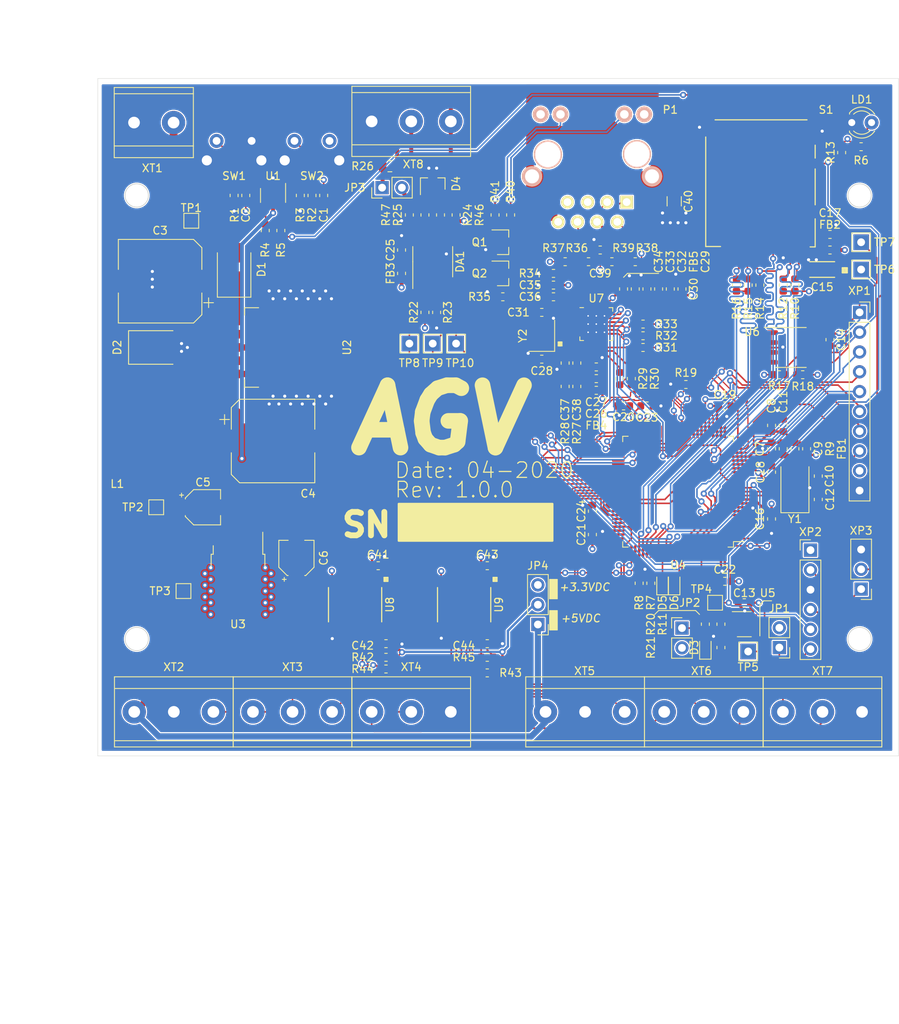
<source format=kicad_pcb>
(kicad_pcb (version 20171130) (host pcbnew 5.1.5-52549c5~86~ubuntu19.04.1)
  (layers (0 F.Cu signal) (1 In1.Cu power hide) (2 In2.Cu power hide) (31 B.Cu signal) (34 B.Paste user) (35 F.Paste user) (36 B.SilkS user) (37 F.SilkS user) (38 B.Mask user) (39 F.Mask user) (44 Edge.Cuts user))
  (net 0 "")
  (net 1 "Net-(P1-Pad11)")
  (net 2 "Net-(P1-Pad10)")
  (net 3 "Net-(P1-Pad7)")
  (net 4 +3V3)
  (net 5 "Net-(C1-Pad1)")
  (net 6 GND)
  (net 7 "Net-(C2-Pad1)")
  (net 8 "Net-(C7-Pad1)")
  (net 9 "Net-(C11-Pad1)")
  (net 10 "Net-(C10-Pad1)")
  (net 11 "Net-(C12-Pad1)")
  (net 12 "Net-(C15-Pad1)")
  (net 13 /MCU/VCAP_1)
  (net 14 "Net-(C25-Pad1)")
  (net 15 VDD)
  (net 16 "Net-(C28-Pad1)")
  (net 17 "Net-(C31-Pad1)")
  (net 18 +3.3VA)
  (net 19 /ETHERNET/VDDCR)
  (net 20 /IO/VCCB)
  (net 21 /MCU/BOOT0)
  (net 22 "Net-(D3-Pad1)")
  (net 23 /RS-485/RS-485-A)
  (net 24 /RS-485/RS-485-B)
  (net 25 "Net-(DA1-Pad7)")
  (net 26 "Net-(DA1-Pad6)")
  (net 27 /MCU/RS485-TX)
  (net 28 /MCU/RS485-~RE~\DE)
  (net 29 /MCU/RS485-RX)
  (net 30 "Net-(JP1-Pad1)")
  (net 31 "Net-(JP3-Pad1)")
  (net 32 +5V)
  (net 33 "Net-(LD1-Pad2)")
  (net 34 "Net-(C40-Pad1)")
  (net 35 "Net-(R2-Pad2)")
  (net 36 /MCU/~NRESET)
  (net 37 "Net-(R4-Pad1)")
  (net 38 /MCU/USR_BTN)
  (net 39 "Net-(R5-Pad1)")
  (net 40 /MCU/SDIO_DAT1)
  (net 41 "Net-(R11-Pad1)")
  (net 42 /MCU/SDIO_DAT0)
  (net 43 /MCU/~SDIO_CDET)
  (net 44 /MCU/SDIO_CMD)
  (net 45 /MCU/SDIO_DAT3)
  (net 46 /MCU/SDIO_DAT2)
  (net 47 /MCU/BOOT1)
  (net 48 "Net-(R27-Pad2)")
  (net 49 /ETHERNET/ETH_RXD0)
  (net 50 "Net-(R28-Pad2)")
  (net 51 /ETHERNET/ETH_RXD1)
  (net 52 "Net-(R29-Pad2)")
  (net 53 "Net-(R30-Pad2)")
  (net 54 /ETHERNET/ETH_CRS_DV)
  (net 55 /ETHERNET/ETH_DIO)
  (net 56 "Net-(R32-Pad2)")
  (net 57 /ETHERNET/ETH_REF_CLK)
  (net 58 /ETHERNET/ETH_~NRST)
  (net 59 "Net-(R34-Pad1)")
  (net 60 /IO/A-ENC1_SB)
  (net 61 /IO/A-ENC2_SB)
  (net 62 /IO/B-ENC1_SB)
  (net 63 /IO/B-ENC2_SB)
  (net 64 /MCU/SDIO_CLK)
  (net 65 "Net-(C3-Pad1)")
  (net 66 /MCU/WDI)
  (net 67 "Net-(D2-Pad1)")
  (net 68 "Net-(U4-Pad98)")
  (net 69 "Net-(U4-Pad97)")
  (net 70 "Net-(U4-Pad90)")
  (net 71 /MCU/SWO)
  (net 72 "Net-(U4-Pad82)")
  (net 73 /IO/REN-IBT1-SA)
  (net 74 /MCU/SWCLK)
  (net 75 /MCU/VCAP_2)
  (net 76 /MCU/SWDIO)
  (net 77 "Net-(U4-Pad71)")
  (net 78 "Net-(U4-Pad70)")
  (net 79 /MCU/USART_1_RX)
  (net 80 /MCU/USART_1_TX)
  (net 81 /IO/LEN-IBT1-SA)
  (net 82 /IO/B-ENC1_SA)
  (net 83 /IO/A-ENC1_SA)
  (net 84 "Net-(U4-Pad62)")
  (net 85 /IO/RPWM-IBT2-SA)
  (net 86 /IO/LPWM-IBT2-SA)
  (net 87 /IO/REN-IBT2-SA)
  (net 88 /IO/LEN-IBT2-SA)
  (net 89 "Net-(U4-Pad57)")
  (net 90 "Net-(U4-Pad56)")
  (net 91 "Net-(U4-Pad55)")
  (net 92 "Net-(U4-Pad54)")
  (net 93 "Net-(U4-Pad53)")
  (net 94 "Net-(U4-Pad46)")
  (net 95 "Net-(U4-Pad45)")
  (net 96 "Net-(U4-Pad44)")
  (net 97 "Net-(U4-Pad43)")
  (net 98 /IO/A-ENC2_SA)
  (net 99 "Net-(U4-Pad41)")
  (net 100 /IO/B-ENC2_SA)
  (net 101 "Net-(U4-Pad38)")
  (net 102 /IO/RPWM-IBT1-SA)
  (net 103 /IO/LPWM-IBT1-SA)
  (net 104 "Net-(U4-Pad18)")
  (net 105 "Net-(U4-Pad17)")
  (net 106 "Net-(U4-Pad15)")
  (net 107 "Net-(U4-Pad9)")
  (net 108 "Net-(U4-Pad8)")
  (net 109 "Net-(U4-Pad7)")
  (net 110 "Net-(U4-Pad6)")
  (net 111 "Net-(U4-Pad5)")
  (net 112 "Net-(U4-Pad4)")
  (net 113 "Net-(U4-Pad3)")
  (net 114 "Net-(U4-Pad2)")
  (net 115 /ETHERNET/ETH_TXD1)
  (net 116 /ETHERNET/ETH_TXD0)
  (net 117 /ETHERNET/ETH_TXEN)
  (net 118 /ETHERNET/ETH_MDC)
  (net 119 "Net-(U8-Pad9)")
  (net 120 "Net-(U8-Pad12)")
  (net 121 /IO/REN-IBT1-SB)
  (net 122 /IO/LEN-IBT1-SB)
  (net 123 /IO/RPWM-IBT1-SB)
  (net 124 /IO/LPWM-IBT1-SB)
  (net 125 "Net-(U9-Pad9)")
  (net 126 "Net-(U9-Pad12)")
  (net 127 /IO/REN-IBT2-SB)
  (net 128 /IO/LEN-IBT2-SB)
  (net 129 /IO/RPWM-IBT2-SB)
  (net 130 /IO/LPWM-IBT2-SB)
  (net 131 /POWER/VIN)
  (net 132 /MCU/EXT-I2C-SCL)
  (net 133 /MCU/EXT-I2C-SDA)
  (net 134 /MCU/EXT-GPIO1)
  (net 135 /MCU/EXT-I2C-~INT)
  (net 136 /MCU/EXT-SPI-MOSI)
  (net 137 /MCU/EXT-SPI-MISO)
  (net 138 /MCU/EXT-SPI-SCK)
  (net 139 /MCU/EXT-SPI-CS)
  (net 140 "Net-(Q1-Pad3)")
  (net 141 /ETHERNET/LED2_SPEED)
  (net 142 "Net-(Q2-Pad3)")
  (net 143 /ETHERNET/LED1_LINK_ACT)
  (net 144 /ETHERNET/RX-)
  (net 145 /ETHERNET/RX+)
  (net 146 /ETHERNET/TX-)
  (net 147 /ETHERNET/TX+)
  (net 148 "Net-(U9-Pad1)")
  (net 149 "Net-(U8-Pad1)")
  (net 150 "Net-(U8-Pad20)")
  (net 151 "Net-(U9-Pad20)")
  (net 152 "Net-(U4-Pad26)")
  (net 153 /MCU/USER_LED1)
  (net 154 "Net-(D5-Pad1)")
  (net 155 /MCU/USER_LED2)
  (net 156 "Net-(D6-Pad1)")
  (net 157 /ETHERNET/ETH_RXERR)
  (module Resistor_SMD:R_0603_1608Metric (layer F.Cu) (at 40 17.5 90)
    (fp_text reference R47 (at 0 -3 90) (layer F.SilkS))
    (fp_text value DNP hide)
    (pad 2 smd roundrect (at 0.7875 0 90) (size 0.875 0.95) (layers F.Cu F.Paste F.Mask) (net 24 /RS-485/RS-485-B))
    (pad 1 smd roundrect (at -0.7875 0 90) (size 0.875 0.95) (layers F.Cu F.Paste F.Mask) (net 6 GND))
  )
  (module Resistor_SMD:R_0603_1608Metric (layer F.Cu) (at 46 17.5 270)
    (fp_text reference R46 (at 0 -3 90) (layer F.SilkS))
    (fp_text value DNP hide)
    (pad 2 smd roundrect (at 0.7875 0 270) (size 0.875 0.95) (layers F.Cu F.Paste F.Mask) (net 4 +3V3))
    (pad 1 smd roundrect (at -0.7875 0 270) (size 0.875 0.95) (layers F.Cu F.Paste F.Mask) (net 23 /RS-485/RS-485-A))
  )
  (module Package_DFN_QFN:QFN-24-1EP_4x4mm_P0.5mm_EP2.6x2.6mm_ThermalVias (layer F.Cu) (at 64 31.5)
    (fp_text reference U7 (at 0 -3.3) (layer F.SilkS))
    (fp_text value LAN8720AI-CP-TR hide)
    (pad 24 smd roundrect (at -1.25 -1.9375) (size 0.25 0.825) (layers F.Cu F.Paste F.Mask) (net 59 "Net-(R34-Pad1)"))
    (pad 23 smd roundrect (at -0.75 -1.9375) (size 0.25 0.825) (layers F.Cu F.Paste F.Mask) (net 145 /ETHERNET/RX+))
    (pad 22 smd roundrect (at -0.25 -1.9375) (size 0.25 0.825) (layers F.Cu F.Paste F.Mask) (net 144 /ETHERNET/RX-))
    (pad 21 smd roundrect (at 0.25 -1.9375) (size 0.25 0.825) (layers F.Cu F.Paste F.Mask) (net 147 /ETHERNET/TX+))
    (pad 20 smd roundrect (at 0.75 -1.9375) (size 0.25 0.825) (layers F.Cu F.Paste F.Mask) (net 146 /ETHERNET/TX-))
    (pad 19 smd roundrect (at 1.25 -1.9375) (size 0.25 0.825) (layers F.Cu F.Paste F.Mask) (net 18 +3.3VA))
    (pad 18 smd roundrect (at 1.9375 -1.25) (size 0.825 0.25) (layers F.Cu F.Paste F.Mask) (net 115 /ETHERNET/ETH_TXD1))
    (pad 17 smd roundrect (at 1.9375 -0.75) (size 0.825 0.25) (layers F.Cu F.Paste F.Mask) (net 116 /ETHERNET/ETH_TXD0))
    (pad 16 smd roundrect (at 1.9375 -0.25) (size 0.825 0.25) (layers F.Cu F.Paste F.Mask) (net 117 /ETHERNET/ETH_TXEN))
    (pad 15 smd roundrect (at 1.9375 0.25) (size 0.825 0.25) (layers F.Cu F.Paste F.Mask) (net 58 /ETHERNET/ETH_~NRST))
    (pad 14 smd roundrect (at 1.9375 0.75) (size 0.825 0.25) (layers F.Cu F.Paste F.Mask) (net 56 "Net-(R32-Pad2)"))
    (pad 13 smd roundrect (at 1.9375 1.25) (size 0.825 0.25) (layers F.Cu F.Paste F.Mask) (net 118 /ETHERNET/ETH_MDC))
    (pad 12 smd roundrect (at 1.25 1.9375) (size 0.25 0.825) (layers F.Cu F.Paste F.Mask) (net 55 /ETHERNET/ETH_DIO))
    (pad 11 smd roundrect (at 0.75 1.9375) (size 0.25 0.825) (layers F.Cu F.Paste F.Mask) (net 53 "Net-(R30-Pad2)"))
    (pad 10 smd roundrect (at 0.25 1.9375) (size 0.25 0.825) (layers F.Cu F.Paste F.Mask) (net 52 "Net-(R29-Pad2)"))
    (pad 9 smd roundrect (at -0.25 1.9375) (size 0.25 0.825) (layers F.Cu F.Paste F.Mask) (net 15 VDD))
    (pad 8 smd roundrect (at -0.75 1.9375) (size 0.25 0.825) (layers F.Cu F.Paste F.Mask) (net 48 "Net-(R27-Pad2)"))
    (pad 7 smd roundrect (at -1.25 1.9375) (size 0.25 0.825) (layers F.Cu F.Paste F.Mask) (net 50 "Net-(R28-Pad2)"))
    (pad 6 smd roundrect (at -1.9375 1.25) (size 0.825 0.25) (layers F.Cu F.Paste F.Mask) (net 19 /ETHERNET/VDDCR))
    (pad 5 smd roundrect (at -1.9375 0.75) (size 0.825 0.25) (layers F.Cu F.Paste F.Mask) (net 16 "Net-(C28-Pad1)"))
    (pad 4 smd roundrect (at -1.9375 0.25) (size 0.825 0.25) (layers F.Cu F.Paste F.Mask) (net 17 "Net-(C31-Pad1)"))
    (pad 3 smd roundrect (at -1.9375 -0.25) (size 0.825 0.25) (layers F.Cu F.Paste F.Mask) (net 143 /ETHERNET/LED1_LINK_ACT))
    (pad 2 smd roundrect (at -1.9375 -0.75) (size 0.825 0.25) (layers F.Cu F.Paste F.Mask) (net 141 /ETHERNET/LED2_SPEED))
    (pad 1 smd roundrect (at -1.9375 -1.25) (size 0.825 0.25) (layers F.Cu F.Paste F.Mask) (net 18 +3.3VA))
    (pad 25 smd roundrect (at 0 0) (size 2.6 2.6) (layers B.Cu) (roundrect_rratio 0.096154) (net 6 GND))
    (pad 25 thru_hole circle (at 1.05 1.05) (size 0.5 0.5) (drill 0.2) (layers *.Cu) (net 6 GND))
    (pad 25 thru_hole circle (at 0 1.05) (size 0.5 0.5) (drill 0.2) (layers *.Cu) (net 6 GND))
    (pad 25 thru_hole circle (at -1.05 1.05) (size 0.5 0.5) (drill 0.2) (layers *.Cu) (net 6 GND))
    (pad 25 thru_hole circle (at 1.05 0) (size 0.5 0.5) (drill 0.2) (layers *.Cu) (net 6 GND))
    (pad 25 thru_hole circle (at 0 0) (size 0.5 0.5) (drill 0.2) (layers *.Cu) (net 6 GND))
    (pad 25 thru_hole circle (at -1.05 0) (size 0.5 0.5) (drill 0.2) (layers *.Cu) (net 6 GND))
    (pad 25 thru_hole circle (at 1.05 -1.05) (size 0.5 0.5) (drill 0.2) (layers *.Cu) (net 6 GND))
    (pad 25 thru_hole circle (at 0 -1.05) (size 0.5 0.5) (drill 0.2) (layers *.Cu) (net 6 GND))
    (pad 25 thru_hole circle (at -1.05 -1.05) (size 0.5 0.5) (drill 0.2) (layers *.Cu) (net 6 GND))
    (pad 25 smd roundrect (at 0 0) (size 2.6 2.6) (layers F.Cu F.Mask) (roundrect_rratio 0.096154) (net 6 GND))
  )
  (module LED_THT:LED_D3.0mm (layer F.Cu) (at 96.8 5.65)
    (fp_text reference LD1 (at 1.27 -2.96) (layer F.SilkS))
    (fp_text value L-934GD hide)
    (pad 2 thru_hole circle (at 2.54 0) (size 1.8 1.8) (drill 0.9) (layers *.Cu *.Mask) (net 33 "Net-(LD1-Pad2)"))
    (pad 1 thru_hole rect (at 0 0) (size 1.8 1.8) (drill 0.9) (layers *.Cu *.Mask) (net 6 GND))
  )
  (module LED_SMD:LED_0603_1608Metric (layer F.Cu) (at 78 73 90)
    (fp_text reference D3 (at 0 -1.43 90) (layer F.SilkS))
    (fp_text value KP-1608SURC hide)
    (pad 2 smd roundrect (at 0.7875 0 90) (size 0.875 0.95) (layers F.Cu F.Paste F.Mask) (net 21 /MCU/BOOT0))
    (pad 1 smd roundrect (at -0.7875 0 90) (size 0.875 0.95) (layers F.Cu F.Paste F.Mask) (net 22 "Net-(D3-Pad1)"))
  )
  (module Resistor_SMD:R_0603_1608Metric (layer F.Cu) (at 69.5 64.75 270)
    (fp_text reference R8 (at 2.5 0 90) (layer F.SilkS))
    (fp_text value 1k hide)
    (pad 2 smd roundrect (at 0.7875 0 270) (size 0.875 0.95) (layers F.Cu F.Paste F.Mask) (net 156 "Net-(D6-Pad1)"))
    (pad 1 smd roundrect (at -0.7875 0 270) (size 0.875 0.95) (layers F.Cu F.Paste F.Mask) (net 6 GND))
  )
  (module Resistor_SMD:R_0603_1608Metric (layer F.Cu) (at 71 64.75 270)
    (fp_text reference R7 (at 2.5 0 90) (layer F.SilkS))
    (fp_text value 1k hide)
    (pad 2 smd roundrect (at 0.7875 0 270) (size 0.875 0.95) (layers F.Cu F.Paste F.Mask) (net 154 "Net-(D5-Pad1)"))
    (pad 1 smd roundrect (at -0.7875 0 270) (size 0.875 0.95) (layers F.Cu F.Paste F.Mask) (net 6 GND))
  )
  (module LED_SMD:LED_0603_1608Metric (layer F.Cu) (at 74 64.75 90)
    (fp_text reference D6 (at -2.5 0 90) (layer F.SilkS))
    (fp_text value KP-1608MGC hide)
    (pad 2 smd roundrect (at 0.7875 0 90) (size 0.875 0.95) (layers F.Cu F.Paste F.Mask) (net 155 /MCU/USER_LED2))
    (pad 1 smd roundrect (at -0.7875 0 90) (size 0.875 0.95) (layers F.Cu F.Paste F.Mask) (net 156 "Net-(D6-Pad1)"))
  )
  (module LED_SMD:LED_0603_1608Metric (layer F.Cu) (at 72.5 64.75 90)
    (fp_text reference D5 (at -2.5 0 90) (layer F.SilkS))
    (fp_text value KP-1608MGC hide)
    (pad 2 smd roundrect (at 0.7875 0 90) (size 0.875 0.95) (layers F.Cu F.Paste F.Mask) (net 153 /MCU/USER_LED1))
    (pad 1 smd roundrect (at -0.7875 0 90) (size 0.875 0.95) (layers F.Cu F.Paste F.Mask) (net 154 "Net-(D5-Pad1)"))
  )
  (module PatternLibs:Crystal_SMD_Geyer_KX-7T-4Pin_3.2x2.5mm (layer F.Cu) (at 57 33 90)
    (fp_text reference Y2 (at 0 -2.45 90) (layer F.SilkS))
    (fp_text value "25.000 Mhz" hide)
    (pad 4 smd rect (at -1.1 -0.85 90) (size 1.4 1.2) (layers F.Cu F.Paste F.Mask) (net 6 GND))
    (pad 3 smd rect (at 1.1 -0.85 90) (size 1.4 1.2) (layers F.Cu F.Paste F.Mask) (net 17 "Net-(C31-Pad1)"))
    (pad 2 smd rect (at 1.1 0.85 90) (size 1.4 1.2) (layers F.Cu F.Paste F.Mask) (net 6 GND))
    (pad 1 smd rect (at -1.1 0.85 90) (size 1.4 1.2) (layers F.Cu F.Paste F.Mask) (net 16 "Net-(C28-Pad1)"))
  )
  (module TestPoint:TestPoint_Pad_1.5x1.5mm (layer F.Cu) (at 11 65.75)
    (fp_text reference TP3 (at -3 0) (layer F.SilkS))
    (fp_text value +3.3VDC)
    (pad 1 smd rect (at 0 0) (size 1.5 1.5) (layers F.Cu F.Mask) (net 4 +3V3))
  )
  (module Resistor_SMD:R_0603_1608Metric (layer F.Cu) (at 98 8.75)
    (fp_text reference R6 (at 0 1.75) (layer F.SilkS))
    (fp_text value 1k hide)
    (pad 2 smd roundrect (at 0.7875 0) (size 0.875 0.95) (layers F.Cu F.Paste F.Mask) (net 33 "Net-(LD1-Pad2)"))
    (pad 1 smd roundrect (at -0.7875 0) (size 0.875 0.95) (layers F.Cu F.Paste F.Mask) (net 4 +3V3))
  )
  (module Capacitor_SMD:C_1206_3216Metric (layer F.Cu) (at 74 15.75 270)
    (fp_text reference C40 (at 0 -1.82 90) (layer F.SilkS))
    (fp_text value 1n hide)
    (pad 2 smd roundrect (at 1.4 0 270) (size 1.25 1.75) (layers F.Cu F.Paste F.Mask) (roundrect_rratio 0.2) (net 6 GND))
    (pad 1 smd roundrect (at -1.4 0 270) (size 1.25 1.75) (layers F.Cu F.Paste F.Mask) (roundrect_rratio 0.2) (net 34 "Net-(C40-Pad1)"))
  )
  (module Package_TO_SOT_SMD:TO-252-2 (layer F.Cu) (at 18 63.5 270)
    (fp_text reference U3 (at 6.5 0 180) (layer F.SilkS))
    (fp_text value LD1086DT33TR hide)
    (pad 2 smd rect (at 2.1 0 270) (size 6.4 5.8) (layers F.Cu F.Mask) (net 4 +3V3))
    (pad 3 smd rect (at -4.2 2.28 270) (size 2.2 1.2) (layers F.Cu F.Paste F.Mask) (net 32 +5V))
    (pad 1 smd rect (at -4.2 -2.28 270) (size 2.2 1.2) (layers F.Cu F.Paste F.Mask) (net 6 GND))
  )
  (module Capacitor_SMD:CP_Elec_4x5.4 (layer F.Cu) (at 25.5 61.5 90)
    (fp_text reference C6 (at 0 3.5 90) (layer F.SilkS))
    (fp_text value 10uF hide)
    (pad 2 smd roundrect (at 1.8 0 90) (size 2.6 1.6) (layers F.Cu F.Paste F.Mask) (roundrect_rratio 0.15625) (net 6 GND))
    (pad 1 smd roundrect (at -1.8 0 90) (size 2.6 1.6) (layers F.Cu F.Paste F.Mask) (roundrect_rratio 0.15625) (net 4 +3V3))
  )
  (module Capacitor_SMD:CP_Elec_4x5.4 (layer F.Cu) (at 13.5 55)
    (fp_text reference C5 (at 0 -3.2) (layer F.SilkS))
    (fp_text value 10uF hide)
    (pad 2 smd roundrect (at 1.8 0) (size 2.6 1.6) (layers F.Cu F.Paste F.Mask) (roundrect_rratio 0.15625) (net 6 GND))
    (pad 1 smd roundrect (at -1.8 0) (size 2.6 1.6) (layers F.Cu F.Paste F.Mask) (roundrect_rratio 0.15625) (net 32 +5V))
  )
  (module Package_TO_SOT_SMD:SOT-23 (layer F.Cu) (at 52 25)
    (fp_text reference Q2 (at -3 0) (layer F.SilkS))
    (fp_text value BSS138 hide)
    (pad 3 smd rect (at 1 0) (size 0.9 0.8) (layers F.Cu F.Paste F.Mask) (net 142 "Net-(Q2-Pad3)"))
    (pad 2 smd rect (at -1 0.95) (size 0.9 0.8) (layers F.Cu F.Paste F.Mask) (net 6 GND))
    (pad 1 smd rect (at -1 -0.95) (size 0.9 0.8) (layers F.Cu F.Paste F.Mask) (net 143 /ETHERNET/LED1_LINK_ACT))
  )
  (module Package_TO_SOT_SMD:SOT-23 (layer F.Cu) (at 52 21)
    (fp_text reference Q1 (at -3 0) (layer F.SilkS))
    (fp_text value BSS138 hide)
    (pad 3 smd rect (at 1 0) (size 0.9 0.8) (layers F.Cu F.Paste F.Mask) (net 140 "Net-(Q1-Pad3)"))
    (pad 2 smd rect (at -1 0.95) (size 0.9 0.8) (layers F.Cu F.Paste F.Mask) (net 6 GND))
    (pad 1 smd rect (at -1 -0.95) (size 0.9 0.8) (layers F.Cu F.Paste F.Mask) (net 141 /ETHERNET/LED2_SPEED))
  )
  (module Capacitor_SMD:C_0603_1608Metric (layer F.Cu) (at 50 72.5)
    (fp_text reference C44 (at -3 0.25) (layer F.SilkS))
    (fp_text value 100n hide)
    (pad 2 smd roundrect (at 0.7875 0) (size 0.875 0.95) (layers F.Cu F.Paste F.Mask) (net 6 GND))
    (pad 1 smd roundrect (at -0.7875 0) (size 0.875 0.95) (layers F.Cu F.Paste F.Mask) (net 20 /IO/VCCB))
  )
  (module Capacitor_SMD:C_0603_1608Metric (layer F.Cu) (at 50 62.5)
    (fp_text reference C43 (at 0 -1.43) (layer F.SilkS))
    (fp_text value 100n hide)
    (pad 2 smd roundrect (at 0.7875 0) (size 0.875 0.95) (layers F.Cu F.Paste F.Mask) (net 6 GND))
    (pad 1 smd roundrect (at -0.7875 0) (size 0.875 0.95) (layers F.Cu F.Paste F.Mask) (net 4 +3V3))
  )
  (module Capacitor_SMD:CP_Elec_10x10.5 (layer F.Cu) (at 22.5 46.5)
    (fp_text reference C4 (at 4.5 6.75) (layer F.SilkS))
    (fp_text value 330uF hide)
    (pad 2 smd roundrect (at 4.2 0) (size 4.4 2.5) (layers F.Cu F.Paste F.Mask) (roundrect_rratio 0.1) (net 6 GND))
    (pad 1 smd roundrect (at -4.2 0) (size 4.4 2.5) (layers F.Cu F.Paste F.Mask) (roundrect_rratio 0.1) (net 32 +5V))
  )
  (module Capacitor_SMD:CP_Elec_10x10.5 (layer F.Cu) (at 8 26 180)
    (fp_text reference C3 (at 0 6.5) (layer F.SilkS))
    (fp_text value 100uF hide)
    (pad 2 smd roundrect (at 4.2 0 180) (size 4.4 2.5) (layers F.Cu F.Paste F.Mask) (roundrect_rratio 0.1) (net 6 GND))
    (pad 1 smd roundrect (at -4.2 0 180) (size 4.4 2.5) (layers F.Cu F.Paste F.Mask) (roundrect_rratio 0.1) (net 65 "Net-(C3-Pad1)"))
  )
  (module PatternLibs:CDRH127 (layer F.Cu) (at 7.5 44.5)
    (fp_text reference L1 (at -5 7.5) (layer F.SilkS))
    (fp_text value 330uH hide)
    (pad 2 smd rect (at 0 5) (size 5.4 3) (layers F.Cu F.Paste F.Mask) (net 32 +5V))
    (pad 1 smd rect (at 0 -5) (size 5.4 3) (layers F.Cu F.Paste F.Mask) (net 67 "Net-(D2-Pad1)"))
  )
  (module Diode_SMD:D_SMB (layer F.Cu) (at 7.5 34.5)
    (fp_text reference D2 (at -5 0 90) (layer F.SilkS))
    (fp_text value STPS3L60U hide)
    (pad 2 smd rect (at 2.15 0) (size 2.5 2.3) (layers F.Cu F.Paste F.Mask) (net 6 GND))
    (pad 1 smd rect (at -2.15 0) (size 2.5 2.3) (layers F.Cu F.Paste F.Mask) (net 67 "Net-(D2-Pad1)"))
  )
  (module Diode_SMD:D_SMB (layer F.Cu) (at 17.5 24.5 90)
    (fp_text reference D1 (at 0 3.5 90) (layer F.SilkS))
    (fp_text value STPS3L60U hide)
    (pad 2 smd rect (at 2.15 0 90) (size 2.5 2.3) (layers F.Cu F.Paste F.Mask) (net 131 /POWER/VIN))
    (pad 1 smd rect (at -2.15 0 90) (size 2.5 2.3) (layers F.Cu F.Paste F.Mask) (net 65 "Net-(C3-Pad1)"))
  )
  (module Crystal:Crystal_SMD_Abracon_ABM3-2Pin_5.0x3.2mm (layer F.Cu) (at 89.5 52.5 90)
    (fp_text reference Y1 (at -4 0 180) (layer F.SilkS))
    (fp_text value 8MHz hide)
    (pad 2 smd rect (at 2.05 0 90) (size 1.9 2.4) (layers F.Cu F.Paste F.Mask) (net 10 "Net-(C10-Pad1)"))
    (pad 1 smd rect (at -2.05 0 90) (size 1.9 2.4) (layers F.Cu F.Paste F.Mask) (net 11 "Net-(C12-Pad1)"))
  )
  (module PatternLibs:TantalSizeA (layer F.Cu) (at 93 24.5 180)
    (fp_text reference C15 (at 0 -2.25) (layer F.SilkS))
    (fp_text value 47uF hide)
    (pad 2 smd rect (at 1.31 0 180) (size 1.8 1.32) (layers F.Cu F.Paste F.Mask) (net 6 GND))
    (pad 1 smd rect (at -1.31 0 180) (size 1.8 1.32) (layers F.Cu F.Paste F.Mask) (net 12 "Net-(C15-Pad1)"))
  )
  (module Package_TO_SOT_SMD:SOT-23-5 (layer F.Cu) (at 83 70)
    (fp_text reference U5 (at 3 -4) (layer F.SilkS))
    (fp_text value STWD100NYWY3F hide)
    (pad 5 smd rect (at 1.1 -0.95) (size 1.06 0.65) (layers F.Cu F.Paste F.Mask) (net 4 +3V3))
    (pad 4 smd rect (at 1.1 0.95) (size 1.06 0.65) (layers F.Cu F.Paste F.Mask) (net 66 /MCU/WDI))
    (pad 3 smd rect (at -1.1 0.95) (size 1.06 0.65) (layers F.Cu F.Paste F.Mask) (net 30 "Net-(JP1-Pad1)"))
    (pad 2 smd rect (at -1.1 0) (size 1.06 0.65) (layers F.Cu F.Paste F.Mask) (net 6 GND))
    (pad 1 smd rect (at -1.1 -0.95) (size 1.06 0.65) (layers F.Cu F.Paste F.Mask) (net 41 "Net-(R11-Pad1)"))
  )
  (module Package_TO_SOT_SMD:SOT-23-6 (layer F.Cu) (at 22.5 15 270)
    (fp_text reference U1 (at -2.5 0 180) (layer F.SilkS))
    (fp_text value USBLC6-2SC6 hide)
    (pad 5 smd rect (at 1.1 0 270) (size 1.06 0.65) (layers F.Cu F.Paste F.Mask) (net 32 +5V))
    (pad 6 smd rect (at 1.1 -0.95 270) (size 1.06 0.65) (layers F.Cu F.Paste F.Mask) (net 39 "Net-(R5-Pad1)"))
    (pad 4 smd rect (at 1.1 0.95 270) (size 1.06 0.65) (layers F.Cu F.Paste F.Mask) (net 37 "Net-(R4-Pad1)"))
    (pad 3 smd rect (at -1.1 0.95 270) (size 1.06 0.65) (layers F.Cu F.Paste F.Mask) (net 7 "Net-(C2-Pad1)"))
    (pad 2 smd rect (at -1.1 0 270) (size 1.06 0.65) (layers F.Cu F.Paste F.Mask) (net 6 GND))
    (pad 1 smd rect (at -1.1 -0.95 270) (size 1.06 0.65) (layers F.Cu F.Paste F.Mask) (net 35 "Net-(R2-Pad2)"))
  )
  (module Connector_PinHeader_2.54mm:PinHeader_1x03_P2.54mm_Vertical (layer F.Cu) (at 98 65.5 180)
    (fp_text reference XP3 (at 0 7.5) (layer F.SilkS))
    (fp_text value PLS-3 hide)
    (pad 3 thru_hole oval (at 0 5.08 180) (size 1.7 1.7) (drill 1) (layers *.Cu *.Mask) (net 6 GND))
    (pad 2 thru_hole oval (at 0 2.54 180) (size 1.7 1.7) (drill 1) (layers *.Cu *.Mask) (net 80 /MCU/USART_1_TX))
    (pad 1 thru_hole rect (at 0 0 180) (size 1.7 1.7) (drill 1) (layers *.Cu *.Mask) (net 79 /MCU/USART_1_RX))
  )
  (module Connector_PinHeader_2.54mm:PinHeader_1x06_P2.54mm_Vertical (layer F.Cu) (at 91.5 60.5)
    (fp_text reference XP2 (at 0 -2.33) (layer F.SilkS))
    (fp_text value PLS-6 hide)
    (pad 6 thru_hole oval (at 0 12.7) (size 1.7 1.7) (drill 1) (layers *.Cu *.Mask) (net 71 /MCU/SWO))
    (pad 5 thru_hole oval (at 0 10.16) (size 1.7 1.7) (drill 1) (layers *.Cu *.Mask) (net 36 /MCU/~NRESET))
    (pad 4 thru_hole oval (at 0 7.62) (size 1.7 1.7) (drill 1) (layers *.Cu *.Mask) (net 76 /MCU/SWDIO))
    (pad 3 thru_hole oval (at 0 5.08) (size 1.7 1.7) (drill 1) (layers *.Cu *.Mask) (net 6 GND))
    (pad 2 thru_hole oval (at 0 2.54) (size 1.7 1.7) (drill 1) (layers *.Cu *.Mask) (net 74 /MCU/SWCLK))
    (pad 1 thru_hole rect (at 0 0) (size 1.7 1.7) (drill 1) (layers *.Cu *.Mask) (net 4 +3V3))
  )
  (module Connector_PinSocket_2.54mm:PinSocket_1x10_P2.54mm_Vertical (layer F.Cu) (at 97.8 30)
    (fp_text reference XP1 (at 0 -2.77) (layer F.SilkS))
    (fp_text value CONN-10F hide)
    (pad 10 thru_hole oval (at 0 22.86) (size 1.7 1.7) (drill 1) (layers *.Cu *.Mask) (net 6 GND))
    (pad 9 thru_hole oval (at 0 20.32) (size 1.7 1.7) (drill 1) (layers *.Cu *.Mask) (net 4 +3V3))
    (pad 8 thru_hole oval (at 0 17.78) (size 1.7 1.7) (drill 1) (layers *.Cu *.Mask) (net 134 /MCU/EXT-GPIO1))
    (pad 7 thru_hole oval (at 0 15.24) (size 1.7 1.7) (drill 1) (layers *.Cu *.Mask) (net 139 /MCU/EXT-SPI-CS))
    (pad 6 thru_hole oval (at 0 12.7) (size 1.7 1.7) (drill 1) (layers *.Cu *.Mask) (net 138 /MCU/EXT-SPI-SCK))
    (pad 5 thru_hole oval (at 0 10.16) (size 1.7 1.7) (drill 1) (layers *.Cu *.Mask) (net 136 /MCU/EXT-SPI-MOSI))
    (pad 4 thru_hole oval (at 0 7.62) (size 1.7 1.7) (drill 1) (layers *.Cu *.Mask) (net 137 /MCU/EXT-SPI-MISO))
    (pad 3 thru_hole oval (at 0 5.08) (size 1.7 1.7) (drill 1) (layers *.Cu *.Mask) (net 135 /MCU/EXT-I2C-~INT))
    (pad 2 thru_hole oval (at 0 2.54) (size 1.7 1.7) (drill 1) (layers *.Cu *.Mask) (net 133 /MCU/EXT-I2C-SDA))
    (pad 1 thru_hole rect (at 0 0) (size 1.7 1.7) (drill 1) (layers *.Cu *.Mask) (net 132 /MCU/EXT-I2C-SCL))
  )
  (module PatternLibs:TSSOP-20-P0.65-W6.5mm-H4.4mm-IPC7351-S-B (layer F.Cu) (at 47 67.5 180)
    (fp_text reference U9 (at -4.5 0 270) (layer F.SilkS))
    (fp_text value TXS0108EPW hide)
    (pad 10 smd rect (at 2.925 2.82 180) (size 0.42 1.49) (layers F.Cu F.Paste F.Mask) (net 4 +3V3))
    (pad 11 smd rect (at 2.925 -2.82 180) (size 0.42 1.49) (layers F.Cu F.Paste F.Mask) (net 6 GND))
    (pad 9 smd rect (at 2.275 2.82 180) (size 0.42 1.49) (layers F.Cu F.Paste F.Mask) (net 125 "Net-(U9-Pad9)"))
    (pad 12 smd rect (at 2.275 -2.82 180) (size 0.42 1.49) (layers F.Cu F.Paste F.Mask) (net 126 "Net-(U9-Pad12)"))
    (pad 8 smd rect (at 1.625 2.82 180) (size 0.42 1.49) (layers F.Cu F.Paste F.Mask) (net 88 /IO/LEN-IBT2-SA))
    (pad 13 smd rect (at 1.625 -2.82 180) (size 0.42 1.49) (layers F.Cu F.Paste F.Mask) (net 128 /IO/LEN-IBT2-SB))
    (pad 7 smd rect (at 0.975 2.82 180) (size 0.42 1.49) (layers F.Cu F.Paste F.Mask) (net 87 /IO/REN-IBT2-SA))
    (pad 14 smd rect (at 0.975 -2.82 180) (size 0.42 1.49) (layers F.Cu F.Paste F.Mask) (net 127 /IO/REN-IBT2-SB))
    (pad 6 smd rect (at 0.325 2.82 180) (size 0.42 1.49) (layers F.Cu F.Paste F.Mask) (net 86 /IO/LPWM-IBT2-SA))
    (pad 15 smd rect (at 0.325 -2.82 180) (size 0.42 1.49) (layers F.Cu F.Paste F.Mask) (net 130 /IO/LPWM-IBT2-SB))
    (pad 5 smd rect (at -0.325 2.82 180) (size 0.42 1.49) (layers F.Cu F.Paste F.Mask) (net 85 /IO/RPWM-IBT2-SA))
    (pad 16 smd rect (at -0.325 -2.82 180) (size 0.42 1.49) (layers F.Cu F.Paste F.Mask) (net 129 /IO/RPWM-IBT2-SB))
    (pad 4 smd rect (at -0.975 2.82 180) (size 0.42 1.49) (layers F.Cu F.Paste F.Mask) (net 100 /IO/B-ENC2_SA))
    (pad 17 smd rect (at -0.975 -2.82 180) (size 0.42 1.49) (layers F.Cu F.Paste F.Mask) (net 63 /IO/B-ENC2_SB))
    (pad 3 smd rect (at -1.625 2.82 180) (size 0.42 1.49) (layers F.Cu F.Paste F.Mask) (net 98 /IO/A-ENC2_SA))
    (pad 18 smd rect (at -1.625 -2.82 180) (size 0.42 1.49) (layers F.Cu F.Paste F.Mask) (net 61 /IO/A-ENC2_SB))
    (pad 2 smd rect (at -2.275 2.82 180) (size 0.42 1.49) (layers F.Cu F.Paste F.Mask) (net 4 +3V3))
    (pad 19 smd rect (at -2.275 -2.82 180) (size 0.42 1.49) (layers F.Cu F.Paste F.Mask) (net 20 /IO/VCCB))
    (pad 1 smd rect (at -2.925 2.82 180) (size 0.42 1.49) (layers F.Cu F.Paste F.Mask) (net 148 "Net-(U9-Pad1)"))
    (pad 20 smd rect (at -2.925 -2.82 180) (size 0.42 1.49) (layers F.Cu F.Paste F.Mask) (net 151 "Net-(U9-Pad20)"))
  )
  (module PatternLibs:TSSOP-20-P0.65-W6.5mm-H4.4mm-IPC7351-S-B (layer F.Cu) (at 33 67.5 180)
    (fp_text reference U8 (at -4.5 0 270) (layer F.SilkS))
    (fp_text value TXS0108EPW hide)
    (pad 10 smd rect (at 2.925 2.82 180) (size 0.42 1.49) (layers F.Cu F.Paste F.Mask) (net 4 +3V3))
    (pad 11 smd rect (at 2.925 -2.82 180) (size 0.42 1.49) (layers F.Cu F.Paste F.Mask) (net 6 GND))
    (pad 9 smd rect (at 2.275 2.82 180) (size 0.42 1.49) (layers F.Cu F.Paste F.Mask) (net 119 "Net-(U8-Pad9)"))
    (pad 12 smd rect (at 2.275 -2.82 180) (size 0.42 1.49) (layers F.Cu F.Paste F.Mask) (net 120 "Net-(U8-Pad12)"))
    (pad 8 smd rect (at 1.625 2.82 180) (size 0.42 1.49) (layers F.Cu F.Paste F.Mask) (net 73 /IO/REN-IBT1-SA))
    (pad 13 smd rect (at 1.625 -2.82 180) (size 0.42 1.49) (layers F.Cu F.Paste F.Mask) (net 121 /IO/REN-IBT1-SB))
    (pad 7 smd rect (at 0.975 2.82 180) (size 0.42 1.49) (layers F.Cu F.Paste F.Mask) (net 81 /IO/LEN-IBT1-SA))
    (pad 14 smd rect (at 0.975 -2.82 180) (size 0.42 1.49) (layers F.Cu F.Paste F.Mask) (net 122 /IO/LEN-IBT1-SB))
    (pad 6 smd rect (at 0.325 2.82 180) (size 0.42 1.49) (layers F.Cu F.Paste F.Mask) (net 102 /IO/RPWM-IBT1-SA))
    (pad 15 smd rect (at 0.325 -2.82 180) (size 0.42 1.49) (layers F.Cu F.Paste F.Mask) (net 123 /IO/RPWM-IBT1-SB))
    (pad 5 smd rect (at -0.325 2.82 180) (size 0.42 1.49) (layers F.Cu F.Paste F.Mask) (net 103 /IO/LPWM-IBT1-SA))
    (pad 16 smd rect (at -0.325 -2.82 180) (size 0.42 1.49) (layers F.Cu F.Paste F.Mask) (net 124 /IO/LPWM-IBT1-SB))
    (pad 4 smd rect (at -0.975 2.82 180) (size 0.42 1.49) (layers F.Cu F.Paste F.Mask) (net 82 /IO/B-ENC1_SA))
    (pad 17 smd rect (at -0.975 -2.82 180) (size 0.42 1.49) (layers F.Cu F.Paste F.Mask) (net 62 /IO/B-ENC1_SB))
    (pad 3 smd rect (at -1.625 2.82 180) (size 0.42 1.49) (layers F.Cu F.Paste F.Mask) (net 83 /IO/A-ENC1_SA))
    (pad 18 smd rect (at -1.625 -2.82 180) (size 0.42 1.49) (layers F.Cu F.Paste F.Mask) (net 60 /IO/A-ENC1_SB))
    (pad 2 smd rect (at -2.275 2.82 180) (size 0.42 1.49) (layers F.Cu F.Paste F.Mask) (net 4 +3V3))
    (pad 19 smd rect (at -2.275 -2.82 180) (size 0.42 1.49) (layers F.Cu F.Paste F.Mask) (net 20 /IO/VCCB))
    (pad 1 smd rect (at -2.925 2.82 180) (size 0.42 1.49) (layers F.Cu F.Paste F.Mask) (net 149 "Net-(U8-Pad1)"))
    (pad 20 smd rect (at -2.925 -2.82 180) (size 0.42 1.49) (layers F.Cu F.Paste F.Mask) (net 150 "Net-(U8-Pad20)"))
  )
  (module Package_SO:SO-8_3.9x4.9mm_P1.27mm (layer F.Cu) (at 89 34.5)
    (fp_text reference U6 (at -5 -2) (layer F.SilkS))
    (fp_text value AT24C256C-SSHL-T hide)
    (pad 8 smd roundrect (at 2.575 -1.905) (size 1.75 0.6) (layers F.Cu F.Paste F.Mask) (net 4 +3V3))
    (pad 7 smd roundrect (at 2.575 -0.635) (size 1.75 0.6) (layers F.Cu F.Paste F.Mask) (net 6 GND))
    (pad 6 smd roundrect (at 2.575 0.635) (size 1.75 0.6) (layers F.Cu F.Paste F.Mask) (net 132 /MCU/EXT-I2C-SCL))
    (pad 5 smd roundrect (at 2.575 1.905) (size 1.75 0.6) (layers F.Cu F.Paste F.Mask) (net 133 /MCU/EXT-I2C-SDA))
    (pad 4 smd roundrect (at -2.575 1.905) (size 1.75 0.6) (layers F.Cu F.Paste F.Mask) (net 6 GND))
    (pad 3 smd roundrect (at -2.575 0.635) (size 1.75 0.6) (layers F.Cu F.Paste F.Mask) (net 6 GND))
    (pad 2 smd roundrect (at -2.575 -0.635) (size 1.75 0.6) (layers F.Cu F.Paste F.Mask) (net 6 GND))
    (pad 1 smd roundrect (at -2.575 -1.905) (size 1.75 0.6) (layers F.Cu F.Paste F.Mask) (net 6 GND))
  )
  (module Package_QFP:LQFP-100_14x14mm_P0.5mm (layer F.Cu) (at 74.5 53 180)
    (fp_text reference U4 (at 0 -9.42) (layer F.SilkS))
    (fp_text value STM32F407VGTx hide)
    (pad 100 smd roundrect (at -6 -7.675 180) (size 0.3 1.6) (layers F.Cu F.Paste F.Mask) (net 4 +3V3))
    (pad 99 smd roundrect (at -5.5 -7.675 180) (size 0.3 1.6) (layers F.Cu F.Paste F.Mask) (net 6 GND))
    (pad 98 smd roundrect (at -5 -7.675 180) (size 0.3 1.6) (layers F.Cu F.Paste F.Mask) (net 68 "Net-(U4-Pad98)"))
    (pad 97 smd roundrect (at -4.5 -7.675 180) (size 0.3 1.6) (layers F.Cu F.Paste F.Mask) (net 69 "Net-(U4-Pad97)"))
    (pad 96 smd roundrect (at -4 -7.675 180) (size 0.3 1.6) (layers F.Cu F.Paste F.Mask) (net 134 /MCU/EXT-GPIO1))
    (pad 95 smd roundrect (at -3.5 -7.675 180) (size 0.3 1.6) (layers F.Cu F.Paste F.Mask) (net 135 /MCU/EXT-I2C-~INT))
    (pad 94 smd roundrect (at -3 -7.675 180) (size 0.3 1.6) (layers F.Cu F.Paste F.Mask) (net 21 /MCU/BOOT0))
    (pad 93 smd roundrect (at -2.5 -7.675 180) (size 0.3 1.6) (layers F.Cu F.Paste F.Mask) (net 133 /MCU/EXT-I2C-SDA))
    (pad 92 smd roundrect (at -2 -7.675 180) (size 0.3 1.6) (layers F.Cu F.Paste F.Mask) (net 132 /MCU/EXT-I2C-SCL))
    (pad 91 smd roundrect (at -1.5 -7.675 180) (size 0.3 1.6) (layers F.Cu F.Paste F.Mask) (net 136 /MCU/EXT-SPI-MOSI))
    (pad 90 smd roundrect (at -1 -7.675 180) (size 0.3 1.6) (layers F.Cu F.Paste F.Mask) (net 70 "Net-(U4-Pad90)"))
    (pad 89 smd roundrect (at -0.5 -7.675 180) (size 0.3 1.6) (layers F.Cu F.Paste F.Mask) (net 71 /MCU/SWO))
    (pad 88 smd roundrect (at 0 -7.675 180) (size 0.3 1.6) (layers F.Cu F.Paste F.Mask) (net 155 /MCU/USER_LED2))
    (pad 87 smd roundrect (at 0.5 -7.675 180) (size 0.3 1.6) (layers F.Cu F.Paste F.Mask) (net 29 /MCU/RS485-RX))
    (pad 86 smd roundrect (at 1 -7.675 180) (size 0.3 1.6) (layers F.Cu F.Paste F.Mask) (net 27 /MCU/RS485-TX))
    (pad 85 smd roundrect (at 1.5 -7.675 180) (size 0.3 1.6) (layers F.Cu F.Paste F.Mask) (net 28 /MCU/RS485-~RE~\DE))
    (pad 84 smd roundrect (at 2 -7.675 180) (size 0.3 1.6) (layers F.Cu F.Paste F.Mask) (net 153 /MCU/USER_LED1))
    (pad 83 smd roundrect (at 2.5 -7.675 180) (size 0.3 1.6) (layers F.Cu F.Paste F.Mask) (net 44 /MCU/SDIO_CMD))
    (pad 82 smd roundrect (at 3 -7.675 180) (size 0.3 1.6) (layers F.Cu F.Paste F.Mask) (net 72 "Net-(U4-Pad82)"))
    (pad 81 smd roundrect (at 3.5 -7.675 180) (size 0.3 1.6) (layers F.Cu F.Paste F.Mask) (net 43 /MCU/~SDIO_CDET))
    (pad 80 smd roundrect (at 4 -7.675 180) (size 0.3 1.6) (layers F.Cu F.Paste F.Mask) (net 64 /MCU/SDIO_CLK))
    (pad 79 smd roundrect (at 4.5 -7.675 180) (size 0.3 1.6) (layers F.Cu F.Paste F.Mask) (net 45 /MCU/SDIO_DAT3))
    (pad 78 smd roundrect (at 5 -7.675 180) (size 0.3 1.6) (layers F.Cu F.Paste F.Mask) (net 46 /MCU/SDIO_DAT2))
    (pad 77 smd roundrect (at 5.5 -7.675 180) (size 0.3 1.6) (layers F.Cu F.Paste F.Mask) (net 73 /IO/REN-IBT1-SA))
    (pad 76 smd roundrect (at 6 -7.675 180) (size 0.3 1.6) (layers F.Cu F.Paste F.Mask) (net 74 /MCU/SWCLK))
    (pad 75 smd roundrect (at 7.675 -6 180) (size 1.6 0.3) (layers F.Cu F.Paste F.Mask) (net 4 +3V3))
    (pad 74 smd roundrect (at 7.675 -5.5 180) (size 1.6 0.3) (layers F.Cu F.Paste F.Mask) (net 6 GND))
    (pad 73 smd roundrect (at 7.675 -5 180) (size 1.6 0.3) (layers F.Cu F.Paste F.Mask) (net 75 /MCU/VCAP_2))
    (pad 72 smd roundrect (at 7.675 -4.5 180) (size 1.6 0.3) (layers F.Cu F.Paste F.Mask) (net 76 /MCU/SWDIO))
    (pad 71 smd roundrect (at 7.675 -4 180) (size 1.6 0.3) (layers F.Cu F.Paste F.Mask) (net 77 "Net-(U4-Pad71)"))
    (pad 70 smd roundrect (at 7.675 -3.5 180) (size 1.6 0.3) (layers F.Cu F.Paste F.Mask) (net 78 "Net-(U4-Pad70)"))
    (pad 69 smd roundrect (at 7.675 -3 180) (size 1.6 0.3) (layers F.Cu F.Paste F.Mask) (net 79 /MCU/USART_1_RX))
    (pad 68 smd roundrect (at 7.675 -2.5 180) (size 1.6 0.3) (layers F.Cu F.Paste F.Mask) (net 80 /MCU/USART_1_TX))
    (pad 67 smd roundrect (at 7.675 -2 180) (size 1.6 0.3) (layers F.Cu F.Paste F.Mask) (net 81 /IO/LEN-IBT1-SA))
    (pad 66 smd roundrect (at 7.675 -1.5 180) (size 1.6 0.3) (layers F.Cu F.Paste F.Mask) (net 40 /MCU/SDIO_DAT1))
    (pad 65 smd roundrect (at 7.675 -1 180) (size 1.6 0.3) (layers F.Cu F.Paste F.Mask) (net 42 /MCU/SDIO_DAT0))
    (pad 64 smd roundrect (at 7.675 -0.5 180) (size 1.6 0.3) (layers F.Cu F.Paste F.Mask) (net 82 /IO/B-ENC1_SA))
    (pad 63 smd roundrect (at 7.675 0 180) (size 1.6 0.3) (layers F.Cu F.Paste F.Mask) (net 83 /IO/A-ENC1_SA))
    (pad 62 smd roundrect (at 7.675 0.5 180) (size 1.6 0.3) (layers F.Cu F.Paste F.Mask) (net 84 "Net-(U4-Pad62)"))
    (pad 61 smd roundrect (at 7.675 1 180) (size 1.6 0.3) (layers F.Cu F.Paste F.Mask) (net 85 /IO/RPWM-IBT2-SA))
    (pad 60 smd roundrect (at 7.675 1.5 180) (size 1.6 0.3) (layers F.Cu F.Paste F.Mask) (net 86 /IO/LPWM-IBT2-SA))
    (pad 59 smd roundrect (at 7.675 2 180) (size 1.6 0.3) (layers F.Cu F.Paste F.Mask) (net 87 /IO/REN-IBT2-SA))
    (pad 58 smd roundrect (at 7.675 2.5 180) (size 1.6 0.3) (layers F.Cu F.Paste F.Mask) (net 88 /IO/LEN-IBT2-SA))
    (pad 57 smd roundrect (at 7.675 3 180) (size 1.6 0.3) (layers F.Cu F.Paste F.Mask) (net 89 "Net-(U4-Pad57)"))
    (pad 56 smd roundrect (at 7.675 3.5 180) (size 1.6 0.3) (layers F.Cu F.Paste F.Mask) (net 90 "Net-(U4-Pad56)"))
    (pad 55 smd roundrect (at 7.675 4 180) (size 1.6 0.3) (layers F.Cu F.Paste F.Mask) (net 91 "Net-(U4-Pad55)"))
    (pad 54 smd roundrect (at 7.675 4.5 180) (size 1.6 0.3) (layers F.Cu F.Paste F.Mask) (net 92 "Net-(U4-Pad54)"))
    (pad 53 smd roundrect (at 7.675 5 180) (size 1.6 0.3) (layers F.Cu F.Paste F.Mask) (net 93 "Net-(U4-Pad53)"))
    (pad 52 smd roundrect (at 7.675 5.5 180) (size 1.6 0.3) (layers F.Cu F.Paste F.Mask) (net 115 /ETHERNET/ETH_TXD1))
    (pad 51 smd roundrect (at 7.675 6 180) (size 1.6 0.3) (layers F.Cu F.Paste F.Mask) (net 116 /ETHERNET/ETH_TXD0))
    (pad 50 smd roundrect (at 6 7.675 180) (size 0.3 1.6) (layers F.Cu F.Paste F.Mask) (net 4 +3V3))
    (pad 49 smd roundrect (at 5.5 7.675 180) (size 0.3 1.6) (layers F.Cu F.Paste F.Mask) (net 13 /MCU/VCAP_1))
    (pad 48 smd roundrect (at 5 7.675 180) (size 0.3 1.6) (layers F.Cu F.Paste F.Mask) (net 117 /ETHERNET/ETH_TXEN))
    (pad 47 smd roundrect (at 4.5 7.675 180) (size 0.3 1.6) (layers F.Cu F.Paste F.Mask) (net 58 /ETHERNET/ETH_~NRST))
    (pad 46 smd roundrect (at 4 7.675 180) (size 0.3 1.6) (layers F.Cu F.Paste F.Mask) (net 94 "Net-(U4-Pad46)"))
    (pad 45 smd roundrect (at 3.5 7.675 180) (size 0.3 1.6) (layers F.Cu F.Paste F.Mask) (net 95 "Net-(U4-Pad45)"))
    (pad 44 smd roundrect (at 3 7.675 180) (size 0.3 1.6) (layers F.Cu F.Paste F.Mask) (net 96 "Net-(U4-Pad44)"))
    (pad 43 smd roundrect (at 2.5 7.675 180) (size 0.3 1.6) (layers F.Cu F.Paste F.Mask) (net 97 "Net-(U4-Pad43)"))
    (pad 42 smd roundrect (at 2 7.675 180) (size 0.3 1.6) (layers F.Cu F.Paste F.Mask) (net 98 /IO/A-ENC2_SA))
    (pad 41 smd roundrect (at 1.5 7.675 180) (size 0.3 1.6) (layers F.Cu F.Paste F.Mask) (net 99 "Net-(U4-Pad41)"))
    (pad 40 smd roundrect (at 1 7.675 180) (size 0.3 1.6) (layers F.Cu F.Paste F.Mask) (net 100 /IO/B-ENC2_SA))
    (pad 39 smd roundrect (at 0.5 7.675 180) (size 0.3 1.6) (layers F.Cu F.Paste F.Mask) (net 157 /ETHERNET/ETH_RXERR))
    (pad 38 smd roundrect (at 0 7.675 180) (size 0.3 1.6) (layers F.Cu F.Paste F.Mask) (net 101 "Net-(U4-Pad38)"))
    (pad 37 smd roundrect (at -0.5 7.675 180) (size 0.3 1.6) (layers F.Cu F.Paste F.Mask) (net 47 /MCU/BOOT1))
    (pad 36 smd roundrect (at -1 7.675 180) (size 0.3 1.6) (layers F.Cu F.Paste F.Mask) (net 102 /IO/RPWM-IBT1-SA))
    (pad 35 smd roundrect (at -1.5 7.675 180) (size 0.3 1.6) (layers F.Cu F.Paste F.Mask) (net 103 /IO/LPWM-IBT1-SA))
    (pad 34 smd roundrect (at -2 7.675 180) (size 0.3 1.6) (layers F.Cu F.Paste F.Mask) (net 51 /ETHERNET/ETH_RXD1))
    (pad 33 smd roundrect (at -2.5 7.675 180) (size 0.3 1.6) (layers F.Cu F.Paste F.Mask) (net 49 /ETHERNET/ETH_RXD0))
    (pad 32 smd roundrect (at -3 7.675 180) (size 0.3 1.6) (layers F.Cu F.Paste F.Mask) (net 54 /ETHERNET/ETH_CRS_DV))
    (pad 31 smd roundrect (at -3.5 7.675 180) (size 0.3 1.6) (layers F.Cu F.Paste F.Mask) (net 137 /MCU/EXT-SPI-MISO))
    (pad 30 smd roundrect (at -4 7.675 180) (size 0.3 1.6) (layers F.Cu F.Paste F.Mask) (net 138 /MCU/EXT-SPI-SCK))
    (pad 29 smd roundrect (at -4.5 7.675 180) (size 0.3 1.6) (layers F.Cu F.Paste F.Mask) (net 139 /MCU/EXT-SPI-CS))
    (pad 28 smd roundrect (at -5 7.675 180) (size 0.3 1.6) (layers F.Cu F.Paste F.Mask) (net 4 +3V3))
    (pad 27 smd roundrect (at -5.5 7.675 180) (size 0.3 1.6) (layers F.Cu F.Paste F.Mask) (net 6 GND))
    (pad 26 smd roundrect (at -6 7.675 180) (size 0.3 1.6) (layers F.Cu F.Paste F.Mask) (net 152 "Net-(U4-Pad26)"))
    (pad 25 smd roundrect (at -7.675 6 180) (size 1.6 0.3) (layers F.Cu F.Paste F.Mask) (net 55 /ETHERNET/ETH_DIO))
    (pad 24 smd roundrect (at -7.675 5.5 180) (size 1.6 0.3) (layers F.Cu F.Paste F.Mask) (net 57 /ETHERNET/ETH_REF_CLK))
    (pad 23 smd roundrect (at -7.675 5 180) (size 1.6 0.3) (layers F.Cu F.Paste F.Mask) (net 38 /MCU/USR_BTN))
    (pad 22 smd roundrect (at -7.675 4.5 180) (size 1.6 0.3) (layers F.Cu F.Paste F.Mask) (net 9 "Net-(C11-Pad1)"))
    (pad 21 smd roundrect (at -7.675 4 180) (size 1.6 0.3) (layers F.Cu F.Paste F.Mask) (net 8 "Net-(C7-Pad1)"))
    (pad 20 smd roundrect (at -7.675 3.5 180) (size 1.6 0.3) (layers F.Cu F.Paste F.Mask) (net 6 GND))
    (pad 19 smd roundrect (at -7.675 3 180) (size 1.6 0.3) (layers F.Cu F.Paste F.Mask) (net 4 +3V3))
    (pad 18 smd roundrect (at -7.675 2.5 180) (size 1.6 0.3) (layers F.Cu F.Paste F.Mask) (net 104 "Net-(U4-Pad18)"))
    (pad 17 smd roundrect (at -7.675 2 180) (size 1.6 0.3) (layers F.Cu F.Paste F.Mask) (net 105 "Net-(U4-Pad17)"))
    (pad 16 smd roundrect (at -7.675 1.5 180) (size 1.6 0.3) (layers F.Cu F.Paste F.Mask) (net 118 /ETHERNET/ETH_MDC))
    (pad 15 smd roundrect (at -7.675 1 180) (size 1.6 0.3) (layers F.Cu F.Paste F.Mask) (net 106 "Net-(U4-Pad15)"))
    (pad 14 smd roundrect (at -7.675 0.5 180) (size 1.6 0.3) (layers F.Cu F.Paste F.Mask) (net 36 /MCU/~NRESET))
    (pad 13 smd roundrect (at -7.675 0 180) (size 1.6 0.3) (layers F.Cu F.Paste F.Mask) (net 10 "Net-(C10-Pad1)"))
    (pad 12 smd roundrect (at -7.675 -0.5 180) (size 1.6 0.3) (layers F.Cu F.Paste F.Mask) (net 11 "Net-(C12-Pad1)"))
    (pad 11 smd roundrect (at -7.675 -1 180) (size 1.6 0.3) (layers F.Cu F.Paste F.Mask) (net 4 +3V3))
    (pad 10 smd roundrect (at -7.675 -1.5 180) (size 1.6 0.3) (layers F.Cu F.Paste F.Mask) (net 6 GND))
    (pad 9 smd roundrect (at -7.675 -2 180) (size 1.6 0.3) (layers F.Cu F.Paste F.Mask) (net 107 "Net-(U4-Pad9)"))
    (pad 8 smd roundrect (at -7.675 -2.5 180) (size 1.6 0.3) (layers F.Cu F.Paste F.Mask) (net 108 "Net-(U4-Pad8)"))
    (pad 7 smd roundrect (at -7.675 -3 180) (size 1.6 0.3) (layers F.Cu F.Paste F.Mask) (net 109 "Net-(U4-Pad7)"))
    (pad 6 smd roundrect (at -7.675 -3.5 180) (size 1.6 0.3) (layers F.Cu F.Paste F.Mask) (net 110 "Net-(U4-Pad6)"))
    (pad 5 smd roundrect (at -7.675 -4 180) (size 1.6 0.3) (layers F.Cu F.Paste F.Mask) (net 111 "Net-(U4-Pad5)"))
    (pad 4 smd roundrect (at -7.675 -4.5 180) (size 1.6 0.3) (layers F.Cu F.Paste F.Mask) (net 112 "Net-(U4-Pad4)"))
    (pad 3 smd roundrect (at -7.675 -5 180) (size 1.6 0.3) (layers F.Cu F.Paste F.Mask) (net 113 "Net-(U4-Pad3)"))
    (pad 2 smd roundrect (at -7.675 -5.5 180) (size 1.6 0.3) (layers F.Cu F.Paste F.Mask) (net 114 "Net-(U4-Pad2)"))
    (pad 1 smd roundrect (at -7.675 -6 180) (size 1.6 0.3) (layers F.Cu F.Paste F.Mask) (net 66 /MCU/WDI))
  )
  (module PatternLibs:TO-263-5Lead (layer F.Cu) (at 21 34.5)
    (fp_text reference U2 (at 11 0 270) (layer F.SilkS))
    (fp_text value LM2575HVS-5.0 hide)
    (pad 1 smd rect (at -4.58 -3.4) (size 4.6 1.1) (layers F.Cu F.Paste F.Mask) (net 65 "Net-(C3-Pad1)"))
    (pad 3 smd rect (at -4.58 0) (size 4.6 1.1) (layers F.Cu F.Paste F.Mask) (net 6 GND))
    (pad 3 smd rect (at 4.58 0) (size 9.4 10.8) (layers F.Cu F.Paste F.Mask) (net 6 GND))
    (pad 2 smd rect (at -4.58 -1.7) (size 4.6 1.1) (layers F.Cu F.Paste F.Mask) (net 67 "Net-(D2-Pad1)"))
    (pad 4 smd rect (at -4.58 1.7) (size 4.6 1.1) (layers F.Cu F.Paste F.Mask) (net 32 +5V))
    (pad 5 smd rect (at -4.58 3.4) (size 4.6 1.1) (layers F.Cu F.Paste F.Mask) (net 6 GND))
  )
  (module TestPoint:TestPoint_THTPad_2.0x2.0mm_Drill1.0mm (layer F.Cu) (at 46 34)
    (fp_text reference TP10 (at 0.5 2.5) (layer F.SilkS))
    (fp_text value RS485-TX hide)
    (pad 1 thru_hole rect (at 0 0) (size 2 2) (drill 1) (layers *.Cu *.Mask) (net 27 /MCU/RS485-TX))
  )
  (module TestPoint:TestPoint_THTPad_2.0x2.0mm_Drill1.0mm (layer F.Cu) (at 43 34)
    (fp_text reference TP9 (at 0 2.5) (layer F.SilkS))
    (fp_text value RS485-~RE~\DE hide)
    (pad 1 thru_hole rect (at 0 0) (size 2 2) (drill 1) (layers *.Cu *.Mask) (net 28 /MCU/RS485-~RE~\DE))
  )
  (module TestPoint:TestPoint_THTPad_2.0x2.0mm_Drill1.0mm (layer F.Cu) (at 40 34)
    (fp_text reference TP8 (at 0 2.5) (layer F.SilkS))
    (fp_text value RS485-RX hide)
    (pad 1 thru_hole rect (at 0 0) (size 2 2) (drill 1) (layers *.Cu *.Mask) (net 29 /MCU/RS485-RX))
  )
  (module TestPoint:TestPoint_THTPad_2.0x2.0mm_Drill1.0mm (layer F.Cu) (at 98 21)
    (fp_text reference TP7 (at 3 0) (layer F.SilkS))
    (fp_text value I2C_SCL hide)
    (pad 1 thru_hole rect (at 0 0) (size 2 2) (drill 1) (layers *.Cu *.Mask) (net 132 /MCU/EXT-I2C-SCL))
  )
  (module TestPoint:TestPoint_THTPad_2.0x2.0mm_Drill1.0mm (layer F.Cu) (at 98 24.5)
    (fp_text reference TP6 (at 3 0) (layer F.SilkS))
    (fp_text value I2C_SDA hide)
    (pad 1 thru_hole rect (at 0 0) (size 2 2) (drill 1) (layers *.Cu *.Mask) (net 133 /MCU/EXT-I2C-SDA))
  )
  (module TestPoint:TestPoint_THTPad_2.0x2.0mm_Drill1.0mm (layer F.Cu) (at 83.5 73.5)
    (fp_text reference TP5 (at 0 2) (layer F.SilkS))
    (fp_text value WDI hide)
    (pad 1 thru_hole rect (at 0 0) (size 2 2) (drill 1) (layers *.Cu *.Mask) (net 66 /MCU/WDI))
  )
  (module TestPoint:TestPoint_Pad_1.5x1.5mm (layer F.Cu) (at 79.25 67.25)
    (fp_text reference TP4 (at -1.75 -1.75) (layer F.SilkS))
    (fp_text value ~NRESET hide)
    (pad 1 smd rect (at 0 0) (size 1.5 1.5) (layers F.Cu F.Mask) (net 36 /MCU/~NRESET))
  )
  (module TestPoint:TestPoint_Pad_1.5x1.5mm (layer F.Cu) (at 7.5 55)
    (fp_text reference TP2 (at -3 0) (layer F.SilkS))
    (fp_text value +5VDC)
    (pad 1 smd rect (at 0 0) (size 1.5 1.5) (layers F.Cu F.Mask) (net 32 +5V))
  )
  (module TestPoint:TestPoint_Pad_1.5x1.5mm (layer F.Cu) (at 12 18.25)
    (fp_text reference TP1 (at 0 -1.648) (layer F.SilkS))
    (fp_text value VIN)
    (pad 1 smd rect (at 0 0) (size 1.5 1.5) (layers F.Cu F.Mask) (net 65 "Net-(C3-Pad1)"))
  )
  (module PatternLibs:1-1825027-7 (layer F.Cu) (at 27.5 8 180)
    (fp_text reference SW2 (at 0 -4.5) (layer F.SilkS))
    (fp_text value 1-1825027-7 hide)
    (pad 1 thru_hole circle (at 2.25 0 180) (size 1.8 1.8) (drill 1) (layers *.Cu *.Mask) (net 35 "Net-(R2-Pad2)"))
    (pad 2 thru_hole circle (at -2.25 0 180) (size 1.8 1.8) (drill 1) (layers *.Cu *.Mask) (net 4 +3V3))
    (pad 3 thru_hole circle (at 3.5 -2.5 180) (size 2.3 2.3) (drill 1.3) (layers *.Cu *.Mask) (net 6 GND))
    (pad 4 thru_hole circle (at -3.5 -2.5 180) (size 2.3 2.3) (drill 1.3) (layers *.Cu *.Mask) (net 6 GND))
  )
  (module PatternLibs:1-1825027-7 (layer F.Cu) (at 17.5 8 180)
    (fp_text reference SW1 (at 0 -4.5) (layer F.SilkS))
    (fp_text value 1-1825027-7 hide)
    (pad 1 thru_hole circle (at 2.25 0 180) (size 1.8 1.8) (drill 1) (layers *.Cu *.Mask) (net 7 "Net-(C2-Pad1)"))
    (pad 2 thru_hole circle (at -2.25 0 180) (size 1.8 1.8) (drill 1) (layers *.Cu *.Mask) (net 6 GND))
    (pad 3 thru_hole circle (at 3.5 -2.5 180) (size 2.3 2.3) (drill 1.3) (layers *.Cu *.Mask) (net 6 GND))
    (pad 4 thru_hole circle (at -3.5 -2.5 180) (size 2.3 2.3) (drill 1.3) (layers *.Cu *.Mask) (net 6 GND))
  )
  (module Resistor_SMD:R_0603_1608Metric (layer F.Cu) (at 50 74.25)
    (fp_text reference R45 (at -3 0) (layer F.SilkS))
    (fp_text value 4.7k hide)
    (pad 2 smd roundrect (at 0.7875 0) (size 0.875 0.95) (layers F.Cu F.Paste F.Mask) (net 63 /IO/B-ENC2_SB))
    (pad 1 smd roundrect (at -0.7875 0) (size 0.875 0.95) (layers F.Cu F.Paste F.Mask) (net 20 /IO/VCCB))
  )
  (module Resistor_SMD:R_0603_1608Metric (layer F.Cu) (at 37 75.75 180)
    (fp_text reference R44 (at 3 0) (layer F.SilkS))
    (fp_text value 4.7k hide)
    (pad 2 smd roundrect (at 0.7875 0 180) (size 0.875 0.95) (layers F.Cu F.Paste F.Mask) (net 62 /IO/B-ENC1_SB))
    (pad 1 smd roundrect (at -0.7875 0 180) (size 0.875 0.95) (layers F.Cu F.Paste F.Mask) (net 20 /IO/VCCB))
  )
  (module Resistor_SMD:R_0603_1608Metric (layer F.Cu) (at 50 76.25 180)
    (fp_text reference R43 (at -3 0) (layer F.SilkS))
    (fp_text value 4.7k hide)
    (pad 2 smd roundrect (at 0.7875 0 180) (size 0.875 0.95) (layers F.Cu F.Paste F.Mask) (net 61 /IO/A-ENC2_SB))
    (pad 1 smd roundrect (at -0.7875 0 180) (size 0.875 0.95) (layers F.Cu F.Paste F.Mask) (net 20 /IO/VCCB))
  )
  (module Resistor_SMD:R_0603_1608Metric (layer F.Cu) (at 37 74.25 180)
    (fp_text reference R42 (at 3 0) (layer F.SilkS))
    (fp_text value 4.7k hide)
    (pad 2 smd roundrect (at 0.7875 0 180) (size 0.875 0.95) (layers F.Cu F.Paste F.Mask) (net 60 /IO/A-ENC1_SB))
    (pad 1 smd roundrect (at -0.7875 0 180) (size 0.875 0.95) (layers F.Cu F.Paste F.Mask) (net 20 /IO/VCCB))
  )
  (module Resistor_SMD:R_0603_1608Metric (layer F.Cu) (at 51 17.5 90)
    (fp_text reference R41 (at 3 0 90) (layer F.SilkS))
    (fp_text value 680 hide)
    (pad 2 smd roundrect (at 0.7875 0 90) (size 0.875 0.95) (layers F.Cu F.Paste F.Mask) (net 1 "Net-(P1-Pad11)"))
    (pad 1 smd roundrect (at -0.7875 0 90) (size 0.875 0.95) (layers F.Cu F.Paste F.Mask) (net 142 "Net-(Q2-Pad3)"))
  )
  (module Resistor_SMD:R_0603_1608Metric (layer F.Cu) (at 53 17.5 90)
    (fp_text reference R40 (at 3 0 90) (layer F.SilkS))
    (fp_text value 680 hide)
    (pad 2 smd roundrect (at 0.7875 0 90) (size 0.875 0.95) (layers F.Cu F.Paste F.Mask) (net 2 "Net-(P1-Pad10)"))
    (pad 1 smd roundrect (at -0.7875 0 90) (size 0.875 0.95) (layers F.Cu F.Paste F.Mask) (net 140 "Net-(Q1-Pad3)"))
  )
  (module Resistor_SMD:R_0603_1608Metric (layer F.Cu) (at 66 23.5)
    (fp_text reference R39 (at 1.5 -1.75) (layer F.SilkS))
    (fp_text value 49R9 hide)
    (pad 2 smd roundrect (at 0.7875 0) (size 0.875 0.95) (layers F.Cu F.Paste F.Mask) (net 147 /ETHERNET/TX+))
    (pad 1 smd roundrect (at -0.7875 0) (size 0.875 0.95) (layers F.Cu F.Paste F.Mask) (net 18 +3.3VA))
  )
  (module Resistor_SMD:R_0603_1608Metric (layer F.Cu) (at 69 23.5 180)
    (fp_text reference R38 (at -1.5 1.75) (layer F.SilkS))
    (fp_text value 49R9 hide)
    (pad 2 smd roundrect (at 0.7875 0 180) (size 0.875 0.95) (layers F.Cu F.Paste F.Mask) (net 146 /ETHERNET/TX-))
    (pad 1 smd roundrect (at -0.7875 0 180) (size 0.875 0.95) (layers F.Cu F.Paste F.Mask) (net 18 +3.3VA))
  )
  (module Resistor_SMD:R_0603_1608Metric (layer F.Cu) (at 60 23.5)
    (fp_text reference R37 (at -1.5 -1.75) (layer F.SilkS))
    (fp_text value 49R9 hide)
    (pad 2 smd roundrect (at 0.7875 0) (size 0.875 0.95) (layers F.Cu F.Paste F.Mask) (net 145 /ETHERNET/RX+))
    (pad 1 smd roundrect (at -0.7875 0) (size 0.875 0.95) (layers F.Cu F.Paste F.Mask) (net 18 +3.3VA))
  )
  (module Resistor_SMD:R_0603_1608Metric (layer F.Cu) (at 63 23.5 180)
    (fp_text reference R36 (at 1.5 1.75) (layer F.SilkS))
    (fp_text value 49R9 hide)
    (pad 2 smd roundrect (at 0.7875 0 180) (size 0.875 0.95) (layers F.Cu F.Paste F.Mask) (net 144 /ETHERNET/RX-))
    (pad 1 smd roundrect (at -0.7875 0 180) (size 0.875 0.95) (layers F.Cu F.Paste F.Mask) (net 18 +3.3VA))
  )
  (module Resistor_SMD:R_0603_1608Metric (layer F.Cu) (at 52 28 180)
    (fp_text reference R35 (at 3 0) (layer F.SilkS))
    (fp_text value 10k hide)
    (pad 2 smd roundrect (at 0.7875 0 180) (size 0.875 0.95) (layers F.Cu F.Paste F.Mask) (net 6 GND))
    (pad 1 smd roundrect (at -0.7875 0 180) (size 0.875 0.95) (layers F.Cu F.Paste F.Mask) (net 143 /ETHERNET/LED1_LINK_ACT))
  )
  (module Resistor_SMD:R_0603_1608Metric (layer F.Cu) (at 58.5 25 180)
    (fp_text reference R34 (at 3 0) (layer F.SilkS))
    (fp_text value 12.1k hide)
    (pad 2 smd roundrect (at 0.7875 0 180) (size 0.875 0.95) (layers F.Cu F.Paste F.Mask) (net 6 GND))
    (pad 1 smd roundrect (at -0.7875 0 180) (size 0.875 0.95) (layers F.Cu F.Paste F.Mask) (net 59 "Net-(R34-Pad1)"))
  )
  (module Resistor_SMD:R_0603_1608Metric (layer F.Cu) (at 70 31.5 180)
    (fp_text reference R33 (at -3 0) (layer F.SilkS))
    (fp_text value 10k hide)
    (pad 2 smd roundrect (at 0.7875 0 180) (size 0.875 0.95) (layers F.Cu F.Paste F.Mask) (net 58 /ETHERNET/ETH_~NRST))
    (pad 1 smd roundrect (at -0.7875 0 180) (size 0.875 0.95) (layers F.Cu F.Paste F.Mask) (net 4 +3V3))
  )
  (module Resistor_SMD:R_0603_1608Metric (layer F.Cu) (at 70 33 180)
    (fp_text reference R32 (at -3 0) (layer F.SilkS))
    (fp_text value 33R hide)
    (pad 2 smd roundrect (at 0.7875 0 180) (size 0.875 0.95) (layers F.Cu F.Paste F.Mask) (net 56 "Net-(R32-Pad2)"))
    (pad 1 smd roundrect (at -0.7875 0 180) (size 0.875 0.95) (layers F.Cu F.Paste F.Mask) (net 57 /ETHERNET/ETH_REF_CLK))
  )
  (module Resistor_SMD:R_0603_1608Metric (layer F.Cu) (at 70 34.5 180)
    (fp_text reference R31 (at -3 0) (layer F.SilkS))
    (fp_text value 1.5k hide)
    (pad 2 smd roundrect (at 0.7875 0 180) (size 0.875 0.95) (layers F.Cu F.Paste F.Mask) (net 55 /ETHERNET/ETH_DIO))
    (pad 1 smd roundrect (at -0.7875 0 180) (size 0.875 0.95) (layers F.Cu F.Paste F.Mask) (net 4 +3V3))
  )
  (module Resistor_SMD:R_0603_1608Metric (layer F.Cu) (at 68.5 38.5 90)
    (fp_text reference R30 (at 0 3 90) (layer F.SilkS))
    (fp_text value 10R hide)
    (pad 2 smd roundrect (at 0.7875 0 90) (size 0.875 0.95) (layers F.Cu F.Paste F.Mask) (net 53 "Net-(R30-Pad2)"))
    (pad 1 smd roundrect (at -0.7875 0 90) (size 0.875 0.95) (layers F.Cu F.Paste F.Mask) (net 54 /ETHERNET/ETH_CRS_DV))
  )
  (module Resistor_SMD:R_0603_1608Metric (layer F.Cu) (at 67 38.5 90)
    (fp_text reference R29 (at 0 3 90) (layer F.SilkS))
    (fp_text value 10R hide)
    (pad 2 smd roundrect (at 0.7875 0 90) (size 0.875 0.95) (layers F.Cu F.Paste F.Mask) (net 52 "Net-(R29-Pad2)"))
    (pad 1 smd roundrect (at -0.7875 0 90) (size 0.875 0.95) (layers F.Cu F.Paste F.Mask) (net 157 /ETHERNET/ETH_RXERR))
  )
  (module Resistor_SMD:R_0603_1608Metric (layer F.Cu) (at 60 39.5 90)
    (fp_text reference R28 (at -6 0 90) (layer F.SilkS))
    (fp_text value 10R hide)
    (pad 2 smd roundrect (at 0.7875 0 90) (size 0.875 0.95) (layers F.Cu F.Paste F.Mask) (net 50 "Net-(R28-Pad2)"))
    (pad 1 smd roundrect (at -0.7875 0 90) (size 0.875 0.95) (layers F.Cu F.Paste F.Mask) (net 51 /ETHERNET/ETH_RXD1))
  )
  (module Resistor_SMD:R_0603_1608Metric (layer F.Cu) (at 61.5 39.5 90)
    (fp_text reference R27 (at -6 0 90) (layer F.SilkS))
    (fp_text value 10R hide)
    (pad 2 smd roundrect (at 0.7875 0 90) (size 0.875 0.95) (layers F.Cu F.Paste F.Mask) (net 48 "Net-(R27-Pad2)"))
    (pad 1 smd roundrect (at -0.7875 0 90) (size 0.875 0.95) (layers F.Cu F.Paste F.Mask) (net 49 /ETHERNET/ETH_RXD0))
  )
  (module Resistor_SMD:R_0805_2012Metric (layer F.Cu) (at 37.5 11.25 180)
    (fp_text reference R26 (at 3.5 0) (layer F.SilkS))
    (fp_text value 120 hide)
    (pad 2 smd roundrect (at 0.9375 0 180) (size 0.975 1.4) (layers F.Cu F.Paste F.Mask) (net 31 "Net-(JP3-Pad1)"))
    (pad 1 smd roundrect (at -0.9375 0 180) (size 0.975 1.4) (layers F.Cu F.Paste F.Mask) (net 23 /RS-485/RS-485-A))
  )
  (module Resistor_SMD:R_0603_1608Metric (layer F.Cu) (at 42 17.5 270)
    (fp_text reference R25 (at 0 3.5 90) (layer F.SilkS))
    (fp_text value 10R hide)
    (pad 2 smd roundrect (at 0.7875 0 270) (size 0.875 0.95) (layers F.Cu F.Paste F.Mask) (net 25 "Net-(DA1-Pad7)"))
    (pad 1 smd roundrect (at -0.7875 0 270) (size 0.875 0.95) (layers F.Cu F.Paste F.Mask) (net 24 /RS-485/RS-485-B))
  )
  (module Resistor_SMD:R_0603_1608Metric (layer F.Cu) (at 44 17.5 270)
    (fp_text reference R24 (at 0 -3.5 90) (layer F.SilkS))
    (fp_text value 10R hide)
    (pad 2 smd roundrect (at 0.7875 0 270) (size 0.875 0.95) (layers F.Cu F.Paste F.Mask) (net 26 "Net-(DA1-Pad6)"))
    (pad 1 smd roundrect (at -0.7875 0 270) (size 0.875 0.95) (layers F.Cu F.Paste F.Mask) (net 23 /RS-485/RS-485-A))
  )
  (module Resistor_SMD:R_0603_1608Metric (layer F.Cu) (at 43.5 30 270)
    (fp_text reference R23 (at 0 -1.43 90) (layer F.SilkS))
    (fp_text value 10k hide)
    (pad 2 smd roundrect (at 0.7875 0 270) (size 0.875 0.95) (layers F.Cu F.Paste F.Mask) (net 6 GND))
    (pad 1 smd roundrect (at -0.7875 0 270) (size 0.875 0.95) (layers F.Cu F.Paste F.Mask) (net 28 /MCU/RS485-~RE~\DE))
  )
  (module Resistor_SMD:R_0603_1608Metric (layer F.Cu) (at 42 30 90)
    (fp_text reference R22 (at 0 -1.43 90) (layer F.SilkS))
    (fp_text value 10k hide)
    (pad 2 smd roundrect (at 0.7875 0 90) (size 0.875 0.95) (layers F.Cu F.Paste F.Mask) (net 29 /MCU/RS485-RX))
    (pad 1 smd roundrect (at -0.7875 0 90) (size 0.875 0.95) (layers F.Cu F.Paste F.Mask) (net 4 +3V3))
  )
  (module Resistor_SMD:R_0603_1608Metric (layer F.Cu) (at 80 73 270)
    (fp_text reference R21 (at 0 9 90) (layer F.SilkS))
    (fp_text value 1k hide)
    (pad 2 smd roundrect (at 0.7875 0 270) (size 0.875 0.95) (layers F.Cu F.Paste F.Mask) (net 22 "Net-(D3-Pad1)"))
    (pad 1 smd roundrect (at -0.7875 0 270) (size 0.875 0.95) (layers F.Cu F.Paste F.Mask) (net 6 GND))
  )
  (module Resistor_SMD:R_0603_1608Metric (layer F.Cu) (at 78 70 90)
    (fp_text reference R20 (at 0 -7 90) (layer F.SilkS))
    (fp_text value 1k hide)
    (pad 2 smd roundrect (at 0.7875 0 90) (size 0.875 0.95) (layers F.Cu F.Paste F.Mask) (net 21 /MCU/BOOT0))
    (pad 1 smd roundrect (at -0.7875 0 90) (size 0.875 0.95) (layers F.Cu F.Paste F.Mask) (net 6 GND))
  )
  (module Resistor_SMD:R_0603_1608Metric (layer F.Cu) (at 75.5 39.25)
    (fp_text reference R19 (at 0 -1.5) (layer F.SilkS))
    (fp_text value 1k hide)
    (pad 2 smd roundrect (at 0.7875 0) (size 0.875 0.95) (layers F.Cu F.Paste F.Mask) (net 47 /MCU/BOOT1))
    (pad 1 smd roundrect (at -0.7875 0) (size 0.875 0.95) (layers F.Cu F.Paste F.Mask) (net 6 GND))
  )
  (module Resistor_SMD:R_0603_1608Metric (layer F.Cu) (at 90.5 38)
    (fp_text reference R18 (at 0 1.5) (layer F.SilkS))
    (fp_text value 4.7k hide)
    (pad 2 smd roundrect (at 0.7875 0) (size 0.875 0.95) (layers F.Cu F.Paste F.Mask) (net 4 +3V3))
    (pad 1 smd roundrect (at -0.7875 0) (size 0.875 0.95) (layers F.Cu F.Paste F.Mask) (net 133 /MCU/EXT-I2C-SDA))
  )
  (module Resistor_SMD:R_0603_1608Metric (layer F.Cu) (at 87.5 38 180)
    (fp_text reference R17 (at 0 -1.43) (layer F.SilkS))
    (fp_text value 4.7k hide)
    (pad 2 smd roundrect (at 0.7875 0 180) (size 0.875 0.95) (layers F.Cu F.Paste F.Mask) (net 4 +3V3))
    (pad 1 smd roundrect (at -0.7875 0 180) (size 0.875 0.95) (layers F.Cu F.Paste F.Mask) (net 132 /MCU/EXT-I2C-SCL))
  )
  (module Resistor_SMD:R_0603_1608Metric (layer F.Cu) (at 82 26.5 90)
    (fp_text reference R16 (at -3 0 90) (layer F.SilkS))
    (fp_text value 100k hide)
    (pad 2 smd roundrect (at 0.7875 0 90) (size 0.875 0.95) (layers F.Cu F.Paste F.Mask) (net 46 /MCU/SDIO_DAT2))
    (pad 1 smd roundrect (at -0.7875 0 90) (size 0.875 0.95) (layers F.Cu F.Paste F.Mask) (net 4 +3V3))
  )
  (module Resistor_SMD:R_0603_1608Metric (layer F.Cu) (at 83.5 26.5 90)
    (fp_text reference R15 (at -3 0 90) (layer F.SilkS))
    (fp_text value 100k hide)
    (pad 2 smd roundrect (at 0.7875 0 90) (size 0.875 0.95) (layers F.Cu F.Paste F.Mask) (net 45 /MCU/SDIO_DAT3))
    (pad 1 smd roundrect (at -0.7875 0 90) (size 0.875 0.95) (layers F.Cu F.Paste F.Mask) (net 4 +3V3))
  )
  (module Resistor_SMD:R_0603_1608Metric (layer F.Cu) (at 85 26.5 90)
    (fp_text reference R14 (at -3 0 90) (layer F.SilkS))
    (fp_text value 100k hide)
    (pad 2 smd roundrect (at 0.7875 0 90) (size 0.875 0.95) (layers F.Cu F.Paste F.Mask) (net 44 /MCU/SDIO_CMD))
    (pad 1 smd roundrect (at -0.7875 0 90) (size 0.875 0.95) (layers F.Cu F.Paste F.Mask) (net 4 +3V3))
  )
  (module Resistor_SMD:R_0603_1608Metric (layer F.Cu) (at 95.5 9.5 90)
    (fp_text reference R13 (at 0 -1.43 90) (layer F.SilkS))
    (fp_text value 100k hide)
    (pad 2 smd roundrect (at 0.7875 0 90) (size 0.875 0.95) (layers F.Cu F.Paste F.Mask) (net 4 +3V3))
    (pad 1 smd roundrect (at -0.7875 0 90) (size 0.875 0.95) (layers F.Cu F.Paste F.Mask) (net 43 /MCU/~SDIO_CDET))
  )
  (module Resistor_SMD:R_0603_1608Metric (layer F.Cu) (at 88 26.5 90)
    (fp_text reference R12 (at -3 0 90) (layer F.SilkS))
    (fp_text value 100k hide)
    (pad 2 smd roundrect (at 0.7875 0 90) (size 0.875 0.95) (layers F.Cu F.Paste F.Mask) (net 42 /MCU/SDIO_DAT0))
    (pad 1 smd roundrect (at -0.7875 0 90) (size 0.875 0.95) (layers F.Cu F.Paste F.Mask) (net 4 +3V3))
  )
  (module Resistor_SMD:R_0603_1608Metric (layer F.Cu) (at 80 70 90)
    (fp_text reference R11 (at 0 -7.5 90) (layer F.SilkS))
    (fp_text value 1k hide)
    (pad 2 smd roundrect (at 0.7875 0 90) (size 0.875 0.95) (layers F.Cu F.Paste F.Mask) (net 36 /MCU/~NRESET))
    (pad 1 smd roundrect (at -0.7875 0 90) (size 0.875 0.95) (layers F.Cu F.Paste F.Mask) (net 41 "Net-(R11-Pad1)"))
  )
  (module Resistor_SMD:R_0603_1608Metric (layer F.Cu) (at 89.5 26.5 90)
    (fp_text reference R10 (at -3 0 90) (layer F.SilkS))
    (fp_text value 100k hide)
    (pad 2 smd roundrect (at 0.7875 0 90) (size 0.875 0.95) (layers F.Cu F.Paste F.Mask) (net 40 /MCU/SDIO_DAT1))
    (pad 1 smd roundrect (at -0.7875 0 90) (size 0.875 0.95) (layers F.Cu F.Paste F.Mask) (net 4 +3V3))
  )
  (module Resistor_SMD:R_0603_1608Metric (layer F.Cu) (at 89.5 47.5 90)
    (fp_text reference R9 (at 0 4.5 90) (layer F.SilkS))
    (fp_text value 47 hide)
    (pad 2 smd roundrect (at 0.7875 0 90) (size 0.875 0.95) (layers F.Cu F.Paste F.Mask) (net 9 "Net-(C11-Pad1)"))
    (pad 1 smd roundrect (at -0.7875 0 90) (size 0.875 0.95) (layers F.Cu F.Paste F.Mask) (net 8 "Net-(C7-Pad1)"))
  )
  (module Resistor_SMD:R_0603_1608Metric (layer F.Cu) (at 23.5 19.5 270)
    (fp_text reference R5 (at 2.5 0 90) (layer F.SilkS))
    (fp_text value 330 hide)
    (pad 2 smd roundrect (at 0.7875 0 270) (size 0.875 0.95) (layers F.Cu F.Paste F.Mask) (net 38 /MCU/USR_BTN))
    (pad 1 smd roundrect (at -0.7875 0 270) (size 0.875 0.95) (layers F.Cu F.Paste F.Mask) (net 39 "Net-(R5-Pad1)"))
  )
  (module Resistor_SMD:R_0603_1608Metric (layer F.Cu) (at 21.5 19.5 270)
    (fp_text reference R4 (at 2.5 0 90) (layer F.SilkS))
    (fp_text value 1k hide)
    (pad 2 smd roundrect (at 0.7875 0 270) (size 0.875 0.95) (layers F.Cu F.Paste F.Mask) (net 36 /MCU/~NRESET))
    (pad 1 smd roundrect (at -0.7875 0 270) (size 0.875 0.95) (layers F.Cu F.Paste F.Mask) (net 37 "Net-(R4-Pad1)"))
  )
  (module Resistor_SMD:R_0603_1608Metric (layer F.Cu) (at 26 15 270)
    (fp_text reference R3 (at 2.5 0 90) (layer F.SilkS))
    (fp_text value 220k hide)
    (pad 2 smd roundrect (at 0.7875 0 270) (size 0.875 0.95) (layers F.Cu F.Paste F.Mask) (net 6 GND))
    (pad 1 smd roundrect (at -0.7875 0 270) (size 0.875 0.95) (layers F.Cu F.Paste F.Mask) (net 35 "Net-(R2-Pad2)"))
  )
  (module Resistor_SMD:R_0603_1608Metric (layer F.Cu) (at 27.5 15 90)
    (fp_text reference R2 (at -2.5 0 90) (layer F.SilkS))
    (fp_text value 100 hide)
    (pad 2 smd roundrect (at 0.7875 0 90) (size 0.875 0.95) (layers F.Cu F.Paste F.Mask) (net 35 "Net-(R2-Pad2)"))
    (pad 1 smd roundrect (at -0.7875 0 90) (size 0.875 0.95) (layers F.Cu F.Paste F.Mask) (net 5 "Net-(C1-Pad1)"))
  )
  (module Resistor_SMD:R_0603_1608Metric (layer F.Cu) (at 19 15 90)
    (fp_text reference R1 (at -2.5 -1.43 90) (layer F.SilkS))
    (fp_text value 10k hide)
    (pad 2 smd roundrect (at 0.7875 0 90) (size 0.875 0.95) (layers F.Cu F.Paste F.Mask) (net 7 "Net-(C2-Pad1)"))
    (pad 1 smd roundrect (at -0.7875 0 90) (size 0.875 0.95) (layers F.Cu F.Paste F.Mask) (net 4 +3V3))
  )
  (module Connector_PinHeader_2.54mm:PinHeader_1x03_P2.54mm_Vertical (layer F.Cu) (at 56.5 70.04 180)
    (fp_text reference JP4 (at 0 7.54) (layer F.SilkS))
    (fp_text value "U8-U9 SIDE B POWER SUPPLY:" hide)
    (pad 3 thru_hole oval (at 0 5.08 180) (size 1.7 1.7) (drill 1) (layers *.Cu *.Mask) (net 4 +3V3))
    (pad 2 thru_hole oval (at 0 2.54 180) (size 1.7 1.7) (drill 1) (layers *.Cu *.Mask) (net 20 /IO/VCCB))
    (pad 1 thru_hole rect (at 0 0 180) (size 1.7 1.7) (drill 1) (layers *.Cu *.Mask) (net 32 +5V))
  )
  (module Connector_PinHeader_2.54mm:PinHeader_1x02_P2.54mm_Vertical (layer F.Cu) (at 36.5 14 90)
    (fp_text reference JP3 (at 0 -3.5 180) (layer F.SilkS))
    (fp_text value NO)
    (pad 2 thru_hole oval (at 0 2.54 90) (size 1.7 1.7) (drill 1) (layers *.Cu *.Mask) (net 24 /RS-485/RS-485-B))
    (pad 1 thru_hole rect (at 0 0 90) (size 1.7 1.7) (drill 1) (layers *.Cu *.Mask) (net 31 "Net-(JP3-Pad1)"))
  )
  (module Connector_PinHeader_2.54mm:PinHeader_1x02_P2.54mm_Vertical (layer F.Cu) (at 75 70.5)
    (fp_text reference JP2 (at 1 -3.25) (layer F.SilkS))
    (fp_text value NO)
    (pad 2 thru_hole oval (at 0 2.54) (size 1.7 1.7) (drill 1) (layers *.Cu *.Mask) (net 4 +3V3))
    (pad 1 thru_hole rect (at 0 0) (size 1.7 1.7) (drill 1) (layers *.Cu *.Mask) (net 21 /MCU/BOOT0))
  )
  (module Connector_PinHeader_2.54mm:PinHeader_1x02_P2.54mm_Vertical (layer F.Cu) (at 87.5 73 180)
    (fp_text reference JP1 (at 0 5) (layer F.SilkS))
    (fp_text value NO)
    (pad 2 thru_hole oval (at 0 2.54 180) (size 1.7 1.7) (drill 1) (layers *.Cu *.Mask) (net 4 +3V3))
    (pad 1 thru_hole rect (at 0 0 180) (size 1.7 1.7) (drill 1) (layers *.Cu *.Mask) (net 30 "Net-(JP1-Pad1)"))
  )
  (module Inductor_SMD:L_0603_1608Metric (layer F.Cu) (at 72 27 270)
    (fp_text reference FB5 (at -3.5 -4.5 90) (layer F.SilkS))
    (fp_text value "1000R @ 100 MHz" hide)
    (pad 2 smd roundrect (at 0.7875 0 270) (size 0.875 0.95) (layers F.Cu F.Paste F.Mask) (net 4 +3V3))
    (pad 1 smd roundrect (at -0.7875 0 270) (size 0.875 0.95) (layers F.Cu F.Paste F.Mask) (net 18 +3.3VA))
  )
  (module Inductor_SMD:L_0603_1608Metric (layer F.Cu) (at 64 40)
    (fp_text reference FB4 (at 0 4.5) (layer F.SilkS))
    (fp_text value "1000R @ 100 MHz" hide)
    (pad 2 smd roundrect (at 0.7875 0) (size 0.875 0.95) (layers F.Cu F.Paste F.Mask) (net 4 +3V3))
    (pad 1 smd roundrect (at -0.7875 0) (size 0.875 0.95) (layers F.Cu F.Paste F.Mask) (net 15 VDD))
  )
  (module Inductor_SMD:L_0603_1608Metric (layer F.Cu) (at 39 25 90)
    (fp_text reference FB3 (at 0 -1.43 90) (layer F.SilkS))
    (fp_text value "1000R @ 100 MHz" hide)
    (pad 2 smd roundrect (at 0.7875 0 90) (size 0.875 0.95) (layers F.Cu F.Paste F.Mask) (net 14 "Net-(C25-Pad1)"))
    (pad 1 smd roundrect (at -0.7875 0 90) (size 0.875 0.95) (layers F.Cu F.Paste F.Mask) (net 4 +3V3))
  )
  (module Inductor_SMD:L_0603_1608Metric (layer F.Cu) (at 94 22)
    (fp_text reference FB2 (at 0 -3.25) (layer F.SilkS))
    (fp_text value "1000R @ 100 MHz" hide)
    (pad 2 smd roundrect (at 0.7875 0) (size 0.875 0.95) (layers F.Cu F.Paste F.Mask) (net 4 +3V3))
    (pad 1 smd roundrect (at -0.7875 0) (size 0.875 0.95) (layers F.Cu F.Paste F.Mask) (net 12 "Net-(C15-Pad1)"))
  )
  (module Inductor_SMD:L_0603_1608Metric (layer F.Cu) (at 91 47.5 270)
    (fp_text reference FB1 (at 0 -4.5 90) (layer F.SilkS))
    (fp_text value "1000R @ 100 MHz" hide)
    (pad 2 smd roundrect (at 0.7875 0 270) (size 0.875 0.95) (layers F.Cu F.Paste F.Mask) (net 4 +3V3))
    (pad 1 smd roundrect (at -0.7875 0 270) (size 0.875 0.95) (layers F.Cu F.Paste F.Mask) (net 9 "Net-(C11-Pad1)"))
  )
  (module Package_SO:SO-8_3.9x4.9mm_P1.27mm (layer F.Cu) (at 43 23.5 90)
    (fp_text reference DA1 (at 0 3.5 90) (layer F.SilkS))
    (fp_text value SN65HVD1785D hide)
    (pad 8 smd roundrect (at 2.575 -1.905 90) (size 1.75 0.6) (layers F.Cu F.Paste F.Mask) (net 14 "Net-(C25-Pad1)"))
    (pad 7 smd roundrect (at 2.575 -0.635 90) (size 1.75 0.6) (layers F.Cu F.Paste F.Mask) (net 25 "Net-(DA1-Pad7)"))
    (pad 6 smd roundrect (at 2.575 0.635 90) (size 1.75 0.6) (layers F.Cu F.Paste F.Mask) (net 26 "Net-(DA1-Pad6)"))
    (pad 5 smd roundrect (at 2.575 1.905 90) (size 1.75 0.6) (layers F.Cu F.Paste F.Mask) (net 6 GND))
    (pad 4 smd roundrect (at -2.575 1.905 90) (size 1.75 0.6) (layers F.Cu F.Paste F.Mask) (net 27 /MCU/RS485-TX))
    (pad 3 smd roundrect (at -2.575 0.635 90) (size 1.75 0.6) (layers F.Cu F.Paste F.Mask) (net 28 /MCU/RS485-~RE~\DE))
    (pad 2 smd roundrect (at -2.575 -0.635 90) (size 1.75 0.6) (layers F.Cu F.Paste F.Mask) (net 28 /MCU/RS485-~RE~\DE))
    (pad 1 smd roundrect (at -2.575 -1.905 90) (size 1.75 0.6) (layers F.Cu F.Paste F.Mask) (net 29 /MCU/RS485-RX))
  )
  (module Package_TO_SOT_SMD:SOT-23 (layer F.Cu) (at 43 13.5 90)
    (fp_text reference D4 (at 0 3 90) (layer F.SilkS))
    (fp_text value CDSOT23-SM712 hide)
    (pad 3 smd rect (at 1 0 90) (size 0.9 0.8) (layers F.Cu F.Paste F.Mask) (net 6 GND))
    (pad 2 smd rect (at -1 0.95 90) (size 0.9 0.8) (layers F.Cu F.Paste F.Mask) (net 23 /RS-485/RS-485-A))
    (pad 1 smd rect (at -1 -0.95 90) (size 0.9 0.8) (layers F.Cu F.Paste F.Mask) (net 24 /RS-485/RS-485-B))
  )
  (module Capacitor_SMD:C_0603_1608Metric (layer F.Cu) (at 37 72.5)
    (fp_text reference C42 (at -3 0.25) (layer F.SilkS))
    (fp_text value 100n hide)
    (pad 2 smd roundrect (at 0.7875 0) (size 0.875 0.95) (layers F.Cu F.Paste F.Mask) (net 6 GND))
    (pad 1 smd roundrect (at -0.7875 0) (size 0.875 0.95) (layers F.Cu F.Paste F.Mask) (net 20 /IO/VCCB))
  )
  (module Capacitor_SMD:C_0603_1608Metric (layer F.Cu) (at 36 62.5)
    (fp_text reference C41 (at 0 -1.43) (layer F.SilkS))
    (fp_text value 100n hide)
    (pad 2 smd roundrect (at 0.7875 0) (size 0.875 0.95) (layers F.Cu F.Paste F.Mask) (net 6 GND))
    (pad 1 smd roundrect (at -0.7875 0) (size 0.875 0.95) (layers F.Cu F.Paste F.Mask) (net 4 +3V3))
  )
  (module Capacitor_SMD:C_0603_1608Metric (layer F.Cu) (at 64.5 22 180)
    (fp_text reference C39 (at 0 -3) (layer F.SilkS))
    (fp_text value 22n hide)
    (pad 2 smd roundrect (at 0.7875 0 180) (size 0.875 0.95) (layers F.Cu F.Paste F.Mask) (net 6 GND))
    (pad 1 smd roundrect (at -0.7875 0 180) (size 0.875 0.95) (layers F.Cu F.Paste F.Mask) (net 18 +3.3VA))
  )
  (module Capacitor_SMD:C_0603_1608Metric (layer F.Cu) (at 61.5 36.5 270)
    (fp_text reference C38 (at 6 0 90) (layer F.SilkS))
    (fp_text value 470pF hide)
    (pad 2 smd roundrect (at 0.7875 0 270) (size 0.875 0.95) (layers F.Cu F.Paste F.Mask) (net 6 GND))
    (pad 1 smd roundrect (at -0.7875 0 270) (size 0.875 0.95) (layers F.Cu F.Paste F.Mask) (net 19 /ETHERNET/VDDCR))
  )
  (module Capacitor_SMD:C_0603_1608Metric (layer F.Cu) (at 60 36.5 270)
    (fp_text reference C37 (at 6 0 90) (layer F.SilkS))
    (fp_text value 1uF hide)
    (pad 2 smd roundrect (at 0.7875 0 270) (size 0.875 0.95) (layers F.Cu F.Paste F.Mask) (net 6 GND))
    (pad 1 smd roundrect (at -0.7875 0 270) (size 0.875 0.95) (layers F.Cu F.Paste F.Mask) (net 19 /ETHERNET/VDDCR))
  )
  (module Capacitor_SMD:C_0603_1608Metric (layer F.Cu) (at 58.5 28 180)
    (fp_text reference C36 (at 3 0) (layer F.SilkS))
    (fp_text value 10n hide)
    (pad 2 smd roundrect (at 0.7875 0 180) (size 0.875 0.95) (layers F.Cu F.Paste F.Mask) (net 6 GND))
    (pad 1 smd roundrect (at -0.7875 0 180) (size 0.875 0.95) (layers F.Cu F.Paste F.Mask) (net 18 +3.3VA))
  )
  (module Capacitor_SMD:C_0603_1608Metric (layer F.Cu) (at 58.5 26.5 180)
    (fp_text reference C35 (at 3 0) (layer F.SilkS))
    (fp_text value 100n hide)
    (pad 2 smd roundrect (at 0.7875 0 180) (size 0.875 0.95) (layers F.Cu F.Paste F.Mask) (net 6 GND))
    (pad 1 smd roundrect (at -0.7875 0 180) (size 0.875 0.95) (layers F.Cu F.Paste F.Mask) (net 18 +3.3VA))
  )
  (module Capacitor_SMD:C_0603_1608Metric (layer F.Cu) (at 67.5 27 90)
    (fp_text reference C34 (at 3.5 4.5 90) (layer F.SilkS))
    (fp_text value 10n hide)
    (pad 2 smd roundrect (at 0.7875 0 90) (size 0.875 0.95) (layers F.Cu F.Paste F.Mask) (net 6 GND))
    (pad 1 smd roundrect (at -0.7875 0 90) (size 0.875 0.95) (layers F.Cu F.Paste F.Mask) (net 18 +3.3VA))
  )
  (module Capacitor_SMD:C_0603_1608Metric (layer F.Cu) (at 69 27 90)
    (fp_text reference C33 (at 3.5 4.5 90) (layer F.SilkS))
    (fp_text value 100n hide)
    (pad 2 smd roundrect (at 0.7875 0 90) (size 0.875 0.95) (layers F.Cu F.Paste F.Mask) (net 6 GND))
    (pad 1 smd roundrect (at -0.7875 0 90) (size 0.875 0.95) (layers F.Cu F.Paste F.Mask) (net 18 +3.3VA))
  )
  (module Capacitor_SMD:C_0603_1608Metric (layer F.Cu) (at 70.5 27 90)
    (fp_text reference C32 (at 3.5 4.5 90) (layer F.SilkS))
    (fp_text value 10uF hide)
    (pad 2 smd roundrect (at 0.7875 0 90) (size 0.875 0.95) (layers F.Cu F.Paste F.Mask) (net 6 GND))
    (pad 1 smd roundrect (at -0.7875 0 90) (size 0.875 0.95) (layers F.Cu F.Paste F.Mask) (net 18 +3.3VA))
  )
  (module Capacitor_SMD:C_0603_1608Metric (layer F.Cu) (at 57 30)
    (fp_text reference C31 (at -3 0) (layer F.SilkS))
    (fp_text value 22pF hide)
    (pad 2 smd roundrect (at 0.7875 0) (size 0.875 0.95) (layers F.Cu F.Paste F.Mask) (net 6 GND))
    (pad 1 smd roundrect (at -0.7875 0) (size 0.875 0.95) (layers F.Cu F.Paste F.Mask) (net 17 "Net-(C31-Pad1)"))
  )
  (module Capacitor_SMD:C_0603_1608Metric (layer F.Cu) (at 75 27 90)
    (fp_text reference C30 (at 0 1.5 90) (layer F.SilkS))
    (fp_text value 100n hide)
    (pad 2 smd roundrect (at 0.7875 0 90) (size 0.875 0.95) (layers F.Cu F.Paste F.Mask) (net 6 GND))
    (pad 1 smd roundrect (at -0.7875 0 90) (size 0.875 0.95) (layers F.Cu F.Paste F.Mask) (net 4 +3V3))
  )
  (module Capacitor_SMD:C_0603_1608Metric (layer F.Cu) (at 73.5 27 90)
    (fp_text reference C29 (at 3.5 4.5 90) (layer F.SilkS))
    (fp_text value 10uF hide)
    (pad 2 smd roundrect (at 0.7875 0 90) (size 0.875 0.95) (layers F.Cu F.Paste F.Mask) (net 6 GND))
    (pad 1 smd roundrect (at -0.7875 0 90) (size 0.875 0.95) (layers F.Cu F.Paste F.Mask) (net 4 +3V3))
  )
  (module Capacitor_SMD:C_0603_1608Metric (layer F.Cu) (at 57 36 180)
    (fp_text reference C28 (at 0 -1.5) (layer F.SilkS))
    (fp_text value 22pF hide)
    (pad 2 smd roundrect (at 0.7875 0 180) (size 0.875 0.95) (layers F.Cu F.Paste F.Mask) (net 6 GND))
    (pad 1 smd roundrect (at -0.7875 0 180) (size 0.875 0.95) (layers F.Cu F.Paste F.Mask) (net 16 "Net-(C28-Pad1)"))
  )
  (module Capacitor_SMD:C_0603_1608Metric (layer F.Cu) (at 64 37)
    (fp_text reference C27 (at 0 4.5) (layer F.SilkS))
    (fp_text value 100n hide)
    (pad 2 smd roundrect (at 0.7875 0) (size 0.875 0.95) (layers F.Cu F.Paste F.Mask) (net 6 GND))
    (pad 1 smd roundrect (at -0.7875 0) (size 0.875 0.95) (layers F.Cu F.Paste F.Mask) (net 15 VDD))
  )
  (module Capacitor_SMD:C_0603_1608Metric (layer F.Cu) (at 64 38.5)
    (fp_text reference C26 (at 0 4.5) (layer F.SilkS))
    (fp_text value 4.7uF hide)
    (pad 2 smd roundrect (at 0.7875 0) (size 0.875 0.95) (layers F.Cu F.Paste F.Mask) (net 6 GND))
    (pad 1 smd roundrect (at -0.7875 0) (size 0.875 0.95) (layers F.Cu F.Paste F.Mask) (net 15 VDD))
  )
  (module Capacitor_SMD:C_0603_1608Metric (layer F.Cu) (at 39 22 90)
    (fp_text reference C25 (at 0 -1.43 90) (layer F.SilkS))
    (fp_text value 100n hide)
    (pad 2 smd roundrect (at 0.7875 0 90) (size 0.875 0.95) (layers F.Cu F.Paste F.Mask) (net 6 GND))
    (pad 1 smd roundrect (at -0.7875 0 90) (size 0.875 0.95) (layers F.Cu F.Paste F.Mask) (net 14 "Net-(C25-Pad1)"))
  )
  (module Capacitor_SMD:C_0603_1608Metric (layer F.Cu) (at 63.5 55.5 90)
    (fp_text reference C24 (at 0 -1.43 90) (layer F.SilkS))
    (fp_text value 2.2uF hide)
    (pad 2 smd roundrect (at 0.7875 0 90) (size 0.875 0.95) (layers F.Cu F.Paste F.Mask) (net 6 GND))
    (pad 1 smd roundrect (at -0.7875 0 90) (size 0.875 0.95) (layers F.Cu F.Paste F.Mask) (net 75 /MCU/VCAP_2))
  )
  (module Capacitor_SMD:C_0603_1608Metric (layer F.Cu) (at 70.5 42)
    (fp_text reference C23 (at 0 1.5) (layer F.SilkS))
    (fp_text value 2.2uF hide)
    (pad 2 smd roundrect (at 0.7875 0) (size 0.875 0.95) (layers F.Cu F.Paste F.Mask) (net 6 GND))
    (pad 1 smd roundrect (at -0.7875 0) (size 0.875 0.95) (layers F.Cu F.Paste F.Mask) (net 13 /MCU/VCAP_1))
  )
  (module Capacitor_SMD:C_0603_1608Metric (layer F.Cu) (at 80.5 64.5 180)
    (fp_text reference C22 (at 0 1.5) (layer F.SilkS))
    (fp_text value 100n hide)
    (pad 2 smd roundrect (at 0.7875 0 180) (size 0.875 0.95) (layers F.Cu F.Paste F.Mask) (net 6 GND))
    (pad 1 smd roundrect (at -0.7875 0 180) (size 0.875 0.95) (layers F.Cu F.Paste F.Mask) (net 4 +3V3))
  )
  (module Capacitor_SMD:C_0603_1608Metric (layer F.Cu) (at 63.5 58.5 90)
    (fp_text reference C21 (at 0 -1.43 90) (layer F.SilkS))
    (fp_text value 100n hide)
    (pad 2 smd roundrect (at 0.7875 0 90) (size 0.875 0.95) (layers F.Cu F.Paste F.Mask) (net 6 GND))
    (pad 1 smd roundrect (at -0.7875 0 90) (size 0.875 0.95) (layers F.Cu F.Paste F.Mask) (net 4 +3V3))
  )
  (module Capacitor_SMD:C_0603_1608Metric (layer F.Cu) (at 67.5 42 180)
    (fp_text reference C20 (at 0 -1.43) (layer F.SilkS))
    (fp_text value 100n hide)
    (pad 2 smd roundrect (at 0.7875 0 180) (size 0.875 0.95) (layers F.Cu F.Paste F.Mask) (net 6 GND))
    (pad 1 smd roundrect (at -0.7875 0 180) (size 0.875 0.95) (layers F.Cu F.Paste F.Mask) (net 4 +3V3))
  )
  (module Capacitor_SMD:C_0603_1608Metric (layer F.Cu) (at 80.5 42)
    (fp_text reference C19 (at 0 -1.43) (layer F.SilkS))
    (fp_text value 100n hide)
    (pad 2 smd roundrect (at 0.7875 0) (size 0.875 0.95) (layers F.Cu F.Paste F.Mask) (net 6 GND))
    (pad 1 smd roundrect (at -0.7875 0) (size 0.875 0.95) (layers F.Cu F.Paste F.Mask) (net 4 +3V3))
  )
  (module Capacitor_SMD:C_0603_1608Metric (layer F.Cu) (at 86.5 50.5 90)
    (fp_text reference C18 (at 0 -1.43 90) (layer F.SilkS))
    (fp_text value 100n hide)
    (pad 2 smd roundrect (at 0.7875 0 90) (size 0.875 0.95) (layers F.Cu F.Paste F.Mask) (net 6 GND))
    (pad 1 smd roundrect (at -0.7875 0 90) (size 0.875 0.95) (layers F.Cu F.Paste F.Mask) (net 4 +3V3))
  )
  (module Capacitor_SMD:C_0603_1608Metric (layer F.Cu) (at 94 20)
    (fp_text reference C17 (at 0 -2.75) (layer F.SilkS))
    (fp_text value 100n hide)
    (pad 2 smd roundrect (at 0.7875 0) (size 0.875 0.95) (layers F.Cu F.Paste F.Mask) (net 6 GND))
    (pad 1 smd roundrect (at -0.7875 0) (size 0.875 0.95) (layers F.Cu F.Paste F.Mask) (net 12 "Net-(C15-Pad1)"))
  )
  (module Capacitor_SMD:C_0603_1608Metric (layer F.Cu) (at 86.5 56.5 270)
    (fp_text reference C16 (at 0 1.5 90) (layer F.SilkS))
    (fp_text value 100n hide)
    (pad 2 smd roundrect (at 0.7875 0 270) (size 0.875 0.95) (layers F.Cu F.Paste F.Mask) (net 6 GND))
    (pad 1 smd roundrect (at -0.7875 0 270) (size 0.875 0.95) (layers F.Cu F.Paste F.Mask) (net 4 +3V3))
  )
  (module Capacitor_SMD:C_0603_1608Metric (layer F.Cu) (at 94 33.5 270)
    (fp_text reference C14 (at 0 -1.43 90) (layer F.SilkS))
    (fp_text value 100n hide)
    (pad 2 smd roundrect (at 0.7875 0 270) (size 0.875 0.95) (layers F.Cu F.Paste F.Mask) (net 6 GND))
    (pad 1 smd roundrect (at -0.7875 0 270) (size 0.875 0.95) (layers F.Cu F.Paste F.Mask) (net 4 +3V3))
  )
  (module Capacitor_SMD:C_0603_1608Metric (layer F.Cu) (at 83 67.25 180)
    (fp_text reference C13 (at 0 1.25) (layer F.SilkS))
    (fp_text value 100n hide)
    (pad 2 smd roundrect (at 0.7875 0 180) (size 0.875 0.95) (layers F.Cu F.Paste F.Mask) (net 6 GND))
    (pad 1 smd roundrect (at -0.7875 0 180) (size 0.875 0.95) (layers F.Cu F.Paste F.Mask) (net 4 +3V3))
  )
  (module Capacitor_SMD:C_0603_1608Metric (layer F.Cu) (at 92.5 54 90)
    (fp_text reference C12 (at 0 1.5 90) (layer F.SilkS))
    (fp_text value 27pF hide)
    (pad 2 smd roundrect (at 0.7875 0 90) (size 0.875 0.95) (layers F.Cu F.Paste F.Mask) (net 6 GND))
    (pad 1 smd roundrect (at -0.7875 0 90) (size 0.875 0.95) (layers F.Cu F.Paste F.Mask) (net 11 "Net-(C12-Pad1)"))
  )
  (module Capacitor_SMD:C_0603_1608Metric (layer F.Cu) (at 88 44.5 90)
    (fp_text reference C11 (at 3 0 90) (layer F.SilkS))
    (fp_text value 1uF hide)
    (pad 2 smd roundrect (at 0.7875 0 90) (size 0.875 0.95) (layers F.Cu F.Paste F.Mask) (net 6 GND))
    (pad 1 smd roundrect (at -0.7875 0 90) (size 0.875 0.95) (layers F.Cu F.Paste F.Mask) (net 9 "Net-(C11-Pad1)"))
  )
  (module Capacitor_SMD:C_0603_1608Metric (layer F.Cu) (at 92.5 51 270)
    (fp_text reference C10 (at 0 -1.43 90) (layer F.SilkS))
    (fp_text value 27pF hide)
    (pad 2 smd roundrect (at 0.7875 0 270) (size 0.875 0.95) (layers F.Cu F.Paste F.Mask) (net 6 GND))
    (pad 1 smd roundrect (at -0.7875 0 270) (size 0.875 0.95) (layers F.Cu F.Paste F.Mask) (net 10 "Net-(C10-Pad1)"))
  )
  (module Capacitor_SMD:C_0603_1608Metric (layer F.Cu) (at 88 47.5 90)
    (fp_text reference C9 (at 0 4.5 90) (layer F.SilkS))
    (fp_text value 1uF hide)
    (pad 2 smd roundrect (at 0.7875 0 90) (size 0.875 0.95) (layers F.Cu F.Paste F.Mask) (net 6 GND))
    (pad 1 smd roundrect (at -0.7875 0 90) (size 0.875 0.95) (layers F.Cu F.Paste F.Mask) (net 8 "Net-(C7-Pad1)"))
  )
  (module Capacitor_SMD:C_0603_1608Metric (layer F.Cu) (at 86.5 44.5 90)
    (fp_text reference C8 (at 2.5 0 90) (layer F.SilkS))
    (fp_text value 10n hide)
    (pad 2 smd roundrect (at 0.7875 0 90) (size 0.875 0.95) (layers F.Cu F.Paste F.Mask) (net 6 GND))
    (pad 1 smd roundrect (at -0.7875 0 90) (size 0.875 0.95) (layers F.Cu F.Paste F.Mask) (net 9 "Net-(C11-Pad1)"))
  )
  (module Capacitor_SMD:C_0603_1608Metric (layer F.Cu) (at 86.5 47.5 90)
    (fp_text reference C7 (at 0 -1.5 90) (layer F.SilkS))
    (fp_text value 10n hide)
    (pad 2 smd roundrect (at 0.7875 0 90) (size 0.875 0.95) (layers F.Cu F.Paste F.Mask) (net 6 GND))
    (pad 1 smd roundrect (at -0.7875 0 90) (size 0.875 0.95) (layers F.Cu F.Paste F.Mask) (net 8 "Net-(C7-Pad1)"))
  )
  (module Capacitor_SMD:C_0603_1608Metric (layer F.Cu) (at 17.5 15 270)
    (fp_text reference C2 (at 2.5 -1.5 90) (layer F.SilkS))
    (fp_text value 100n hide)
    (pad 2 smd roundrect (at 0.7875 0 270) (size 0.875 0.95) (layers F.Cu F.Paste F.Mask) (net 6 GND))
    (pad 1 smd roundrect (at -0.7875 0 270) (size 0.875 0.95) (layers F.Cu F.Paste F.Mask) (net 7 "Net-(C2-Pad1)"))
  )
  (module Capacitor_SMD:C_0603_1608Metric (layer F.Cu) (at 29 15 90)
    (fp_text reference C1 (at -2.5 0 90) (layer F.SilkS))
    (fp_text value 100n hide)
    (pad 2 smd roundrect (at 0.7875 0 90) (size 0.875 0.95) (layers F.Cu F.Paste F.Mask) (net 4 +3V3))
    (pad 1 smd roundrect (at -0.7875 0 90) (size 0.875 0.95) (layers F.Cu F.Paste F.Mask) (net 5 "Net-(C1-Pad1)"))
  )
  (module PatternLibs:282841-2 (layer F.Cu) (at 7.19 5.65 180)
    (fp_text reference XT1 (at 0.19 -5.85) (layer F.SilkS))
    (fp_text value 282841-2 hide)
    (pad 2 thru_hole oval (at 2.54 0 180) (size 3 3) (drill 1.5) (layers *.Cu *.Mask) (net 6 GND))
    (pad 1 thru_hole oval (at -2.54 0 180) (size 3 3) (drill 1.5) (layers *.Cu *.Mask) (net 131 /POWER/VIN))
  )
  (module PatternLibs:282841-3 (layer F.Cu) (at 40.24 5.5 180)
    (fp_text reference XT8 (at -0.26 -5.5) (layer F.SilkS))
    (fp_text value 282841-3 hide)
    (pad 3 thru_hole oval (at 5.08 0 180) (size 3 3) (drill 1.5) (layers *.Cu *.Mask) (net 6 GND))
    (pad 2 thru_hole oval (at 0 0 180) (size 3 3) (drill 1.5) (layers *.Cu *.Mask) (net 24 /RS-485/RS-485-B))
    (pad 1 thru_hole oval (at -5.08 0 180) (size 3 3) (drill 1.5) (layers *.Cu *.Mask) (net 23 /RS-485/RS-485-A))
  )
  (module PatternLibs:282841-3 (layer F.Cu) (at 93.04 81.25)
    (fp_text reference XT7 (at 0 -5.25) (layer F.SilkS))
    (fp_text value 282841-3 hide)
    (pad 3 thru_hole oval (at 5.08 0) (size 3 3) (drill 1.5) (layers *.Cu *.Mask) (net 6 GND))
    (pad 2 thru_hole oval (at 0 0) (size 3 3) (drill 1.5) (layers *.Cu *.Mask) (net 63 /IO/B-ENC2_SB))
    (pad 1 thru_hole oval (at -5.08 0) (size 3 3) (drill 1.5) (layers *.Cu *.Mask) (net 61 /IO/A-ENC2_SB))
  )
  (module PatternLibs:282841-3 (layer F.Cu) (at 77.8 81.25)
    (fp_text reference XT6 (at -0.3 -5.25) (layer F.SilkS))
    (fp_text value 282841-3 hide)
    (pad 3 thru_hole oval (at 5.08 0) (size 3 3) (drill 1.5) (layers *.Cu *.Mask) (net 130 /IO/LPWM-IBT2-SB))
    (pad 2 thru_hole oval (at 0 0) (size 3 3) (drill 1.5) (layers *.Cu *.Mask) (net 129 /IO/RPWM-IBT2-SB))
    (pad 1 thru_hole oval (at -5.08 0) (size 3 3) (drill 1.5) (layers *.Cu *.Mask) (net 128 /IO/LEN-IBT2-SB))
  )
  (module PatternLibs:282841-3 (layer F.Cu) (at 62.56 81.25)
    (fp_text reference XT5 (at -0.06 -5.25) (layer F.SilkS))
    (fp_text value 282841-3 hide)
    (pad 3 thru_hole oval (at 5.08 0) (size 3 3) (drill 1.5) (layers *.Cu *.Mask) (net 127 /IO/REN-IBT2-SB))
    (pad 2 thru_hole oval (at 0 0) (size 3 3) (drill 1.5) (layers *.Cu *.Mask) (net 6 GND))
    (pad 1 thru_hole oval (at -5.08 0) (size 3 3) (drill 1.5) (layers *.Cu *.Mask) (net 32 +5V))
  )
  (module PatternLibs:282841-3 (layer F.Cu) (at 40.24 81.25)
    (fp_text reference XT4 (at 0 -5.75) (layer F.SilkS))
    (fp_text value 282841-3 hide)
    (pad 3 thru_hole oval (at 5.08 0) (size 3 3) (drill 1.5) (layers *.Cu *.Mask) (net 6 GND))
    (pad 2 thru_hole oval (at 0 0) (size 3 3) (drill 1.5) (layers *.Cu *.Mask) (net 62 /IO/B-ENC1_SB))
    (pad 1 thru_hole oval (at -5.08 0) (size 3 3) (drill 1.5) (layers *.Cu *.Mask) (net 60 /IO/A-ENC1_SB))
  )
  (module PatternLibs:282841-3 (layer F.Cu) (at 25 81.25)
    (fp_text reference XT3 (at 0 -5.75) (layer F.SilkS))
    (fp_text value 282841-3 hide)
    (pad 3 thru_hole oval (at 5.08 0) (size 3 3) (drill 1.5) (layers *.Cu *.Mask) (net 124 /IO/LPWM-IBT1-SB))
    (pad 2 thru_hole oval (at 0 0) (size 3 3) (drill 1.5) (layers *.Cu *.Mask) (net 123 /IO/RPWM-IBT1-SB))
    (pad 1 thru_hole oval (at -5.08 0) (size 3 3) (drill 1.5) (layers *.Cu *.Mask) (net 122 /IO/LEN-IBT1-SB))
  )
  (module PatternLibs:282841-3 (layer F.Cu) (at 9.76 81.25)
    (fp_text reference XT2 (at 0 -5.75) (layer F.SilkS))
    (fp_text value 282841-3 hide)
    (pad 3 thru_hole oval (at 5.08 0) (size 3 3) (drill 1.5) (layers *.Cu *.Mask) (net 121 /IO/REN-IBT1-SB))
    (pad 2 thru_hole oval (at 0 0) (size 3 3) (drill 1.5) (layers *.Cu *.Mask) (net 6 GND))
    (pad 1 thru_hole oval (at -5.08 0) (size 3 3) (drill 1.5) (layers *.Cu *.Mask) (net 32 +5V))
  )
  (module PatternLibs:HR911105 (layer F.Cu) (at 63.5 9.5 180)
    (fp_text reference P1 (at -10 5.5) (layer F.SilkS))
    (fp_text value HR911105A hide)
    (pad 8 thru_hole circle (at 7.74954 -3.05 180) (size 2.6 2.6) (drill 1.8) (layers *.Cu *.SilkS *.Mask) (net 34 "Net-(C40-Pad1)"))
    (pad 8 thru_hole circle (at -7.65048 -3.05 180) (size 2.6 2.6) (drill 1.8) (layers *.Cu *.SilkS *.Mask) (net 34 "Net-(C40-Pad1)"))
    (pad 12 thru_hole circle (at 6.64972 4.9 180) (size 2 2) (drill 1.1) (layers *.Cu *.SilkS *.Mask) (net 4 +3V3))
    (pad 11 thru_hole circle (at 4.09956 4.9 180) (size 2 2) (drill 1.1) (layers *.Cu *.SilkS *.Mask) (net 1 "Net-(P1-Pad11)"))
    (pad 10 thru_hole circle (at -4.09956 4.9 180) (size 2 2) (drill 1.1) (layers *.Cu *.SilkS *.Mask) (net 2 "Net-(P1-Pad10)"))
    (pad 9 thru_hole circle (at -6.64972 4.9 180) (size 2 2) (drill 1.1) (layers *.Cu *.SilkS *.Mask) (net 4 +3V3))
    (pad 8 thru_hole circle (at 4.39928 -8.89 180) (size 1.6 1.6) (drill 1) (layers *.Cu *.Mask F.SilkS) (net 34 "Net-(C40-Pad1)"))
    (pad 7 thru_hole circle (at 3.2004 -6.35 180) (size 1.6 1.6) (drill 1) (layers *.Cu *.Mask F.SilkS) (net 3 "Net-(P1-Pad7)"))
    (pad 6 thru_hole circle (at 1.89992 -8.89 180) (size 1.6 1.6) (drill 1) (layers *.Cu *.Mask F.SilkS) (net 144 /ETHERNET/RX-))
    (pad 5 thru_hole circle (at 0.59944 -6.35 180) (size 1.6 1.6) (drill 1) (layers *.Cu *.Mask F.SilkS) (net 18 +3.3VA))
    (pad 4 thru_hole circle (at -0.59944 -8.89 180) (size 1.6 1.6) (drill 1) (layers *.Cu *.Mask F.SilkS) (net 18 +3.3VA))
    (pad 3 thru_hole circle (at -1.89992 -6.35 180) (size 1.6 1.6) (drill 1) (layers *.Cu *.Mask F.SilkS) (net 145 /ETHERNET/RX+))
    (pad 2 thru_hole circle (at -3.2004 -8.89 180) (size 1.6 1.6) (drill 1) (layers *.Cu *.Mask F.SilkS) (net 146 /ETHERNET/TX-))
    (pad 1 thru_hole rect (at -4.39928 -6.35 180) (size 1.6 1.6) (drill 1) (layers *.Cu *.Mask F.SilkS) (net 147 /ETHERNET/TX+))
    (pad Hole thru_hole circle (at -5.715 -0.20066 180) (size 3.59918 3.59918) (drill 3.2512) (layers *.Cu *.SilkS *.Mask))
    (pad Hole thru_hole circle (at 5.715 -0.24892 180) (size 3.59918 3.59918) (drill 3.2512) (layers *.Cu *.SilkS *.Mask))
  )
  (module PatternLibs:DM3AT-SF-PEJM5 (layer F.Cu) (at 85.5 13.5 180)
    (fp_text reference S1 (at -8 9.5) (layer F.SilkS))
    (fp_text value DM3AT-SF-PEJM5 hide)
    (pad 6 smd rect (at 7.05 7.2 180) (size 1 1.8) (layers F.Cu F.Paste F.Mask) (net 6 GND))
    (pad 6 smd rect (at -6.35 6.65 180) (size 1 2.8) (layers F.Cu F.Paste F.Mask) (net 6 GND))
    (pad 9 smd rect (at -6.35 2.6 180) (size 1 0.8) (layers F.Cu F.Paste F.Mask) (net 43 /MCU/~SDIO_CDET))
    (pad 11 smd rect (at -6.35 -3.6 180) (size 1 1.2) (layers F.Cu F.Paste F.Mask))
    (pad 10 smd rect (at -5.4 -8 180) (size 0.7 1.2) (layers F.Cu F.Paste F.Mask) (net 6 GND))
    (pad 8 smd rect (at -4.5 -8 180) (size 0.7 1.2) (layers F.Cu F.Paste F.Mask) (net 40 /MCU/SDIO_DAT1))
    (pad 7 smd rect (at -3.4 -8 180) (size 0.7 1.2) (layers F.Cu F.Paste F.Mask) (net 42 /MCU/SDIO_DAT0))
    (pad 6 smd rect (at -2.3 -8 180) (size 0.7 1.2) (layers F.Cu F.Paste F.Mask) (net 6 GND))
    (pad 5 smd rect (at -1.2 -8 180) (size 0.7 1.2) (layers F.Cu F.Paste F.Mask) (net 64 /MCU/SDIO_CLK))
    (pad 4 smd rect (at -0.1 -8 180) (size 0.7 1.2) (layers F.Cu F.Paste F.Mask) (net 12 "Net-(C15-Pad1)"))
    (pad 3 smd rect (at 1 -8 180) (size 0.7 1.2) (layers F.Cu F.Paste F.Mask) (net 44 /MCU/SDIO_CMD))
    (pad 2 smd rect (at 2.1 -8 180) (size 0.7 1.2) (layers F.Cu F.Paste F.Mask) (net 45 /MCU/SDIO_DAT3))
    (pad 1 smd rect (at 3.2 -8 180) (size 0.7 1.2) (layers F.Cu F.Paste F.Mask) (net 46 /MCU/SDIO_DAT2))
    (pad 11 smd rect (at 4.75 -8 180) (size 1 1.2) (layers F.Cu F.Paste F.Mask))
  )
  (gr_poly (pts (xy 59 70.75) (xy 58 70.75) (xy 58 68.25) (xy 59 68.25)) (layer F.SilkS) (width 0.1))
  (gr_poly (pts (xy 59 66.75) (xy 58 66.75) (xy 58 64.25) (xy 59 64.25)) (layer F.SilkS) (width 0.1))
  (gr_text +3.3VDC (at 62.5 65.25) (layer F.SilkS) (effects (font (size 1 1) (thickness 0.15) italic)))
  (gr_text +5VDC (at 62 69.25) (layer F.SilkS) (effects (font (size 1 1) (thickness 0.15) italic)))
  (gr_text "Date: 04-2020" (at 38 50.25) (layer F.SilkS) (effects (font (size 2 2)) (justify left)))
  (gr_text "Rev: 1.0.0" (at 38 52.75) (layer F.SilkS) (effects (font (size 2 2)) (justify left)))
  (gr_text AGV (at 31.5 43.75) (layer F.SilkS) (effects (font (size 8 8) (thickness 2) italic) (justify left)))
  (gr_text SN (at 34.5 57.25) (layer F.SilkS) (effects (font (size 3 3) (thickness 0.75))))
  (gr_line (start 72 68.25) (end 71.5 68.75) (layer F.SilkS) (width 0.12))
  (gr_line (start 76.75 68.25) (end 72 68.25) (layer F.SilkS) (width 0.12))
  (gr_line (start 77.25 68.75) (end 76.75 68.25) (layer F.SilkS) (width 0.12))
  (gr_line (start 85.5 67) (end 85 67.5) (layer F.SilkS) (width 0.12))
  (gr_line (start 86.5 67) (end 85.5 67) (layer F.SilkS) (width 0.12))
  (gr_line (start 85 71.5) (end 85 67.5) (layer F.SilkS) (width 0.12))
  (gr_line (start 68 25) (end 67.5 25.5) (layer F.SilkS) (width 0.12))
  (gr_line (start 72 25) (end 68 25) (layer F.SilkS) (width 0.12))
  (gr_circle (center 97.8 15) (end 99.3 15) (layer Edge.Cuts) (width 0.1))
  (gr_circle (center 5 15) (end 6.5 15) (layer Edge.Cuts) (width 0.1))
  (gr_circle (center 5 71.9) (end 6.5 71.9) (layer Edge.Cuts) (width 0.1))
  (gr_circle (center 97.8 71.9) (end 99.3 71.9) (layer Edge.Cuts) (width 0.1))
  (gr_line (start 0 86.9) (end 0 0) (layer Edge.Cuts) (width 0.05))
  (gr_line (start 102.8 86.9) (end 0 86.9) (layer Edge.Cuts) (width 0.05))
  (gr_line (start 102.8 0) (end 102.8 86.9) (layer Edge.Cuts) (width 0.05))
  (gr_line (start 0 0) (end 102.8 0) (layer Edge.Cuts) (width 0.05))
  (via (at 51.025 15.525) (size 0.8) (drill 0.4) (layers F.Cu B.Cu) (net 1))
  (segment (start 51 16.7125) (end 51 15.55) (width 0.2) (layer F.Cu) (net 1))
  (segment (start 51 15.55) (end 51.025 15.525) (width 0.2) (layer F.Cu) (net 1))
  (segment (start 51.025 15.525) (end 52.575 13.975) (width 0.2) (layer B.Cu) (net 1))
  (segment (start 52.575 10.130012) (end 56.305012 6.4) (width 0.2) (layer B.Cu) (net 1))
  (segment (start 52.575 13.975) (end 52.575 10.130012) (width 0.2) (layer B.Cu) (net 1))
  (segment (start 56.305012 6.4) (end 59 6.4) (width 0.2) (layer B.Cu) (net 1))
  (segment (start 59.40044 5.99956) (end 59.40044 4.6) (width 0.2) (layer B.Cu) (net 1))
  (segment (start 59 6.4) (end 59.40044 5.99956) (width 0.2) (layer B.Cu) (net 1))
  (via (at 53.05 15.525) (size 0.8) (drill 0.4) (layers F.Cu B.Cu) (net 2))
  (segment (start 53 16.7125) (end 53 15.575) (width 0.2) (layer F.Cu) (net 2))
  (segment (start 53 15.575) (end 53.05 15.525) (width 0.2) (layer F.Cu) (net 2))
  (segment (start 53.05 15.525) (end 53.05 10.15) (width 0.2) (layer B.Cu) (net 2))
  (segment (start 53.05 10.15) (end 56.325 6.875) (width 0.2) (layer B.Cu) (net 2))
  (segment (start 65.32456 6.875) (end 67.59956 4.6) (width 0.2) (layer B.Cu) (net 2))
  (segment (start 56.325 6.875) (end 65.32456 6.875) (width 0.2) (layer B.Cu) (net 2))
  (via (at 71.9 34.5) (size 0.8) (drill 0.4) (layers F.Cu B.Cu) (net 4))
  (segment (start 70.7875 34.5) (end 71.9 34.5) (width 0.2) (layer F.Cu) (net 4))
  (via (at 71.9 31.5) (size 0.8) (drill 0.4) (layers F.Cu B.Cu) (net 4))
  (segment (start 70.7875 31.5) (end 71.9 31.5) (width 0.2) (layer F.Cu) (net 4))
  (segment (start 72 27.7875) (end 73.5 27.7875) (width 0.3) (layer F.Cu) (net 4))
  (segment (start 73.5 27.7875) (end 75 27.7875) (width 0.3) (layer F.Cu) (net 4))
  (via (at 76.2 27.8) (size 0.8) (drill 0.4) (layers F.Cu B.Cu) (net 4))
  (segment (start 75 27.7875) (end 76.1875 27.7875) (width 0.3) (layer F.Cu) (net 4))
  (segment (start 76.1875 27.7875) (end 76.2 27.8) (width 0.3) (layer F.Cu) (net 4))
  (via (at 84.8 50.6) (size 0.8) (drill 0.4) (layers F.Cu B.Cu) (net 4))
  (segment (start 86.5 51.2875) (end 85.4875 51.2875) (width 0.3) (layer F.Cu) (net 4))
  (segment (start 85.4875 51.2875) (end 84.8 50.6) (width 0.3) (layer F.Cu) (net 4))
  (segment (start 84.2 50) (end 84.8 50.6) (width 0.3) (layer F.Cu) (net 4))
  (segment (start 82.175 50) (end 84.2 50) (width 0.3) (layer F.Cu) (net 4))
  (via (at 92.2 48.3) (size 0.8) (drill 0.4) (layers F.Cu B.Cu) (net 4))
  (segment (start 91 48.2875) (end 92.1875 48.2875) (width 0.3) (layer F.Cu) (net 4))
  (segment (start 92.1875 48.2875) (end 92.2 48.3) (width 0.3) (layer F.Cu) (net 4))
  (via (at 86.5 54.55) (size 0.8) (drill 0.4) (layers F.Cu B.Cu) (net 4))
  (segment (start 86.5 55.7125) (end 86.5 54.55) (width 0.3) (layer F.Cu) (net 4))
  (segment (start 82.975 54) (end 82.175 54) (width 0.3) (layer F.Cu) (net 4))
  (segment (start 84.3125 54) (end 82.975 54) (width 0.3) (layer F.Cu) (net 4))
  (segment (start 86.025 55.7125) (end 84.3125 54) (width 0.3) (layer F.Cu) (net 4))
  (segment (start 86.5 55.7125) (end 86.025 55.7125) (width 0.3) (layer F.Cu) (net 4))
  (segment (start 81.2875 64.5) (end 81.2875 63.2875) (width 0.3) (layer F.Cu) (net 4))
  (segment (start 80.5 62.5) (end 80.5 60.675) (width 0.3) (layer F.Cu) (net 4))
  (segment (start 81.2875 63.2875) (end 80.5 62.5) (width 0.3) (layer F.Cu) (net 4))
  (via (at 82.3 64.5) (size 0.8) (drill 0.4) (layers F.Cu B.Cu) (net 4))
  (segment (start 81.2875 64.5) (end 82.3 64.5) (width 0.3) (layer F.Cu) (net 4))
  (segment (start 79.5 44.525) (end 79.5 45.325) (width 0.3) (layer F.Cu) (net 4))
  (segment (start 79.7125 42.475) (end 79.5 42.6875) (width 0.3) (layer F.Cu) (net 4))
  (segment (start 79.5 42.6875) (end 79.5 44.525) (width 0.3) (layer F.Cu) (net 4))
  (segment (start 79.7125 42) (end 79.7125 42.475) (width 0.3) (layer F.Cu) (net 4))
  (via (at 78.65 42) (size 0.8) (drill 0.4) (layers F.Cu B.Cu) (net 4))
  (segment (start 79.7125 42) (end 78.65 42) (width 0.3) (layer F.Cu) (net 4))
  (segment (start 63.975 59.2875) (end 64.2625 59) (width 0.3) (layer F.Cu) (net 4))
  (segment (start 63.5 59.2875) (end 63.975 59.2875) (width 0.3) (layer F.Cu) (net 4))
  (segment (start 64.2625 59) (end 66.825 59) (width 0.3) (layer F.Cu) (net 4))
  (via (at 63.5 60.35) (size 0.8) (drill 0.4) (layers F.Cu B.Cu) (net 4))
  (segment (start 63.5 59.2875) (end 63.5 60.35) (width 0.3) (layer F.Cu) (net 4))
  (segment (start 84.1 69.05) (end 84.1 68.4) (width 0.3) (layer F.Cu) (net 4))
  (segment (start 83.7875 68.0875) (end 83.7875 67.25) (width 0.3) (layer F.Cu) (net 4))
  (segment (start 84.1 68.4) (end 83.7875 68.0875) (width 0.3) (layer F.Cu) (net 4))
  (via (at 84.85 67.25) (size 0.8) (drill 0.4) (layers F.Cu B.Cu) (net 4))
  (segment (start 83.7875 67.25) (end 84.85 67.25) (width 0.3) (layer F.Cu) (net 4))
  (via (at 68.15 43.5) (size 0.8) (drill 0.4) (layers F.Cu B.Cu) (net 4))
  (segment (start 68.2875 42) (end 68.2875 43.3625) (width 0.3) (layer F.Cu) (net 4))
  (segment (start 68.2875 43.3625) (end 68.15 43.5) (width 0.3) (layer F.Cu) (net 4))
  (segment (start 68.5 43.85) (end 68.15 43.5) (width 0.3) (layer F.Cu) (net 4))
  (segment (start 68.5 45.325) (end 68.5 43.85) (width 0.3) (layer F.Cu) (net 4))
  (via (at 64.8 41.1) (size 0.8) (drill 0.4) (layers F.Cu B.Cu) (net 4))
  (segment (start 64.7875 41.0875) (end 64.8 41.1) (width 0.3) (layer F.Cu) (net 4))
  (segment (start 64.7875 40) (end 64.7875 41.0875) (width 0.3) (layer F.Cu) (net 4))
  (segment (start 93.0125 32.7125) (end 92.9 32.6) (width 0.3) (layer F.Cu) (net 4))
  (segment (start 94 32.7125) (end 93.0125 32.7125) (width 0.3) (layer F.Cu) (net 4))
  (segment (start 92.895 32.595) (end 93.0125 32.7125) (width 0.3) (layer F.Cu) (net 4))
  (segment (start 91.575 32.595) (end 92.895 32.595) (width 0.3) (layer F.Cu) (net 4))
  (via (at 95.15 32.65) (size 0.8) (drill 0.4) (layers F.Cu B.Cu) (net 4))
  (segment (start 94 32.7125) (end 95.0875 32.7125) (width 0.3) (layer F.Cu) (net 4))
  (segment (start 95.0875 32.7125) (end 95.15 32.65) (width 0.3) (layer F.Cu) (net 4))
  (via (at 92.4 38) (size 0.8) (drill 0.4) (layers F.Cu B.Cu) (net 4))
  (segment (start 91.2875 38) (end 92.4 38) (width 0.2) (layer F.Cu) (net 4))
  (via (at 85.55 38) (size 0.8) (drill 0.4) (layers F.Cu B.Cu) (net 4))
  (segment (start 86.7125 38) (end 85.55 38) (width 0.2) (layer F.Cu) (net 4))
  (segment (start 85 27.2875) (end 83.5 27.2875) (width 0.2) (layer F.Cu) (net 4))
  (segment (start 83.5 27.2875) (end 82 27.2875) (width 0.2) (layer F.Cu) (net 4))
  (via (at 84.65 28.7) (size 0.8) (drill 0.4) (layers F.Cu B.Cu) (net 4))
  (segment (start 85 27.2875) (end 85 28.35) (width 0.2) (layer F.Cu) (net 4))
  (segment (start 85 28.35) (end 84.65 28.7) (width 0.2) (layer F.Cu) (net 4))
  (segment (start 88 27.2875) (end 89.5 27.2875) (width 0.2) (layer F.Cu) (net 4))
  (segment (start 89.5 27.2875) (end 91.2875 27.2875) (width 0.2) (layer F.Cu) (net 4))
  (via (at 91.3 27.3) (size 0.8) (drill 0.4) (layers F.Cu B.Cu) (net 4))
  (segment (start 91.2875 27.2875) (end 91.3 27.3) (width 0.2) (layer F.Cu) (net 4))
  (via (at 95.9 22) (size 0.8) (drill 0.4) (layers F.Cu B.Cu) (net 4))
  (segment (start 94.7875 22) (end 95.9 22) (width 0.5) (layer F.Cu) (net 4))
  (via (at 39 26.8) (size 0.8) (drill 0.4) (layers F.Cu B.Cu) (net 4))
  (segment (start 39 25.7875) (end 39 26.8) (width 0.5) (layer F.Cu) (net 4))
  (via (at 29 13) (size 0.8) (drill 0.4) (layers F.Cu B.Cu) (net 4))
  (segment (start 29 14.2125) (end 29 13) (width 0.2) (layer F.Cu) (net 4))
  (via (at 19 17) (size 0.8) (drill 0.4) (layers F.Cu B.Cu) (net 4))
  (segment (start 19 15.7875) (end 19 17) (width 0.2) (layer F.Cu) (net 4))
  (via (at 42 32) (size 0.8) (drill 0.4) (layers F.Cu B.Cu) (net 4))
  (segment (start 42 30.7875) (end 42 32) (width 0.2) (layer F.Cu) (net 4))
  (via (at 96.25 7.75) (size 0.8) (drill 0.4) (layers F.Cu B.Cu) (net 4))
  (segment (start 95.5 8.7125) (end 95.5 8.5) (width 0.2) (layer F.Cu) (net 4))
  (segment (start 95.5 8.5) (end 96.25 7.75) (width 0.2) (layer F.Cu) (net 4))
  (segment (start 97 8.5) (end 96.25 7.75) (width 0.2) (layer F.Cu) (net 4))
  (segment (start 97.2125 8.5) (end 97 8.5) (width 0.2) (layer F.Cu) (net 4))
  (via (at 21.5 62.75) (size 0.8) (drill 0.4) (layers F.Cu B.Cu) (net 4))
  (via (at 22.25 63.5) (size 0.8) (drill 0.4) (layers F.Cu B.Cu) (net 4))
  (via (at 21.5 64.25) (size 0.8) (drill 0.4) (layers F.Cu B.Cu) (net 4))
  (via (at 21.5 65.75) (size 0.8) (drill 0.4) (layers F.Cu B.Cu) (net 4))
  (via (at 22.25 65) (size 0.8) (drill 0.4) (layers F.Cu B.Cu) (net 4))
  (via (at 21.5 67.25) (size 0.8) (drill 0.4) (layers F.Cu B.Cu) (net 4))
  (via (at 22.25 66.5) (size 0.8) (drill 0.4) (layers F.Cu B.Cu) (net 4))
  (via (at 21.5 68.75) (size 0.8) (drill 0.4) (layers F.Cu B.Cu) (net 4))
  (via (at 22.25 68) (size 0.8) (drill 0.4) (layers F.Cu B.Cu) (net 4))
  (via (at 13.75 68) (size 0.8) (drill 0.4) (layers F.Cu B.Cu) (net 4))
  (via (at 14.5 68.75) (size 0.8) (drill 0.4) (layers F.Cu B.Cu) (net 4))
  (via (at 13.75 66.5) (size 0.8) (drill 0.4) (layers F.Cu B.Cu) (net 4))
  (via (at 14.5 67.25) (size 0.8) (drill 0.4) (layers F.Cu B.Cu) (net 4))
  (via (at 14.5 65.75) (size 0.8) (drill 0.4) (layers F.Cu B.Cu) (net 4))
  (via (at 13.75 65) (size 0.8) (drill 0.4) (layers F.Cu B.Cu) (net 4))
  (via (at 14.5 64.25) (size 0.8) (drill 0.4) (layers F.Cu B.Cu) (net 4))
  (via (at 13.75 63.5) (size 0.8) (drill 0.4) (layers F.Cu B.Cu) (net 4))
  (via (at 14.5 62.75) (size 0.8) (drill 0.4) (layers F.Cu B.Cu) (net 4))
  (segment (start 35.275 62.5625) (end 35.2125 62.5) (width 0.3) (layer F.Cu) (net 4))
  (segment (start 35.275 64.68) (end 35.275 62.5625) (width 0.3) (layer F.Cu) (net 4))
  (via (at 35.2 61.35) (size 0.8) (drill 0.4) (layers F.Cu B.Cu) (net 4))
  (segment (start 35.2125 62.5) (end 35.2125 61.3625) (width 0.3) (layer F.Cu) (net 4))
  (segment (start 35.2125 61.3625) (end 35.2 61.35) (width 0.3) (layer F.Cu) (net 4))
  (segment (start 49.275 62.5625) (end 49.2125 62.5) (width 0.3) (layer F.Cu) (net 4))
  (segment (start 49.275 64.68) (end 49.275 62.5625) (width 0.3) (layer F.Cu) (net 4))
  (via (at 49.2 61.4) (size 0.8) (drill 0.4) (layers F.Cu B.Cu) (net 4))
  (segment (start 49.2125 62.5) (end 49.2125 61.4125) (width 0.3) (layer F.Cu) (net 4))
  (segment (start 49.2125 61.4125) (end 49.2 61.4) (width 0.3) (layer F.Cu) (net 4))
  (via (at 44.1 63.2) (size 0.8) (drill 0.4) (layers F.Cu B.Cu) (net 4))
  (segment (start 44.075 64.68) (end 44.075 63.225) (width 0.2) (layer F.Cu) (net 4))
  (segment (start 44.075 63.225) (end 44.1 63.2) (width 0.2) (layer F.Cu) (net 4))
  (via (at 30.05 63.15) (size 0.8) (drill 0.4) (layers F.Cu B.Cu) (net 4))
  (segment (start 30.075 64.68) (end 30.075 63.175) (width 0.2) (layer F.Cu) (net 4))
  (segment (start 30.075 63.175) (end 30.05 63.15) (width 0.2) (layer F.Cu) (net 4))
  (via (at 47 18.25) (size 0.8) (drill 0.4) (layers F.Cu B.Cu) (net 4))
  (segment (start 46.9625 18.2875) (end 47 18.25) (width 0.5) (layer F.Cu) (net 4))
  (segment (start 46 18.2875) (end 46.9625 18.2875) (width 0.5) (layer F.Cu) (net 4))
  (segment (start 29 15.7875) (end 27.5 15.7875) (width 0.2) (layer F.Cu) (net 5))
  (segment (start 64.7875 38.5) (end 64.7875 37) (width 0.3) (layer F.Cu) (net 6))
  (via (at 64.75 35.8) (size 0.8) (drill 0.4) (layers F.Cu B.Cu) (net 6))
  (segment (start 64.7875 37) (end 64.7875 35.8375) (width 0.3) (layer F.Cu) (net 6))
  (segment (start 64.7875 35.8375) (end 64.75 35.8) (width 0.3) (layer F.Cu) (net 6))
  (segment (start 61.5 37.2875) (end 60 37.2875) (width 0.2) (layer F.Cu) (net 6))
  (via (at 58.95 37.3) (size 0.8) (drill 0.4) (layers F.Cu B.Cu) (net 6))
  (segment (start 58.9625 37.2875) (end 58.95 37.3) (width 0.2) (layer F.Cu) (net 6))
  (segment (start 60 37.2875) (end 58.9625 37.2875) (width 0.2) (layer F.Cu) (net 6))
  (via (at 63.7 20.65) (size 0.8) (drill 0.4) (layers F.Cu B.Cu) (net 6))
  (segment (start 63.7125 22) (end 63.7125 20.6625) (width 0.3) (layer F.Cu) (net 6))
  (segment (start 63.7125 20.6625) (end 63.7 20.65) (width 0.3) (layer F.Cu) (net 6))
  (via (at 49.8 21.95) (size 0.8) (drill 0.4) (layers F.Cu B.Cu) (net 6))
  (segment (start 51 21.95) (end 49.8 21.95) (width 0.2) (layer F.Cu) (net 6))
  (via (at 50 27.35) (size 0.8) (drill 0.4) (layers F.Cu B.Cu) (net 6))
  (segment (start 51.2125 28) (end 50.65 28) (width 0.2) (layer F.Cu) (net 6))
  (segment (start 50.65 28) (end 50 27.35) (width 0.2) (layer F.Cu) (net 6))
  (segment (start 51 25.95) (end 51 26.7) (width 0.2) (layer F.Cu) (net 6))
  (segment (start 51 26.915685) (end 51 26.55) (width 0.2) (layer F.Cu) (net 6))
  (segment (start 50.565685 27.35) (end 51 26.915685) (width 0.2) (layer F.Cu) (net 6))
  (segment (start 51 26.55) (end 51 25.95) (width 0.2) (layer F.Cu) (net 6))
  (segment (start 50 27.35) (end 50.565685 27.35) (width 0.2) (layer F.Cu) (net 6))
  (via (at 56.55 28) (size 0.8) (drill 0.4) (layers F.Cu B.Cu) (net 6))
  (segment (start 57.7125 28) (end 56.55 28) (width 0.3) (layer F.Cu) (net 6))
  (via (at 56.55 26.5) (size 0.8) (drill 0.4) (layers F.Cu B.Cu) (net 6))
  (segment (start 57.7125 26.5) (end 56.55 26.5) (width 0.3) (layer F.Cu) (net 6))
  (via (at 56.55 25) (size 0.8) (drill 0.4) (layers F.Cu B.Cu) (net 6))
  (segment (start 57.7125 25) (end 56.55 25) (width 0.3) (layer F.Cu) (net 6))
  (via (at 84.9 49.5) (size 0.8) (drill 0.4) (layers F.Cu B.Cu) (net 6))
  (segment (start 85.1125 49.7125) (end 84.9 49.5) (width 0.3) (layer F.Cu) (net 6))
  (segment (start 86.5 49.7125) (end 85.1125 49.7125) (width 0.3) (layer F.Cu) (net 6))
  (segment (start 82.175 49.5) (end 84.9 49.5) (width 0.3) (layer F.Cu) (net 6))
  (segment (start 88 46.7125) (end 86.5 46.7125) (width 0.3) (layer F.Cu) (net 6))
  (via (at 85.35 47.45) (size 0.8) (drill 0.4) (layers F.Cu B.Cu) (net 6))
  (segment (start 86.5 46.7125) (end 86.0875 46.7125) (width 0.3) (layer F.Cu) (net 6))
  (segment (start 86.0875 46.7125) (end 85.35 47.45) (width 0.3) (layer F.Cu) (net 6))
  (via (at 87.25 42.6) (size 0.8) (drill 0.4) (layers F.Cu B.Cu) (net 6))
  (segment (start 88 43.7125) (end 88 43.35) (width 0.3) (layer F.Cu) (net 6))
  (segment (start 88 43.35) (end 87.25 42.6) (width 0.3) (layer F.Cu) (net 6))
  (segment (start 86.5 43.35) (end 87.25 42.6) (width 0.3) (layer F.Cu) (net 6))
  (segment (start 86.5 43.7125) (end 86.5 43.35) (width 0.3) (layer F.Cu) (net 6))
  (via (at 91.4 52.5) (size 0.8) (drill 0.4) (layers F.Cu B.Cu) (net 6))
  (segment (start 92.5 51.7875) (end 92.1125 51.7875) (width 0.3) (layer F.Cu) (net 6))
  (segment (start 92.1125 51.7875) (end 91.4 52.5) (width 0.3) (layer F.Cu) (net 6))
  (segment (start 91.7875 52.5) (end 92.5 53.2125) (width 0.3) (layer F.Cu) (net 6))
  (segment (start 91.4 52.5) (end 91.7875 52.5) (width 0.3) (layer F.Cu) (net 6))
  (segment (start 82.175 54.5) (end 83.65 54.5) (width 0.3) (layer F.Cu) (net 6))
  (via (at 84.1 55.1) (size 0.8) (drill 0.4) (layers F.Cu B.Cu) (net 6))
  (segment (start 83.65 54.5) (end 84.1 54.95) (width 0.3) (layer F.Cu) (net 6))
  (segment (start 84.1 54.95) (end 84.1 55.1) (width 0.3) (layer F.Cu) (net 6))
  (via (at 86.5 58.35) (size 0.8) (drill 0.4) (layers F.Cu B.Cu) (net 6))
  (segment (start 86.5 57.2875) (end 86.5 58.35) (width 0.3) (layer F.Cu) (net 6))
  (segment (start 80 60.675) (end 80 63.05) (width 0.3) (layer F.Cu) (net 6))
  (via (at 80.15 63.2) (size 0.8) (drill 0.4) (layers F.Cu B.Cu) (net 6))
  (segment (start 80 63.05) (end 80.15 63.2) (width 0.3) (layer F.Cu) (net 6))
  (segment (start 79.7125 63.6375) (end 80.15 63.2) (width 0.3) (layer F.Cu) (net 6))
  (segment (start 79.7125 64.5) (end 79.7125 63.6375) (width 0.3) (layer F.Cu) (net 6))
  (segment (start 80 45.325) (end 80 43.95) (width 0.3) (layer F.Cu) (net 6))
  (via (at 80.75 43.35) (size 0.8) (drill 0.4) (layers F.Cu B.Cu) (net 6))
  (segment (start 80 43.95) (end 80.6 43.35) (width 0.3) (layer F.Cu) (net 6))
  (segment (start 80.6 43.35) (end 80.75 43.35) (width 0.3) (layer F.Cu) (net 6))
  (segment (start 81.2875 42.8125) (end 80.75 43.35) (width 0.3) (layer F.Cu) (net 6))
  (segment (start 81.2875 42) (end 81.2875 42.8125) (width 0.3) (layer F.Cu) (net 6))
  (via (at 64.8 58.1) (size 0.8) (drill 0.4) (layers F.Cu B.Cu) (net 6))
  (segment (start 66.825 58.5) (end 65.2 58.5) (width 0.3) (layer F.Cu) (net 6))
  (segment (start 65.2 58.5) (end 64.8 58.1) (width 0.3) (layer F.Cu) (net 6))
  (segment (start 64.4125 57.7125) (end 64.8 58.1) (width 0.3) (layer F.Cu) (net 6))
  (segment (start 63.5 57.7125) (end 64.4125 57.7125) (width 0.3) (layer F.Cu) (net 6))
  (segment (start 63.5 54.7125) (end 62.2875 54.7125) (width 0.3) (layer F.Cu) (net 6))
  (via (at 62.25 54.75) (size 0.8) (drill 0.4) (layers F.Cu B.Cu) (net 6))
  (segment (start 62.2875 54.7125) (end 62.25 54.75) (width 0.3) (layer F.Cu) (net 6))
  (via (at 79.05 71.55) (size 0.8) (drill 0.4) (layers F.Cu B.Cu) (net 6))
  (segment (start 80 72.2125) (end 79.7125 72.2125) (width 0.2) (layer F.Cu) (net 6))
  (segment (start 79.7125 72.2125) (end 79.05 71.55) (width 0.2) (layer F.Cu) (net 6))
  (segment (start 78.2875 70.7875) (end 79.05 71.55) (width 0.2) (layer F.Cu) (net 6))
  (segment (start 78 70.7875) (end 78.2875 70.7875) (width 0.2) (layer F.Cu) (net 6))
  (via (at 83.05398 68.300009) (size 0.8) (drill 0.4) (layers F.Cu B.Cu) (net 6))
  (segment (start 82.2125 67.458529) (end 83.05398 68.300009) (width 0.3) (layer F.Cu) (net 6))
  (segment (start 83.05398 69.67602) (end 83.05398 68.300009) (width 0.3) (layer F.Cu) (net 6))
  (segment (start 81.9 70) (end 82.73 70) (width 0.3) (layer F.Cu) (net 6))
  (segment (start 82.73 70) (end 83.05398 69.67602) (width 0.3) (layer F.Cu) (net 6))
  (segment (start 82.2125 67.25) (end 82.2125 67.458529) (width 0.3) (layer F.Cu) (net 6))
  (via (at 66.95 43.2) (size 0.8) (drill 0.4) (layers F.Cu B.Cu) (net 6))
  (segment (start 66.7125 42) (end 66.7125 42.9625) (width 0.3) (layer F.Cu) (net 6))
  (segment (start 66.7125 42.9625) (end 66.95 43.2) (width 0.3) (layer F.Cu) (net 6))
  (via (at 72.3 42) (size 0.8) (drill 0.4) (layers F.Cu B.Cu) (net 6))
  (segment (start 71.2875 42) (end 72.3 42) (width 0.3) (layer F.Cu) (net 6))
  (segment (start 91.575 33.865) (end 92.715 33.865) (width 0.3) (layer F.Cu) (net 6))
  (segment (start 93.1375 34.2875) (end 94 34.2875) (width 0.3) (layer F.Cu) (net 6))
  (segment (start 92.715 33.865) (end 93.1375 34.2875) (width 0.3) (layer F.Cu) (net 6))
  (via (at 95.15 34.25) (size 0.8) (drill 0.4) (layers F.Cu B.Cu) (net 6))
  (segment (start 94 34.2875) (end 95.1125 34.2875) (width 0.3) (layer F.Cu) (net 6))
  (segment (start 95.1125 34.2875) (end 95.15 34.25) (width 0.3) (layer F.Cu) (net 6))
  (segment (start 86.425 32.595) (end 86.425 33.865) (width 0.2) (layer F.Cu) (net 6))
  (segment (start 86.425 35.135) (end 86.425 36.405) (width 0.2) (layer F.Cu) (net 6))
  (via (at 87.95 34.45) (size 0.8) (drill 0.4) (layers F.Cu B.Cu) (net 6))
  (segment (start 87.875 34.525) (end 87.95 34.45) (width 0.2) (layer F.Cu) (net 6))
  (segment (start 86.425 34.525) (end 87.875 34.525) (width 0.2) (layer F.Cu) (net 6))
  (segment (start 86.425 34.525) (end 86.425 35.135) (width 0.2) (layer F.Cu) (net 6))
  (segment (start 86.425 33.865) (end 86.425 34.525) (width 0.2) (layer F.Cu) (net 6))
  (segment (start 56.15 35.9375) (end 56.2125 36) (width 0.2) (layer F.Cu) (net 6))
  (segment (start 55.35 35.15) (end 55.25 35.25) (width 0.2) (layer F.Cu) (net 6))
  (via (at 55.25 35.25) (size 0.8) (drill 0.4) (layers F.Cu B.Cu) (net 6))
  (segment (start 56.15 35.15) (end 55.35 35.15) (width 0.2) (layer F.Cu) (net 6))
  (segment (start 56.15 35.15) (end 56.15 35.9375) (width 0.2) (layer F.Cu) (net 6))
  (segment (start 56.15 34.1) (end 56.15 35.15) (width 0.2) (layer F.Cu) (net 6))
  (via (at 58.49996 30.75) (size 0.8) (drill 0.4) (layers F.Cu B.Cu) (net 6))
  (segment (start 57.75 30.75) (end 58.49996 30.75) (width 0.2) (layer F.Cu) (net 6))
  (via (at 88 23) (size 0.8) (drill 0.4) (layers F.Cu B.Cu) (net 6))
  (segment (start 87.8 21.5) (end 87.8 22.8) (width 0.5) (layer F.Cu) (net 6))
  (segment (start 87.8 22.8) (end 88 23) (width 0.5) (layer F.Cu) (net 6))
  (segment (start 91.69 24.44) (end 91.25 24) (width 0.5) (layer F.Cu) (net 6))
  (segment (start 91.69 24.5) (end 91.69 24.44) (width 0.5) (layer F.Cu) (net 6))
  (segment (start 91.25 24) (end 91.25 23.25) (width 0.5) (layer F.Cu) (net 6))
  (via (at 91.25 23.25) (size 0.8) (drill 0.4) (layers F.Cu B.Cu) (net 6))
  (segment (start 91.69 24.5) (end 92.25 23.94) (width 0.5) (layer F.Cu) (net 6))
  (via (at 92.25 23.25) (size 0.8) (drill 0.4) (layers F.Cu B.Cu) (net 6))
  (segment (start 92.25 23.94) (end 92.25 23.25) (width 0.5) (layer F.Cu) (net 6))
  (segment (start 90.9 22.9) (end 91.25 23.25) (width 0.5) (layer F.Cu) (net 6))
  (segment (start 90.9 21.5) (end 90.9 22.9) (width 0.5) (layer F.Cu) (net 6))
  (via (at 94.75 18.75) (size 0.8) (drill 0.4) (layers F.Cu B.Cu) (net 6))
  (segment (start 94.7875 20) (end 94.7875 18.7875) (width 0.5) (layer F.Cu) (net 6))
  (segment (start 94.7875 18.7875) (end 94.75 18.75) (width 0.5) (layer F.Cu) (net 6))
  (via (at 68.25 25.3) (size 0.8) (drill 0.4) (layers F.Cu B.Cu) (net 6))
  (segment (start 67.5 26.2125) (end 67.5 26.05) (width 0.3) (layer F.Cu) (net 6))
  (segment (start 67.5 26.05) (end 68.25 25.3) (width 0.3) (layer F.Cu) (net 6))
  (segment (start 69 26.05) (end 68.25 25.3) (width 0.3) (layer F.Cu) (net 6))
  (segment (start 69 26.2125) (end 69 26.05) (width 0.3) (layer F.Cu) (net 6))
  (segment (start 70.5 26.2125) (end 70.5 25.95) (width 0.3) (layer F.Cu) (net 6))
  (via (at 69.75 25.2) (size 0.8) (drill 0.4) (layers F.Cu B.Cu) (net 6))
  (segment (start 70.5 25.95) (end 69.75 25.2) (width 0.3) (layer F.Cu) (net 6))
  (segment (start 69 25.95) (end 69.75 25.2) (width 0.3) (layer F.Cu) (net 6))
  (segment (start 69 26.2125) (end 69 25.95) (width 0.3) (layer F.Cu) (net 6))
  (via (at 74.2 25.1) (size 0.8) (drill 0.4) (layers F.Cu B.Cu) (net 6))
  (segment (start 73.5 26.2125) (end 73.5 25.8) (width 0.3) (layer F.Cu) (net 6))
  (segment (start 73.5 25.8) (end 74.2 25.1) (width 0.3) (layer F.Cu) (net 6))
  (segment (start 75 25.9) (end 74.2 25.1) (width 0.3) (layer F.Cu) (net 6))
  (segment (start 75 26.2125) (end 75 25.9) (width 0.3) (layer F.Cu) (net 6))
  (via (at 39 20.15) (size 0.8) (drill 0.4) (layers F.Cu B.Cu) (net 6))
  (segment (start 39 21.2125) (end 39 20.15) (width 0.5) (layer F.Cu) (net 6))
  (via (at 42.5 11.5) (size 0.8) (drill 0.4) (layers F.Cu B.Cu) (net 6))
  (segment (start 43 12.5) (end 43 12) (width 0.5) (layer F.Cu) (net 6))
  (segment (start 43 12) (end 42.5 11.5) (width 0.5) (layer F.Cu) (net 6))
  (via (at 43.49999 11.5) (size 0.8) (drill 0.4) (layers F.Cu B.Cu) (net 6))
  (segment (start 43.49999 11.50001) (end 43.49999 11.5) (width 0.5) (layer F.Cu) (net 6))
  (segment (start 43 12) (end 43.49999 11.50001) (width 0.5) (layer F.Cu) (net 6))
  (via (at 44.75 22.5) (size 0.8) (drill 0.4) (layers F.Cu B.Cu) (net 6))
  (segment (start 44.905 20.925) (end 44.905 22.345) (width 0.5) (layer F.Cu) (net 6))
  (segment (start 44.905 22.345) (end 44.75 22.5) (width 0.5) (layer F.Cu) (net 6))
  (via (at 26 17) (size 0.8) (drill 0.4) (layers F.Cu B.Cu) (net 6))
  (segment (start 26 15.7875) (end 26 17) (width 0.2) (layer F.Cu) (net 6))
  (via (at 17.5 17) (size 0.8) (drill 0.4) (layers F.Cu B.Cu) (net 6))
  (segment (start 17.5 15.7875) (end 17.5 17) (width 0.2) (layer F.Cu) (net 6))
  (via (at 22.5 12.75) (size 0.8) (drill 0.4) (layers F.Cu B.Cu) (net 6))
  (segment (start 22.5 13.9) (end 22.5 12.75) (width 0.5) (layer F.Cu) (net 6))
  (via (at 43.5 32) (size 0.8) (drill 0.4) (layers F.Cu B.Cu) (net 6))
  (segment (start 43.5 30.7875) (end 43.5 32) (width 0.2) (layer F.Cu) (net 6))
  (via (at 93 6.75) (size 0.8) (drill 0.4) (layers F.Cu B.Cu) (net 6))
  (segment (start 91.85 6.85) (end 92.9 6.85) (width 0.2) (layer F.Cu) (net 6))
  (segment (start 92.9 6.85) (end 93 6.75) (width 0.2) (layer F.Cu) (net 6))
  (via (at 77.25 6.25) (size 0.8) (drill 0.4) (layers F.Cu B.Cu) (net 6))
  (segment (start 78.45 6.3) (end 77.3 6.3) (width 0.2) (layer F.Cu) (net 6))
  (segment (start 77.3 6.3) (end 77.25 6.25) (width 0.2) (layer F.Cu) (net 6))
  (segment (start 74 17.15) (end 74 18) (width 0.5) (layer F.Cu) (net 6))
  (via (at 74.5 18.5) (size 0.8) (drill 0.4) (layers F.Cu B.Cu) (net 6))
  (segment (start 74 18) (end 74.5 18.5) (width 0.5) (layer F.Cu) (net 6))
  (via (at 73.5 18.5) (size 0.8) (drill 0.4) (layers F.Cu B.Cu) (net 6))
  (segment (start 74 18) (end 73.5 18.5) (width 0.5) (layer F.Cu) (net 6))
  (via (at 72.5 17.25) (size 0.8) (drill 0.4) (layers F.Cu B.Cu) (net 6))
  (segment (start 74 17.15) (end 72.6 17.15) (width 0.5) (layer F.Cu) (net 6))
  (segment (start 72.6 17.15) (end 72.5 17.25) (width 0.5) (layer F.Cu) (net 6))
  (segment (start 74 17.15) (end 75.4 17.15) (width 0.5) (layer F.Cu) (net 6))
  (via (at 75.5 17.25) (size 0.8) (drill 0.4) (layers F.Cu B.Cu) (net 6))
  (segment (start 75.4 17.15) (end 75.5 17.25) (width 0.5) (layer F.Cu) (net 6))
  (via (at 75.5 18.5) (size 0.8) (drill 0.4) (layers F.Cu B.Cu) (net 6))
  (segment (start 74.5 18.5) (end 75.5 18.5) (width 0.5) (layer F.Cu) (net 6))
  (via (at 72.5 18.5) (size 0.8) (drill 0.4) (layers F.Cu B.Cu) (net 6))
  (segment (start 73.5 18.5) (end 72.5 18.5) (width 0.5) (layer F.Cu) (net 6))
  (segment (start 16.42 34.5) (end 25.58 34.5) (width 0.8) (layer F.Cu) (net 6))
  (segment (start 22.18 37.9) (end 25.58 34.5) (width 0.8) (layer F.Cu) (net 6))
  (segment (start 16.42 37.9) (end 22.18 37.9) (width 0.8) (layer F.Cu) (net 6))
  (via (at 30 28.25) (size 0.8) (drill 0.4) (layers F.Cu B.Cu) (net 6))
  (via (at 28.5 28.25) (size 0.8) (drill 0.4) (layers F.Cu B.Cu) (net 6))
  (via (at 27 28.25) (size 0.8) (drill 0.4) (layers F.Cu B.Cu) (net 6))
  (via (at 25.5 28.25) (size 0.8) (drill 0.4) (layers F.Cu B.Cu) (net 6))
  (via (at 24 28.25) (size 0.8) (drill 0.4) (layers F.Cu B.Cu) (net 6))
  (via (at 22.5 28.25) (size 0.8) (drill 0.4) (layers F.Cu B.Cu) (net 6))
  (via (at 22 27.25) (size 0.8) (drill 0.4) (layers F.Cu B.Cu) (net 6))
  (via (at 23.25 27.25) (size 0.8) (drill 0.4) (layers F.Cu B.Cu) (net 6))
  (via (at 24.75 27.25) (size 0.8) (drill 0.4) (layers F.Cu B.Cu) (net 6))
  (via (at 26.25 27.25) (size 0.8) (drill 0.4) (layers F.Cu B.Cu) (net 6))
  (via (at 27.75 27.25) (size 0.8) (drill 0.4) (layers F.Cu B.Cu) (net 6))
  (via (at 29.25 27.25) (size 0.8) (drill 0.4) (layers F.Cu B.Cu) (net 6))
  (via (at 30 40.75) (size 0.8) (drill 0.4) (layers F.Cu B.Cu) (net 6))
  (via (at 28.5 40.75) (size 0.8) (drill 0.4) (layers F.Cu B.Cu) (net 6))
  (via (at 27 40.75) (size 0.8) (drill 0.4) (layers F.Cu B.Cu) (net 6))
  (via (at 25.5 40.75) (size 0.8) (drill 0.4) (layers F.Cu B.Cu) (net 6))
  (via (at 24 40.75) (size 0.8) (drill 0.4) (layers F.Cu B.Cu) (net 6))
  (via (at 22.5 40.75) (size 0.8) (drill 0.4) (layers F.Cu B.Cu) (net 6))
  (via (at 22 41.75) (size 0.8) (drill 0.4) (layers F.Cu B.Cu) (net 6))
  (via (at 23.25 41.75) (size 0.8) (drill 0.4) (layers F.Cu B.Cu) (net 6))
  (via (at 24.75 41.75) (size 0.8) (drill 0.4) (layers F.Cu B.Cu) (net 6))
  (via (at 26.25 41.75) (size 0.8) (drill 0.4) (layers F.Cu B.Cu) (net 6))
  (via (at 27.75 41.75) (size 0.8) (drill 0.4) (layers F.Cu B.Cu) (net 6))
  (via (at 29.25 41.75) (size 0.8) (drill 0.4) (layers F.Cu B.Cu) (net 6))
  (segment (start 10.75 34.5) (end 10.75 34.5) (width 0.8) (layer F.Cu) (net 6))
  (via (at 10.75 34) (size 0.8) (drill 0.4) (layers F.Cu B.Cu) (net 6))
  (segment (start 10.75 34.5) (end 10.75 34.5) (width 0.8) (layer F.Cu) (net 6))
  (segment (start 10.75 35.25) (end 10.75 34.5) (width 0.8) (layer F.Cu) (net 6))
  (via (at 10.75 35) (size 0.8) (drill 0.4) (layers F.Cu B.Cu) (net 6))
  (segment (start 10.75 33.75) (end 11.5 34.5) (width 0.8) (layer F.Cu) (net 6))
  (segment (start 9.65 34.5) (end 11.499998 34.5) (width 0.8) (layer F.Cu) (net 6))
  (segment (start 10.75 35.25) (end 11.5 34.5) (width 0.8) (layer F.Cu) (net 6))
  (segment (start 11.5 34.5) (end 11.499998 34.5) (width 0.8) (layer F.Cu) (net 6))
  (via (at 11.499998 34.5) (size 0.8) (drill 0.4) (layers F.Cu B.Cu) (net 6))
  (via (at 7 24.75) (size 0.8) (drill 0.4) (layers F.Cu B.Cu) (net 6))
  (via (at 7 25.75) (size 0.8) (drill 0.4) (layers F.Cu B.Cu) (net 6))
  (via (at 7 26.75) (size 0.8) (drill 0.4) (layers F.Cu B.Cu) (net 6))
  (via (at 36.8 61.3) (size 0.8) (drill 0.4) (layers F.Cu B.Cu) (net 6))
  (segment (start 36.7875 62.5) (end 36.7875 61.3125) (width 0.3) (layer F.Cu) (net 6))
  (segment (start 36.7875 61.3125) (end 36.8 61.3) (width 0.3) (layer F.Cu) (net 6))
  (via (at 50.8 61.35) (size 0.8) (drill 0.4) (layers F.Cu B.Cu) (net 6))
  (segment (start 50.7875 62.5) (end 50.7875 61.3625) (width 0.3) (layer F.Cu) (net 6))
  (segment (start 50.7875 61.3625) (end 50.8 61.35) (width 0.3) (layer F.Cu) (net 6))
  (via (at 73.55 39.2) (size 0.8) (drill 0.4) (layers F.Cu B.Cu) (net 6))
  (segment (start 74.7125 39.25) (end 73.6 39.25) (width 0.2) (layer F.Cu) (net 6))
  (segment (start 73.6 39.25) (end 73.55 39.2) (width 0.2) (layer F.Cu) (net 6))
  (via (at 30.1 71.85) (size 0.8) (drill 0.4) (layers F.Cu B.Cu) (net 6))
  (segment (start 30.075 70.32) (end 30.075 71.825) (width 0.2) (layer F.Cu) (net 6))
  (segment (start 30.075 71.825) (end 30.1 71.85) (width 0.2) (layer F.Cu) (net 6))
  (via (at 51.95 72.5) (size 0.8) (drill 0.4) (layers F.Cu B.Cu) (net 6))
  (segment (start 50.7875 72.5) (end 51.95 72.5) (width 0.3) (layer F.Cu) (net 6))
  (via (at 44.1 71.8) (size 0.8) (drill 0.4) (layers F.Cu B.Cu) (net 6))
  (segment (start 44.075 70.32) (end 44.075 71.775) (width 0.2) (layer F.Cu) (net 6))
  (segment (start 44.075 71.775) (end 44.1 71.8) (width 0.2) (layer F.Cu) (net 6))
  (via (at 39.05 72.55) (size 0.8) (drill 0.4) (layers F.Cu B.Cu) (net 6))
  (segment (start 37.7875 72.5) (end 39 72.5) (width 0.2) (layer F.Cu) (net 6))
  (segment (start 39 72.5) (end 39.05 72.55) (width 0.2) (layer F.Cu) (net 6))
  (via (at 70.25 62.95) (size 0.8) (drill 0.4) (layers F.Cu B.Cu) (net 6))
  (segment (start 70.3125 63.0125) (end 70.25 62.95) (width 0.2) (layer F.Cu) (net 6))
  (segment (start 70.3125 63.9625) (end 70.3125 63.0125) (width 0.2) (layer F.Cu) (net 6))
  (segment (start 70.3125 63.9625) (end 69.5 63.9625) (width 0.2) (layer F.Cu) (net 6))
  (segment (start 71 63.9625) (end 70.3125 63.9625) (width 0.2) (layer F.Cu) (net 6))
  (segment (start 40 18.2875) (end 39 18.25) (width 0.5) (layer F.Cu) (net 6))
  (via (at 39 18.25) (size 0.8) (drill 0.4) (layers F.Cu B.Cu) (net 6))
  (segment (start 17.5 10.25) (end 15.25 8) (width 0.2) (layer F.Cu) (net 7))
  (segment (start 17.5 14.2125) (end 17.5 10.25) (width 0.2) (layer F.Cu) (net 7))
  (segment (start 17.5 14.2125) (end 19 14.2125) (width 0.2) (layer F.Cu) (net 7))
  (segment (start 19 14.2125) (end 20.5375 14.2125) (width 0.2) (layer F.Cu) (net 7))
  (segment (start 20.85 13.9) (end 21.55 13.9) (width 0.2) (layer F.Cu) (net 7))
  (segment (start 20.5375 14.2125) (end 20.85 13.9) (width 0.2) (layer F.Cu) (net 7))
  (segment (start 89.5 48.2875) (end 88 48.2875) (width 0.3) (layer F.Cu) (net 8))
  (segment (start 88 48.2875) (end 86.5 48.2875) (width 0.3) (layer F.Cu) (net 8))
  (segment (start 86.5 48.2875) (end 84.6625 48.2875) (width 0.3) (layer F.Cu) (net 8))
  (segment (start 83.95 49) (end 82.175 49) (width 0.3) (layer F.Cu) (net 8))
  (segment (start 84.6625 48.2875) (end 83.95 49) (width 0.3) (layer F.Cu) (net 8))
  (segment (start 82.175 48.5) (end 83.6 48.5) (width 0.3) (layer F.Cu) (net 9))
  (segment (start 83.6 48.5) (end 84.6 47.5) (width 0.3) (layer F.Cu) (net 9))
  (segment (start 84.6 47.5) (end 84.6 47.05) (width 0.3) (layer F.Cu) (net 9))
  (segment (start 86.3625 45.2875) (end 86.5 45.2875) (width 0.3) (layer F.Cu) (net 9))
  (segment (start 84.6 47.05) (end 86.3625 45.2875) (width 0.3) (layer F.Cu) (net 9))
  (segment (start 86.5 45.2875) (end 88 45.2875) (width 0.3) (layer F.Cu) (net 9))
  (segment (start 88.075 45.2875) (end 89.5 46.7125) (width 0.3) (layer F.Cu) (net 9))
  (segment (start 88 45.2875) (end 88.075 45.2875) (width 0.3) (layer F.Cu) (net 9))
  (segment (start 89.5 46.7125) (end 91 46.7125) (width 0.3) (layer F.Cu) (net 9))
  (segment (start 92.5 50.2125) (end 91.5875 50.2125) (width 0.2) (layer F.Cu) (net 10))
  (segment (start 91.35 50.45) (end 89.5 50.45) (width 0.2) (layer F.Cu) (net 10))
  (segment (start 91.5875 50.2125) (end 91.35 50.45) (width 0.2) (layer F.Cu) (net 10))
  (segment (start 89.5 51.6) (end 89.5 50.45) (width 0.2) (layer F.Cu) (net 10))
  (segment (start 88.1 53) (end 89.5 51.6) (width 0.2) (layer F.Cu) (net 10))
  (segment (start 82.175 53) (end 88.1 53) (width 0.2) (layer F.Cu) (net 10))
  (segment (start 89.5 54.55) (end 91.2 54.55) (width 0.2) (layer F.Cu) (net 11))
  (segment (start 91.4375 54.7875) (end 92.5 54.7875) (width 0.2) (layer F.Cu) (net 11))
  (segment (start 91.2 54.55) (end 91.4375 54.7875) (width 0.2) (layer F.Cu) (net 11))
  (segment (start 88.45 53.5) (end 89.5 54.55) (width 0.2) (layer F.Cu) (net 11))
  (segment (start 82.175 53.5) (end 88.45 53.5) (width 0.2) (layer F.Cu) (net 11))
  (segment (start 93.2125 22) (end 93.2125 20) (width 0.5) (layer F.Cu) (net 12))
  (segment (start 93.2125 20) (end 86 20) (width 0.5) (layer F.Cu) (net 12))
  (segment (start 85.6 20.4) (end 85.6 21.5) (width 0.5) (layer F.Cu) (net 12))
  (segment (start 86 20) (end 85.6 20.4) (width 0.5) (layer F.Cu) (net 12))
  (segment (start 94.31 24.5) (end 94.31 23.0975) (width 0.5) (layer F.Cu) (net 12))
  (segment (start 94.31 23.0975) (end 93.2125 22) (width 0.5) (layer F.Cu) (net 12))
  (segment (start 68.947388 43.695372) (end 68.947388 42.765112) (width 0.2) (layer F.Cu) (net 13))
  (segment (start 69 43.747984) (end 68.947388 43.695372) (width 0.2) (layer F.Cu) (net 13))
  (segment (start 68.947388 42.765112) (end 69.7125 42) (width 0.2) (layer F.Cu) (net 13))
  (segment (start 69 45.325) (end 69 43.747984) (width 0.2) (layer F.Cu) (net 13))
  (segment (start 39 24.2125) (end 39 22.7875) (width 0.5) (layer F.Cu) (net 14))
  (segment (start 39 22.7875) (end 40.6125 22.7875) (width 0.5) (layer F.Cu) (net 14))
  (segment (start 41.095 22.305) (end 41.095 20.925) (width 0.5) (layer F.Cu) (net 14))
  (segment (start 40.6125 22.7875) (end 41.095 22.305) (width 0.5) (layer F.Cu) (net 14))
  (segment (start 63.2125 36.525) (end 63.2 36.5125) (width 0.3) (layer F.Cu) (net 15))
  (segment (start 63.2125 37) (end 63.2125 36.525) (width 0.3) (layer F.Cu) (net 15))
  (segment (start 63.2 36.5125) (end 63.2 35.2) (width 0.3) (layer F.Cu) (net 15))
  (segment (start 63.75 34.65) (end 63.75 33.4375) (width 0.3) (layer F.Cu) (net 15))
  (segment (start 63.2 35.2) (end 63.75 34.65) (width 0.3) (layer F.Cu) (net 15))
  (segment (start 63.2125 37) (end 63.2125 38.5) (width 0.3) (layer F.Cu) (net 15))
  (segment (start 63.2125 38.5) (end 63.2125 40) (width 0.3) (layer F.Cu) (net 15))
  (segment (start 58.194988 34.1) (end 57.85 34.1) (width 0.2) (layer F.Cu) (net 16))
  (segment (start 60.044988 32.25) (end 58.194988 34.1) (width 0.2) (layer F.Cu) (net 16))
  (segment (start 62.0625 32.25) (end 60.044988 32.25) (width 0.2) (layer F.Cu) (net 16))
  (segment (start 57.7875 34.1625) (end 57.85 34.1) (width 0.2) (layer F.Cu) (net 16))
  (segment (start 57.7875 36) (end 57.7875 34.1625) (width 0.2) (layer F.Cu) (net 16))
  (segment (start 62.0625 31.75) (end 60.05 31.75) (width 0.2) (layer F.Cu) (net 17))
  (segment (start 60.05 31.75) (end 58.85 32.95) (width 0.2) (layer F.Cu) (net 17))
  (segment (start 57.2 32.95) (end 56.15 31.9) (width 0.2) (layer F.Cu) (net 17))
  (segment (start 58.85 32.95) (end 57.2 32.95) (width 0.2) (layer F.Cu) (net 17))
  (segment (start 56.15 31.9) (end 56.15 31) (width 0.2) (layer F.Cu) (net 17))
  (segment (start 56.2125 30.9375) (end 56.2125 30) (width 0.2) (layer F.Cu) (net 17))
  (segment (start 56.15 31) (end 56.2125 30.9375) (width 0.2) (layer F.Cu) (net 17))
  (segment (start 59.2875 26.5) (end 59.2875 28) (width 0.3) (layer F.Cu) (net 18))
  (segment (start 61.65 30.25) (end 62.0625 30.25) (width 0.3) (layer F.Cu) (net 18))
  (segment (start 61.0625 30.25) (end 61.65 30.25) (width 0.3) (layer F.Cu) (net 18))
  (segment (start 59.2875 28.475) (end 61.0625 30.25) (width 0.3) (layer F.Cu) (net 18))
  (segment (start 59.2875 28) (end 59.2875 28.475) (width 0.3) (layer F.Cu) (net 18))
  (via (at 60.4 26.5) (size 0.8) (drill 0.4) (layers F.Cu B.Cu) (net 18))
  (segment (start 59.2875 26.5) (end 60.4 26.5) (width 0.3) (layer F.Cu) (net 18))
  (via (at 58.05 23.5) (size 0.8) (drill 0.4) (layers F.Cu B.Cu) (net 18))
  (segment (start 59.2125 23.5) (end 58.05 23.5) (width 0.15) (layer F.Cu) (net 18))
  (via (at 64.5 24.55) (size 0.8) (drill 0.4) (layers F.Cu B.Cu) (net 18))
  (segment (start 64.5 23.5) (end 64.5 24.55) (width 0.15) (layer F.Cu) (net 18))
  (segment (start 63.7875 23.5) (end 64.5 23.5) (width 0.15) (layer F.Cu) (net 18))
  (segment (start 64.5 23.5) (end 65.2125 23.5) (width 0.15) (layer F.Cu) (net 18))
  (via (at 69.799998 22.45) (size 0.8) (drill 0.4) (layers F.Cu B.Cu) (net 18))
  (segment (start 69.799998 23.487502) (end 69.799998 22.45) (width 0.15) (layer F.Cu) (net 18))
  (segment (start 69.7875 23.5) (end 69.799998 23.487502) (width 0.15) (layer F.Cu) (net 18))
  (segment (start 72 26.2875) (end 70.5 27.7875) (width 0.3) (layer F.Cu) (net 18))
  (segment (start 72 26.2125) (end 72 26.2875) (width 0.3) (layer F.Cu) (net 18))
  (segment (start 70.5 27.7875) (end 69 27.7875) (width 0.3) (layer F.Cu) (net 18))
  (segment (start 69 27.7875) (end 67.5 27.7875) (width 0.3) (layer F.Cu) (net 18))
  (via (at 66.1 28.15) (size 0.8) (drill 0.4) (layers F.Cu B.Cu) (net 18))
  (segment (start 67.5 27.7875) (end 66.4625 27.7875) (width 0.3) (layer F.Cu) (net 18))
  (segment (start 66.4625 27.7875) (end 66.1 28.15) (width 0.3) (layer F.Cu) (net 18))
  (segment (start 65.25 29) (end 66.1 28.15) (width 0.2) (layer F.Cu) (net 18))
  (segment (start 65.25 29.5625) (end 65.25 29) (width 0.2) (layer F.Cu) (net 18))
  (segment (start 65.2875 19.57806) (end 64.09944 18.39) (width 0.3) (layer F.Cu) (net 18))
  (segment (start 65.2875 22) (end 65.2875 19.57806) (width 0.3) (layer F.Cu) (net 18))
  (segment (start 60 35.7125) (end 61.5 35.7125) (width 0.2) (layer F.Cu) (net 19))
  (segment (start 61.15 34.6) (end 61.5 34.95) (width 0.2) (layer F.Cu) (net 19))
  (segment (start 61.3 32.75) (end 61.15 32.9) (width 0.2) (layer F.Cu) (net 19))
  (segment (start 61.5 34.95) (end 61.5 35.7125) (width 0.2) (layer F.Cu) (net 19))
  (segment (start 61.15 32.9) (end 61.15 34.6) (width 0.2) (layer F.Cu) (net 19))
  (segment (start 62.0625 32.75) (end 61.3 32.75) (width 0.2) (layer F.Cu) (net 19))
  (segment (start 35.275 71.5625) (end 36.2125 72.5) (width 0.3) (layer F.Cu) (net 20))
  (segment (start 35.275 70.32) (end 35.275 71.5625) (width 0.3) (layer F.Cu) (net 20))
  (segment (start 36.2125 72.5) (end 36.2125 72.7625) (width 0.3) (layer F.Cu) (net 20))
  (segment (start 49.275 70.32) (end 49.275 71.625) (width 0.3) (layer F.Cu) (net 20))
  (segment (start 49.2125 71.6875) (end 49.2125 72.5) (width 0.3) (layer F.Cu) (net 20))
  (segment (start 49.275 71.625) (end 49.2125 71.6875) (width 0.3) (layer F.Cu) (net 20))
  (segment (start 50.7875 76.25) (end 50.7875 75.825) (width 0.2) (layer F.Cu) (net 20))
  (segment (start 49.2125 74.25) (end 49.2125 72.5) (width 0.2) (layer F.Cu) (net 20))
  (segment (start 56.5 67.5) (end 56 67.5) (width 0.3) (layer B.Cu) (net 20))
  (segment (start 52.650001 70.849999) (end 52.650001 72.849999) (width 0.3) (layer B.Cu) (net 20))
  (segment (start 56 67.5) (end 52.650001 70.849999) (width 0.3) (layer B.Cu) (net 20))
  (via (at 51.95 73.55) (size 0.8) (drill 0.4) (layers F.Cu B.Cu) (net 20))
  (segment (start 52.650001 72.849999) (end 51.95 73.55) (width 0.3) (layer B.Cu) (net 20))
  (segment (start 51.95 74.8) (end 51.55 75.2) (width 0.3) (layer F.Cu) (net 20))
  (segment (start 50.7875 75.825) (end 50.15 75.2) (width 0.2) (layer F.Cu) (net 20))
  (segment (start 51.55 75.2) (end 50.15 75.2) (width 0.3) (layer F.Cu) (net 20))
  (segment (start 51.95 73.55) (end 51.95 74.8) (width 0.3) (layer F.Cu) (net 20))
  (segment (start 50.15 75.2) (end 49.2125 74.25) (width 0.2) (layer F.Cu) (net 20))
  (via (at 39.05 73.6) (size 0.8) (drill 0.4) (layers F.Cu B.Cu) (net 20))
  (segment (start 51.95 73.55) (end 39.1 73.55) (width 0.3) (layer B.Cu) (net 20))
  (segment (start 39.1 73.55) (end 39.05 73.6) (width 0.3) (layer B.Cu) (net 20))
  (segment (start 39.05 73.6) (end 38.75 73.3) (width 0.3) (layer F.Cu) (net 20))
  (segment (start 37.0125 73.3) (end 36.2125 72.5) (width 0.3) (layer F.Cu) (net 20))
  (segment (start 38.75 73.3) (end 37.0125 73.3) (width 0.3) (layer F.Cu) (net 20))
  (segment (start 38.4 74.25) (end 39.05 73.6) (width 0.2) (layer F.Cu) (net 20))
  (segment (start 37.7875 74.25) (end 38.4 74.25) (width 0.2) (layer F.Cu) (net 20))
  (segment (start 37.7875 74.25) (end 37.7875 75.75) (width 0.2) (layer F.Cu) (net 20))
  (segment (start 77.525 72.2125) (end 78 72.2125) (width 0.2) (layer F.Cu) (net 21))
  (segment (start 77.27499 71.96249) (end 77.525 72.2125) (width 0.2) (layer F.Cu) (net 21))
  (segment (start 77.525 69.2125) (end 77.27499 69.46251) (width 0.2) (layer F.Cu) (net 21))
  (segment (start 78 69.2125) (end 77.525 69.2125) (width 0.2) (layer F.Cu) (net 21))
  (segment (start 75 70.5) (end 77.19998 70.5) (width 0.2) (layer F.Cu) (net 21))
  (segment (start 77.19998 70.5) (end 77.27499 70.57501) (width 0.2) (layer F.Cu) (net 21))
  (segment (start 77.27499 69.46251) (end 77.27499 70.57501) (width 0.2) (layer F.Cu) (net 21))
  (segment (start 77.27499 70.57501) (end 77.27499 71.96249) (width 0.2) (layer F.Cu) (net 21))
  (segment (start 77.5 68.7125) (end 78 69.2125) (width 0.2) (layer F.Cu) (net 21))
  (segment (start 77.5 60.675) (end 77.5 68.7125) (width 0.2) (layer F.Cu) (net 21))
  (segment (start 80 73.7875) (end 78 73.7875) (width 0.2) (layer F.Cu) (net 22))
  (segment (start 43.95 14.5) (end 43.95 13.55) (width 0.5) (layer F.Cu) (net 23))
  (segment (start 45.32 12.18) (end 45.32 5.5) (width 0.5) (layer F.Cu) (net 23))
  (segment (start 43.95 13.55) (end 45.32 12.18) (width 0.5) (layer F.Cu) (net 23))
  (segment (start 43.95 14.5) (end 43.95 15.8) (width 0.5) (layer F.Cu) (net 23))
  (segment (start 44 15.85) (end 44 16.7125) (width 0.5) (layer F.Cu) (net 23))
  (segment (start 43.95 15.8) (end 44 15.85) (width 0.5) (layer F.Cu) (net 23))
  (segment (start 45.32 3.67) (end 45.32 5.5) (width 0.5) (layer F.Cu) (net 23))
  (segment (start 44.2 2.55) (end 45.32 3.67) (width 0.5) (layer F.Cu) (net 23))
  (segment (start 38.4375 7.5375) (end 37.7 6.8) (width 0.5) (layer F.Cu) (net 23))
  (segment (start 37.7 3.9) (end 39.05 2.55) (width 0.5) (layer F.Cu) (net 23))
  (segment (start 39.05 2.55) (end 44.2 2.55) (width 0.5) (layer F.Cu) (net 23))
  (segment (start 38.4375 11.5) (end 38.4375 7.5375) (width 0.5) (layer F.Cu) (net 23))
  (segment (start 37.7 6.8) (end 37.7 3.9) (width 0.5) (layer F.Cu) (net 23))
  (segment (start 46 16.7125) (end 44 16.7125) (width 0.5) (layer F.Cu) (net 23))
  (segment (start 42.05 16.6625) (end 42 16.7125) (width 0.5) (layer F.Cu) (net 24))
  (segment (start 40.14 15.6) (end 39.04 14.5) (width 0.5) (layer F.Cu) (net 24))
  (segment (start 42.05 15.6) (end 40.14 15.6) (width 0.5) (layer F.Cu) (net 24))
  (segment (start 42.05 15.6) (end 42.05 16.6625) (width 0.5) (layer F.Cu) (net 24))
  (segment (start 42.05 14.5) (end 42.05 15.6) (width 0.5) (layer F.Cu) (net 24))
  (segment (start 40.24 11.99) (end 40.24 5.5) (width 0.5) (layer F.Cu) (net 24))
  (segment (start 42.05 14.5) (end 42.05 13.8) (width 0.5) (layer F.Cu) (net 24))
  (segment (start 42.05 13.8) (end 40.24 11.99) (width 0.5) (layer F.Cu) (net 24))
  (segment (start 40 16.7125) (end 42 16.7125) (width 0.5) (layer F.Cu) (net 24))
  (segment (start 42.365 20.925) (end 42.365 19.465) (width 0.5) (layer F.Cu) (net 25))
  (segment (start 42 19.1) (end 42 18.2875) (width 0.5) (layer F.Cu) (net 25))
  (segment (start 42.365 19.465) (end 42 19.1) (width 0.5) (layer F.Cu) (net 25))
  (segment (start 43.635 20.925) (end 43.635 19.515) (width 0.5) (layer F.Cu) (net 26))
  (segment (start 44 19.15) (end 44 18.2875) (width 0.5) (layer F.Cu) (net 26))
  (segment (start 43.635 19.515) (end 44 19.15) (width 0.5) (layer F.Cu) (net 26))
  (segment (start 46 34) (end 46 30.5) (width 0.2) (layer F.Cu) (net 27))
  (segment (start 44.905 29.405) (end 44.905 26.075) (width 0.2) (layer F.Cu) (net 27))
  (segment (start 46 30.5) (end 44.905 29.405) (width 0.2) (layer F.Cu) (net 27))
  (segment (start 73.5 59.662002) (end 74.2 58.962002) (width 0.2) (layer F.Cu) (net 27))
  (segment (start 73.5 60.675) (end 73.5 59.662002) (width 0.2) (layer F.Cu) (net 27))
  (via (at 74.4 58.754464) (size 0.8) (drill 0.4) (layers F.Cu B.Cu) (net 27))
  (segment (start 74.2 58.962002) (end 74.2 58.954464) (width 0.2) (layer F.Cu) (net 27))
  (segment (start 74.2 58.954464) (end 74.4 58.754464) (width 0.2) (layer F.Cu) (net 27))
  (segment (start 73.712001 59.450001) (end 69.200001 59.450001) (width 0.2) (layer B.Cu) (net 27))
  (segment (start 69.200001 59.450001) (end 59.15 49.4) (width 0.2) (layer B.Cu) (net 27))
  (segment (start 74.4 58.754464) (end 74.4 58.762002) (width 0.2) (layer B.Cu) (net 27))
  (segment (start 74.4 58.762002) (end 73.712001 59.450001) (width 0.2) (layer B.Cu) (net 27))
  (via (at 58.3 46.95) (size 0.8) (drill 0.4) (layers F.Cu B.Cu) (net 27))
  (segment (start 59.15 49.4) (end 59.15 47.8) (width 0.2) (layer B.Cu) (net 27))
  (segment (start 59.15 47.8) (end 58.3 46.95) (width 0.2) (layer B.Cu) (net 27))
  (segment (start 58.3 46.95) (end 58.6 46.95) (width 0.2) (layer F.Cu) (net 27))
  (segment (start 58.800001 45.488003) (end 58.361998 45.05) (width 0.2) (layer F.Cu) (net 27))
  (segment (start 58.6 46.95) (end 58.800001 46.749999) (width 0.2) (layer F.Cu) (net 27))
  (segment (start 58.800001 46.749999) (end 58.800001 45.488003) (width 0.2) (layer F.Cu) (net 27))
  (segment (start 57.05 45.05) (end 46 34) (width 0.2) (layer F.Cu) (net 27))
  (segment (start 58.361998 45.05) (end 57.05 45.05) (width 0.2) (layer F.Cu) (net 27))
  (segment (start 42.365 26.075) (end 43.635 26.075) (width 0.2) (layer F.Cu) (net 28))
  (segment (start 43.635 26.075) (end 43.635 28.115) (width 0.2) (layer F.Cu) (net 28))
  (segment (start 43.5 28.25) (end 43.5 29.2125) (width 0.2) (layer F.Cu) (net 28))
  (segment (start 43.635 28.115) (end 43.5 28.25) (width 0.2) (layer F.Cu) (net 28))
  (segment (start 44.75 30.4625) (end 43.5 29.2125) (width 0.2) (layer F.Cu) (net 28))
  (segment (start 43 34) (end 44.75 32.25) (width 0.2) (layer F.Cu) (net 28))
  (segment (start 44.75 32.25) (end 44.75 30.4625) (width 0.2) (layer F.Cu) (net 28))
  (segment (start 73 60.675) (end 73 59.55) (width 0.2) (layer F.Cu) (net 28))
  (segment (start 73 59.55) (end 73 59.2) (width 0.2) (layer F.Cu) (net 28))
  (via (at 73.4 58.8) (size 0.8) (drill 0.4) (layers F.Cu B.Cu) (net 28))
  (segment (start 73 59.2) (end 73.4 58.8) (width 0.2) (layer F.Cu) (net 28))
  (via (at 58.15 45.800004) (size 0.8) (drill 0.4) (layers F.Cu B.Cu) (net 28))
  (segment (start 59.599999 49.212001) (end 59.599999 47.250003) (width 0.2) (layer B.Cu) (net 28))
  (segment (start 59.599999 47.250003) (end 58.15 45.800004) (width 0.2) (layer B.Cu) (net 28))
  (segment (start 69.437999 59.050001) (end 59.599999 49.212001) (width 0.2) (layer B.Cu) (net 28))
  (segment (start 73.149999 59.050001) (end 69.437999 59.050001) (width 0.2) (layer B.Cu) (net 28))
  (segment (start 73.4 58.8) (end 73.149999 59.050001) (width 0.2) (layer B.Cu) (net 28))
  (segment (start 43 35.75) (end 43 34) (width 0.2) (layer F.Cu) (net 28))
  (segment (start 43.4 36.15) (end 43 35.75) (width 0.2) (layer F.Cu) (net 28))
  (segment (start 47.55 36.15) (end 43.4 36.15) (width 0.2) (layer F.Cu) (net 28))
  (segment (start 58.15 45.800004) (end 57.200004 45.800004) (width 0.2) (layer F.Cu) (net 28))
  (segment (start 57.200004 45.800004) (end 47.55 36.15) (width 0.2) (layer F.Cu) (net 28))
  (segment (start 41.095 26.075) (end 41.095 27.595) (width 0.2) (layer F.Cu) (net 29))
  (segment (start 41.095 27.595) (end 42 28.5) (width 0.2) (layer F.Cu) (net 29))
  (segment (start 40 31.2125) (end 42 29.2125) (width 0.2) (layer F.Cu) (net 29))
  (segment (start 40 34) (end 40 31.2125) (width 0.2) (layer F.Cu) (net 29))
  (via (at 74 62.3) (size 0.8) (drill 0.4) (layers F.Cu B.Cu) (net 29))
  (segment (start 74 60.675) (end 74 62.3) (width 0.2) (layer F.Cu) (net 29))
  (segment (start 71.555012 62.3) (end 58.8 49.544988) (width 0.2) (layer B.Cu) (net 29))
  (segment (start 74 62.3) (end 71.555012 62.3) (width 0.2) (layer B.Cu) (net 29))
  (via (at 57.35 47.25) (size 0.8) (drill 0.4) (layers F.Cu B.Cu) (net 29))
  (segment (start 58.8 49.544988) (end 58.8 48.7) (width 0.2) (layer B.Cu) (net 29))
  (segment (start 58.8 48.7) (end 57.35 47.25) (width 0.2) (layer B.Cu) (net 29))
  (segment (start 40 35.5) (end 40 34) (width 0.2) (layer F.Cu) (net 29))
  (segment (start 41 36.5) (end 40 35.5) (width 0.2) (layer F.Cu) (net 29))
  (segment (start 57.35 47.25) (end 57.35 46.5) (width 0.2) (layer F.Cu) (net 29))
  (segment (start 47.35 36.5) (end 41 36.5) (width 0.2) (layer F.Cu) (net 29))
  (segment (start 57.35 46.5) (end 47.35 36.5) (width 0.2) (layer F.Cu) (net 29))
  (segment (start 42 29.2125) (end 42 28.5) (width 0.2) (layer F.Cu) (net 29))
  (segment (start 87.5 74.9) (end 87.5 73) (width 0.2) (layer F.Cu) (net 30))
  (segment (start 81.9 71.95) (end 81.4 72.45) (width 0.2) (layer F.Cu) (net 30))
  (segment (start 81.9 70.95) (end 81.9 71.95) (width 0.2) (layer F.Cu) (net 30))
  (segment (start 87.2 75.2) (end 87.5 74.9) (width 0.2) (layer F.Cu) (net 30))
  (segment (start 81.4 72.45) (end 81.4 74.6) (width 0.2) (layer F.Cu) (net 30))
  (segment (start 82 75.2) (end 81.4 74.6) (width 0.2) (layer F.Cu) (net 30))
  (segment (start 82 75.2) (end 87.2 75.2) (width 0.2) (layer F.Cu) (net 30))
  (segment (start 36.5625 14.4375) (end 36.5 14.5) (width 0.5) (layer F.Cu) (net 31))
  (segment (start 36.5625 11.5) (end 36.5625 14.4375) (width 0.5) (layer F.Cu) (net 31))
  (segment (start 16.42 36.2) (end 13.55 36.2) (width 0.8) (layer F.Cu) (net 32))
  (segment (start 13.55 36.2) (end 12.5 37.25) (width 0.8) (layer F.Cu) (net 32))
  (segment (start 12.5 37.25) (end 12.5 40.75) (width 0.8) (layer F.Cu) (net 32))
  (segment (start 12.5 40.75) (end 13.5 41.75) (width 0.8) (layer F.Cu) (net 32))
  (segment (start 13.5 41.75) (end 17 41.75) (width 0.8) (layer F.Cu) (net 32))
  (segment (start 18.3 43.05) (end 18.3 46.5) (width 0.8) (layer F.Cu) (net 32))
  (segment (start 17 41.75) (end 18.3 43.05) (width 0.8) (layer F.Cu) (net 32))
  (via (at 22.5 17.25) (size 0.8) (drill 0.4) (layers F.Cu B.Cu) (net 32))
  (segment (start 22.5 16.1) (end 22.5 17.25) (width 0.5) (layer F.Cu) (net 32))
  (via (at 18.5 48.75) (size 0.8) (drill 0.4) (layers F.Cu B.Cu) (net 32))
  (segment (start 22.5 17.25) (end 18.5 21.25) (width 0.5) (layer B.Cu) (net 32))
  (segment (start 18.5 21.25) (end 18.5 48.75) (width 0.5) (layer B.Cu) (net 32))
  (segment (start 7.5 67.9) (end 7.5 55) (width 0.8) (layer F.Cu) (net 32))
  (segment (start 9.15 69.55) (end 7.5 67.9) (width 0.8) (layer F.Cu) (net 32))
  (segment (start 4.68 81.25) (end 4.75 81.25) (width 0.8) (layer F.Cu) (net 32))
  (segment (start 9.15 76.85) (end 9.15 69.55) (width 0.8) (layer F.Cu) (net 32))
  (segment (start 4.75 81.25) (end 9.15 76.85) (width 0.8) (layer F.Cu) (net 32))
  (segment (start 57.48 81.25) (end 57.48 82.57) (width 0.8) (layer B.Cu) (net 32))
  (segment (start 57.48 82.57) (end 55.65 84.4) (width 0.8) (layer B.Cu) (net 32))
  (segment (start 7.83 84.4) (end 4.68 81.25) (width 0.8) (layer B.Cu) (net 32))
  (segment (start 55.65 84.4) (end 7.83 84.4) (width 0.8) (layer B.Cu) (net 32))
  (segment (start 56.5 80.27) (end 57.48 81.25) (width 0.8) (layer B.Cu) (net 32))
  (segment (start 56.5 70.04) (end 56.5 80.27) (width 0.8) (layer B.Cu) (net 32))
  (segment (start 98.7875 6.2025) (end 99.34 5.65) (width 0.2) (layer F.Cu) (net 33))
  (segment (start 98.7875 8.5) (end 98.7875 6.2025) (width 0.2) (layer F.Cu) (net 33))
  (segment (start 55.75046 15.03974) (end 55.75046 12.55) (width 0.5) (layer F.Cu) (net 34))
  (segment (start 59.10072 18.39) (end 55.75046 15.03974) (width 0.5) (layer F.Cu) (net 34))
  (segment (start 74 14.35) (end 74 13.75) (width 0.5) (layer F.Cu) (net 34))
  (segment (start 72.8 12.55) (end 71.15048 12.55) (width 0.5) (layer F.Cu) (net 34))
  (segment (start 74 13.75) (end 72.8 12.55) (width 0.5) (layer F.Cu) (net 34))
  (segment (start 27.5 10.25) (end 27.5 14.2125) (width 0.2) (layer F.Cu) (net 35))
  (segment (start 25.25 8) (end 27.5 10.25) (width 0.2) (layer F.Cu) (net 35))
  (segment (start 27.5 14.2125) (end 26 14.2125) (width 0.2) (layer F.Cu) (net 35))
  (segment (start 23.45 13.9) (end 24.4 13.9) (width 0.2) (layer F.Cu) (net 35))
  (segment (start 24.7125 14.2125) (end 26 14.2125) (width 0.2) (layer F.Cu) (net 35))
  (segment (start 24.4 13.9) (end 24.7125 14.2125) (width 0.2) (layer F.Cu) (net 35))
  (segment (start 79.25 68.9375) (end 79.25 68.2) (width 0.2) (layer F.Cu) (net 36))
  (segment (start 79.525 69.2125) (end 79.25 68.9375) (width 0.2) (layer F.Cu) (net 36))
  (segment (start 79.25 68.2) (end 79.25 67.25) (width 0.2) (layer F.Cu) (net 36))
  (segment (start 80 69.2125) (end 79.525 69.2125) (width 0.2) (layer F.Cu) (net 36))
  (via (at 81 67.25) (size 0.8) (drill 0.4) (layers F.Cu B.Cu) (net 36))
  (segment (start 79.25 67.25) (end 81 67.25) (width 0.2) (layer F.Cu) (net 36))
  (segment (start 81.399999 67.649999) (end 83.699999 67.649999) (width 0.2) (layer B.Cu) (net 36))
  (segment (start 81 67.25) (end 81.399999 67.649999) (width 0.2) (layer B.Cu) (net 36))
  (segment (start 83.699999 67.649999) (end 84.8 68.75) (width 0.2) (layer B.Cu) (net 36))
  (segment (start 89.59 68.75) (end 91.5 70.66) (width 0.2) (layer B.Cu) (net 36))
  (segment (start 84.8 68.75) (end 89.59 68.75) (width 0.2) (layer B.Cu) (net 36))
  (via (at 84.2 52.15) (size 0.8) (drill 0.4) (layers F.Cu B.Cu) (net 36))
  (segment (start 83.85 52.5) (end 82.175 52.5) (width 0.2) (layer F.Cu) (net 36))
  (segment (start 84.2 52.15) (end 83.85 52.5) (width 0.2) (layer F.Cu) (net 36))
  (segment (start 84.2 52.15) (end 85 52.95) (width 0.2) (layer B.Cu) (net 36))
  (segment (start 85 57.25) (end 81 61.25) (width 0.2) (layer B.Cu) (net 36))
  (segment (start 85 52.95) (end 85 57.25) (width 0.2) (layer B.Cu) (net 36))
  (segment (start 81 62.2) (end 75.3 62.2) (width 0.2) (layer B.Cu) (net 36))
  (segment (start 81 62.2) (end 81 61.25) (width 0.2) (layer B.Cu) (net 36))
  (segment (start 81 67.25) (end 81 62.2) (width 0.2) (layer B.Cu) (net 36))
  (segment (start 75.3 62.2) (end 74.5 63) (width 0.2) (layer B.Cu) (net 36))
  (segment (start 74.5 63) (end 71.6 63) (width 0.2) (layer B.Cu) (net 36))
  (segment (start 56.699999 48.099999) (end 56.699999 47.149999) (width 0.2) (layer B.Cu) (net 36))
  (segment (start 71.6 63) (end 56.699999 48.099999) (width 0.2) (layer B.Cu) (net 36))
  (via (at 56.15 46.6) (size 0.8) (drill 0.4) (layers F.Cu B.Cu) (net 36))
  (segment (start 56.699999 47.149999) (end 56.15 46.6) (width 0.2) (layer B.Cu) (net 36))
  (segment (start 23.05 23.05) (end 21.5 21.5) (width 0.2) (layer F.Cu) (net 36))
  (segment (start 30.3 23.05) (end 23.05 23.05) (width 0.2) (layer F.Cu) (net 36))
  (segment (start 21.5 21.5) (end 21.5 20.2875) (width 0.2) (layer F.Cu) (net 36))
  (segment (start 46.75 37.2) (end 39.75 37.2) (width 0.2) (layer F.Cu) (net 36))
  (segment (start 56.15 46.6) (end 46.75 37.2) (width 0.2) (layer F.Cu) (net 36))
  (segment (start 37.45 30.2) (end 30.3 23.05) (width 0.2) (layer F.Cu) (net 36))
  (segment (start 39.75 37.2) (end 37.45 34.9) (width 0.2) (layer F.Cu) (net 36))
  (segment (start 37.45 34.9) (end 37.45 30.2) (width 0.2) (layer F.Cu) (net 36))
  (segment (start 21.55 18.6625) (end 21.5 18.7125) (width 0.2) (layer F.Cu) (net 37))
  (segment (start 21.55 16.1) (end 21.55 18.6625) (width 0.2) (layer F.Cu) (net 37))
  (via (at 75.15 2.1) (size 0.8) (drill 0.4) (layers F.Cu B.Cu) (net 38))
  (via (at 24.95 20.3) (size 0.8) (drill 0.4) (layers F.Cu B.Cu) (net 38))
  (segment (start 23.5125 20.3) (end 23.5 20.2875) (width 0.2) (layer F.Cu) (net 38))
  (segment (start 24.95 20.3) (end 23.5125 20.3) (width 0.2) (layer F.Cu) (net 38))
  (segment (start 25 20.25) (end 24.95 20.3) (width 0.2) (layer B.Cu) (net 38))
  (segment (start 55.75 2.1) (end 48.65 9.2) (width 0.2) (layer B.Cu) (net 38))
  (segment (start 48.65 9.2) (end 38.9 9.2) (width 0.2) (layer B.Cu) (net 38))
  (segment (start 38.9 9.2) (end 27.85 20.25) (width 0.2) (layer B.Cu) (net 38))
  (segment (start 75.15 2.1) (end 55.75 2.1) (width 0.2) (layer B.Cu) (net 38))
  (segment (start 27.85 20.25) (end 25 20.25) (width 0.2) (layer B.Cu) (net 38))
  (segment (start 98.75 2.1) (end 75.15 2.1) (width 0.2) (layer F.Cu) (net 38))
  (segment (start 84.19999 44.10001) (end 86.5 41.8) (width 0.2) (layer F.Cu) (net 38))
  (segment (start 84.19999 47.20001) (end 84.19999 44.10001) (width 0.2) (layer F.Cu) (net 38))
  (segment (start 91.45 41.8) (end 96.2 46.55) (width 0.2) (layer F.Cu) (net 38))
  (segment (start 98.85 46.55) (end 100.05 45.35) (width 0.2) (layer F.Cu) (net 38))
  (segment (start 86.5 41.8) (end 91.45 41.8) (width 0.2) (layer F.Cu) (net 38))
  (segment (start 101.7 5.05) (end 98.75 2.1) (width 0.2) (layer F.Cu) (net 38))
  (segment (start 100.05 28.3) (end 101.7 26.65) (width 0.2) (layer F.Cu) (net 38))
  (segment (start 82.175 48) (end 83.4 48) (width 0.2) (layer F.Cu) (net 38))
  (segment (start 83.4 48) (end 84.19999 47.20001) (width 0.2) (layer F.Cu) (net 38))
  (segment (start 96.2 46.55) (end 98.85 46.55) (width 0.2) (layer F.Cu) (net 38))
  (segment (start 100.05 45.35) (end 100.05 28.3) (width 0.2) (layer F.Cu) (net 38))
  (segment (start 101.7 26.65) (end 101.7 5.05) (width 0.2) (layer F.Cu) (net 38))
  (segment (start 23.45 18.6625) (end 23.5 18.7125) (width 0.2) (layer F.Cu) (net 39))
  (segment (start 23.45 16.1) (end 23.45 18.6625) (width 0.2) (layer F.Cu) (net 39))
  (via (at 79.15 48.8) (size 0.8) (drill 0.4) (layers F.Cu B.Cu) (net 40))
  (via (at 89.75 24.15) (size 0.8) (drill 0.4) (layers F.Cu B.Cu) (net 40))
  (segment (start 89.75 25.4625) (end 89.5 25.7125) (width 0.2) (layer F.Cu) (net 40))
  (segment (start 89.75 24.15) (end 89.75 25.4625) (width 0.2) (layer F.Cu) (net 40))
  (segment (start 90 23.9) (end 89.75 24.15) (width 0.2) (layer F.Cu) (net 40))
  (segment (start 90 21.5) (end 90 23.9) (width 0.2) (layer F.Cu) (net 40))
  (segment (start 89.45 28.543451) (end 89.45 37.844988) (width 0.2) (layer B.Cu) (net 40))
  (segment (start 89.443221 28.513751) (end 89.448283 28.528219) (width 0.2) (layer B.Cu) (net 40))
  (segment (start 89.435066 28.500772) (end 89.443221 28.513751) (width 0.2) (layer B.Cu) (net 40))
  (segment (start 89.424227 28.489933) (end 89.435066 28.500772) (width 0.2) (layer B.Cu) (net 40))
  (segment (start 89.39678 28.476716) (end 89.411248 28.481778) (width 0.2) (layer B.Cu) (net 40))
  (segment (start 89.366317 28.473283) (end 89.39678 28.476716) (width 0.2) (layer B.Cu) (net 40))
  (segment (start 89.351849 28.468221) (end 89.366317 28.473283) (width 0.2) (layer B.Cu) (net 40))
  (segment (start 89.328031 28.449227) (end 89.33887 28.460066) (width 0.2) (layer B.Cu) (net 40))
  (segment (start 89.314814 27.928219) (end 89.313098 27.943451) (width 0.2) (layer B.Cu) (net 40))
  (segment (start 89.351849 27.881778) (end 89.33887 27.889933) (width 0.2) (layer B.Cu) (net 40))
  (segment (start 89.366317 27.876716) (end 89.351849 27.881778) (width 0.2) (layer B.Cu) (net 40))
  (segment (start 90.136902 27.875) (end 89.381549 27.875) (width 0.2) (layer B.Cu) (net 40))
  (segment (start 90.371452 27.762046) (end 90.323949 27.809549) (width 0.2) (layer B.Cu) (net 40))
  (segment (start 90.407193 27.705165) (end 90.371452 27.762046) (width 0.2) (layer B.Cu) (net 40))
  (segment (start 90.436902 27.575) (end 90.429381 27.641756) (width 0.2) (layer B.Cu) (net 40))
  (segment (start 90.429381 27.508243) (end 90.436902 27.575) (width 0.2) (layer B.Cu) (net 40))
  (segment (start 90.407193 27.444834) (end 90.429381 27.508243) (width 0.2) (layer B.Cu) (net 40))
  (segment (start 89.319876 28.436248) (end 89.328031 28.449227) (width 0.2) (layer B.Cu) (net 40))
  (segment (start 90.267068 27.304709) (end 90.323949 27.34045) (width 0.2) (layer B.Cu) (net 40))
  (segment (start 90.136902 27.275) (end 90.203659 27.282521) (width 0.2) (layer B.Cu) (net 40))
  (segment (start 89.33887 27.260066) (end 89.351849 27.268221) (width 0.2) (layer B.Cu) (net 40))
  (segment (start 89.328031 27.249227) (end 89.33887 27.260066) (width 0.2) (layer B.Cu) (net 40))
  (segment (start 89.319876 27.236248) (end 89.328031 27.249227) (width 0.2) (layer B.Cu) (net 40))
  (segment (start 89.314814 27.22178) (end 89.319876 27.236248) (width 0.2) (layer B.Cu) (net 40))
  (segment (start 89.313098 27.206549) (end 89.314814 27.22178) (width 0.2) (layer B.Cu) (net 40))
  (segment (start 89.314814 28.42178) (end 89.319876 28.436248) (width 0.2) (layer B.Cu) (net 40))
  (segment (start 89.313098 26.743451) (end 89.313098 27.206549) (width 0.2) (layer B.Cu) (net 40))
  (segment (start 90.203659 27.867478) (end 90.136902 27.875) (width 0.2) (layer B.Cu) (net 40))
  (segment (start 90.371452 26.562046) (end 90.323949 26.609549) (width 0.2) (layer B.Cu) (net 40))
  (segment (start 89.33887 27.889933) (end 89.328031 27.900772) (width 0.2) (layer B.Cu) (net 40))
  (segment (start 89.328031 26.042678) (end 89.33887 26.053517) (width 0.2) (layer B.Cu) (net 40))
  (segment (start 89.319876 26.029699) (end 89.328031 26.042678) (width 0.2) (layer B.Cu) (net 40))
  (segment (start 89.313098 25.536902) (end 89.313098 26) (width 0.2) (layer B.Cu) (net 40))
  (segment (start 90.429381 27.641756) (end 90.407193 27.705165) (width 0.2) (layer B.Cu) (net 40))
  (segment (start 90.429381 26.441756) (end 90.407193 26.505165) (width 0.2) (layer B.Cu) (net 40))
  (segment (start 90.371452 27.387953) (end 90.407193 27.444834) (width 0.2) (layer B.Cu) (net 40))
  (segment (start 89.351849 26.061672) (end 89.366317 26.066734) (width 0.2) (layer B.Cu) (net 40))
  (segment (start 89.319876 26.713751) (end 89.314814 26.728219) (width 0.2) (layer B.Cu) (net 40))
  (segment (start 89.314814 25.52167) (end 89.313098 25.536902) (width 0.2) (layer B.Cu) (net 40))
  (segment (start 89.381549 27.875) (end 89.366317 27.876716) (width 0.2) (layer B.Cu) (net 40))
  (segment (start 90.436902 26.375) (end 90.429381 26.441756) (width 0.2) (layer B.Cu) (net 40))
  (segment (start 89.314814 26.728219) (end 89.313098 26.743451) (width 0.2) (layer B.Cu) (net 40))
  (segment (start 89.366317 26.066734) (end 89.381549 26.068451) (width 0.2) (layer B.Cu) (net 40))
  (segment (start 89.366317 27.273283) (end 89.381549 27.275) (width 0.2) (layer B.Cu) (net 40))
  (segment (start 89.319876 25.507202) (end 89.314814 25.52167) (width 0.2) (layer B.Cu) (net 40))
  (segment (start 89.313098 27.943451) (end 89.313098 28.406549) (width 0.2) (layer B.Cu) (net 40))
  (segment (start 90.429381 26.308243) (end 90.436902 26.375) (width 0.2) (layer B.Cu) (net 40))
  (segment (start 89.33887 25.483384) (end 89.328031 25.494223) (width 0.2) (layer B.Cu) (net 40))
  (segment (start 90.323949 26.609549) (end 90.267068 26.64529) (width 0.2) (layer B.Cu) (net 40))
  (segment (start 89.435066 25.442678) (end 89.424227 25.453517) (width 0.2) (layer B.Cu) (net 40))
  (segment (start 89.45 26.068451) (end 89.45 26.075) (width 0.2) (layer B.Cu) (net 40))
  (segment (start 89.319876 27.913751) (end 89.314814 27.928219) (width 0.2) (layer B.Cu) (net 40))
  (segment (start 89.45 24.45) (end 89.45 25.4) (width 0.2) (layer B.Cu) (net 40))
  (segment (start 89.75 24.15) (end 89.45 24.45) (width 0.2) (layer B.Cu) (net 40))
  (segment (start 89.33887 26.689933) (end 89.328031 26.700772) (width 0.2) (layer B.Cu) (net 40))
  (segment (start 89.45 25.4) (end 89.448283 25.415231) (width 0.2) (layer B.Cu) (net 40))
  (segment (start 89.313098 28.406549) (end 89.314814 28.42178) (width 0.2) (layer B.Cu) (net 40))
  (segment (start 89.443221 25.429699) (end 89.435066 25.442678) (width 0.2) (layer B.Cu) (net 40))
  (segment (start 89.351849 27.268221) (end 89.366317 27.273283) (width 0.2) (layer B.Cu) (net 40))
  (segment (start 89.411248 25.461672) (end 89.39678 25.466734) (width 0.2) (layer B.Cu) (net 40))
  (segment (start 89.448283 28.528219) (end 89.45 28.543451) (width 0.2) (layer B.Cu) (net 40))
  (segment (start 89.328031 26.700772) (end 89.319876 26.713751) (width 0.2) (layer B.Cu) (net 40))
  (segment (start 89.33887 26.053517) (end 89.351849 26.061672) (width 0.2) (layer B.Cu) (net 40))
  (segment (start 89.366317 25.470167) (end 89.351849 25.475229) (width 0.2) (layer B.Cu) (net 40))
  (segment (start 89.45 37.844988) (end 88.3 38.994988) (width 0.2) (layer B.Cu) (net 40))
  (segment (start 90.203659 27.282521) (end 90.267068 27.304709) (width 0.2) (layer B.Cu) (net 40))
  (segment (start 90.203659 26.667478) (end 90.136902 26.675) (width 0.2) (layer B.Cu) (net 40))
  (segment (start 89.448283 25.415231) (end 89.443221 25.429699) (width 0.2) (layer B.Cu) (net 40))
  (segment (start 89.424227 25.453517) (end 89.411248 25.461672) (width 0.2) (layer B.Cu) (net 40))
  (segment (start 90.323949 27.34045) (end 90.371452 27.387953) (width 0.2) (layer B.Cu) (net 40))
  (segment (start 89.39678 25.466734) (end 89.366317 25.470167) (width 0.2) (layer B.Cu) (net 40))
  (segment (start 89.328031 25.494223) (end 89.319876 25.507202) (width 0.2) (layer B.Cu) (net 40))
  (segment (start 90.203659 26.082521) (end 90.267068 26.104709) (width 0.2) (layer B.Cu) (net 40))
  (segment (start 90.323949 27.809549) (end 90.267068 27.84529) (width 0.2) (layer B.Cu) (net 40))
  (segment (start 89.313098 26) (end 89.314814 26.015231) (width 0.2) (layer B.Cu) (net 40))
  (segment (start 90.407193 26.505165) (end 90.371452 26.562046) (width 0.2) (layer B.Cu) (net 40))
  (segment (start 89.351849 25.475229) (end 89.33887 25.483384) (width 0.2) (layer B.Cu) (net 40))
  (segment (start 89.381549 27.275) (end 90.136902 27.275) (width 0.2) (layer B.Cu) (net 40))
  (segment (start 89.381549 26.068451) (end 89.45 26.068451) (width 0.2) (layer B.Cu) (net 40))
  (segment (start 89.328031 27.900772) (end 89.319876 27.913751) (width 0.2) (layer B.Cu) (net 40))
  (segment (start 89.45 26.075) (end 90.136902 26.075) (width 0.2) (layer B.Cu) (net 40))
  (segment (start 90.267068 27.84529) (end 90.203659 27.867478) (width 0.2) (layer B.Cu) (net 40))
  (segment (start 90.136902 26.075) (end 90.203659 26.082521) (width 0.2) (layer B.Cu) (net 40))
  (segment (start 88.3 38.994988) (end 88.3 39.65) (width 0.2) (layer B.Cu) (net 40))
  (segment (start 89.411248 28.481778) (end 89.424227 28.489933) (width 0.2) (layer B.Cu) (net 40))
  (segment (start 90.267068 26.104709) (end 90.323949 26.14045) (width 0.2) (layer B.Cu) (net 40))
  (segment (start 89.33887 28.460066) (end 89.351849 28.468221) (width 0.2) (layer B.Cu) (net 40))
  (segment (start 90.136902 26.675) (end 89.381549 26.675) (width 0.2) (layer B.Cu) (net 40))
  (segment (start 88.3 39.65) (end 79.15 48.8) (width 0.2) (layer B.Cu) (net 40))
  (segment (start 90.323949 26.14045) (end 90.371452 26.187953) (width 0.2) (layer B.Cu) (net 40))
  (segment (start 89.381549 26.675) (end 89.366317 26.676716) (width 0.2) (layer B.Cu) (net 40))
  (segment (start 90.371452 26.187953) (end 90.407193 26.244834) (width 0.2) (layer B.Cu) (net 40))
  (segment (start 89.314814 26.015231) (end 89.319876 26.029699) (width 0.2) (layer B.Cu) (net 40))
  (segment (start 89.366317 26.676716) (end 89.351849 26.681778) (width 0.2) (layer B.Cu) (net 40))
  (segment (start 90.407193 26.244834) (end 90.429381 26.308243) (width 0.2) (layer B.Cu) (net 40))
  (segment (start 89.351849 26.681778) (end 89.33887 26.689933) (width 0.2) (layer B.Cu) (net 40))
  (segment (start 90.267068 26.64529) (end 90.203659 26.667478) (width 0.2) (layer B.Cu) (net 40))
  (segment (start 73.45 54.5) (end 79.15 48.8) (width 0.2) (layer F.Cu) (net 40))
  (segment (start 66.825 54.5) (end 73.45 54.5) (width 0.2) (layer F.Cu) (net 40))
  (segment (start 81.17 69.05) (end 80.95 69.27) (width 0.2) (layer F.Cu) (net 41))
  (segment (start 81.9 69.05) (end 81.17 69.05) (width 0.2) (layer F.Cu) (net 41))
  (segment (start 80.475 70.7875) (end 80 70.7875) (width 0.2) (layer F.Cu) (net 41))
  (segment (start 80.95 70.3125) (end 80.475 70.7875) (width 0.2) (layer F.Cu) (net 41))
  (segment (start 80.95 69.27) (end 80.95 70.3125) (width 0.2) (layer F.Cu) (net 41))
  (via (at 79.1 47.7) (size 0.8) (drill 0.4) (layers F.Cu B.Cu) (net 42))
  (via (at 88.75 24.2) (size 0.8) (drill 0.4) (layers F.Cu B.Cu) (net 42))
  (segment (start 88.75 24.9625) (end 88 25.7125) (width 0.2) (layer F.Cu) (net 42))
  (segment (start 88.75 24.2) (end 88.75 24.9625) (width 0.2) (layer F.Cu) (net 42))
  (segment (start 88.9 24.05) (end 88.75 24.2) (width 0.2) (layer F.Cu) (net 42))
  (segment (start 88.9 21.5) (end 88.9 24.05) (width 0.2) (layer F.Cu) (net 42))
  (segment (start 88.600001 38.199999) (end 79.1 47.7) (width 0.2) (layer B.Cu) (net 42))
  (segment (start 88.600001 28.799999) (end 88.600001 38.199999) (width 0.2) (layer B.Cu) (net 42))
  (segment (start 88.570291 28.669833) (end 88.592479 28.733242) (width 0.2) (layer B.Cu) (net 42))
  (segment (start 88.300001 28.499999) (end 88.366757 28.50752) (width 0.2) (layer B.Cu) (net 42))
  (segment (start 87.763689 28.434548) (end 87.82057 28.470289) (width 0.2) (layer B.Cu) (net 42))
  (segment (start 87.716186 28.387045) (end 87.763689 28.434548) (width 0.2) (layer B.Cu) (net 42))
  (segment (start 87.658257 28.133242) (end 87.650736 28.199999) (width 0.2) (layer B.Cu) (net 42))
  (segment (start 87.680445 28.069833) (end 87.658257 28.133242) (width 0.2) (layer B.Cu) (net 42))
  (segment (start 87.716186 28.012952) (end 87.680445 28.069833) (width 0.2) (layer B.Cu) (net 42))
  (segment (start 87.763689 27.965449) (end 87.716186 28.012952) (width 0.2) (layer B.Cu) (net 42))
  (segment (start 87.950736 27.899999) (end 87.883979 27.90752) (width 0.2) (layer B.Cu) (net 42))
  (segment (start 88.799634 27.899999) (end 87.950736 27.899999) (width 0.2) (layer B.Cu) (net 42))
  (segment (start 88.844057 27.894993) (end 88.799634 27.899999) (width 0.2) (layer B.Cu) (net 42))
  (segment (start 88.886252 27.880229) (end 88.844057 27.894993) (width 0.2) (layer B.Cu) (net 42))
  (segment (start 88.924103 27.856445) (end 88.886252 27.880229) (width 0.2) (layer B.Cu) (net 42))
  (segment (start 88.979497 27.786984) (end 88.955713 27.824835) (width 0.2) (layer B.Cu) (net 42))
  (segment (start 88.994261 27.744789) (end 88.979497 27.786984) (width 0.2) (layer B.Cu) (net 42))
  (segment (start 88.999266 27.700367) (end 88.994261 27.744789) (width 0.2) (layer B.Cu) (net 42))
  (segment (start 88.999266 27.499631) (end 88.999266 27.700367) (width 0.2) (layer B.Cu) (net 42))
  (segment (start 88.994261 27.455208) (end 88.999266 27.499631) (width 0.2) (layer B.Cu) (net 42))
  (segment (start 88.979497 27.413013) (end 88.994261 27.455208) (width 0.2) (layer B.Cu) (net 42))
  (segment (start 88.955713 27.375162) (end 88.979497 27.413013) (width 0.2) (layer B.Cu) (net 42))
  (segment (start 88.924103 27.343552) (end 88.955713 27.375162) (width 0.2) (layer B.Cu) (net 42))
  (segment (start 88.844057 27.305004) (end 88.886252 27.319768) (width 0.2) (layer B.Cu) (net 42))
  (segment (start 88.799634 27.299999) (end 88.844057 27.305004) (width 0.2) (layer B.Cu) (net 42))
  (segment (start 87.82057 27.270289) (end 87.883979 27.292477) (width 0.2) (layer B.Cu) (net 42))
  (segment (start 87.82057 28.470289) (end 87.883979 28.492477) (width 0.2) (layer B.Cu) (net 42))
  (segment (start 87.680445 27.130164) (end 87.716186 27.187045) (width 0.2) (layer B.Cu) (net 42))
  (segment (start 87.650736 26.999999) (end 87.658257 27.066755) (width 0.2) (layer B.Cu) (net 42))
  (segment (start 87.658257 27.066755) (end 87.680445 27.130164) (width 0.2) (layer B.Cu) (net 42))
  (segment (start 87.763689 25.565449) (end 87.716186 25.612952) (width 0.2) (layer B.Cu) (net 42))
  (segment (start 87.680445 25.930164) (end 87.716186 25.987045) (width 0.2) (layer B.Cu) (net 42))
  (segment (start 88.75 24.2) (end 88.600001 24.349999) (width 0.2) (layer B.Cu) (net 42))
  (segment (start 88.886252 26.119768) (end 88.924103 26.143552) (width 0.2) (layer B.Cu) (net 42))
  (segment (start 87.658257 28.266755) (end 87.680445 28.330164) (width 0.2) (layer B.Cu) (net 42))
  (segment (start 87.680445 26.869833) (end 87.658257 26.933242) (width 0.2) (layer B.Cu) (net 42))
  (segment (start 87.763689 27.234548) (end 87.82057 27.270289) (width 0.2) (layer B.Cu) (net 42))
  (segment (start 88.600001 25.199999) (end 88.592479 25.266755) (width 0.2) (layer B.Cu) (net 42))
  (segment (start 88.844057 26.105004) (end 88.886252 26.119768) (width 0.2) (layer B.Cu) (net 42))
  (segment (start 88.592479 28.733242) (end 88.600001 28.799999) (width 0.2) (layer B.Cu) (net 42))
  (segment (start 88.924103 26.656445) (end 88.886252 26.680229) (width 0.2) (layer B.Cu) (net 42))
  (segment (start 88.53455 28.612952) (end 88.570291 28.669833) (width 0.2) (layer B.Cu) (net 42))
  (segment (start 87.82057 25.529708) (end 87.763689 25.565449) (width 0.2) (layer B.Cu) (net 42))
  (segment (start 88.366757 28.50752) (end 88.430166 28.529708) (width 0.2) (layer B.Cu) (net 42))
  (segment (start 87.883979 25.50752) (end 87.82057 25.529708) (width 0.2) (layer B.Cu) (net 42))
  (segment (start 88.570291 25.330164) (end 88.53455 25.387045) (width 0.2) (layer B.Cu) (net 42))
  (segment (start 87.883979 28.492477) (end 87.950736 28.499999) (width 0.2) (layer B.Cu) (net 42))
  (segment (start 87.716186 27.187045) (end 87.763689 27.234548) (width 0.2) (layer B.Cu) (net 42))
  (segment (start 88.999266 26.299631) (end 88.999266 26.500367) (width 0.2) (layer B.Cu) (net 42))
  (segment (start 87.680445 28.330164) (end 87.716186 28.387045) (width 0.2) (layer B.Cu) (net 42))
  (segment (start 88.592479 25.266755) (end 88.570291 25.330164) (width 0.2) (layer B.Cu) (net 42))
  (segment (start 88.300001 25.499999) (end 87.950736 25.499999) (width 0.2) (layer B.Cu) (net 42))
  (segment (start 88.430166 25.470289) (end 88.366757 25.492477) (width 0.2) (layer B.Cu) (net 42))
  (segment (start 87.82057 26.729708) (end 87.763689 26.765449) (width 0.2) (layer B.Cu) (net 42))
  (segment (start 87.82057 27.929708) (end 87.763689 27.965449) (width 0.2) (layer B.Cu) (net 42))
  (segment (start 87.950736 26.699999) (end 87.883979 26.70752) (width 0.2) (layer B.Cu) (net 42))
  (segment (start 87.658257 25.866755) (end 87.680445 25.930164) (width 0.2) (layer B.Cu) (net 42))
  (segment (start 87.763689 26.034548) (end 87.82057 26.070289) (width 0.2) (layer B.Cu) (net 42))
  (segment (start 87.716186 25.612952) (end 87.680445 25.669833) (width 0.2) (layer B.Cu) (net 42))
  (segment (start 88.366757 25.492477) (end 88.300001 25.499999) (width 0.2) (layer B.Cu) (net 42))
  (segment (start 87.883979 27.90752) (end 87.82057 27.929708) (width 0.2) (layer B.Cu) (net 42))
  (segment (start 88.487047 25.434548) (end 88.430166 25.470289) (width 0.2) (layer B.Cu) (net 42))
  (segment (start 88.53455 25.387045) (end 88.487047 25.434548) (width 0.2) (layer B.Cu) (net 42))
  (segment (start 87.716186 25.987045) (end 87.763689 26.034548) (width 0.2) (layer B.Cu) (net 42))
  (segment (start 87.650736 25.799999) (end 87.658257 25.866755) (width 0.2) (layer B.Cu) (net 42))
  (segment (start 88.600001 24.349999) (end 88.600001 25.199999) (width 0.2) (layer B.Cu) (net 42))
  (segment (start 88.994261 26.544789) (end 88.979497 26.586984) (width 0.2) (layer B.Cu) (net 42))
  (segment (start 87.950736 27.299999) (end 88.799634 27.299999) (width 0.2) (layer B.Cu) (net 42))
  (segment (start 87.950736 25.499999) (end 87.883979 25.50752) (width 0.2) (layer B.Cu) (net 42))
  (segment (start 87.883979 26.092477) (end 87.950736 26.099999) (width 0.2) (layer B.Cu) (net 42))
  (segment (start 88.430166 28.529708) (end 88.487047 28.565449) (width 0.2) (layer B.Cu) (net 42))
  (segment (start 87.950736 26.099999) (end 88.799634 26.099999) (width 0.2) (layer B.Cu) (net 42))
  (segment (start 88.799634 26.099999) (end 88.844057 26.105004) (width 0.2) (layer B.Cu) (net 42))
  (segment (start 88.924103 26.143552) (end 88.955713 26.175162) (width 0.2) (layer B.Cu) (net 42))
  (segment (start 88.955713 26.175162) (end 88.979497 26.213013) (width 0.2) (layer B.Cu) (net 42))
  (segment (start 88.487047 28.565449) (end 88.53455 28.612952) (width 0.2) (layer B.Cu) (net 42))
  (segment (start 88.979497 26.213013) (end 88.994261 26.255208) (width 0.2) (layer B.Cu) (net 42))
  (segment (start 88.886252 27.319768) (end 88.924103 27.343552) (width 0.2) (layer B.Cu) (net 42))
  (segment (start 88.994261 26.255208) (end 88.999266 26.299631) (width 0.2) (layer B.Cu) (net 42))
  (segment (start 88.999266 26.500367) (end 88.994261 26.544789) (width 0.2) (layer B.Cu) (net 42))
  (segment (start 87.680445 25.669833) (end 87.658257 25.733242) (width 0.2) (layer B.Cu) (net 42))
  (segment (start 88.979497 26.586984) (end 88.955713 26.624835) (width 0.2) (layer B.Cu) (net 42))
  (segment (start 87.658257 25.733242) (end 87.650736 25.799999) (width 0.2) (layer B.Cu) (net 42))
  (segment (start 88.955713 26.624835) (end 88.924103 26.656445) (width 0.2) (layer B.Cu) (net 42))
  (segment (start 87.950736 28.499999) (end 88.300001 28.499999) (width 0.2) (layer B.Cu) (net 42))
  (segment (start 88.886252 26.680229) (end 88.844057 26.694993) (width 0.2) (layer B.Cu) (net 42))
  (segment (start 87.650736 28.199999) (end 87.658257 28.266755) (width 0.2) (layer B.Cu) (net 42))
  (segment (start 87.716186 26.812952) (end 87.680445 26.869833) (width 0.2) (layer B.Cu) (net 42))
  (segment (start 87.883979 27.292477) (end 87.950736 27.299999) (width 0.2) (layer B.Cu) (net 42))
  (segment (start 88.844057 26.694993) (end 88.799634 26.699999) (width 0.2) (layer B.Cu) (net 42))
  (segment (start 87.658257 26.933242) (end 87.650736 26.999999) (width 0.2) (layer B.Cu) (net 42))
  (segment (start 88.799634 26.699999) (end 87.950736 26.699999) (width 0.2) (layer B.Cu) (net 42))
  (segment (start 88.955713 27.824835) (end 88.924103 27.856445) (width 0.2) (layer B.Cu) (net 42))
  (segment (start 87.883979 26.70752) (end 87.82057 26.729708) (width 0.2) (layer B.Cu) (net 42))
  (segment (start 87.82057 26.070289) (end 87.883979 26.092477) (width 0.2) (layer B.Cu) (net 42))
  (segment (start 87.763689 26.765449) (end 87.716186 26.812952) (width 0.2) (layer B.Cu) (net 42))
  (segment (start 72.8 54) (end 79.1 47.7) (width 0.2) (layer F.Cu) (net 42))
  (segment (start 66.825 54) (end 72.8 54) (width 0.2) (layer F.Cu) (net 42))
  (segment (start 71 60.675) (end 71 59.5) (width 0.2) (layer F.Cu) (net 43))
  (via (at 72.591668 57.424445) (size 0.8) (drill 0.4) (layers F.Cu B.Cu) (net 43))
  (segment (start 71 59.5) (end 72.591668 57.908332) (width 0.2) (layer F.Cu) (net 43))
  (segment (start 72.591668 57.908332) (end 72.591668 57.424445) (width 0.2) (layer F.Cu) (net 43))
  (via (at 93.75 10.75) (size 0.8) (drill 0.4) (layers F.Cu B.Cu) (net 43))
  (segment (start 95.0375 10.75) (end 95.5 10.2875) (width 0.2) (layer F.Cu) (net 43))
  (segment (start 93.75 10.75) (end 95.0375 10.75) (width 0.2) (layer F.Cu) (net 43))
  (segment (start 93.6 10.9) (end 93.75 10.75) (width 0.2) (layer F.Cu) (net 43))
  (segment (start 91.85 10.9) (end 93.6 10.9) (width 0.2) (layer F.Cu) (net 43))
  (segment (start 93.75 16.25) (end 93.75 10.75) (width 0.2) (layer B.Cu) (net 43))
  (segment (start 99.25 19) (end 96.5 19) (width 0.2) (layer B.Cu) (net 43))
  (segment (start 100.25 39.9) (end 100.25 20) (width 0.2) (layer B.Cu) (net 43))
  (segment (start 98.65 41.5) (end 100.25 39.9) (width 0.2) (layer B.Cu) (net 43))
  (segment (start 95.075 41.5) (end 98.65 41.5) (width 0.2) (layer B.Cu) (net 43))
  (segment (start 72.591668 57.466937) (end 73.229195 58.104464) (width 0.2) (layer B.Cu) (net 43))
  (segment (start 83.375 51.725) (end 83.811999 51.250001) (width 0.2) (layer B.Cu) (net 43))
  (segment (start 83.811999 51.250001) (end 85.324999 51.250001) (width 0.2) (layer B.Cu) (net 43))
  (segment (start 85.324999 51.250001) (end 95.075 41.5) (width 0.2) (layer B.Cu) (net 43))
  (segment (start 96.5 19) (end 93.75 16.25) (width 0.2) (layer B.Cu) (net 43))
  (segment (start 72.591668 57.424445) (end 72.591668 57.466937) (width 0.2) (layer B.Cu) (net 43))
  (segment (start 73.229195 58.104464) (end 79.395536 58.104464) (width 0.2) (layer B.Cu) (net 43))
  (segment (start 100.25 20) (end 99.25 19) (width 0.2) (layer B.Cu) (net 43))
  (segment (start 79.395536 58.104464) (end 83.375 54.125) (width 0.2) (layer B.Cu) (net 43))
  (segment (start 83.375 54.125) (end 83.375 51.725) (width 0.2) (layer B.Cu) (net 43))
  (segment (start 72 58.994988) (end 73.144988 57.85) (width 0.2) (layer F.Cu) (net 44))
  (segment (start 72 60.675) (end 72 58.994988) (width 0.2) (layer F.Cu) (net 44))
  (via (at 73.541196 57.454463) (size 0.8) (drill 0.4) (layers F.Cu B.Cu) (net 44))
  (segment (start 73.144988 57.85) (end 73.145659 57.85) (width 0.2) (layer F.Cu) (net 44))
  (segment (start 73.145659 57.85) (end 73.541196 57.454463) (width 0.2) (layer F.Cu) (net 44))
  (via (at 85 24.7) (size 0.8) (drill 0.4) (layers F.Cu B.Cu) (net 44))
  (segment (start 85 25.7125) (end 85 24.7) (width 0.2) (layer F.Cu) (net 44))
  (via (at 87.55 24.2) (size 0.8) (drill 0.4) (layers F.Cu B.Cu) (net 44))
  (segment (start 87.05 24.7) (end 85 24.7) (width 0.2) (layer F.Cu) (net 44))
  (segment (start 87.55 24.2) (end 87.05 24.7) (width 0.2) (layer F.Cu) (net 44))
  (segment (start 84.5 24.2) (end 85 24.7) (width 0.2) (layer F.Cu) (net 44))
  (segment (start 84.5 21.5) (end 84.5 24.2) (width 0.2) (layer F.Cu) (net 44))
  (segment (start 87.1 38.45699) (end 73.541196 52.015794) (width 0.2) (layer B.Cu) (net 44))
  (segment (start 87.107522 32.883243) (end 87.1 32.95) (width 0.2) (layer B.Cu) (net 44))
  (segment (start 87.12971 32.819834) (end 87.107522 32.883243) (width 0.2) (layer B.Cu) (net 44))
  (segment (start 87.165451 32.762953) (end 87.12971 32.819834) (width 0.2) (layer B.Cu) (net 44))
  (segment (start 87.269835 32.679709) (end 87.212954 32.71545) (width 0.2) (layer B.Cu) (net 44))
  (segment (start 87.333244 32.657521) (end 87.269835 32.679709) (width 0.2) (layer B.Cu) (net 44))
  (segment (start 87.4 32.65) (end 87.333244 32.657521) (width 0.2) (layer B.Cu) (net 44))
  (segment (start 87.770883 32.65) (end 87.4 32.65) (width 0.2) (layer B.Cu) (net 44))
  (segment (start 87.83764 32.642478) (end 87.770883 32.65) (width 0.2) (layer B.Cu) (net 44))
  (segment (start 88.041174 32.480165) (end 88.005433 32.537046) (width 0.2) (layer B.Cu) (net 44))
  (segment (start 88.063362 32.283243) (end 88.070883 32.35) (width 0.2) (layer B.Cu) (net 44))
  (segment (start 88.005433 32.162953) (end 88.041174 32.219834) (width 0.2) (layer B.Cu) (net 44))
  (segment (start 87.901049 32.079709) (end 87.95793 32.11545) (width 0.2) (layer B.Cu) (net 44))
  (segment (start 87.770883 32.05) (end 87.83764 32.057521) (width 0.2) (layer B.Cu) (net 44))
  (segment (start 87.4 32.05) (end 87.770883 32.05) (width 0.2) (layer B.Cu) (net 44))
  (segment (start 87.333244 32.042478) (end 87.4 32.05) (width 0.2) (layer B.Cu) (net 44))
  (segment (start 87.269835 32.02029) (end 87.333244 32.042478) (width 0.2) (layer B.Cu) (net 44))
  (segment (start 87.165451 31.937046) (end 87.212954 31.984549) (width 0.2) (layer B.Cu) (net 44))
  (segment (start 73.541196 52.015794) (end 73.541196 57.454463) (width 0.2) (layer B.Cu) (net 44))
  (segment (start 87.12971 31.880165) (end 87.165451 31.937046) (width 0.2) (layer B.Cu) (net 44))
  (segment (start 87.107522 31.816756) (end 87.12971 31.880165) (width 0.2) (layer B.Cu) (net 44))
  (segment (start 87.212954 31.51545) (end 87.165451 31.562953) (width 0.2) (layer B.Cu) (net 44))
  (segment (start 87.901049 32.62029) (end 87.83764 32.642478) (width 0.2) (layer B.Cu) (net 44))
  (segment (start 87.269835 31.479709) (end 87.212954 31.51545) (width 0.2) (layer B.Cu) (net 44))
  (segment (start 87.770883 31.45) (end 87.4 31.45) (width 0.2) (layer B.Cu) (net 44))
  (segment (start 88.070883 32.35) (end 88.063362 32.416756) (width 0.2) (layer B.Cu) (net 44))
  (segment (start 87.901049 31.42029) (end 87.83764 31.442478) (width 0.2) (layer B.Cu) (net 44))
  (segment (start 87.95793 31.384549) (end 87.901049 31.42029) (width 0.2) (layer B.Cu) (net 44))
  (segment (start 88.005433 31.337046) (end 87.95793 31.384549) (width 0.2) (layer B.Cu) (net 44))
  (segment (start 88.041174 31.280165) (end 88.005433 31.337046) (width 0.2) (layer B.Cu) (net 44))
  (segment (start 88.063362 31.216756) (end 88.041174 31.280165) (width 0.2) (layer B.Cu) (net 44))
  (segment (start 88.070883 31.15) (end 88.063362 31.216756) (width 0.2) (layer B.Cu) (net 44))
  (segment (start 88.063362 31.083243) (end 88.070883 31.15) (width 0.2) (layer B.Cu) (net 44))
  (segment (start 87.83764 32.057521) (end 87.901049 32.079709) (width 0.2) (layer B.Cu) (net 44))
  (segment (start 87.12971 30.680165) (end 87.165451 30.737046) (width 0.2) (layer B.Cu) (net 44))
  (segment (start 88.041174 32.219834) (end 88.063362 32.283243) (width 0.2) (layer B.Cu) (net 44))
  (segment (start 87.987047 29.884549) (end 87.930166 29.92029) (width 0.2) (layer B.Cu) (net 44))
  (segment (start 87.212954 32.71545) (end 87.165451 32.762953) (width 0.2) (layer B.Cu) (net 44))
  (segment (start 88.03455 29.837046) (end 87.987047 29.884549) (width 0.2) (layer B.Cu) (net 44))
  (segment (start 87.12971 31.619834) (end 87.107522 31.683243) (width 0.2) (layer B.Cu) (net 44))
  (segment (start 88.092479 29.716756) (end 88.070291 29.780165) (width 0.2) (layer B.Cu) (net 44))
  (segment (start 88.005433 32.537046) (end 87.95793 32.584549) (width 0.2) (layer B.Cu) (net 44))
  (segment (start 88.03455 29.462953) (end 88.070291 29.519834) (width 0.2) (layer B.Cu) (net 44))
  (segment (start 87.987047 29.41545) (end 88.03455 29.462953) (width 0.2) (layer B.Cu) (net 44))
  (segment (start 87.95793 30.91545) (end 88.005433 30.962953) (width 0.2) (layer B.Cu) (net 44))
  (segment (start 88.092479 29.583243) (end 88.1 29.65) (width 0.2) (layer B.Cu) (net 44))
  (segment (start 87.95793 32.11545) (end 88.005433 32.162953) (width 0.2) (layer B.Cu) (net 44))
  (segment (start 87.930166 29.379709) (end 87.987047 29.41545) (width 0.2) (layer B.Cu) (net 44))
  (segment (start 88.070291 29.780165) (end 88.03455 29.837046) (width 0.2) (layer B.Cu) (net 44))
  (segment (start 87.1 29.05) (end 87.107522 29.116756) (width 0.2) (layer B.Cu) (net 44))
  (segment (start 87.866757 29.942478) (end 87.8 29.95) (width 0.2) (layer B.Cu) (net 44))
  (segment (start 87.8 29.95) (end 87.4 29.95) (width 0.2) (layer B.Cu) (net 44))
  (segment (start 87.165451 31.562953) (end 87.12971 31.619834) (width 0.2) (layer B.Cu) (net 44))
  (segment (start 87.107522 30.616756) (end 87.12971 30.680165) (width 0.2) (layer B.Cu) (net 44))
  (segment (start 87.55 24.2) (end 87.1 24.65) (width 0.2) (layer B.Cu) (net 44))
  (segment (start 87.165451 30.062953) (end 87.12971 30.119834) (width 0.2) (layer B.Cu) (net 44))
  (segment (start 87.1 30.25) (end 87.1 30.55) (width 0.2) (layer B.Cu) (net 44))
  (segment (start 88.005433 30.962953) (end 88.041174 31.019834) (width 0.2) (layer B.Cu) (net 44))
  (segment (start 87.1 24.65) (end 87.1 29.05) (width 0.2) (layer B.Cu) (net 44))
  (segment (start 88.070291 29.519834) (end 88.092479 29.583243) (width 0.2) (layer B.Cu) (net 44))
  (segment (start 87.1 30.55) (end 87.107522 30.616756) (width 0.2) (layer B.Cu) (net 44))
  (segment (start 87.12971 29.180165) (end 87.165451 29.237046) (width 0.2) (layer B.Cu) (net 44))
  (segment (start 87.770883 30.85) (end 87.83764 30.857521) (width 0.2) (layer B.Cu) (net 44))
  (segment (start 87.212954 29.284549) (end 87.269835 29.32029) (width 0.2) (layer B.Cu) (net 44))
  (segment (start 87.4 31.45) (end 87.333244 31.457521) (width 0.2) (layer B.Cu) (net 44))
  (segment (start 87.269835 29.32029) (end 87.333244 29.342478) (width 0.2) (layer B.Cu) (net 44))
  (segment (start 87.165451 29.237046) (end 87.212954 29.284549) (width 0.2) (layer B.Cu) (net 44))
  (segment (start 88.063362 32.416756) (end 88.041174 32.480165) (width 0.2) (layer B.Cu) (net 44))
  (segment (start 87.83764 31.442478) (end 87.770883 31.45) (width 0.2) (layer B.Cu) (net 44))
  (segment (start 88.1 29.65) (end 88.092479 29.716756) (width 0.2) (layer B.Cu) (net 44))
  (segment (start 87.333244 29.342478) (end 87.4 29.35) (width 0.2) (layer B.Cu) (net 44))
  (segment (start 87.930166 29.92029) (end 87.866757 29.942478) (width 0.2) (layer B.Cu) (net 44))
  (segment (start 87.8 29.35) (end 87.866757 29.357521) (width 0.2) (layer B.Cu) (net 44))
  (segment (start 87.1 32.95) (end 87.1 38.45699) (width 0.2) (layer B.Cu) (net 44))
  (segment (start 87.107522 29.116756) (end 87.12971 29.180165) (width 0.2) (layer B.Cu) (net 44))
  (segment (start 87.95793 32.584549) (end 87.901049 32.62029) (width 0.2) (layer B.Cu) (net 44))
  (segment (start 87.333244 31.457521) (end 87.269835 31.479709) (width 0.2) (layer B.Cu) (net 44))
  (segment (start 87.212954 30.01545) (end 87.165451 30.062953) (width 0.2) (layer B.Cu) (net 44))
  (segment (start 87.107522 31.683243) (end 87.1 31.75) (width 0.2) (layer B.Cu) (net 44))
  (segment (start 87.212954 30.784549) (end 87.269835 30.82029) (width 0.2) (layer B.Cu) (net 44))
  (segment (start 87.4 29.95) (end 87.333244 29.957521) (width 0.2) (layer B.Cu) (net 44))
  (segment (start 87.212954 31.984549) (end 87.269835 32.02029) (width 0.2) (layer B.Cu) (net 44))
  (segment (start 87.333244 29.957521) (end 87.269835 29.979709) (width 0.2) (layer B.Cu) (net 44))
  (segment (start 87.269835 29.979709) (end 87.212954 30.01545) (width 0.2) (layer B.Cu) (net 44))
  (segment (start 87.901049 30.879709) (end 87.95793 30.91545) (width 0.2) (layer B.Cu) (net 44))
  (segment (start 87.12971 30.119834) (end 87.107522 30.183243) (width 0.2) (layer B.Cu) (net 44))
  (segment (start 87.4 30.85) (end 87.770883 30.85) (width 0.2) (layer B.Cu) (net 44))
  (segment (start 87.4 29.35) (end 87.8 29.35) (width 0.2) (layer B.Cu) (net 44))
  (segment (start 87.866757 29.357521) (end 87.930166 29.379709) (width 0.2) (layer B.Cu) (net 44))
  (segment (start 87.165451 30.737046) (end 87.212954 30.784549) (width 0.2) (layer B.Cu) (net 44))
  (segment (start 87.107522 30.183243) (end 87.1 30.25) (width 0.2) (layer B.Cu) (net 44))
  (segment (start 87.1 31.75) (end 87.107522 31.816756) (width 0.2) (layer B.Cu) (net 44))
  (segment (start 87.269835 30.82029) (end 87.333244 30.842478) (width 0.2) (layer B.Cu) (net 44))
  (segment (start 87.333244 30.842478) (end 87.4 30.85) (width 0.2) (layer B.Cu) (net 44))
  (segment (start 87.83764 30.857521) (end 87.901049 30.879709) (width 0.2) (layer B.Cu) (net 44))
  (segment (start 88.041174 31.019834) (end 88.063362 31.083243) (width 0.2) (layer B.Cu) (net 44))
  (segment (start 70 60.675) (end 70 59.15) (width 0.2) (layer F.Cu) (net 45))
  (via (at 70.7 57.95) (size 0.8) (drill 0.4) (layers F.Cu B.Cu) (net 45))
  (segment (start 70 59.15) (end 70.7 58.45) (width 0.2) (layer F.Cu) (net 45))
  (segment (start 70.7 58.45) (end 70.7 57.95) (width 0.2) (layer F.Cu) (net 45))
  (via (at 83.5 24.7) (size 0.8) (drill 0.4) (layers F.Cu B.Cu) (net 45))
  (segment (start 83.5 25.7125) (end 83.5 24.7) (width 0.2) (layer F.Cu) (net 45))
  (segment (start 83.4 24.6) (end 83.5 24.7) (width 0.2) (layer F.Cu) (net 45))
  (segment (start 83.4 21.5) (end 83.4 24.6) (width 0.2) (layer F.Cu) (net 45))
  (segment (start 70.7 52.20699) (end 70.7 57.95) (width 0.2) (layer B.Cu) (net 45))
  (segment (start 83.5 32.9) (end 83.5 39.40699) (width 0.2) (layer B.Cu) (net 45))
  (segment (start 83.492478 32.833243) (end 83.5 32.9) (width 0.2) (layer B.Cu) (net 45))
  (segment (start 83.387046 32.66545) (end 83.434549 32.712953) (width 0.2) (layer B.Cu) (net 45))
  (segment (start 82.800983 32.6) (end 83.2 32.6) (width 0.2) (layer B.Cu) (net 45))
  (segment (start 82.530692 32.430165) (end 82.566433 32.487046) (width 0.2) (layer B.Cu) (net 45))
  (segment (start 83.434549 32.712953) (end 83.47029 32.769834) (width 0.2) (layer B.Cu) (net 45))
  (segment (start 82.566433 32.112953) (end 82.530692 32.169834) (width 0.2) (layer B.Cu) (net 45))
  (segment (start 82.613936 32.06545) (end 82.566433 32.112953) (width 0.2) (layer B.Cu) (net 45))
  (segment (start 84.265774 31.992478) (end 84.199017 32) (width 0.2) (layer B.Cu) (net 45))
  (segment (start 84.329183 31.97029) (end 84.265774 31.992478) (width 0.2) (layer B.Cu) (net 45))
  (segment (start 84.469308 31.830165) (end 84.433567 31.887046) (width 0.2) (layer B.Cu) (net 45))
  (segment (start 82.566433 32.487046) (end 82.613936 32.534549) (width 0.2) (layer B.Cu) (net 45))
  (segment (start 84.491496 31.766756) (end 84.469308 31.830165) (width 0.2) (layer B.Cu) (net 45))
  (segment (start 83.5 39.40699) (end 70.7 52.20699) (width 0.2) (layer B.Cu) (net 45))
  (segment (start 82.508504 32.366756) (end 82.530692 32.430165) (width 0.2) (layer B.Cu) (net 45))
  (segment (start 84.499017 31.7) (end 84.491496 31.766756) (width 0.2) (layer B.Cu) (net 45))
  (segment (start 84.491496 31.633243) (end 84.499017 31.7) (width 0.2) (layer B.Cu) (net 45))
  (segment (start 84.469308 31.569834) (end 84.491496 31.633243) (width 0.2) (layer B.Cu) (net 45))
  (segment (start 84.386064 31.46545) (end 84.433567 31.512953) (width 0.2) (layer B.Cu) (net 45))
  (segment (start 84.329183 31.429709) (end 84.386064 31.46545) (width 0.2) (layer B.Cu) (net 45))
  (segment (start 82.500983 32.3) (end 82.508504 32.366756) (width 0.2) (layer B.Cu) (net 45))
  (segment (start 84.265774 31.407521) (end 84.329183 31.429709) (width 0.2) (layer B.Cu) (net 45))
  (segment (start 82.508504 32.233243) (end 82.500983 32.3) (width 0.2) (layer B.Cu) (net 45))
  (segment (start 84.199017 31.4) (end 84.265774 31.407521) (width 0.2) (layer B.Cu) (net 45))
  (segment (start 82.734226 31.392478) (end 82.800983 31.4) (width 0.2) (layer B.Cu) (net 45))
  (segment (start 82.670817 31.37029) (end 82.734226 31.392478) (width 0.2) (layer B.Cu) (net 45))
  (segment (start 82.670817 32.029709) (end 82.613936 32.06545) (width 0.2) (layer B.Cu) (net 45))
  (segment (start 82.613936 31.334549) (end 82.670817 31.37029) (width 0.2) (layer B.Cu) (net 45))
  (segment (start 82.734226 32.007521) (end 82.670817 32.029709) (width 0.2) (layer B.Cu) (net 45))
  (segment (start 82.566433 31.287046) (end 82.613936 31.334549) (width 0.2) (layer B.Cu) (net 45))
  (segment (start 82.800983 32) (end 82.734226 32.007521) (width 0.2) (layer B.Cu) (net 45))
  (segment (start 82.530692 31.230165) (end 82.566433 31.287046) (width 0.2) (layer B.Cu) (net 45))
  (segment (start 82.613936 32.534549) (end 82.670817 32.57029) (width 0.2) (layer B.Cu) (net 45))
  (segment (start 82.508504 31.166756) (end 82.530692 31.230165) (width 0.2) (layer B.Cu) (net 45))
  (segment (start 82.613936 30.134549) (end 82.670817 30.17029) (width 0.2) (layer B.Cu) (net 45))
  (segment (start 82.508504 29.966756) (end 82.530692 30.030165) (width 0.2) (layer B.Cu) (net 45))
  (segment (start 82.500983 31.1) (end 82.508504 31.166756) (width 0.2) (layer B.Cu) (net 45))
  (segment (start 82.800983 29.6) (end 82.734226 29.607521) (width 0.2) (layer B.Cu) (net 45))
  (segment (start 83.2 29.6) (end 82.800983 29.6) (width 0.2) (layer B.Cu) (net 45))
  (segment (start 82.670817 29.629709) (end 82.613936 29.66545) (width 0.2) (layer B.Cu) (net 45))
  (segment (start 84.265774 30.207521) (end 84.329183 30.229709) (width 0.2) (layer B.Cu) (net 45))
  (segment (start 82.566433 30.087046) (end 82.613936 30.134549) (width 0.2) (layer B.Cu) (net 45))
  (segment (start 83.434549 29.487046) (end 83.387046 29.534549) (width 0.2) (layer B.Cu) (net 45))
  (segment (start 84.199017 32) (end 82.800983 32) (width 0.2) (layer B.Cu) (net 45))
  (segment (start 83.47029 29.430165) (end 83.434549 29.487046) (width 0.2) (layer B.Cu) (net 45))
  (segment (start 82.734226 30.192478) (end 82.800983 30.2) (width 0.2) (layer B.Cu) (net 45))
  (segment (start 83.5 24.7) (end 83.5 29.3) (width 0.2) (layer B.Cu) (net 45))
  (segment (start 82.670817 30.17029) (end 82.734226 30.192478) (width 0.2) (layer B.Cu) (net 45))
  (segment (start 82.670817 32.57029) (end 82.734226 32.592478) (width 0.2) (layer B.Cu) (net 45))
  (segment (start 82.530692 32.169834) (end 82.508504 32.233243) (width 0.2) (layer B.Cu) (net 45))
  (segment (start 82.800983 31.4) (end 84.199017 31.4) (width 0.2) (layer B.Cu) (net 45))
  (segment (start 83.330165 29.57029) (end 83.266756 29.592478) (width 0.2) (layer B.Cu) (net 45))
  (segment (start 84.386064 31.934549) (end 84.329183 31.97029) (width 0.2) (layer B.Cu) (net 45))
  (segment (start 82.530692 30.969834) (end 82.508504 31.033243) (width 0.2) (layer B.Cu) (net 45))
  (segment (start 83.2 32.6) (end 83.266756 32.607521) (width 0.2) (layer B.Cu) (net 45))
  (segment (start 82.530692 30.030165) (end 82.566433 30.087046) (width 0.2) (layer B.Cu) (net 45))
  (segment (start 82.566433 29.712953) (end 82.530692 29.769834) (width 0.2) (layer B.Cu) (net 45))
  (segment (start 84.329183 30.77029) (end 84.265774 30.792478) (width 0.2) (layer B.Cu) (net 45))
  (segment (start 83.492478 29.366756) (end 83.47029 29.430165) (width 0.2) (layer B.Cu) (net 45))
  (segment (start 84.433567 31.887046) (end 84.386064 31.934549) (width 0.2) (layer B.Cu) (net 45))
  (segment (start 82.566433 30.912953) (end 82.530692 30.969834) (width 0.2) (layer B.Cu) (net 45))
  (segment (start 84.433567 31.512953) (end 84.469308 31.569834) (width 0.2) (layer B.Cu) (net 45))
  (segment (start 83.5 29.3) (end 83.492478 29.366756) (width 0.2) (layer B.Cu) (net 45))
  (segment (start 83.266756 29.592478) (end 83.2 29.6) (width 0.2) (layer B.Cu) (net 45))
  (segment (start 83.330165 32.629709) (end 83.387046 32.66545) (width 0.2) (layer B.Cu) (net 45))
  (segment (start 84.491496 30.433243) (end 84.499017 30.5) (width 0.2) (layer B.Cu) (net 45))
  (segment (start 83.387046 29.534549) (end 83.330165 29.57029) (width 0.2) (layer B.Cu) (net 45))
  (segment (start 84.469308 30.369834) (end 84.491496 30.433243) (width 0.2) (layer B.Cu) (net 45))
  (segment (start 82.800983 30.2) (end 84.199017 30.2) (width 0.2) (layer B.Cu) (net 45))
  (segment (start 83.266756 32.607521) (end 83.330165 32.629709) (width 0.2) (layer B.Cu) (net 45))
  (segment (start 84.199017 30.2) (end 84.265774 30.207521) (width 0.2) (layer B.Cu) (net 45))
  (segment (start 84.329183 30.229709) (end 84.386064 30.26545) (width 0.2) (layer B.Cu) (net 45))
  (segment (start 84.386064 30.26545) (end 84.433567 30.312953) (width 0.2) (layer B.Cu) (net 45))
  (segment (start 84.433567 30.312953) (end 84.469308 30.369834) (width 0.2) (layer B.Cu) (net 45))
  (segment (start 84.499017 30.5) (end 84.491496 30.566756) (width 0.2) (layer B.Cu) (net 45))
  (segment (start 84.491496 30.566756) (end 84.469308 30.630165) (width 0.2) (layer B.Cu) (net 45))
  (segment (start 84.469308 30.630165) (end 84.433567 30.687046) (width 0.2) (layer B.Cu) (net 45))
  (segment (start 84.433567 30.687046) (end 84.386064 30.734549) (width 0.2) (layer B.Cu) (net 45))
  (segment (start 84.386064 30.734549) (end 84.329183 30.77029) (width 0.2) (layer B.Cu) (net 45))
  (segment (start 83.47029 32.769834) (end 83.492478 32.833243) (width 0.2) (layer B.Cu) (net 45))
  (segment (start 82.530692 29.769834) (end 82.508504 29.833243) (width 0.2) (layer B.Cu) (net 45))
  (segment (start 84.265774 30.792478) (end 84.199017 30.8) (width 0.2) (layer B.Cu) (net 45))
  (segment (start 82.734226 32.592478) (end 82.800983 32.6) (width 0.2) (layer B.Cu) (net 45))
  (segment (start 82.508504 29.833243) (end 82.500983 29.9) (width 0.2) (layer B.Cu) (net 45))
  (segment (start 84.199017 30.8) (end 82.800983 30.8) (width 0.2) (layer B.Cu) (net 45))
  (segment (start 82.500983 29.9) (end 82.508504 29.966756) (width 0.2) (layer B.Cu) (net 45))
  (segment (start 82.800983 30.8) (end 82.734226 30.807521) (width 0.2) (layer B.Cu) (net 45))
  (segment (start 82.734226 30.807521) (end 82.670817 30.829709) (width 0.2) (layer B.Cu) (net 45))
  (segment (start 82.613936 29.66545) (end 82.566433 29.712953) (width 0.2) (layer B.Cu) (net 45))
  (segment (start 82.670817 30.829709) (end 82.613936 30.86545) (width 0.2) (layer B.Cu) (net 45))
  (segment (start 82.734226 29.607521) (end 82.670817 29.629709) (width 0.2) (layer B.Cu) (net 45))
  (segment (start 82.613936 30.86545) (end 82.566433 30.912953) (width 0.2) (layer B.Cu) (net 45))
  (segment (start 82.508504 31.033243) (end 82.500983 31.1) (width 0.2) (layer B.Cu) (net 45))
  (segment (start 69.5 60.675) (end 69.5 58.65) (width 0.2) (layer F.Cu) (net 46))
  (via (at 69.75 58.4) (size 0.8) (drill 0.4) (layers F.Cu B.Cu) (net 46))
  (segment (start 69.5 58.65) (end 69.75 58.4) (width 0.2) (layer F.Cu) (net 46))
  (via (at 82 24.7) (size 0.8) (drill 0.4) (layers F.Cu B.Cu) (net 46))
  (segment (start 82 25.7125) (end 82 24.7) (width 0.2) (layer F.Cu) (net 46))
  (segment (start 82.3 24.4) (end 82 24.7) (width 0.2) (layer F.Cu) (net 46))
  (segment (start 82.3 21.5) (end 82.3 24.4) (width 0.2) (layer F.Cu) (net 46))
  (segment (start 69.912 58.4) (end 69.75 58.4) (width 0.2) (layer B.Cu) (net 46))
  (segment (start 70.049999 58.262001) (end 69.912 58.4) (width 0.2) (layer B.Cu) (net 46))
  (segment (start 82 29.45) (end 82 40.412002) (width 0.2) (layer B.Cu) (net 46))
  (segment (start 82.02971 29.319834) (end 82.007522 29.383243) (width 0.2) (layer B.Cu) (net 46))
  (segment (start 82.065451 29.262953) (end 82.02971 29.319834) (width 0.2) (layer B.Cu) (net 46))
  (segment (start 82.112954 29.21545) (end 82.065451 29.262953) (width 0.2) (layer B.Cu) (net 46))
  (segment (start 82.233244 29.157521) (end 82.169835 29.179709) (width 0.2) (layer B.Cu) (net 46))
  (segment (start 82.580749 29.15) (end 82.3 29.15) (width 0.2) (layer B.Cu) (net 46))
  (segment (start 82.647506 29.142478) (end 82.580749 29.15) (width 0.2) (layer B.Cu) (net 46))
  (segment (start 82.873228 27.716756) (end 82.85104 27.780165) (width 0.2) (layer B.Cu) (net 46))
  (segment (start 81.232204 26.81545) (end 81.184701 26.862953) (width 0.2) (layer B.Cu) (net 46))
  (segment (start 82.3 29.15) (end 82.233244 29.157521) (width 0.2) (layer B.Cu) (net 46))
  (segment (start 81.352494 26.757521) (end 81.289085 26.779709) (width 0.2) (layer B.Cu) (net 46))
  (segment (start 81.352494 27.342478) (end 81.419251 27.35) (width 0.2) (layer B.Cu) (net 46))
  (segment (start 82.815299 26.637046) (end 82.767796 26.684549) (width 0.2) (layer B.Cu) (net 46))
  (segment (start 82.85104 26.580165) (end 82.815299 26.637046) (width 0.2) (layer B.Cu) (net 46))
  (segment (start 81.830165 25.52029) (end 81.766756 25.542478) (width 0.2) (layer B.Cu) (net 46))
  (segment (start 81.14896 28.380165) (end 81.184701 28.437046) (width 0.2) (layer B.Cu) (net 46))
  (segment (start 82.873228 26.383243) (end 82.880749 26.45) (width 0.2) (layer B.Cu) (net 46))
  (segment (start 82.873228 28.783243) (end 82.880749 28.85) (width 0.2) (layer B.Cu) (net 46))
  (segment (start 82.85104 26.319834) (end 82.873228 26.383243) (width 0.2) (layer B.Cu) (net 46))
  (segment (start 82.85104 27.780165) (end 82.815299 27.837046) (width 0.2) (layer B.Cu) (net 46))
  (segment (start 81.352494 27.957521) (end 81.289085 27.979709) (width 0.2) (layer B.Cu) (net 46))
  (segment (start 82.710915 26.179709) (end 82.767796 26.21545) (width 0.2) (layer B.Cu) (net 46))
  (segment (start 82.767796 26.684549) (end 82.710915 26.72029) (width 0.2) (layer B.Cu) (net 46))
  (segment (start 81.419251 26.15) (end 82.580749 26.15) (width 0.2) (layer B.Cu) (net 46))
  (segment (start 81.352494 25.557521) (end 81.289085 25.579709) (width 0.2) (layer B.Cu) (net 46))
  (segment (start 81.7 25.55) (end 81.419251 25.55) (width 0.2) (layer B.Cu) (net 46))
  (segment (start 82.767796 27.884549) (end 82.710915 27.92029) (width 0.2) (layer B.Cu) (net 46))
  (segment (start 81.419251 25.55) (end 81.352494 25.557521) (width 0.2) (layer B.Cu) (net 46))
  (segment (start 82 40.412002) (end 70.049999 52.362003) (width 0.2) (layer B.Cu) (net 46))
  (segment (start 81.97029 25.380165) (end 81.934549 25.437046) (width 0.2) (layer B.Cu) (net 46))
  (segment (start 81.352494 28.542478) (end 81.419251 28.55) (width 0.2) (layer B.Cu) (net 46))
  (segment (start 82.767796 26.21545) (end 82.815299 26.262953) (width 0.2) (layer B.Cu) (net 46))
  (segment (start 81.126772 26.983243) (end 81.119251 27.05) (width 0.2) (layer B.Cu) (net 46))
  (segment (start 82.647506 26.742478) (end 82.580749 26.75) (width 0.2) (layer B.Cu) (net 46))
  (segment (start 81.992478 25.316756) (end 81.97029 25.380165) (width 0.2) (layer B.Cu) (net 46))
  (segment (start 81.126772 25.783243) (end 81.119251 25.85) (width 0.2) (layer B.Cu) (net 46))
  (segment (start 81.184701 27.237046) (end 81.232204 27.284549) (width 0.2) (layer B.Cu) (net 46))
  (segment (start 81.289085 26.779709) (end 81.232204 26.81545) (width 0.2) (layer B.Cu) (net 46))
  (segment (start 81.766756 25.542478) (end 81.7 25.55) (width 0.2) (layer B.Cu) (net 46))
  (segment (start 81.14896 27.180165) (end 81.184701 27.237046) (width 0.2) (layer B.Cu) (net 46))
  (segment (start 81.126772 28.316756) (end 81.14896 28.380165) (width 0.2) (layer B.Cu) (net 46))
  (segment (start 82.873228 26.516756) (end 82.85104 26.580165) (width 0.2) (layer B.Cu) (net 46))
  (segment (start 82.647506 28.557521) (end 82.710915 28.579709) (width 0.2) (layer B.Cu) (net 46))
  (segment (start 81.887046 25.484549) (end 81.830165 25.52029) (width 0.2) (layer B.Cu) (net 46))
  (segment (start 81.14896 28.119834) (end 81.126772 28.183243) (width 0.2) (layer B.Cu) (net 46))
  (segment (start 81.419251 27.95) (end 81.352494 27.957521) (width 0.2) (layer B.Cu) (net 46))
  (segment (start 81.352494 26.142478) (end 81.419251 26.15) (width 0.2) (layer B.Cu) (net 46))
  (segment (start 82.580749 26.15) (end 82.647506 26.157521) (width 0.2) (layer B.Cu) (net 46))
  (segment (start 81.232204 25.61545) (end 81.184701 25.662953) (width 0.2) (layer B.Cu) (net 46))
  (segment (start 81.289085 28.52029) (end 81.352494 28.542478) (width 0.2) (layer B.Cu) (net 46))
  (segment (start 82 24.7) (end 82 25.25) (width 0.2) (layer B.Cu) (net 46))
  (segment (start 81.14896 25.719834) (end 81.126772 25.783243) (width 0.2) (layer B.Cu) (net 46))
  (segment (start 81.934549 25.437046) (end 81.887046 25.484549) (width 0.2) (layer B.Cu) (net 46))
  (segment (start 82.169835 29.179709) (end 82.112954 29.21545) (width 0.2) (layer B.Cu) (net 46))
  (segment (start 82.647506 26.157521) (end 82.710915 26.179709) (width 0.2) (layer B.Cu) (net 46))
  (segment (start 82.007522 29.383243) (end 82 29.45) (width 0.2) (layer B.Cu) (net 46))
  (segment (start 81.289085 25.579709) (end 81.232204 25.61545) (width 0.2) (layer B.Cu) (net 46))
  (segment (start 81.232204 26.084549) (end 81.289085 26.12029) (width 0.2) (layer B.Cu) (net 46))
  (segment (start 81.419251 27.35) (end 82.580749 27.35) (width 0.2) (layer B.Cu) (net 46))
  (segment (start 82.880749 27.65) (end 82.873228 27.716756) (width 0.2) (layer B.Cu) (net 46))
  (segment (start 82.767796 29.084549) (end 82.710915 29.12029) (width 0.2) (layer B.Cu) (net 46))
  (segment (start 81.289085 26.12029) (end 81.352494 26.142478) (width 0.2) (layer B.Cu) (net 46))
  (segment (start 70.049999 52.362003) (end 70.049999 58.262001) (width 0.2) (layer B.Cu) (net 46))
  (segment (start 82.580749 27.35) (end 82.647506 27.357521) (width 0.2) (layer B.Cu) (net 46))
  (segment (start 82.880749 26.45) (end 82.873228 26.516756) (width 0.2) (layer B.Cu) (net 46))
  (segment (start 81.119251 27.05) (end 81.126772 27.116756) (width 0.2) (layer B.Cu) (net 46))
  (segment (start 82.580749 26.75) (end 81.419251 26.75) (width 0.2) (layer B.Cu) (net 46))
  (segment (start 81.184701 25.662953) (end 81.14896 25.719834) (width 0.2) (layer B.Cu) (net 46))
  (segment (start 81.14896 26.919834) (end 81.126772 26.983243) (width 0.2) (layer B.Cu) (net 46))
  (segment (start 82.710915 26.72029) (end 82.647506 26.742478) (width 0.2) (layer B.Cu) (net 46))
  (segment (start 82.85104 28.719834) (end 82.873228 28.783243) (width 0.2) (layer B.Cu) (net 46))
  (segment (start 81.289085 27.32029) (end 81.352494 27.342478) (width 0.2) (layer B.Cu) (net 46))
  (segment (start 81.14896 25.980165) (end 81.184701 26.037046) (width 0.2) (layer B.Cu) (net 46))
  (segment (start 82 25.25) (end 81.992478 25.316756) (width 0.2) (layer B.Cu) (net 46))
  (segment (start 81.184701 26.037046) (end 81.232204 26.084549) (width 0.2) (layer B.Cu) (net 46))
  (segment (start 81.119251 25.85) (end 81.126772 25.916756) (width 0.2) (layer B.Cu) (net 46))
  (segment (start 81.126772 25.916756) (end 81.14896 25.980165) (width 0.2) (layer B.Cu) (net 46))
  (segment (start 81.232204 27.284549) (end 81.289085 27.32029) (width 0.2) (layer B.Cu) (net 46))
  (segment (start 82.647506 27.357521) (end 82.710915 27.379709) (width 0.2) (layer B.Cu) (net 46))
  (segment (start 82.710915 27.379709) (end 82.767796 27.41545) (width 0.2) (layer B.Cu) (net 46))
  (segment (start 82.767796 27.41545) (end 82.815299 27.462953) (width 0.2) (layer B.Cu) (net 46))
  (segment (start 82.815299 27.462953) (end 82.85104 27.519834) (width 0.2) (layer B.Cu) (net 46))
  (segment (start 82.85104 27.519834) (end 82.873228 27.583243) (width 0.2) (layer B.Cu) (net 46))
  (segment (start 82.873228 27.583243) (end 82.880749 27.65) (width 0.2) (layer B.Cu) (net 46))
  (segment (start 81.184701 26.862953) (end 81.14896 26.919834) (width 0.2) (layer B.Cu) (net 46))
  (segment (start 82.815299 27.837046) (end 82.767796 27.884549) (width 0.2) (layer B.Cu) (net 46))
  (segment (start 82.710915 27.92029) (end 82.647506 27.942478) (width 0.2) (layer B.Cu) (net 46))
  (segment (start 82.873228 28.916756) (end 82.85104 28.980165) (width 0.2) (layer B.Cu) (net 46))
  (segment (start 82.647506 27.942478) (end 82.580749 27.95) (width 0.2) (layer B.Cu) (net 46))
  (segment (start 82.85104 28.980165) (end 82.815299 29.037046) (width 0.2) (layer B.Cu) (net 46))
  (segment (start 82.580749 27.95) (end 81.419251 27.95) (width 0.2) (layer B.Cu) (net 46))
  (segment (start 82.815299 29.037046) (end 82.767796 29.084549) (width 0.2) (layer B.Cu) (net 46))
  (segment (start 81.289085 27.979709) (end 81.232204 28.01545) (width 0.2) (layer B.Cu) (net 46))
  (segment (start 81.232204 28.01545) (end 81.184701 28.062953) (width 0.2) (layer B.Cu) (net 46))
  (segment (start 81.184701 28.062953) (end 81.14896 28.119834) (width 0.2) (layer B.Cu) (net 46))
  (segment (start 81.419251 26.75) (end 81.352494 26.757521) (width 0.2) (layer B.Cu) (net 46))
  (segment (start 81.126772 27.116756) (end 81.14896 27.180165) (width 0.2) (layer B.Cu) (net 46))
  (segment (start 81.126772 28.183243) (end 81.119251 28.25) (width 0.2) (layer B.Cu) (net 46))
  (segment (start 81.119251 28.25) (end 81.126772 28.316756) (width 0.2) (layer B.Cu) (net 46))
  (segment (start 81.184701 28.437046) (end 81.232204 28.484549) (width 0.2) (layer B.Cu) (net 46))
  (segment (start 81.232204 28.484549) (end 81.289085 28.52029) (width 0.2) (layer B.Cu) (net 46))
  (segment (start 81.419251 28.55) (end 82.580749 28.55) (width 0.2) (layer B.Cu) (net 46))
  (segment (start 82.580749 28.55) (end 82.647506 28.557521) (width 0.2) (layer B.Cu) (net 46))
  (segment (start 82.710915 28.579709) (end 82.767796 28.61545) (width 0.2) (layer B.Cu) (net 46))
  (segment (start 82.767796 28.61545) (end 82.815299 28.662953) (width 0.2) (layer B.Cu) (net 46))
  (segment (start 82.815299 26.262953) (end 82.85104 26.319834) (width 0.2) (layer B.Cu) (net 46))
  (segment (start 82.815299 28.662953) (end 82.85104 28.719834) (width 0.2) (layer B.Cu) (net 46))
  (segment (start 82.880749 28.85) (end 82.873228 28.916756) (width 0.2) (layer B.Cu) (net 46))
  (segment (start 82.710915 29.12029) (end 82.647506 29.142478) (width 0.2) (layer B.Cu) (net 46))
  (segment (start 75 45.325) (end 75 43.95) (width 0.2) (layer F.Cu) (net 47))
  (via (at 74.9 43.5) (size 0.8) (drill 0.4) (layers F.Cu B.Cu) (net 47))
  (segment (start 75 43.95) (end 74.9 43.85) (width 0.2) (layer F.Cu) (net 47))
  (segment (start 74.9 43.85) (end 74.9 43.5) (width 0.2) (layer F.Cu) (net 47))
  (via (at 75.65 41.1) (size 0.8) (drill 0.4) (layers F.Cu B.Cu) (net 47))
  (segment (start 74.9 43.5) (end 74.9 41.85) (width 0.2) (layer B.Cu) (net 47))
  (segment (start 74.9 41.85) (end 75.65 41.1) (width 0.2) (layer B.Cu) (net 47))
  (segment (start 76.2875 40.4625) (end 76.2875 39.25) (width 0.2) (layer F.Cu) (net 47))
  (segment (start 75.65 41.1) (end 76.2875 40.4625) (width 0.2) (layer F.Cu) (net 47))
  (segment (start 62.500021 38.187479) (end 61.975 38.7125) (width 0.15) (layer F.Cu) (net 48))
  (segment (start 63.25 34.6) (end 62.500021 35.349979) (width 0.15) (layer F.Cu) (net 48))
  (segment (start 62.500021 35.349979) (end 62.500021 38.187479) (width 0.15) (layer F.Cu) (net 48))
  (segment (start 61.975 38.7125) (end 61.5 38.7125) (width 0.15) (layer F.Cu) (net 48))
  (segment (start 63.25 33.4375) (end 63.25 34.6) (width 0.15) (layer F.Cu) (net 48))
  (segment (start 62.937502 41.725002) (end 61.5 40.2875) (width 0.15) (layer F.Cu) (net 49))
  (segment (start 65.925004 40.9) (end 65.100002 41.725002) (width 0.15) (layer F.Cu) (net 49))
  (segment (start 68.166756 40.892478) (end 68.1 40.9) (width 0.15) (layer F.Cu) (net 49))
  (segment (start 68.287046 40.834549) (end 68.230165 40.87029) (width 0.15) (layer F.Cu) (net 49))
  (segment (start 68.334549 40.787046) (end 68.287046 40.834549) (width 0.15) (layer F.Cu) (net 49))
  (segment (start 68.37029 40.730165) (end 68.334549 40.787046) (width 0.15) (layer F.Cu) (net 49))
  (segment (start 68.392478 40.666756) (end 68.37029 40.730165) (width 0.15) (layer F.Cu) (net 49))
  (segment (start 68.4 40.6) (end 68.392478 40.666756) (width 0.15) (layer F.Cu) (net 49))
  (segment (start 68.46545 40.22315) (end 68.429709 40.280031) (width 0.15) (layer F.Cu) (net 49))
  (segment (start 68.512953 40.175647) (end 68.46545 40.22315) (width 0.15) (layer F.Cu) (net 49))
  (segment (start 68.569834 40.139906) (end 68.512953 40.175647) (width 0.15) (layer F.Cu) (net 49))
  (segment (start 68.633243 40.117718) (end 68.569834 40.139906) (width 0.15) (layer F.Cu) (net 49))
  (segment (start 68.766756 40.117718) (end 68.7 40.110197) (width 0.15) (layer F.Cu) (net 49))
  (segment (start 68.830165 40.139906) (end 68.766756 40.117718) (width 0.15) (layer F.Cu) (net 49))
  (segment (start 68.887046 40.175647) (end 68.830165 40.139906) (width 0.15) (layer F.Cu) (net 49))
  (segment (start 68.934549 40.22315) (end 68.887046 40.175647) (width 0.15) (layer F.Cu) (net 49))
  (segment (start 68.97029 40.280031) (end 68.934549 40.22315) (width 0.15) (layer F.Cu) (net 49))
  (segment (start 68.992478 40.34344) (end 68.97029 40.280031) (width 0.15) (layer F.Cu) (net 49))
  (segment (start 69 40.410197) (end 68.992478 40.34344) (width 0.15) (layer F.Cu) (net 49))
  (segment (start 69 40.6) (end 69 40.410197) (width 0.15) (layer F.Cu) (net 49))
  (segment (start 69.007521 40.666756) (end 69 40.6) (width 0.15) (layer F.Cu) (net 49))
  (segment (start 69.029709 40.730165) (end 69.007521 40.666756) (width 0.15) (layer F.Cu) (net 49))
  (segment (start 69.06545 40.787046) (end 69.029709 40.730165) (width 0.15) (layer F.Cu) (net 49))
  (segment (start 68.1 40.9) (end 65.925004 40.9) (width 0.15) (layer F.Cu) (net 49))
  (segment (start 71.230165 40.089906) (end 71.166756 40.067718) (width 0.15) (layer F.Cu) (net 49))
  (segment (start 71.287046 40.125647) (end 71.230165 40.089906) (width 0.15) (layer F.Cu) (net 49))
  (segment (start 69.233243 40.892478) (end 69.169834 40.87029) (width 0.15) (layer F.Cu) (net 49))
  (segment (start 71.4 40.360197) (end 71.392478 40.29344) (width 0.15) (layer F.Cu) (net 49))
  (segment (start 72 40.6) (end 71.992478 40.666756) (width 0.15) (layer F.Cu) (net 49))
  (segment (start 71.46545 40.787046) (end 71.429709 40.730165) (width 0.15) (layer F.Cu) (net 49))
  (segment (start 69.769834 40.089906) (end 69.712953 40.125647) (width 0.15) (layer F.Cu) (net 49))
  (segment (start 68.7 40.110197) (end 68.633243 40.117718) (width 0.15) (layer F.Cu) (net 49))
  (segment (start 71.766756 40.892478) (end 71.7 40.9) (width 0.15) (layer F.Cu) (net 49))
  (segment (start 72.487046 40.125647) (end 72.430165 40.089906) (width 0.15) (layer F.Cu) (net 49))
  (segment (start 71.569834 40.87029) (end 71.512953 40.834549) (width 0.15) (layer F.Cu) (net 49))
  (segment (start 69.112953 40.834549) (end 69.06545 40.787046) (width 0.15) (layer F.Cu) (net 49))
  (segment (start 70.2 40.6) (end 70.2 40.360197) (width 0.15) (layer F.Cu) (net 49))
  (segment (start 71.4 40.6) (end 71.4 40.360197) (width 0.15) (layer F.Cu) (net 49))
  (segment (start 72 40.360197) (end 72 40.6) (width 0.15) (layer F.Cu) (net 49))
  (segment (start 72.366756 40.067718) (end 72.3 40.060197) (width 0.15) (layer F.Cu) (net 49))
  (segment (start 70.77029 40.730165) (end 70.734549 40.787046) (width 0.15) (layer F.Cu) (net 49))
  (segment (start 69.430165 40.87029) (end 69.366756 40.892478) (width 0.15) (layer F.Cu) (net 49))
  (segment (start 69.169834 40.87029) (end 69.112953 40.834549) (width 0.15) (layer F.Cu) (net 49))
  (segment (start 69.6 40.360197) (end 69.6 40.6) (width 0.15) (layer F.Cu) (net 49))
  (segment (start 68.429709 40.280031) (end 68.407521 40.34344) (width 0.15) (layer F.Cu) (net 49))
  (segment (start 72.607521 40.666756) (end 72.6 40.6) (width 0.15) (layer F.Cu) (net 49))
  (segment (start 72.769834 40.87029) (end 72.712953 40.834549) (width 0.15) (layer F.Cu) (net 49))
  (segment (start 71.97029 40.730165) (end 71.934549 40.787046) (width 0.15) (layer F.Cu) (net 49))
  (segment (start 73.8 40.9) (end 72.9 40.9) (width 0.15) (layer F.Cu) (net 49))
  (segment (start 72.9 40.9) (end 72.833243 40.892478) (width 0.15) (layer F.Cu) (net 49))
  (segment (start 71.830165 40.87029) (end 71.766756 40.892478) (width 0.15) (layer F.Cu) (net 49))
  (segment (start 72.712953 40.834549) (end 72.66545 40.787046) (width 0.15) (layer F.Cu) (net 49))
  (segment (start 72.029709 40.230031) (end 72.007521 40.29344) (width 0.15) (layer F.Cu) (net 49))
  (segment (start 70.8 40.360197) (end 70.8 40.6) (width 0.15) (layer F.Cu) (net 49))
  (segment (start 69.966756 40.067718) (end 69.9 40.060197) (width 0.15) (layer F.Cu) (net 49))
  (segment (start 71.334549 40.17315) (end 71.287046 40.125647) (width 0.15) (layer F.Cu) (net 49))
  (segment (start 71.37029 40.230031) (end 71.334549 40.17315) (width 0.15) (layer F.Cu) (net 49))
  (segment (start 65.100002 41.725002) (end 62.937502 41.725002) (width 0.15) (layer F.Cu) (net 49))
  (segment (start 69.6 40.6) (end 69.592478 40.666756) (width 0.15) (layer F.Cu) (net 49))
  (segment (start 77 44.1) (end 73.8 40.9) (width 0.15) (layer F.Cu) (net 49))
  (segment (start 69.57029 40.730165) (end 69.534549 40.787046) (width 0.15) (layer F.Cu) (net 49))
  (segment (start 72.629709 40.730165) (end 72.607521 40.666756) (width 0.15) (layer F.Cu) (net 49))
  (segment (start 72.66545 40.787046) (end 72.629709 40.730165) (width 0.15) (layer F.Cu) (net 49))
  (segment (start 77 45.325) (end 77 44.1) (width 0.15) (layer F.Cu) (net 49))
  (segment (start 71.992478 40.666756) (end 71.97029 40.730165) (width 0.15) (layer F.Cu) (net 49))
  (segment (start 71.7 40.9) (end 71.633243 40.892478) (width 0.15) (layer F.Cu) (net 49))
  (segment (start 70.807521 40.29344) (end 70.8 40.360197) (width 0.15) (layer F.Cu) (net 49))
  (segment (start 70.26545 40.787046) (end 70.229709 40.730165) (width 0.15) (layer F.Cu) (net 49))
  (segment (start 72.06545 40.17315) (end 72.029709 40.230031) (width 0.15) (layer F.Cu) (net 49))
  (segment (start 72.112953 40.125647) (end 72.06545 40.17315) (width 0.15) (layer F.Cu) (net 49))
  (segment (start 72.592478 40.29344) (end 72.57029 40.230031) (width 0.15) (layer F.Cu) (net 49))
  (segment (start 71.392478 40.29344) (end 71.37029 40.230031) (width 0.15) (layer F.Cu) (net 49))
  (segment (start 70.433243 40.892478) (end 70.369834 40.87029) (width 0.15) (layer F.Cu) (net 49))
  (segment (start 69.3 40.9) (end 69.233243 40.892478) (width 0.15) (layer F.Cu) (net 49))
  (segment (start 71.512953 40.834549) (end 71.46545 40.787046) (width 0.15) (layer F.Cu) (net 49))
  (segment (start 72.57029 40.230031) (end 72.534549 40.17315) (width 0.15) (layer F.Cu) (net 49))
  (segment (start 70.134549 40.17315) (end 70.087046 40.125647) (width 0.15) (layer F.Cu) (net 49))
  (segment (start 72.3 40.060197) (end 72.233243 40.067718) (width 0.15) (layer F.Cu) (net 49))
  (segment (start 72.534549 40.17315) (end 72.487046 40.125647) (width 0.15) (layer F.Cu) (net 49))
  (segment (start 70.86545 40.17315) (end 70.829709 40.230031) (width 0.15) (layer F.Cu) (net 49))
  (segment (start 70.229709 40.730165) (end 70.207521 40.666756) (width 0.15) (layer F.Cu) (net 49))
  (segment (start 72.430165 40.089906) (end 72.366756 40.067718) (width 0.15) (layer F.Cu) (net 49))
  (segment (start 69.366756 40.892478) (end 69.3 40.9) (width 0.15) (layer F.Cu) (net 49))
  (segment (start 70.17029 40.230031) (end 70.134549 40.17315) (width 0.15) (layer F.Cu) (net 49))
  (segment (start 72.169834 40.089906) (end 72.112953 40.125647) (width 0.15) (layer F.Cu) (net 49))
  (segment (start 71.166756 40.067718) (end 71.1 40.060197) (width 0.15) (layer F.Cu) (net 49))
  (segment (start 71.407521 40.666756) (end 71.4 40.6) (width 0.15) (layer F.Cu) (net 49))
  (segment (start 71.1 40.060197) (end 71.033243 40.067718) (width 0.15) (layer F.Cu) (net 49))
  (segment (start 69.629709 40.230031) (end 69.607521 40.29344) (width 0.15) (layer F.Cu) (net 49))
  (segment (start 71.033243 40.067718) (end 70.969834 40.089906) (width 0.15) (layer F.Cu) (net 49))
  (segment (start 70.369834 40.87029) (end 70.312953 40.834549) (width 0.15) (layer F.Cu) (net 49))
  (segment (start 70.969834 40.089906) (end 70.912953 40.125647) (width 0.15) (layer F.Cu) (net 49))
  (segment (start 70.912953 40.125647) (end 70.86545 40.17315) (width 0.15) (layer F.Cu) (net 49))
  (segment (start 68.230165 40.87029) (end 68.166756 40.892478) (width 0.15) (layer F.Cu) (net 49))
  (segment (start 71.887046 40.834549) (end 71.830165 40.87029) (width 0.15) (layer F.Cu) (net 49))
  (segment (start 72.007521 40.29344) (end 72 40.360197) (width 0.15) (layer F.Cu) (net 49))
  (segment (start 70.829709 40.230031) (end 70.807521 40.29344) (width 0.15) (layer F.Cu) (net 49))
  (segment (start 70.312953 40.834549) (end 70.26545 40.787046) (width 0.15) (layer F.Cu) (net 49))
  (segment (start 70.8 40.6) (end 70.792478 40.666756) (width 0.15) (layer F.Cu) (net 49))
  (segment (start 71.429709 40.730165) (end 71.407521 40.666756) (width 0.15) (layer F.Cu) (net 49))
  (segment (start 71.934549 40.787046) (end 71.887046 40.834549) (width 0.15) (layer F.Cu) (net 49))
  (segment (start 70.792478 40.666756) (end 70.77029 40.730165) (width 0.15) (layer F.Cu) (net 49))
  (segment (start 69.534549 40.787046) (end 69.487046 40.834549) (width 0.15) (layer F.Cu) (net 49))
  (segment (start 72.233243 40.067718) (end 72.169834 40.089906) (width 0.15) (layer F.Cu) (net 49))
  (segment (start 70.687046 40.834549) (end 70.630165 40.87029) (width 0.15) (layer F.Cu) (net 49))
  (segment (start 68.407521 40.34344) (end 68.4 40.410197) (width 0.15) (layer F.Cu) (net 49))
  (segment (start 70.630165 40.87029) (end 70.566756 40.892478) (width 0.15) (layer F.Cu) (net 49))
  (segment (start 68.4 40.410197) (end 68.4 40.6) (width 0.15) (layer F.Cu) (net 49))
  (segment (start 70.566756 40.892478) (end 70.5 40.9) (width 0.15) (layer F.Cu) (net 49))
  (segment (start 70.5 40.9) (end 70.433243 40.892478) (width 0.15) (layer F.Cu) (net 49))
  (segment (start 70.207521 40.666756) (end 70.2 40.6) (width 0.15) (layer F.Cu) (net 49))
  (segment (start 72.6 40.360197) (end 72.592478 40.29344) (width 0.15) (layer F.Cu) (net 49))
  (segment (start 70.2 40.360197) (end 70.192478 40.29344) (width 0.15) (layer F.Cu) (net 49))
  (segment (start 70.192478 40.29344) (end 70.17029 40.230031) (width 0.15) (layer F.Cu) (net 49))
  (segment (start 70.087046 40.125647) (end 70.030165 40.089906) (width 0.15) (layer F.Cu) (net 49))
  (segment (start 70.030165 40.089906) (end 69.966756 40.067718) (width 0.15) (layer F.Cu) (net 49))
  (segment (start 69.9 40.060197) (end 69.833243 40.067718) (width 0.15) (layer F.Cu) (net 49))
  (segment (start 69.833243 40.067718) (end 69.769834 40.089906) (width 0.15) (layer F.Cu) (net 49))
  (segment (start 70.734549 40.787046) (end 70.687046 40.834549) (width 0.15) (layer F.Cu) (net 49))
  (segment (start 72.6 40.6) (end 72.6 40.360197) (width 0.15) (layer F.Cu) (net 49))
  (segment (start 72.833243 40.892478) (end 72.769834 40.87029) (width 0.15) (layer F.Cu) (net 49))
  (segment (start 69.712953 40.125647) (end 69.66545 40.17315) (width 0.15) (layer F.Cu) (net 49))
  (segment (start 69.66545 40.17315) (end 69.629709 40.230031) (width 0.15) (layer F.Cu) (net 49))
  (segment (start 69.607521 40.29344) (end 69.6 40.360197) (width 0.15) (layer F.Cu) (net 49))
  (segment (start 69.592478 40.666756) (end 69.57029 40.730165) (width 0.15) (layer F.Cu) (net 49))
  (segment (start 71.633243 40.892478) (end 71.569834 40.87029) (width 0.15) (layer F.Cu) (net 49))
  (segment (start 69.487046 40.834549) (end 69.430165 40.87029) (width 0.15) (layer F.Cu) (net 49))
  (segment (start 62.20001 33.98749) (end 62.20001 37.74999) (width 0.15) (layer F.Cu) (net 50))
  (segment (start 62.75 33.4375) (end 62.20001 33.98749) (width 0.15) (layer F.Cu) (net 50))
  (segment (start 61.99999 37.95001) (end 60.76249 37.95001) (width 0.15) (layer F.Cu) (net 50))
  (segment (start 62.20001 37.74999) (end 61.99999 37.95001) (width 0.15) (layer F.Cu) (net 50))
  (segment (start 60.76249 37.95001) (end 60 38.7125) (width 0.15) (layer F.Cu) (net 50))
  (segment (start 61.495554 41.783054) (end 60 40.2875) (width 0.15) (layer F.Cu) (net 51))
  (segment (start 62.82427 42.025013) (end 61.737513 42.025013) (width 0.15) (layer F.Cu) (net 51))
  (segment (start 63.011316 42.090464) (end 62.954435 42.054723) (width 0.15) (layer F.Cu) (net 51))
  (segment (start 63.058819 42.137967) (end 63.011316 42.090464) (width 0.15) (layer F.Cu) (net 51))
  (segment (start 63.09456 42.194848) (end 63.058819 42.137967) (width 0.15) (layer F.Cu) (net 51))
  (segment (start 63.237223 42.959563) (end 63.18972 42.91206) (width 0.15) (layer F.Cu) (net 51))
  (segment (start 63.294104 42.995304) (end 63.237223 42.959563) (width 0.15) (layer F.Cu) (net 51))
  (segment (start 63.357513 43.017492) (end 63.294104 42.995304) (width 0.15) (layer F.Cu) (net 51))
  (segment (start 63.491026 43.017492) (end 63.42427 43.025013) (width 0.15) (layer F.Cu) (net 51))
  (segment (start 63.611316 42.959563) (end 63.554435 42.995304) (width 0.15) (layer F.Cu) (net 51))
  (segment (start 63.658819 42.91206) (end 63.611316 42.959563) (width 0.15) (layer F.Cu) (net 51))
  (segment (start 63.69456 42.855179) (end 63.658819 42.91206) (width 0.15) (layer F.Cu) (net 51))
  (segment (start 63.72427 42.725013) (end 63.716748 42.79177) (width 0.15) (layer F.Cu) (net 51))
  (segment (start 63.72427 42.325013) (end 63.72427 42.725013) (width 0.15) (layer F.Cu) (net 51))
  (segment (start 63.78972 42.137967) (end 63.753979 42.194848) (width 0.15) (layer F.Cu) (net 51))
  (segment (start 63.894104 42.054723) (end 63.837223 42.090464) (width 0.15) (layer F.Cu) (net 51))
  (segment (start 63.153979 42.855179) (end 63.131791 42.79177) (width 0.15) (layer F.Cu) (net 51))
  (segment (start 64.154435 42.054723) (end 64.091026 42.032535) (width 0.15) (layer F.Cu) (net 51))
  (segment (start 64.258819 42.137967) (end 64.211316 42.090464) (width 0.15) (layer F.Cu) (net 51))
  (segment (start 64.32427 42.725013) (end 64.32427 42.325013) (width 0.15) (layer F.Cu) (net 51))
  (segment (start 64.353979 42.855179) (end 64.331791 42.79177) (width 0.15) (layer F.Cu) (net 51))
  (segment (start 64.38972 42.91206) (end 64.353979 42.855179) (width 0.15) (layer F.Cu) (net 51))
  (segment (start 64.557513 43.017492) (end 64.494104 42.995304) (width 0.15) (layer F.Cu) (net 51))
  (segment (start 64.62427 43.025013) (end 64.557513 43.017492) (width 0.15) (layer F.Cu) (net 51))
  (segment (start 64.691026 43.017492) (end 64.62427 43.025013) (width 0.15) (layer F.Cu) (net 51))
  (segment (start 64.92427 42.725013) (end 64.916748 42.79177) (width 0.15) (layer F.Cu) (net 51))
  (segment (start 64.953979 42.194848) (end 64.931791 42.258257) (width 0.15) (layer F.Cu) (net 51))
  (segment (start 64.98972 42.137967) (end 64.953979 42.194848) (width 0.15) (layer F.Cu) (net 51))
  (segment (start 65.037223 42.090464) (end 64.98972 42.137967) (width 0.15) (layer F.Cu) (net 51))
  (segment (start 65.22427 42.025013) (end 65.157513 42.032535) (width 0.15) (layer F.Cu) (net 51))
  (segment (start 66.049272 41.200011) (end 65.22427 42.025013) (width 0.15) (layer F.Cu) (net 51))
  (segment (start 62.954435 42.054723) (end 62.891026 42.032535) (width 0.15) (layer F.Cu) (net 51))
  (segment (start 67.481163 41.21092) (end 67.471683 41.204963) (width 0.15) (layer F.Cu) (net 51))
  (segment (start 64.331791 42.79177) (end 64.32427 42.725013) (width 0.15) (layer F.Cu) (net 51))
  (segment (start 67.498735 41.238885) (end 67.495037 41.228317) (width 0.15) (layer F.Cu) (net 51))
  (segment (start 63.131791 42.79177) (end 63.12427 42.725013) (width 0.15) (layer F.Cu) (net 51))
  (segment (start 64.091026 42.032535) (end 64.02427 42.025013) (width 0.15) (layer F.Cu) (net 51))
  (segment (start 67.501242 41.261138) (end 67.498735 41.238885) (width 0.15) (layer F.Cu) (net 51))
  (segment (start 67.50494 41.271706) (end 67.501242 41.261138) (width 0.15) (layer F.Cu) (net 51))
  (segment (start 67.510897 41.281186) (end 67.50494 41.271706) (width 0.15) (layer F.Cu) (net 51))
  (segment (start 67.518814 41.289103) (end 67.510897 41.281186) (width 0.15) (layer F.Cu) (net 51))
  (segment (start 67.528294 41.29506) (end 67.518814 41.289103) (width 0.15) (layer F.Cu) (net 51))
  (segment (start 67.538862 41.298758) (end 67.528294 41.29506) (width 0.15) (layer F.Cu) (net 51))
  (segment (start 64.811316 42.959563) (end 64.754435 42.995304) (width 0.15) (layer F.Cu) (net 51))
  (segment (start 64.858819 42.91206) (end 64.811316 42.959563) (width 0.15) (layer F.Cu) (net 51))
  (segment (start 68.049989 41.300011) (end 67.549989 41.300011) (width 0.15) (layer F.Cu) (net 51))
  (segment (start 63.753979 42.194848) (end 63.731791 42.258257) (width 0.15) (layer F.Cu) (net 51))
  (segment (start 64.89456 42.855179) (end 64.858819 42.91206) (width 0.15) (layer F.Cu) (net 51))
  (segment (start 68.061115 41.298758) (end 68.049989 41.300011) (width 0.15) (layer F.Cu) (net 51))
  (segment (start 70.538862 41.298758) (end 70.528294 41.29506) (width 0.15) (layer F.Cu) (net 51))
  (segment (start 64.916748 42.79177) (end 64.89456 42.855179) (width 0.15) (layer F.Cu) (net 51))
  (segment (start 71.101242 41.238885) (end 71.098735 41.261138) (width 0.15) (layer F.Cu) (net 51))
  (segment (start 71.832416 41.307553) (end 71.826869 41.291701) (width 0.15) (layer F.Cu) (net 51))
  (segment (start 71.049989 41.300011) (end 70.549989 41.300011) (width 0.15) (layer F.Cu) (net 51))
  (segment (start 63.18972 42.91206) (end 63.153979 42.855179) (width 0.15) (layer F.Cu) (net 51))
  (segment (start 64.211316 42.090464) (end 64.154435 42.054723) (width 0.15) (layer F.Cu) (net 51))
  (segment (start 67.449989 41.200011) (end 66.049272 41.200011) (width 0.15) (layer F.Cu) (net 51))
  (segment (start 68.101242 41.238885) (end 68.098735 41.261138) (width 0.15) (layer F.Cu) (net 51))
  (segment (start 71.071683 41.29506) (end 71.061115 41.298758) (width 0.15) (layer F.Cu) (net 51))
  (segment (start 71.110897 41.218837) (end 71.10494 41.228317) (width 0.15) (layer F.Cu) (net 51))
  (segment (start 63.12427 42.725013) (end 63.12427 42.325013) (width 0.15) (layer F.Cu) (net 51))
  (segment (start 64.02427 42.025013) (end 63.957513 42.032535) (width 0.15) (layer F.Cu) (net 51))
  (segment (start 70.449989 41.200011) (end 69.549989 41.200011) (width 0.15) (layer F.Cu) (net 51))
  (segment (start 72.499989 41.200011) (end 72.483299 41.201892) (width 0.15) (layer F.Cu) (net 51))
  (segment (start 72.417561 41.307553) (end 72.408626 41.321773) (width 0.15) (layer F.Cu) (net 51))
  (segment (start 70.549989 41.300011) (end 70.538862 41.298758) (width 0.15) (layer F.Cu) (net 51))
  (segment (start 68.081163 41.289103) (end 68.071683 41.29506) (width 0.15) (layer F.Cu) (net 51))
  (segment (start 70.50494 41.271706) (end 70.501242 41.261138) (width 0.15) (layer F.Cu) (net 51))
  (segment (start 71.10494 41.228317) (end 71.101242 41.238885) (width 0.15) (layer F.Cu) (net 51))
  (segment (start 68.918814 41.289103) (end 68.910897 41.281186) (width 0.15) (layer F.Cu) (net 51))
  (segment (start 64.92427 42.325013) (end 64.92427 42.725013) (width 0.15) (layer F.Cu) (net 51))
  (segment (start 71.749989 41.200011) (end 71.149989 41.200011) (width 0.15) (layer F.Cu) (net 51))
  (segment (start 70.481163 41.21092) (end 70.471683 41.204963) (width 0.15) (layer F.Cu) (net 51))
  (segment (start 67.48908 41.218837) (end 67.481163 41.21092) (width 0.15) (layer F.Cu) (net 51))
  (segment (start 71.78253 41.207439) (end 71.766678 41.201892) (width 0.15) (layer F.Cu) (net 51))
  (segment (start 71.766678 41.201892) (end 71.749989 41.200011) (width 0.15) (layer F.Cu) (net 51))
  (segment (start 71.823108 41.258322) (end 71.817561 41.24247) (width 0.15) (layer F.Cu) (net 51))
  (segment (start 64.931791 42.258257) (end 64.92427 42.325013) (width 0.15) (layer F.Cu) (net 51))
  (segment (start 71.061115 41.298758) (end 71.049989 41.300011) (width 0.15) (layer F.Cu) (net 51))
  (segment (start 67.549989 41.300011) (end 67.538862 41.298758) (width 0.15) (layer F.Cu) (net 51))
  (segment (start 71.883299 41.348131) (end 71.867447 41.342584) (width 0.15) (layer F.Cu) (net 51))
  (segment (start 68.938862 41.298758) (end 68.928294 41.29506) (width 0.15) (layer F.Cu) (net 51))
  (segment (start 63.731791 42.258257) (end 63.72427 42.325013) (width 0.15) (layer F.Cu) (net 51))
  (segment (start 71.08908 41.281186) (end 71.081163 41.289103) (width 0.15) (layer F.Cu) (net 51))
  (segment (start 72.423108 41.291701) (end 72.417561 41.307553) (width 0.15) (layer F.Cu) (net 51))
  (segment (start 72.408626 41.321773) (end 72.39675 41.333649) (width 0.15) (layer F.Cu) (net 51))
  (segment (start 72.432416 41.24247) (end 72.426869 41.258322) (width 0.15) (layer F.Cu) (net 51))
  (segment (start 64.29456 42.194848) (end 64.258819 42.137967) (width 0.15) (layer F.Cu) (net 51))
  (segment (start 68.861115 41.201265) (end 68.849989 41.200011) (width 0.15) (layer F.Cu) (net 51))
  (segment (start 72.453227 41.216374) (end 72.441351 41.22825) (width 0.15) (layer F.Cu) (net 51))
  (segment (start 68.149989 41.200011) (end 68.138862 41.201265) (width 0.15) (layer F.Cu) (net 51))
  (segment (start 64.437223 42.959563) (end 64.38972 42.91206) (width 0.15) (layer F.Cu) (net 51))
  (segment (start 69.471683 41.29506) (end 69.461115 41.298758) (width 0.15) (layer F.Cu) (net 51))
  (segment (start 72.38253 41.342584) (end 72.366678 41.348131) (width 0.15) (layer F.Cu) (net 51))
  (segment (start 68.071683 41.29506) (end 68.061115 41.298758) (width 0.15) (layer F.Cu) (net 51))
  (segment (start 69.449989 41.300011) (end 68.949989 41.300011) (width 0.15) (layer F.Cu) (net 51))
  (segment (start 76.5 44.024278) (end 73.675733 41.200011) (width 0.15) (layer F.Cu) (net 51))
  (segment (start 63.42427 43.025013) (end 63.357513 43.017492) (width 0.15) (layer F.Cu) (net 51))
  (segment (start 72.467447 41.207439) (end 72.453227 41.216374) (width 0.15) (layer F.Cu) (net 51))
  (segment (start 72.349989 41.350011) (end 71.899989 41.350011) (width 0.15) (layer F.Cu) (net 51))
  (segment (start 72.426869 41.258322) (end 72.423108 41.291701) (width 0.15) (layer F.Cu) (net 51))
  (segment (start 61.737513 42.025013) (end 61.495554 41.783054) (width 0.15) (layer F.Cu) (net 51))
  (segment (start 64.32427 42.325013) (end 64.316748 42.258257) (width 0.15) (layer F.Cu) (net 51))
  (segment (start 71.867447 41.342584) (end 71.853227 41.333649) (width 0.15) (layer F.Cu) (net 51))
  (segment (start 70.510897 41.281186) (end 70.50494 41.271706) (width 0.15) (layer F.Cu) (net 51))
  (segment (start 63.116748 42.258257) (end 63.09456 42.194848) (width 0.15) (layer F.Cu) (net 51))
  (segment (start 71.853227 41.333649) (end 71.841351 41.321773) (width 0.15) (layer F.Cu) (net 51))
  (segment (start 68.901242 41.261138) (end 68.898735 41.238885) (width 0.15) (layer F.Cu) (net 51))
  (segment (start 73.675733 41.200011) (end 72.499989 41.200011) (width 0.15) (layer F.Cu) (net 51))
  (segment (start 71.081163 41.289103) (end 71.071683 41.29506) (width 0.15) (layer F.Cu) (net 51))
  (segment (start 69.461115 41.298758) (end 69.449989 41.300011) (width 0.15) (layer F.Cu) (net 51))
  (segment (start 76.5 45.325) (end 76.5 44.024278) (width 0.15) (layer F.Cu) (net 51))
  (segment (start 63.957513 42.032535) (end 63.894104 42.054723) (width 0.15) (layer F.Cu) (net 51))
  (segment (start 72.483299 41.201892) (end 72.467447 41.207439) (width 0.15) (layer F.Cu) (net 51))
  (segment (start 69.50494 41.228317) (end 69.501242 41.238885) (width 0.15) (layer F.Cu) (net 51))
  (segment (start 67.495037 41.228317) (end 67.48908 41.218837) (width 0.15) (layer F.Cu) (net 51))
  (segment (start 68.895037 41.228317) (end 68.88908 41.218837) (width 0.15) (layer F.Cu) (net 51))
  (segment (start 71.899989 41.350011) (end 71.883299 41.348131) (width 0.15) (layer F.Cu) (net 51))
  (segment (start 64.494104 42.995304) (end 64.437223 42.959563) (width 0.15) (layer F.Cu) (net 51))
  (segment (start 68.095037 41.271706) (end 68.08908 41.281186) (width 0.15) (layer F.Cu) (net 51))
  (segment (start 71.128294 41.204963) (end 71.118814 41.21092) (width 0.15) (layer F.Cu) (net 51))
  (segment (start 68.08908 41.281186) (end 68.081163 41.289103) (width 0.15) (layer F.Cu) (net 51))
  (segment (start 71.098735 41.261138) (end 71.095037 41.271706) (width 0.15) (layer F.Cu) (net 51))
  (segment (start 71.149989 41.200011) (end 71.138862 41.201265) (width 0.15) (layer F.Cu) (net 51))
  (segment (start 72.441351 41.22825) (end 72.432416 41.24247) (width 0.15) (layer F.Cu) (net 51))
  (segment (start 63.716748 42.79177) (end 63.69456 42.855179) (width 0.15) (layer F.Cu) (net 51))
  (segment (start 72.39675 41.333649) (end 72.38253 41.342584) (width 0.15) (layer F.Cu) (net 51))
  (segment (start 68.910897 41.281186) (end 68.90494 41.271706) (width 0.15) (layer F.Cu) (net 51))
  (segment (start 71.118814 41.21092) (end 71.110897 41.218837) (width 0.15) (layer F.Cu) (net 51))
  (segment (start 70.518814 41.289103) (end 70.510897 41.281186) (width 0.15) (layer F.Cu) (net 51))
  (segment (start 69.498735 41.261138) (end 69.495037 41.271706) (width 0.15) (layer F.Cu) (net 51))
  (segment (start 67.471683 41.204963) (end 67.461115 41.201265) (width 0.15) (layer F.Cu) (net 51))
  (segment (start 71.808626 41.22825) (end 71.79675 41.216374) (width 0.15) (layer F.Cu) (net 51))
  (segment (start 70.501242 41.261138) (end 70.498735 41.238885) (width 0.15) (layer F.Cu) (net 51))
  (segment (start 71.138862 41.201265) (end 71.128294 41.204963) (width 0.15) (layer F.Cu) (net 51))
  (segment (start 71.841351 41.321773) (end 71.832416 41.307553) (width 0.15) (layer F.Cu) (net 51))
  (segment (start 71.826869 41.291701) (end 71.823108 41.258322) (width 0.15) (layer F.Cu) (net 51))
  (segment (start 72.366678 41.348131) (end 72.349989 41.350011) (width 0.15) (layer F.Cu) (net 51))
  (segment (start 65.157513 42.032535) (end 65.094104 42.054723) (width 0.15) (layer F.Cu) (net 51))
  (segment (start 71.095037 41.271706) (end 71.08908 41.281186) (width 0.15) (layer F.Cu) (net 51))
  (segment (start 69.481163 41.289103) (end 69.471683 41.29506) (width 0.15) (layer F.Cu) (net 51))
  (segment (start 62.891026 42.032535) (end 62.82427 42.025013) (width 0.15) (layer F.Cu) (net 51))
  (segment (start 70.471683 41.204963) (end 70.461115 41.201265) (width 0.15) (layer F.Cu) (net 51))
  (segment (start 70.528294 41.29506) (end 70.518814 41.289103) (width 0.15) (layer F.Cu) (net 51))
  (segment (start 70.498735 41.238885) (end 70.495037 41.228317) (width 0.15) (layer F.Cu) (net 51))
  (segment (start 64.754435 42.995304) (end 64.691026 43.017492) (width 0.15) (layer F.Cu) (net 51))
  (segment (start 70.495037 41.228317) (end 70.48908 41.218837) (width 0.15) (layer F.Cu) (net 51))
  (segment (start 63.837223 42.090464) (end 63.78972 42.137967) (width 0.15) (layer F.Cu) (net 51))
  (segment (start 65.094104 42.054723) (end 65.037223 42.090464) (width 0.15) (layer F.Cu) (net 51))
  (segment (start 70.48908 41.218837) (end 70.481163 41.21092) (width 0.15) (layer F.Cu) (net 51))
  (segment (start 67.461115 41.201265) (end 67.449989 41.200011) (width 0.15) (layer F.Cu) (net 51))
  (segment (start 70.461115 41.201265) (end 70.449989 41.200011) (width 0.15) (layer F.Cu) (net 51))
  (segment (start 68.871683 41.204963) (end 68.861115 41.201265) (width 0.15) (layer F.Cu) (net 51))
  (segment (start 69.549989 41.200011) (end 69.538862 41.201265) (width 0.15) (layer F.Cu) (net 51))
  (segment (start 69.528294 41.204963) (end 69.518814 41.21092) (width 0.15) (layer F.Cu) (net 51))
  (segment (start 69.538862 41.201265) (end 69.528294 41.204963) (width 0.15) (layer F.Cu) (net 51))
  (segment (start 63.12427 42.325013) (end 63.116748 42.258257) (width 0.15) (layer F.Cu) (net 51))
  (segment (start 69.510897 41.218837) (end 69.50494 41.228317) (width 0.15) (layer F.Cu) (net 51))
  (segment (start 69.495037 41.271706) (end 69.48908 41.281186) (width 0.15) (layer F.Cu) (net 51))
  (segment (start 71.79675 41.216374) (end 71.78253 41.207439) (width 0.15) (layer F.Cu) (net 51))
  (segment (start 69.48908 41.281186) (end 69.481163 41.289103) (width 0.15) (layer F.Cu) (net 51))
  (segment (start 69.501242 41.238885) (end 69.498735 41.261138) (width 0.15) (layer F.Cu) (net 51))
  (segment (start 68.898735 41.238885) (end 68.895037 41.228317) (width 0.15) (layer F.Cu) (net 51))
  (segment (start 68.88908 41.218837) (end 68.881163 41.21092) (width 0.15) (layer F.Cu) (net 51))
  (segment (start 68.949989 41.300011) (end 68.938862 41.298758) (width 0.15) (layer F.Cu) (net 51))
  (segment (start 68.90494 41.271706) (end 68.901242 41.261138) (width 0.15) (layer F.Cu) (net 51))
  (segment (start 68.881163 41.21092) (end 68.871683 41.204963) (width 0.15) (layer F.Cu) (net 51))
  (segment (start 68.849989 41.200011) (end 68.149989 41.200011) (width 0.15) (layer F.Cu) (net 51))
  (segment (start 63.554435 42.995304) (end 63.491026 43.017492) (width 0.15) (layer F.Cu) (net 51))
  (segment (start 71.817561 41.24247) (end 71.808626 41.22825) (width 0.15) (layer F.Cu) (net 51))
  (segment (start 68.138862 41.201265) (end 68.128294 41.204963) (width 0.15) (layer F.Cu) (net 51))
  (segment (start 68.128294 41.204963) (end 68.118814 41.21092) (width 0.15) (layer F.Cu) (net 51))
  (segment (start 68.118814 41.21092) (end 68.110897 41.218837) (width 0.15) (layer F.Cu) (net 51))
  (segment (start 69.518814 41.21092) (end 69.510897 41.218837) (width 0.15) (layer F.Cu) (net 51))
  (segment (start 68.110897 41.218837) (end 68.10494 41.228317) (width 0.15) (layer F.Cu) (net 51))
  (segment (start 64.316748 42.258257) (end 64.29456 42.194848) (width 0.15) (layer F.Cu) (net 51))
  (segment (start 68.928294 41.29506) (end 68.918814 41.289103) (width 0.15) (layer F.Cu) (net 51))
  (segment (start 68.10494 41.228317) (end 68.101242 41.238885) (width 0.15) (layer F.Cu) (net 51))
  (segment (start 68.098735 41.261138) (end 68.095037 41.271706) (width 0.15) (layer F.Cu) (net 51))
  (segment (start 67 37.089976) (end 67 37.7125) (width 0.2) (layer F.Cu) (net 52))
  (segment (start 64.25 33.4375) (end 64.25 34.339976) (width 0.2) (layer F.Cu) (net 52))
  (segment (start 64.25 34.339976) (end 67 37.089976) (width 0.2) (layer F.Cu) (net 52))
  (segment (start 64.75 34.344988) (end 65.355012 34.95) (width 0.2) (layer F.Cu) (net 53))
  (segment (start 64.75 33.4375) (end 64.75 34.344988) (width 0.2) (layer F.Cu) (net 53))
  (segment (start 68.5 37.275) (end 68.5 37.7125) (width 0.2) (layer F.Cu) (net 53))
  (segment (start 66.175 34.95) (end 68.5 37.275) (width 0.2) (layer F.Cu) (net 53))
  (segment (start 65.355012 34.95) (end 66.175 34.95) (width 0.2) (layer F.Cu) (net 53))
  (segment (start 77.5 44.525) (end 77.5 45.325) (width 0.15) (layer F.Cu) (net 54))
  (segment (start 77.55 44.475) (end 77.5 44.525) (width 0.15) (layer F.Cu) (net 54))
  (segment (start 77.55 44.15) (end 77.55 44.475) (width 0.15) (layer F.Cu) (net 54))
  (segment (start 68.5 39.2875) (end 72.6875 39.2875) (width 0.15) (layer F.Cu) (net 54))
  (segment (start 72.6875 39.2875) (end 77.55 44.15) (width 0.15) (layer F.Cu) (net 54))
  (segment (start 69.2125 34.5) (end 65.4 34.5) (width 0.2) (layer F.Cu) (net 55))
  (segment (start 65.25 34.35) (end 65.25 33.4375) (width 0.2) (layer F.Cu) (net 55))
  (segment (start 65.4 34.5) (end 65.25 34.35) (width 0.2) (layer F.Cu) (net 55))
  (segment (start 70.6125 35.9) (end 69.2125 34.5) (width 0.2) (layer F.Cu) (net 55))
  (segment (start 81.97501 41.549582) (end 81.700418 41.27499) (width 0.2) (layer F.Cu) (net 55))
  (segment (start 81.700418 41.27499) (end 81.69076 41.27499) (width 0.2) (layer F.Cu) (net 55))
  (segment (start 80.9 40.5) (end 80.9 40.45) (width 0.2) (layer F.Cu) (net 55))
  (segment (start 81.97501 41.55357) (end 81.97501 41.549582) (width 0.2) (layer F.Cu) (net 55))
  (segment (start 82.175 47) (end 82.175 41.749572) (width 0.2) (layer F.Cu) (net 55))
  (segment (start 82.175 41.749572) (end 81.97501 41.55357) (width 0.2) (layer F.Cu) (net 55))
  (segment (start 77.35 36.9) (end 71.6 36.9) (width 0.2) (layer F.Cu) (net 55))
  (segment (start 71.6 36.9) (end 70.6125 35.9125) (width 0.2) (layer F.Cu) (net 55))
  (segment (start 81.69076 41.27499) (end 80.9 40.5) (width 0.2) (layer F.Cu) (net 55))
  (segment (start 80.9 40.45) (end 77.35 36.9) (width 0.2) (layer F.Cu) (net 55))
  (segment (start 70.6125 35.9125) (end 70.6125 35.9) (width 0.2) (layer F.Cu) (net 55))
  (segment (start 65.9375 32.25) (end 66.85 32.25) (width 0.2) (layer F.Cu) (net 56))
  (segment (start 67.6 33) (end 69.2125 33) (width 0.2) (layer F.Cu) (net 56))
  (segment (start 66.85 32.25) (end 67.6 33) (width 0.2) (layer F.Cu) (net 56))
  (segment (start 71.225 33) (end 70.7875 33) (width 0.15) (layer F.Cu) (net 57))
  (segment (start 82.535918 41.176194) (end 82.487906 41.137906) (width 0.15) (layer F.Cu) (net 57))
  (segment (start 82.591246 41.202838) (end 82.535918 41.176194) (width 0.15) (layer F.Cu) (net 57))
  (segment (start 82.712525 41.216503) (end 82.651116 41.216503) (width 0.15) (layer F.Cu) (net 57))
  (segment (start 82.827723 41.176194) (end 82.772395 41.202838) (width 0.15) (layer F.Cu) (net 57))
  (segment (start 74.35 33) (end 71.225 33) (width 0.15) (layer F.Cu) (net 57))
  (segment (start 82.923747 41.099618) (end 82.827723 41.176194) (width 0.15) (layer F.Cu) (net 57))
  (segment (start 83.235067 41.665511) (end 83.261711 41.610183) (width 0.15) (layer F.Cu) (net 57))
  (segment (start 82.979075 41.072973) (end 82.923747 41.099618) (width 0.15) (layer F.Cu) (net 57))
  (segment (start 83.221402 41.725381) (end 83.235067 41.665511) (width 0.15) (layer F.Cu) (net 57))
  (segment (start 82.487906 41.137906) (end 74.35 33) (width 0.15) (layer F.Cu) (net 57))
  (segment (start 82.175 47.5) (end 83.15 47.5) (width 0.15) (layer F.Cu) (net 57))
  (segment (start 82.772395 41.202838) (end 82.712525 41.216503) (width 0.15) (layer F.Cu) (net 57))
  (segment (start 83.038945 41.059308) (end 82.979075 41.072973) (width 0.15) (layer F.Cu) (net 57))
  (segment (start 83.221402 41.78679) (end 83.221402 41.725381) (width 0.15) (layer F.Cu) (net 57))
  (segment (start 82.651116 41.216503) (end 82.591246 41.202838) (width 0.15) (layer F.Cu) (net 57))
  (segment (start 83.235067 41.84666) (end 83.221402 41.78679) (width 0.15) (layer F.Cu) (net 57))
  (segment (start 83.5 47.15) (end 83.45 42.1) (width 0.15) (layer F.Cu) (net 57))
  (segment (start 83.261711 41.901988) (end 83.235067 41.84666) (width 0.15) (layer F.Cu) (net 57))
  (segment (start 83.3 41.95) (end 83.261711 41.901988) (width 0.15) (layer F.Cu) (net 57))
  (segment (start 83.364932 41.458831) (end 83.378597 41.398961) (width 0.15) (layer F.Cu) (net 57))
  (segment (start 83.15 47.5) (end 83.5 47.15) (width 0.15) (layer F.Cu) (net 57))
  (segment (start 83.378597 41.337552) (end 83.364932 41.277682) (width 0.15) (layer F.Cu) (net 57))
  (segment (start 83.261711 41.610183) (end 83.338288 41.514159) (width 0.15) (layer F.Cu) (net 57))
  (segment (start 83.338288 41.514159) (end 83.364932 41.458831) (width 0.15) (layer F.Cu) (net 57))
  (segment (start 83.378597 41.398961) (end 83.378597 41.337552) (width 0.15) (layer F.Cu) (net 57))
  (segment (start 83.160224 41.072973) (end 83.100354 41.059308) (width 0.15) (layer F.Cu) (net 57))
  (segment (start 83.45 42.1) (end 83.3 41.95) (width 0.15) (layer F.Cu) (net 57))
  (segment (start 83.3 41.174342) (end 83.263564 41.137906) (width 0.15) (layer F.Cu) (net 57))
  (segment (start 83.364932 41.277682) (end 83.338288 41.222354) (width 0.15) (layer F.Cu) (net 57))
  (segment (start 83.100354 41.059308) (end 83.038945 41.059308) (width 0.15) (layer F.Cu) (net 57))
  (segment (start 83.338288 41.222354) (end 83.3 41.174342) (width 0.15) (layer F.Cu) (net 57))
  (segment (start 83.263564 41.137906) (end 83.215552 41.099618) (width 0.15) (layer F.Cu) (net 57))
  (segment (start 83.215552 41.099618) (end 83.160224 41.072973) (width 0.15) (layer F.Cu) (net 57))
  (via (at 67.9 32.2) (size 0.8) (drill 0.4) (layers F.Cu B.Cu) (net 58))
  (segment (start 65.9375 31.75) (end 67.45 31.75) (width 0.2) (layer F.Cu) (net 58))
  (segment (start 67.45 31.75) (end 67.9 32.2) (width 0.2) (layer F.Cu) (net 58))
  (segment (start 68.6 31.5) (end 67.9 32.2) (width 0.2) (layer F.Cu) (net 58))
  (segment (start 69.2125 31.5) (end 68.6 31.5) (width 0.2) (layer F.Cu) (net 58))
  (via (at 70.6 43.3) (size 0.8) (drill 0.4) (layers F.Cu B.Cu) (net 58))
  (segment (start 70 43.9) (end 70 45.325) (width 0.2) (layer F.Cu) (net 58))
  (segment (start 70.6 43.3) (end 70 43.9) (width 0.2) (layer F.Cu) (net 58))
  (segment (start 67.049999 39.749999) (end 70.6 43.3) (width 0.2) (layer B.Cu) (net 58))
  (segment (start 67.049999 33.050001) (end 67.049999 39.749999) (width 0.2) (layer B.Cu) (net 58))
  (segment (start 67.9 32.2) (end 67.049999 33.050001) (width 0.2) (layer B.Cu) (net 58))
  (segment (start 62.75 29.5625) (end 62.75 28.35) (width 0.2) (layer F.Cu) (net 59))
  (segment (start 62.75 28.35) (end 61.3 26.9) (width 0.2) (layer F.Cu) (net 59))
  (segment (start 61.3 26.9) (end 61.3 26.2) (width 0.2) (layer F.Cu) (net 59))
  (segment (start 60.1 25) (end 59.2875 25) (width 0.2) (layer F.Cu) (net 59))
  (segment (start 61.3 26.2) (end 60.1 25) (width 0.2) (layer F.Cu) (net 59))
  (segment (start 34.625 76.30544) (end 37.06956 78.75) (width 0.2) (layer F.Cu) (net 60))
  (segment (start 37.06956 78.75) (end 41 78.75) (width 0.2) (layer F.Cu) (net 60))
  (segment (start 41 78.75) (end 42.5 80.25) (width 0.2) (layer F.Cu) (net 60))
  (segment (start 42.5 80.25) (end 42.5 82.75) (width 0.2) (layer F.Cu) (net 60))
  (segment (start 42.5 82.75) (end 41.5 83.75) (width 0.2) (layer F.Cu) (net 60))
  (segment (start 41.5 83.75) (end 35.5 83.75) (width 0.2) (layer F.Cu) (net 60))
  (segment (start 35.16 83.41) (end 35.16 81.25) (width 0.2) (layer F.Cu) (net 60))
  (segment (start 35.5 83.75) (end 35.16 83.41) (width 0.2) (layer F.Cu) (net 60))
  (segment (start 36.2125 74.25) (end 34.65 74.25) (width 0.2) (layer F.Cu) (net 60))
  (segment (start 34.625 70.32) (end 34.65 74.25) (width 0.2) (layer F.Cu) (net 60))
  (segment (start 34.65 74.25) (end 34.625 76.30544) (width 0.2) (layer F.Cu) (net 60))
  (segment (start 86.4 77.7) (end 87.96 79.26) (width 0.2) (layer F.Cu) (net 61))
  (segment (start 48.625 71.575) (end 48.1 72.1) (width 0.2) (layer F.Cu) (net 61))
  (segment (start 48.625 70.32) (end 48.625 71.575) (width 0.2) (layer F.Cu) (net 61))
  (segment (start 87.96 79.26) (end 87.96 81.25) (width 0.2) (layer F.Cu) (net 61))
  (segment (start 49.25 77.7) (end 86.4 77.7) (width 0.2) (layer F.Cu) (net 61))
  (segment (start 48.1 76.55) (end 49.25 77.7) (width 0.2) (layer F.Cu) (net 61))
  (segment (start 49.2125 76.25) (end 48.15 76.25) (width 0.2) (layer F.Cu) (net 61))
  (segment (start 48.1 72.1) (end 48.1 76.2) (width 0.2) (layer F.Cu) (net 61))
  (segment (start 48.15 76.25) (end 48.1 76.2) (width 0.2) (layer F.Cu) (net 61))
  (segment (start 48.1 76.2) (end 48.1 76.55) (width 0.2) (layer F.Cu) (net 61))
  (segment (start 38.5 81.25) (end 40.24 81.25) (width 0.2) (layer F.Cu) (net 62))
  (segment (start 33.975 70.32) (end 33.975 76.725) (width 0.2) (layer F.Cu) (net 62))
  (segment (start 33.975 76.725) (end 38.5 81.25) (width 0.2) (layer F.Cu) (net 62))
  (via (at 35.35 75.25) (size 0.8) (drill 0.4) (layers F.Cu B.Cu) (net 62))
  (via (at 33.95 75.1) (size 0.8) (drill 0.4) (layers F.Cu B.Cu) (net 62))
  (segment (start 35.35 75.25) (end 34.1 75.25) (width 0.2) (layer B.Cu) (net 62))
  (segment (start 34.1 75.25) (end 33.95 75.1) (width 0.2) (layer B.Cu) (net 62))
  (segment (start 35.7125 75.25) (end 36.2125 75.75) (width 0.2) (layer F.Cu) (net 62))
  (segment (start 35.35 75.25) (end 35.7125 75.25) (width 0.2) (layer F.Cu) (net 62))
  (segment (start 85.55 82.85) (end 86.25 83.55) (width 0.2) (layer F.Cu) (net 63))
  (segment (start 93.04 82.56) (end 93.04 81.25) (width 0.2) (layer F.Cu) (net 63))
  (segment (start 85.55 80) (end 85.55 82.85) (width 0.2) (layer F.Cu) (net 63))
  (segment (start 83.6 78.05) (end 85.55 80) (width 0.2) (layer F.Cu) (net 63))
  (segment (start 47.975 71.730012) (end 47.74999 71.955022) (width 0.2) (layer F.Cu) (net 63))
  (segment (start 47.74999 71.955022) (end 47.74999 76.79999) (width 0.2) (layer F.Cu) (net 63))
  (segment (start 49 78.05) (end 83.6 78.05) (width 0.2) (layer F.Cu) (net 63))
  (segment (start 92.05 83.55) (end 93.04 82.56) (width 0.2) (layer F.Cu) (net 63))
  (segment (start 86.25 83.55) (end 92.05 83.55) (width 0.2) (layer F.Cu) (net 63))
  (segment (start 47.975 70.32) (end 47.975 71.730012) (width 0.2) (layer F.Cu) (net 63))
  (segment (start 47.74999 76.79999) (end 49 78.05) (width 0.2) (layer F.Cu) (net 63))
  (segment (start 47.975 69.175) (end 47.975 70.32) (width 0.2) (layer F.Cu) (net 63))
  (segment (start 48.3 68.85) (end 47.975 69.175) (width 0.2) (layer F.Cu) (net 63))
  (segment (start 50.7875 74.25) (end 50.7875 74.0875) (width 0.2) (layer F.Cu) (net 63))
  (segment (start 50.7875 74.0875) (end 50 73.3) (width 0.2) (layer F.Cu) (net 63))
  (segment (start 50 73.3) (end 50 71.7) (width 0.2) (layer F.Cu) (net 63))
  (segment (start 50 71.7) (end 50.65 71.05) (width 0.2) (layer F.Cu) (net 63))
  (segment (start 50.65 69.25) (end 50.25 68.85) (width 0.2) (layer F.Cu) (net 63))
  (segment (start 50.65 71.05) (end 50.65 69.25) (width 0.2) (layer F.Cu) (net 63))
  (segment (start 50.25 68.85) (end 48.3 68.85) (width 0.2) (layer F.Cu) (net 63))
  (segment (start 70.5 60.675) (end 70.5 59.35) (width 0.2) (layer F.Cu) (net 64))
  (segment (start 70.5 59.35) (end 71.65 58.2) (width 0.2) (layer F.Cu) (net 64))
  (via (at 71.65 57.55) (size 0.8) (drill 0.4) (layers F.Cu B.Cu) (net 64))
  (segment (start 71.65 58.2) (end 71.65 57.55) (width 0.2) (layer F.Cu) (net 64))
  (via (at 86.7 23.1) (size 0.8) (drill 0.4) (layers F.Cu B.Cu) (net 64))
  (segment (start 86.7 23.1) (end 86.7 21.5) (width 0.2) (layer F.Cu) (net 64))
  (segment (start 86.7 38.362002) (end 71.65 53.412002) (width 0.2) (layer B.Cu) (net 64))
  (segment (start 86.7 32.4) (end 86.7 38.362002) (width 0.2) (layer B.Cu) (net 64))
  (segment (start 86.692478 32.333243) (end 86.7 32.4) (width 0.2) (layer B.Cu) (net 64))
  (segment (start 85.812289 27.255165) (end 85.84803 27.312046) (width 0.2) (layer B.Cu) (net 64))
  (segment (start 86.587046 26.29045) (end 86.634549 26.337953) (width 0.2) (layer B.Cu) (net 64))
  (segment (start 85.790101 27.191756) (end 85.812289 27.255165) (width 0.2) (layer B.Cu) (net 64))
  (segment (start 86.092711 30.307521) (end 86.029302 30.329709) (width 0.2) (layer B.Cu) (net 64))
  (segment (start 85.895533 26.89045) (end 85.84803 26.937953) (width 0.2) (layer B.Cu) (net 64))
  (segment (start 86.634549 28.437046) (end 86.587046 28.484549) (width 0.2) (layer B.Cu) (net 64))
  (segment (start 86.466756 32.107521) (end 86.530165 32.129709) (width 0.2) (layer B.Cu) (net 64))
  (segment (start 85.895533 26.159549) (end 85.952414 26.19529) (width 0.2) (layer B.Cu) (net 64))
  (segment (start 86.7 29.45) (end 86.7 30) (width 0.2) (layer B.Cu) (net 64))
  (segment (start 86.466756 26.817478) (end 86.4 26.825) (width 0.2) (layer B.Cu) (net 64))
  (segment (start 86.08258 25.025) (end 86.4 25.025) (width 0.2) (layer B.Cu) (net 64))
  (segment (start 86.587046 26.759549) (end 86.530165 26.79529) (width 0.2) (layer B.Cu) (net 64))
  (segment (start 86.634549 25.512046) (end 86.587046 25.559549) (width 0.2) (layer B.Cu) (net 64))
  (segment (start 86.692478 26.591756) (end 86.67029 26.655165) (width 0.2) (layer B.Cu) (net 64))
  (segment (start 85.812289 26.994834) (end 85.790101 27.058243) (width 0.2) (layer B.Cu) (net 64))
  (segment (start 86.75 30.9) (end 86.761127 30.901253) (width 0.2) (layer B.Cu) (net 64))
  (segment (start 86.75 31.5) (end 86.159468 31.5) (width 0.2) (layer B.Cu) (net 64))
  (segment (start 86.692478 26.458243) (end 86.7 26.525) (width 0.2) (layer B.Cu) (net 64))
  (segment (start 86.4 32.1) (end 86.466756 32.107521) (width 0.2) (layer B.Cu) (net 64))
  (segment (start 85.895533 27.359549) (end 85.952414 27.39529) (width 0.2) (layer B.Cu) (net 64))
  (segment (start 86.466756 27.432521) (end 86.530165 27.454709) (width 0.2) (layer B.Cu) (net 64))
  (segment (start 86.67029 26.394834) (end 86.692478 26.458243) (width 0.2) (layer B.Cu) (net 64))
  (segment (start 86.634549 26.337953) (end 86.67029 26.394834) (width 0.2) (layer B.Cu) (net 64))
  (segment (start 86.530165 26.254709) (end 86.587046 26.29045) (width 0.2) (layer B.Cu) (net 64))
  (segment (start 86.015823 26.217478) (end 86.08258 26.225) (width 0.2) (layer B.Cu) (net 64))
  (segment (start 85.952414 26.19529) (end 86.015823 26.217478) (width 0.2) (layer B.Cu) (net 64))
  (segment (start 85.889177 31.930165) (end 85.924918 31.987046) (width 0.2) (layer B.Cu) (net 64))
  (segment (start 85.895533 25.69045) (end 85.84803 25.737953) (width 0.2) (layer B.Cu) (net 64))
  (segment (start 85.952414 25.654709) (end 85.895533 25.69045) (width 0.2) (layer B.Cu) (net 64))
  (segment (start 85.812289 24.594834) (end 85.790101 24.658243) (width 0.2) (layer B.Cu) (net 64))
  (segment (start 85.859468 30.6) (end 85.866989 30.666756) (width 0.2) (layer B.Cu) (net 64))
  (segment (start 86.771695 31.495048) (end 86.761127 31.498746) (width 0.2) (layer B.Cu) (net 64))
  (segment (start 85.812289 26.055165) (end 85.84803 26.112046) (width 0.2) (layer B.Cu) (net 64))
  (segment (start 86.015823 25.632521) (end 85.952414 25.654709) (width 0.2) (layer B.Cu) (net 64))
  (segment (start 85.84803 26.112046) (end 85.895533 26.159549) (width 0.2) (layer B.Cu) (net 64))
  (segment (start 86.587046 25.559549) (end 86.530165 25.59529) (width 0.2) (layer B.Cu) (net 64))
  (segment (start 86.029302 30.329709) (end 85.972421 30.36545) (width 0.2) (layer B.Cu) (net 64))
  (segment (start 86.029302 31.529709) (end 85.972421 31.56545) (width 0.2) (layer B.Cu) (net 64))
  (segment (start 86.4 25.625) (end 86.08258 25.625) (width 0.2) (layer B.Cu) (net 64))
  (segment (start 86.015823 24.432521) (end 85.952414 24.454709) (width 0.2) (layer B.Cu) (net 64))
  (segment (start 86.634549 26.712046) (end 86.587046 26.759549) (width 0.2) (layer B.Cu) (net 64))
  (segment (start 85.76545 28.662953) (end 85.729709 28.719834) (width 0.2) (layer B.Cu) (net 64))
  (segment (start 86.466756 25.617478) (end 86.4 25.625) (width 0.2) (layer B.Cu) (net 64))
  (segment (start 71.65 53.412002) (end 71.65 57.55) (width 0.2) (layer B.Cu) (net 64))
  (segment (start 85.84803 27.312046) (end 85.895533 27.359549) (width 0.2) (layer B.Cu) (net 64))
  (segment (start 86.8 30.95) (end 86.8 31.45) (width 0.2) (layer B.Cu) (net 64))
  (segment (start 86.7 25.325) (end 86.692478 25.391756) (width 0.2) (layer B.Cu) (net 64))
  (segment (start 86.75 24.4) (end 86.7 24.4) (width 0.2) (layer B.Cu) (net 64))
  (segment (start 86.530165 25.59529) (end 86.466756 25.617478) (width 0.2) (layer B.Cu) (net 64))
  (segment (start 85.790101 27.058243) (end 85.78258 27.125) (width 0.2) (layer B.Cu) (net 64))
  (segment (start 85.790101 24.658243) (end 85.78258 24.725) (width 0.2) (layer B.Cu) (net 64))
  (segment (start 86.771695 24.395048) (end 86.761127 24.398746) (width 0.2) (layer B.Cu) (net 64))
  (segment (start 86.08258 25.625) (end 86.015823 25.632521) (width 0.2) (layer B.Cu) (net 64))
  (segment (start 86.08258 24.425) (end 86.015823 24.432521) (width 0.2) (layer B.Cu) (net 64))
  (segment (start 86.7 30) (end 86.692478 30.066756) (width 0.2) (layer B.Cu) (net 64))
  (segment (start 86.710909 23.781174) (end 86.718826 23.789091) (width 0.2) (layer B.Cu) (net 64))
  (segment (start 85.84803 24.912046) (end 85.895533 24.959549) (width 0.2) (layer B.Cu) (net 64))
  (segment (start 86 29.15) (end 86.4 29.15) (width 0.2) (layer B.Cu) (net 64))
  (segment (start 86.530165 25.054709) (end 86.587046 25.09045) (width 0.2) (layer B.Cu) (net 64))
  (segment (start 86.761127 24.398746) (end 86.75 24.4) (width 0.2) (layer B.Cu) (net 64))
  (segment (start 86.8 24.35) (end 86.798747 24.361126) (width 0.2) (layer B.Cu) (net 64))
  (segment (start 86.781175 24.389091) (end 86.771695 24.395048) (width 0.2) (layer B.Cu) (net 64))
  (segment (start 86.67029 25.455165) (end 86.634549 25.512046) (width 0.2) (layer B.Cu) (net 64))
  (segment (start 86.029302 32.07029) (end 86.092711 32.092478) (width 0.2) (layer B.Cu) (net 64))
  (segment (start 86.466756 26.232521) (end 86.530165 26.254709) (width 0.2) (layer B.Cu) (net 64))
  (segment (start 85.729709 28.719834) (end 85.707521 28.783243) (width 0.2) (layer B.Cu) (net 64))
  (segment (start 86.4 26.825) (end 86.08258 26.825) (width 0.2) (layer B.Cu) (net 64))
  (segment (start 86.738874 23.798746) (end 86.761127 23.801253) (width 0.2) (layer B.Cu) (net 64))
  (segment (start 85.812289 24.855165) (end 85.84803 24.912046) (width 0.2) (layer B.Cu) (net 64))
  (segment (start 86.7 23.75) (end 86.701254 23.761126) (width 0.2) (layer B.Cu) (net 64))
  (segment (start 86.7 23.1) (end 86.7 23.75) (width 0.2) (layer B.Cu) (net 64))
  (segment (start 86.159468 31.5) (end 86.092711 31.507521) (width 0.2) (layer B.Cu) (net 64))
  (segment (start 85.869834 28.579709) (end 85.812953 28.61545) (width 0.2) (layer B.Cu) (net 64))
  (segment (start 86.08258 26.225) (end 86.4 26.225) (width 0.2) (layer B.Cu) (net 64))
  (segment (start 86.798747 23.838873) (end 86.8 23.85) (width 0.2) (layer B.Cu) (net 64))
  (segment (start 86.4 25.025) (end 86.466756 25.032521) (width 0.2) (layer B.Cu) (net 64))
  (segment (start 86.634549 25.137953) (end 86.67029 25.194834) (width 0.2) (layer B.Cu) (net 64))
  (segment (start 85.812289 25.794834) (end 85.790101 25.858243) (width 0.2) (layer B.Cu) (net 64))
  (segment (start 85.889177 30.730165) (end 85.924918 30.787046) (width 0.2) (layer B.Cu) (net 64))
  (segment (start 86.718826 23.789091) (end 86.728306 23.795048) (width 0.2) (layer B.Cu) (net 64))
  (segment (start 85.84803 26.937953) (end 85.812289 26.994834) (width 0.2) (layer B.Cu) (net 64))
  (segment (start 86.781175 23.810908) (end 86.789092 23.818825) (width 0.2) (layer B.Cu) (net 64))
  (segment (start 85.790101 25.991756) (end 85.812289 26.055165) (width 0.2) (layer B.Cu) (net 64))
  (segment (start 85.790101 24.791756) (end 85.812289 24.855165) (width 0.2) (layer B.Cu) (net 64))
  (segment (start 86.015823 27.417478) (end 86.08258 27.425) (width 0.2) (layer B.Cu) (net 64))
  (segment (start 86.587046 32.16545) (end 86.634549 32.212953) (width 0.2) (layer B.Cu) (net 64))
  (segment (start 86.7 24.4) (end 86.7 24.425) (width 0.2) (layer B.Cu) (net 64))
  (segment (start 86.771695 23.804951) (end 86.781175 23.810908) (width 0.2) (layer B.Cu) (net 64))
  (segment (start 85.707521 28.783243) (end 85.7 28.85) (width 0.2) (layer B.Cu) (net 64))
  (segment (start 86.7 24.425) (end 86.08258 24.425) (width 0.2) (layer B.Cu) (net 64))
  (segment (start 86.795049 23.828305) (end 86.798747 23.838873) (width 0.2) (layer B.Cu) (net 64))
  (segment (start 85.952414 24.454709) (end 85.895533 24.49045) (width 0.2) (layer B.Cu) (net 64))
  (segment (start 86.789092 31.481174) (end 86.781175 31.489091) (width 0.2) (layer B.Cu) (net 64))
  (segment (start 86.7 27.725) (end 86.7 28.25) (width 0.2) (layer B.Cu) (net 64))
  (segment (start 85.895533 24.49045) (end 85.84803 24.537953) (width 0.2) (layer B.Cu) (net 64))
  (segment (start 86.530165 26.79529) (end 86.466756 26.817478) (width 0.2) (layer B.Cu) (net 64))
  (segment (start 86.634549 30.187046) (end 86.587046 30.234549) (width 0.2) (layer B.Cu) (net 64))
  (segment (start 86.67029 25.194834) (end 86.692478 25.258243) (width 0.2) (layer B.Cu) (net 64))
  (segment (start 85.84803 25.737953) (end 85.812289 25.794834) (width 0.2) (layer B.Cu) (net 64))
  (segment (start 85.895533 24.959549) (end 85.952414 24.99529) (width 0.2) (layer B.Cu) (net 64))
  (segment (start 85.812953 28.61545) (end 85.76545 28.662953) (width 0.2) (layer B.Cu) (net 64))
  (segment (start 85.78258 25.925) (end 85.790101 25.991756) (width 0.2) (layer B.Cu) (net 64))
  (segment (start 86.4 26.225) (end 86.466756 26.232521) (width 0.2) (layer B.Cu) (net 64))
  (segment (start 86.789092 23.818825) (end 86.795049 23.828305) (width 0.2) (layer B.Cu) (net 64))
  (segment (start 85.869834 29.12029) (end 85.933243 29.142478) (width 0.2) (layer B.Cu) (net 64))
  (segment (start 86.092711 31.507521) (end 86.029302 31.529709) (width 0.2) (layer B.Cu) (net 64))
  (segment (start 86.789092 24.381174) (end 86.781175 24.389091) (width 0.2) (layer B.Cu) (net 64))
  (segment (start 85.78258 24.725) (end 85.790101 24.791756) (width 0.2) (layer B.Cu) (net 64))
  (segment (start 86.67029 26.655165) (end 86.634549 26.712046) (width 0.2) (layer B.Cu) (net 64))
  (segment (start 86.466756 25.032521) (end 86.530165 25.054709) (width 0.2) (layer B.Cu) (net 64))
  (segment (start 86.795049 31.471694) (end 86.789092 31.481174) (width 0.2) (layer B.Cu) (net 64))
  (segment (start 86.587046 25.09045) (end 86.634549 25.137953) (width 0.2) (layer B.Cu) (net 64))
  (segment (start 86.692478 25.258243) (end 86.7 25.325) (width 0.2) (layer B.Cu) (net 64))
  (segment (start 85.952414 27.39529) (end 86.015823 27.417478) (width 0.2) (layer B.Cu) (net 64))
  (segment (start 86.08258 27.425) (end 86.4 27.425) (width 0.2) (layer B.Cu) (net 64))
  (segment (start 86.4 27.425) (end 86.466756 27.432521) (width 0.2) (layer B.Cu) (net 64))
  (segment (start 86.530165 27.454709) (end 86.587046 27.49045) (width 0.2) (layer B.Cu) (net 64))
  (segment (start 85.952414 24.99529) (end 86.015823 25.017478) (width 0.2) (layer B.Cu) (net 64))
  (segment (start 86.587046 27.49045) (end 86.634549 27.537953) (width 0.2) (layer B.Cu) (net 64))
  (segment (start 86.67029 27.594834) (end 86.692478 27.658243) (width 0.2) (layer B.Cu) (net 64))
  (segment (start 86.530165 30.27029) (end 86.466756 30.292478) (width 0.2) (layer B.Cu) (net 64))
  (segment (start 86.4 28.55) (end 86 28.55) (width 0.2) (layer B.Cu) (net 64))
  (segment (start 86.692478 28.316756) (end 86.67029 28.380165) (width 0.2) (layer B.Cu) (net 64))
  (segment (start 85.889177 30.469834) (end 85.866989 30.533243) (width 0.2) (layer B.Cu) (net 64))
  (segment (start 86.789092 30.918825) (end 86.795049 30.928305) (width 0.2) (layer B.Cu) (net 64))
  (segment (start 86.7 26.525) (end 86.692478 26.591756) (width 0.2) (layer B.Cu) (net 64))
  (segment (start 86.67029 28.380165) (end 86.634549 28.437046) (width 0.2) (layer B.Cu) (net 64))
  (segment (start 86.587046 28.484549) (end 86.530165 28.52029) (width 0.2) (layer B.Cu) (net 64))
  (segment (start 85.812953 29.084549) (end 85.869834 29.12029) (width 0.2) (layer B.Cu) (net 64))
  (segment (start 86.4 30.3) (end 86.159468 30.3) (width 0.2) (layer B.Cu) (net 64))
  (segment (start 85.7 28.85) (end 85.707521 28.916756) (width 0.2) (layer B.Cu) (net 64))
  (segment (start 85.933243 28.557521) (end 85.869834 28.579709) (width 0.2) (layer B.Cu) (net 64))
  (segment (start 85.78258 27.125) (end 85.790101 27.191756) (width 0.2) (layer B.Cu) (net 64))
  (segment (start 86.781175 31.489091) (end 86.771695 31.495048) (width 0.2) (layer B.Cu) (net 64))
  (segment (start 86.015823 26.832521) (end 85.952414 26.854709) (width 0.2) (layer B.Cu) (net 64))
  (segment (start 86.728306 23.795048) (end 86.738874 23.798746) (width 0.2) (layer B.Cu) (net 64))
  (segment (start 85.707521 28.916756) (end 85.729709 28.980165) (width 0.2) (layer B.Cu) (net 64))
  (segment (start 85.729709 28.980165) (end 85.76545 29.037046) (width 0.2) (layer B.Cu) (net 64))
  (segment (start 85.76545 29.037046) (end 85.812953 29.084549) (width 0.2) (layer B.Cu) (net 64))
  (segment (start 86.634549 27.537953) (end 86.67029 27.594834) (width 0.2) (layer B.Cu) (net 64))
  (segment (start 85.933243 29.142478) (end 86 29.15) (width 0.2) (layer B.Cu) (net 64))
  (segment (start 86.466756 29.157521) (end 86.530165 29.179709) (width 0.2) (layer B.Cu) (net 64))
  (segment (start 86.704952 23.771694) (end 86.710909 23.781174) (width 0.2) (layer B.Cu) (net 64))
  (segment (start 86.530165 29.179709) (end 86.587046 29.21545) (width 0.2) (layer B.Cu) (net 64))
  (segment (start 86.798747 24.361126) (end 86.795049 24.371694) (width 0.2) (layer B.Cu) (net 64))
  (segment (start 86.587046 29.21545) (end 86.634549 29.262953) (width 0.2) (layer B.Cu) (net 64))
  (segment (start 86.634549 29.262953) (end 86.67029 29.319834) (width 0.2) (layer B.Cu) (net 64))
  (segment (start 86.530165 28.52029) (end 86.466756 28.542478) (width 0.2) (layer B.Cu) (net 64))
  (segment (start 86.67029 29.319834) (end 86.692478 29.383243) (width 0.2) (layer B.Cu) (net 64))
  (segment (start 86.692478 29.383243) (end 86.7 29.45) (width 0.2) (layer B.Cu) (net 64))
  (segment (start 86.08258 26.825) (end 86.015823 26.832521) (width 0.2) (layer B.Cu) (net 64))
  (segment (start 86.692478 30.066756) (end 86.67029 30.130165) (width 0.2) (layer B.Cu) (net 64))
  (segment (start 86.692478 27.658243) (end 86.7 27.725) (width 0.2) (layer B.Cu) (net 64))
  (segment (start 85.790101 25.858243) (end 85.78258 25.925) (width 0.2) (layer B.Cu) (net 64))
  (segment (start 86.67029 30.130165) (end 86.634549 30.187046) (width 0.2) (layer B.Cu) (net 64))
  (segment (start 86.015823 25.017478) (end 86.08258 25.025) (width 0.2) (layer B.Cu) (net 64))
  (segment (start 86.4 29.15) (end 86.466756 29.157521) (width 0.2) (layer B.Cu) (net 64))
  (segment (start 86.587046 30.234549) (end 86.530165 30.27029) (width 0.2) (layer B.Cu) (net 64))
  (segment (start 86.466756 30.292478) (end 86.4 30.3) (width 0.2) (layer B.Cu) (net 64))
  (segment (start 85.924918 30.412953) (end 85.889177 30.469834) (width 0.2) (layer B.Cu) (net 64))
  (segment (start 85.952414 26.854709) (end 85.895533 26.89045) (width 0.2) (layer B.Cu) (net 64))
  (segment (start 85.972421 30.36545) (end 85.924918 30.412953) (width 0.2) (layer B.Cu) (net 64))
  (segment (start 86.798747 30.938873) (end 86.8 30.95) (width 0.2) (layer B.Cu) (net 64))
  (segment (start 86.159468 30.3) (end 86.092711 30.307521) (width 0.2) (layer B.Cu) (net 64))
  (segment (start 85.866989 30.533243) (end 85.859468 30.6) (width 0.2) (layer B.Cu) (net 64))
  (segment (start 86.7 28.25) (end 86.692478 28.316756) (width 0.2) (layer B.Cu) (net 64))
  (segment (start 85.866989 30.666756) (end 85.889177 30.730165) (width 0.2) (layer B.Cu) (net 64))
  (segment (start 86.092711 32.092478) (end 86.159468 32.1) (width 0.2) (layer B.Cu) (net 64))
  (segment (start 85.924918 30.787046) (end 85.972421 30.834549) (width 0.2) (layer B.Cu) (net 64))
  (segment (start 85.972421 30.834549) (end 86.029302 30.87029) (width 0.2) (layer B.Cu) (net 64))
  (segment (start 86.692478 25.391756) (end 86.67029 25.455165) (width 0.2) (layer B.Cu) (net 64))
  (segment (start 86.029302 30.87029) (end 86.092711 30.892478) (width 0.2) (layer B.Cu) (net 64))
  (segment (start 85.924918 31.612953) (end 85.889177 31.669834) (width 0.2) (layer B.Cu) (net 64))
  (segment (start 86.701254 23.761126) (end 86.704952 23.771694) (width 0.2) (layer B.Cu) (net 64))
  (segment (start 86.159468 30.9) (end 86.75 30.9) (width 0.2) (layer B.Cu) (net 64))
  (segment (start 86.092711 30.892478) (end 86.159468 30.9) (width 0.2) (layer B.Cu) (net 64))
  (segment (start 86.761127 30.901253) (end 86.771695 30.904951) (width 0.2) (layer B.Cu) (net 64))
  (segment (start 86.771695 30.904951) (end 86.781175 30.910908) (width 0.2) (layer B.Cu) (net 64))
  (segment (start 85.889177 31.669834) (end 85.866989 31.733243) (width 0.2) (layer B.Cu) (net 64))
  (segment (start 86.781175 30.910908) (end 86.789092 30.918825) (width 0.2) (layer B.Cu) (net 64))
  (segment (start 86.8 31.45) (end 86.798747 31.461126) (width 0.2) (layer B.Cu) (net 64))
  (segment (start 85.866989 31.866756) (end 85.889177 31.930165) (width 0.2) (layer B.Cu) (net 64))
  (segment (start 86.8 23.85) (end 86.8 24.35) (width 0.2) (layer B.Cu) (net 64))
  (segment (start 86.798747 31.461126) (end 86.795049 31.471694) (width 0.2) (layer B.Cu) (net 64))
  (segment (start 86.761127 31.498746) (end 86.75 31.5) (width 0.2) (layer B.Cu) (net 64))
  (segment (start 86.795049 24.371694) (end 86.789092 24.381174) (width 0.2) (layer B.Cu) (net 64))
  (segment (start 85.972421 31.56545) (end 85.924918 31.612953) (width 0.2) (layer B.Cu) (net 64))
  (segment (start 85.866989 31.733243) (end 85.859468 31.8) (width 0.2) (layer B.Cu) (net 64))
  (segment (start 86.795049 30.928305) (end 86.798747 30.938873) (width 0.2) (layer B.Cu) (net 64))
  (segment (start 85.859468 31.8) (end 85.866989 31.866756) (width 0.2) (layer B.Cu) (net 64))
  (segment (start 86.761127 23.801253) (end 86.771695 23.804951) (width 0.2) (layer B.Cu) (net 64))
  (segment (start 86.466756 28.542478) (end 86.4 28.55) (width 0.2) (layer B.Cu) (net 64))
  (segment (start 85.924918 31.987046) (end 85.972421 32.034549) (width 0.2) (layer B.Cu) (net 64))
  (segment (start 85.972421 32.034549) (end 86.029302 32.07029) (width 0.2) (layer B.Cu) (net 64))
  (segment (start 85.84803 24.537953) (end 85.812289 24.594834) (width 0.2) (layer B.Cu) (net 64))
  (segment (start 86.159468 32.1) (end 86.4 32.1) (width 0.2) (layer B.Cu) (net 64))
  (segment (start 86.530165 32.129709) (end 86.587046 32.16545) (width 0.2) (layer B.Cu) (net 64))
  (segment (start 86 28.55) (end 85.933243 28.557521) (width 0.2) (layer B.Cu) (net 64))
  (segment (start 86.634549 32.212953) (end 86.67029 32.269834) (width 0.2) (layer B.Cu) (net 64))
  (segment (start 86.67029 32.269834) (end 86.692478 32.333243) (width 0.2) (layer B.Cu) (net 64))
  (segment (start 12.85 26.65) (end 12.2 26) (width 0.5) (layer F.Cu) (net 65))
  (segment (start 17.5 26.65) (end 12.85 26.65) (width 0.5) (layer F.Cu) (net 65))
  (segment (start 16.42 27.73) (end 17.5 26.65) (width 0.5) (layer F.Cu) (net 65))
  (segment (start 16.42 31.1) (end 16.42 27.73) (width 0.5) (layer F.Cu) (net 65))
  (segment (start 12 25.8) (end 12.2 26) (width 0.8) (layer F.Cu) (net 65))
  (segment (start 12 18.25) (end 12 25.8) (width 0.8) (layer F.Cu) (net 65))
  (segment (start 84.7 73.5) (end 83.5 73.5) (width 0.2) (layer F.Cu) (net 66))
  (segment (start 85.6 72.6) (end 84.7 73.5) (width 0.2) (layer F.Cu) (net 66))
  (segment (start 83.85 59) (end 85.6 60.75) (width 0.2) (layer F.Cu) (net 66))
  (segment (start 82.175 59) (end 83.85 59) (width 0.2) (layer F.Cu) (net 66))
  (segment (start 84.83 70.95) (end 85.6 70.95) (width 0.2) (layer F.Cu) (net 66))
  (segment (start 85.6 60.75) (end 85.6 70.95) (width 0.2) (layer F.Cu) (net 66))
  (segment (start 84.1 70.95) (end 84.83 70.95) (width 0.2) (layer F.Cu) (net 66))
  (segment (start 85.6 70.95) (end 85.6 72.6) (width 0.2) (layer F.Cu) (net 66))
  (segment (start 16.42 32.8) (end 12.3 32.8) (width 0.8) (layer F.Cu) (net 67))
  (segment (start 12.3 32.8) (end 12 32.5) (width 0.8) (layer F.Cu) (net 67))
  (segment (start 7.35 32.5) (end 5.35 34.5) (width 0.8) (layer F.Cu) (net 67))
  (segment (start 12 32.5) (end 7.35 32.5) (width 0.8) (layer F.Cu) (net 67))
  (segment (start 91.5 73.2) (end 88.84999 75.85001) (width 0.2) (layer F.Cu) (net 71))
  (segment (start 88.84999 75.85001) (end 74.15001 75.85001) (width 0.2) (layer F.Cu) (net 71))
  (segment (start 74.15001 75.85001) (end 72.75 74.45) (width 0.2) (layer F.Cu) (net 71))
  (segment (start 72.75 74.45) (end 72.75 69.25) (width 0.2) (layer F.Cu) (net 71))
  (segment (start 75.000011 66.949989) (end 74.85 67.1) (width 0.2) (layer F.Cu) (net 71))
  (segment (start 75.000011 61.843021) (end 75.000011 66.949989) (width 0.2) (layer F.Cu) (net 71))
  (segment (start 75 61.84301) (end 75.000011 61.843021) (width 0.2) (layer F.Cu) (net 71))
  (segment (start 75 60.675) (end 75 61.84301) (width 0.2) (layer F.Cu) (net 71))
  (segment (start 72.75 69.25) (end 74.85 67.1) (width 0.2) (layer F.Cu) (net 71))
  (segment (start 68.262002 63.4) (end 68.2 63.4) (width 0.2) (layer F.Cu) (net 73))
  (via (at 68.2 63.4) (size 0.8) (drill 0.4) (layers F.Cu B.Cu) (net 73))
  (segment (start 69 60.675) (end 69 62.662002) (width 0.2) (layer F.Cu) (net 73))
  (segment (start 69 62.662002) (end 68.262002 63.4) (width 0.2) (layer F.Cu) (net 73))
  (via (at 62.25 63.4) (size 0.8) (drill 0.4) (layers F.Cu B.Cu) (net 73))
  (segment (start 31.405012 64.710012) (end 31.375 64.68) (width 0.2) (layer F.Cu) (net 73))
  (segment (start 50.689976 67.9) (end 33.505012 67.9) (width 0.2) (layer F.Cu) (net 73))
  (segment (start 53.2 65.389976) (end 50.689976 67.9) (width 0.2) (layer F.Cu) (net 73))
  (segment (start 62.25 63.4) (end 60 63.4) (width 0.2) (layer B.Cu) (net 73))
  (segment (start 60 63.4) (end 54.6 63.4) (width 0.2) (layer F.Cu) (net 73))
  (segment (start 53.2 64.8) (end 53.2 65.389976) (width 0.2) (layer F.Cu) (net 73))
  (segment (start 33.505012 67.9) (end 31.405012 65.8) (width 0.2) (layer F.Cu) (net 73))
  (via (at 60 63.4) (size 0.8) (drill 0.4) (layers F.Cu B.Cu) (net 73))
  (segment (start 31.405012 65.8) (end 31.405012 64.710012) (width 0.2) (layer F.Cu) (net 73))
  (segment (start 54.6 63.4) (end 53.2 64.8) (width 0.2) (layer F.Cu) (net 73))
  (segment (start 68.2 63.4) (end 66.549979 63.4) (width 0.2) (layer B.Cu) (net 73))
  (segment (start 62.25 63.4) (end 66.549979 63.4) (width 0.2) (layer F.Cu) (net 73))
  (via (at 66.549979 63.4) (size 0.8) (drill 0.4) (layers F.Cu B.Cu) (net 73))
  (via (at 66.9 62.45) (size 0.8) (drill 0.4) (layers F.Cu B.Cu) (net 74))
  (segment (start 66.9 62.45) (end 68 62.45) (width 0.2) (layer B.Cu) (net 74))
  (via (at 68.25 62.45) (size 0.8) (drill 0.4) (layers F.Cu B.Cu) (net 74))
  (segment (start 68 62.45) (end 68.25 62.45) (width 0.2) (layer B.Cu) (net 74))
  (segment (start 68.5 62.2) (end 68.25 62.45) (width 0.2) (layer F.Cu) (net 74))
  (segment (start 68.5 60.675) (end 68.5 62.2) (width 0.2) (layer F.Cu) (net 74))
  (segment (start 71.30504 76.55003) (end 67.199989 72.444979) (width 0.2) (layer F.Cu) (net 74))
  (segment (start 67.199989 72.444979) (end 67.199989 62.749989) (width 0.2) (layer F.Cu) (net 74))
  (segment (start 93.75001 65.29001) (end 93.75001 74.64498) (width 0.2) (layer F.Cu) (net 74))
  (segment (start 93.75001 74.64498) (end 91.844959 76.550031) (width 0.2) (layer F.Cu) (net 74))
  (segment (start 67.199989 62.749989) (end 66.9 62.45) (width 0.2) (layer F.Cu) (net 74))
  (segment (start 91.844959 76.550031) (end 71.30504 76.55003) (width 0.2) (layer F.Cu) (net 74))
  (segment (start 91.5 63.04) (end 93.75001 65.29001) (width 0.2) (layer F.Cu) (net 74))
  (segment (start 63.975 56.2875) (end 63.5 56.2875) (width 0.3) (layer F.Cu) (net 75))
  (segment (start 64.282154 56.2875) (end 63.975 56.2875) (width 0.3) (layer F.Cu) (net 75))
  (segment (start 65.994654 58) (end 64.282154 56.2875) (width 0.3) (layer F.Cu) (net 75))
  (segment (start 66.825 58) (end 65.994654 58) (width 0.3) (layer F.Cu) (net 75))
  (segment (start 68.2 57.5) (end 66.825 57.5) (width 0.2) (layer F.Cu) (net 76))
  (segment (start 68.5 57.8) (end 68.2 57.5) (width 0.2) (layer F.Cu) (net 76))
  (segment (start 68.5 59.05) (end 68.5 57.8) (width 0.2) (layer F.Cu) (net 76))
  (segment (start 67.55 72.3) (end 67.55 60) (width 0.2) (layer F.Cu) (net 76))
  (segment (start 67.55 60) (end 68.5 59.05) (width 0.2) (layer F.Cu) (net 76))
  (segment (start 91.69998 76.20002) (end 71.45002 76.20002) (width 0.2) (layer F.Cu) (net 76))
  (segment (start 93.4 74.5) (end 91.69998 76.20002) (width 0.2) (layer F.Cu) (net 76))
  (segment (start 92.02 68.12) (end 93.4 69.5) (width 0.2) (layer F.Cu) (net 76))
  (segment (start 71.45002 76.20002) (end 67.55 72.3) (width 0.2) (layer F.Cu) (net 76))
  (segment (start 91.5 68.12) (end 92.02 68.12) (width 0.2) (layer F.Cu) (net 76))
  (segment (start 93.4 69.5) (end 93.4 74.5) (width 0.2) (layer F.Cu) (net 76))
  (segment (start 94.100019 69.399981) (end 98 65.5) (width 0.2) (layer F.Cu) (net 79))
  (segment (start 64.599999 54.000003) (end 64.500018 53.900022) (width 0.2) (layer F.Cu) (net 79))
  (segment (start 64.599999 55.100001) (end 64.599999 54.000003) (width 0.2) (layer F.Cu) (net 79))
  (segment (start 64.500018 53.900022) (end 61.74998 53.900022) (width 0.2) (layer F.Cu) (net 79))
  (segment (start 66.825 56) (end 65.5 56) (width 0.2) (layer F.Cu) (net 79))
  (segment (start 65.5 56) (end 64.599999 55.100001) (width 0.2) (layer F.Cu) (net 79))
  (segment (start 61.74998 53.900022) (end 61.6 54.050002) (width 0.2) (layer F.Cu) (net 79))
  (segment (start 61.6 54.050002) (end 61.6 71.35) (width 0.2) (layer F.Cu) (net 79))
  (segment (start 67.150039 76.900039) (end 91.989935 76.900039) (width 0.2) (layer F.Cu) (net 79))
  (segment (start 91.989935 76.900039) (end 94.100019 74.789955) (width 0.2) (layer F.Cu) (net 79))
  (segment (start 61.6 71.35) (end 67.150039 76.900039) (width 0.2) (layer F.Cu) (net 79))
  (segment (start 94.100019 74.789955) (end 94.100019 69.399981) (width 0.2) (layer F.Cu) (net 79))
  (segment (start 99.75 63.5) (end 99.21 62.96) (width 0.2) (layer F.Cu) (net 80))
  (segment (start 99.75 66.75) (end 99.75 63.5) (width 0.2) (layer F.Cu) (net 80))
  (segment (start 99.21 62.96) (end 98 62.96) (width 0.2) (layer F.Cu) (net 80))
  (segment (start 64.95001 54.955022) (end 64.95001 53.855024) (width 0.2) (layer F.Cu) (net 80))
  (segment (start 97.45 67.25) (end 99.2 67.25) (width 0.2) (layer F.Cu) (net 80))
  (segment (start 94.45003 70.24997) (end 97.45 67.25) (width 0.2) (layer F.Cu) (net 80))
  (segment (start 64.644997 53.550011) (end 61.605001 53.550011) (width 0.2) (layer F.Cu) (net 80))
  (segment (start 99.2 67.25) (end 99.75 66.75) (width 0.2) (layer F.Cu) (net 80))
  (segment (start 61.605001 53.550011) (end 61.249989 53.905023) (width 0.2) (layer F.Cu) (net 80))
  (segment (start 61.249989 53.905023) (end 61.249989 71.499989) (width 0.2) (layer F.Cu) (net 80))
  (segment (start 66.825 55.5) (end 65.494988 55.5) (width 0.2) (layer F.Cu) (net 80))
  (segment (start 65.494988 55.5) (end 64.95001 54.955022) (width 0.2) (layer F.Cu) (net 80))
  (segment (start 67.00005 77.25005) (end 92.134914 77.25005) (width 0.2) (layer F.Cu) (net 80))
  (segment (start 61.249989 71.499989) (end 67.00005 77.25005) (width 0.2) (layer F.Cu) (net 80))
  (segment (start 92.134914 77.25005) (end 94.45003 74.934934) (width 0.2) (layer F.Cu) (net 80))
  (segment (start 64.95001 53.855024) (end 64.644997 53.550011) (width 0.2) (layer F.Cu) (net 80))
  (segment (start 94.45003 74.934934) (end 94.45003 70.24997) (width 0.2) (layer F.Cu) (net 80))
  (segment (start 32.025 65.925) (end 32.025 64.68) (width 0.2) (layer F.Cu) (net 81))
  (segment (start 33.6 67.5) (end 32.025 65.925) (width 0.2) (layer F.Cu) (net 81))
  (segment (start 53.20001 61.44999) (end 53.20001 61.49999) (width 0.2) (layer F.Cu) (net 81))
  (segment (start 50.594988 67.5) (end 33.6 67.5) (width 0.2) (layer F.Cu) (net 81))
  (segment (start 64.789976 53.2) (end 61.45 53.2) (width 0.2) (layer F.Cu) (net 81))
  (segment (start 65.30002 53.710044) (end 64.789976 53.2) (width 0.2) (layer F.Cu) (net 81))
  (segment (start 65.65 55) (end 65.30002 54.65002) (width 0.2) (layer F.Cu) (net 81))
  (segment (start 65.30002 54.65002) (end 65.30002 53.710044) (width 0.2) (layer F.Cu) (net 81))
  (segment (start 61.45 53.2) (end 53.20001 61.44999) (width 0.2) (layer F.Cu) (net 81))
  (segment (start 53.20001 61.49999) (end 52.75002 61.94998) (width 0.2) (layer F.Cu) (net 81))
  (segment (start 52.75002 61.94998) (end 52.75002 65.344968) (width 0.2) (layer F.Cu) (net 81))
  (segment (start 66.825 55) (end 65.65 55) (width 0.2) (layer F.Cu) (net 81))
  (segment (start 52.75002 65.344968) (end 50.594988 67.5) (width 0.2) (layer F.Cu) (net 81))
  (segment (start 35.35 67.15) (end 33.975 65.775) (width 0.2) (layer F.Cu) (net 82))
  (segment (start 50.45 67.15) (end 35.35 67.15) (width 0.2) (layer F.Cu) (net 82))
  (segment (start 52.40001 65.19999) (end 50.45 67.15) (width 0.2) (layer F.Cu) (net 82))
  (segment (start 64.934954 52.84999) (end 61.305022 52.84999) (width 0.2) (layer F.Cu) (net 82))
  (segment (start 33.975 65.775) (end 33.975 64.68) (width 0.2) (layer F.Cu) (net 82))
  (segment (start 61.305022 52.84999) (end 52.40001 61.755002) (width 0.2) (layer F.Cu) (net 82))
  (segment (start 65.584964 53.5) (end 64.934954 52.84999) (width 0.2) (layer F.Cu) (net 82))
  (segment (start 66.825 53.5) (end 65.584964 53.5) (width 0.2) (layer F.Cu) (net 82))
  (segment (start 52.40001 61.755002) (end 52.40001 65.19999) (width 0.2) (layer F.Cu) (net 82))
  (segment (start 34.625 65.775) (end 34.625 64.68) (width 0.2) (layer F.Cu) (net 83))
  (segment (start 35.6 66.75) (end 34.625 65.775) (width 0.2) (layer F.Cu) (net 83))
  (segment (start 65.889978 53) (end 65.339978 52.45) (width 0.2) (layer F.Cu) (net 83))
  (segment (start 66.825 53) (end 65.889978 53) (width 0.2) (layer F.Cu) (net 83))
  (segment (start 50.25 66.75) (end 35.6 66.75) (width 0.2) (layer F.Cu) (net 83))
  (segment (start 52.05 64.95) (end 50.25 66.75) (width 0.2) (layer F.Cu) (net 83))
  (segment (start 65.339978 52.45) (end 61.15 52.45) (width 0.2) (layer F.Cu) (net 83))
  (segment (start 61.15 52.45) (end 52.05 61.55) (width 0.2) (layer F.Cu) (net 83))
  (segment (start 52.05 61.55) (end 52.05 64.95) (width 0.2) (layer F.Cu) (net 83))
  (segment (start 57.100021 51.999979) (end 66.824979 51.999979) (width 0.2) (layer F.Cu) (net 85))
  (segment (start 47.325 61.775) (end 57.100021 51.999979) (width 0.2) (layer F.Cu) (net 85))
  (segment (start 66.824979 51.999979) (end 66.825 52) (width 0.2) (layer F.Cu) (net 85))
  (segment (start 47.325 64.68) (end 47.325 61.775) (width 0.2) (layer F.Cu) (net 85))
  (segment (start 66.825 51.5) (end 57.10501 51.5) (width 0.2) (layer F.Cu) (net 86))
  (segment (start 46.675 61.930012) (end 46.675 64.68) (width 0.2) (layer F.Cu) (net 86))
  (segment (start 57.10501 51.5) (end 46.675 61.930012) (width 0.2) (layer F.Cu) (net 86))
  (segment (start 57.11002 51) (end 47.35 60.76002) (width 0.2) (layer F.Cu) (net 87))
  (segment (start 66.825 51) (end 57.11002 51) (width 0.2) (layer F.Cu) (net 87))
  (segment (start 46 64.655) (end 46.025 64.68) (width 0.2) (layer F.Cu) (net 87))
  (segment (start 46.025 62.085024) (end 46.025 64.68) (width 0.2) (layer F.Cu) (net 87))
  (segment (start 47.35 60.760024) (end 46.025 62.085024) (width 0.2) (layer F.Cu) (net 87))
  (segment (start 47.35 60.76002) (end 47.35 60.760024) (width 0.2) (layer F.Cu) (net 87))
  (segment (start 45.375 62.24003) (end 45.375 64.68) (width 0.2) (layer F.Cu) (net 88))
  (segment (start 66.825 50.5) (end 57.11503 50.5) (width 0.2) (layer F.Cu) (net 88))
  (segment (start 57.11503 50.5) (end 45.375 62.24003) (width 0.2) (layer F.Cu) (net 88))
  (segment (start 72.5 46.35) (end 72.5 45.325) (width 0.2) (layer F.Cu) (net 98))
  (segment (start 68.25 46.5) (end 72.35 46.5) (width 0.2) (layer F.Cu) (net 98))
  (segment (start 64.9 45.45) (end 67.134636 45.384636) (width 0.2) (layer F.Cu) (net 98))
  (segment (start 64.755012 45.45) (end 64.9 45.45) (width 0.2) (layer F.Cu) (net 98))
  (segment (start 60.705012 49.5) (end 64.755012 45.45) (width 0.2) (layer F.Cu) (net 98))
  (segment (start 43.455022 66.35001) (end 42.75 65.644988) (width 0.2) (layer F.Cu) (net 98))
  (segment (start 57.125054 49.5) (end 60.705012 49.5) (width 0.2) (layer F.Cu) (net 98))
  (segment (start 72.35 46.5) (end 72.5 46.35) (width 0.2) (layer F.Cu) (net 98))
  (segment (start 67.134636 45.384636) (end 68.25 46.5) (width 0.2) (layer F.Cu) (net 98))
  (segment (start 48.625 64.68) (end 48.625 65.875) (width 0.2) (layer F.Cu) (net 98))
  (segment (start 48.625 65.875) (end 48.14999 66.35001) (width 0.2) (layer F.Cu) (net 98))
  (segment (start 42.75 65.644988) (end 42.75 62.4) (width 0.2) (layer F.Cu) (net 98))
  (segment (start 42.75 62.4) (end 43.625 61.525) (width 0.2) (layer F.Cu) (net 98))
  (segment (start 48.14999 66.35001) (end 43.455022 66.35001) (width 0.2) (layer F.Cu) (net 98))
  (segment (start 43.625 61.525) (end 43.775 61.525) (width 0.2) (layer F.Cu) (net 98))
  (segment (start 43.8 61.55) (end 45.075054 61.55) (width 0.2) (layer F.Cu) (net 98))
  (segment (start 43.775 61.525) (end 43.8 61.55) (width 0.2) (layer F.Cu) (net 98))
  (segment (start 45.075054 61.55) (end 57.125054 49.5) (width 0.2) (layer F.Cu) (net 98))
  (segment (start 68.270386 46.85001) (end 68.270384 46.850008) (width 0.2) (layer F.Cu) (net 100))
  (segment (start 43.6 66) (end 47.6 66) (width 0.2) (layer F.Cu) (net 100))
  (segment (start 68.10001 46.85001) (end 67.1 45.85) (width 0.2) (layer F.Cu) (net 100))
  (segment (start 47.975 65.625) (end 47.975 64.68) (width 0.2) (layer F.Cu) (net 100))
  (segment (start 43.15 62.7) (end 43.15 65.55) (width 0.2) (layer F.Cu) (net 100))
  (segment (start 47.6 66) (end 47.975 65.625) (width 0.2) (layer F.Cu) (net 100))
  (segment (start 43.15 65.55) (end 43.6 66) (width 0.2) (layer F.Cu) (net 100))
  (segment (start 68.270386 46.85001) (end 68.10001 46.85001) (width 0.2) (layer F.Cu) (net 100))
  (segment (start 43.925 61.925) (end 43.15 62.7) (width 0.2) (layer F.Cu) (net 100))
  (segment (start 43.925 61.925) (end 45.195042 61.925) (width 0.2) (layer F.Cu) (net 100))
  (segment (start 45.195042 61.925) (end 57.170042 49.95) (width 0.2) (layer F.Cu) (net 100))
  (segment (start 60.75 49.95) (end 64.8 45.9) (width 0.2) (layer F.Cu) (net 100))
  (segment (start 57.170042 49.95) (end 60.75 49.95) (width 0.2) (layer F.Cu) (net 100))
  (segment (start 67.1 45.85) (end 64.8 45.9) (width 0.2) (layer F.Cu) (net 100))
  (segment (start 68.270386 46.85001) (end 73.09999 46.85001) (width 0.2) (layer F.Cu) (net 100))
  (segment (start 73.5 46.45) (end 73.5 45.325) (width 0.2) (layer F.Cu) (net 100))
  (segment (start 73.09999 46.85001) (end 73.5 46.45) (width 0.2) (layer F.Cu) (net 100))
  (segment (start 75.5 46.084636) (end 74.234636 47.35) (width 0.2) (layer F.Cu) (net 102))
  (segment (start 75.5 45.325) (end 75.5 46.084636) (width 0.2) (layer F.Cu) (net 102))
  (segment (start 74.234636 47.35) (end 69.55 47.35) (width 0.2) (layer F.Cu) (net 102))
  (via (at 68.65 48.25) (size 0.8) (drill 0.4) (layers F.Cu B.Cu) (net 102))
  (segment (start 69.55 47.35) (end 68.65 48.25) (width 0.2) (layer F.Cu) (net 102))
  (segment (start 68.65 48.25) (end 68.15 48.25) (width 0.2) (layer B.Cu) (net 102))
  (segment (start 68.15 48.25) (end 67.5 48.9) (width 0.2) (layer B.Cu) (net 102))
  (via (at 60.3 47.65) (size 0.8) (drill 0.4) (layers F.Cu B.Cu) (net 102))
  (segment (start 67.5 48.9) (end 61.55 48.9) (width 0.2) (layer B.Cu) (net 102))
  (segment (start 61.55 48.9) (end 60.3 47.65) (width 0.2) (layer B.Cu) (net 102))
  (segment (start 32.675 62.41801) (end 32.675 64.68) (width 0.2) (layer F.Cu) (net 102))
  (segment (start 36 59.25) (end 46.355012 59.25) (width 0.2) (layer F.Cu) (net 102))
  (segment (start 35.921505 59.171505) (end 36 59.25) (width 0.2) (layer F.Cu) (net 102))
  (segment (start 35.921505 59.171505) (end 32.675 62.41801) (width 0.2) (layer F.Cu) (net 102))
  (segment (start 46.355012 59.25) (end 57.905012 47.7) (width 0.2) (layer F.Cu) (net 102))
  (segment (start 57.905012 47.7) (end 58 47.7) (width 0.2) (layer F.Cu) (net 102))
  (segment (start 60.3 47.65) (end 58 47.7) (width 0.2) (layer F.Cu) (net 102))
  (segment (start 76 46.084636) (end 74.384628 47.700008) (width 0.2) (layer F.Cu) (net 103))
  (segment (start 76 45.325) (end 76 46.084636) (width 0.2) (layer F.Cu) (net 103))
  (via (at 68.65 49.3) (size 0.8) (drill 0.4) (layers F.Cu B.Cu) (net 103))
  (segment (start 74.384628 47.700008) (end 70.249992 47.700008) (width 0.2) (layer F.Cu) (net 103))
  (segment (start 70.249992 47.700008) (end 68.65 49.3) (width 0.2) (layer F.Cu) (net 103))
  (via (at 60.25 48.65) (size 0.8) (drill 0.4) (layers F.Cu B.Cu) (net 103))
  (segment (start 68.65 49.3) (end 60.9 49.3) (width 0.2) (layer B.Cu) (net 103))
  (segment (start 60.9 49.3) (end 60.25 48.65) (width 0.2) (layer B.Cu) (net 103))
  (segment (start 60.25 48.65) (end 57.45 48.65) (width 0.2) (layer F.Cu) (net 103))
  (segment (start 35.987998 59.6) (end 33.325 62.262998) (width 0.2) (layer F.Cu) (net 103))
  (segment (start 46.5 59.6) (end 35.987998 59.6) (width 0.2) (layer F.Cu) (net 103))
  (segment (start 33.325 62.262998) (end 33.325 64.68) (width 0.2) (layer F.Cu) (net 103))
  (segment (start 57.45 48.65) (end 46.5 59.6) (width 0.2) (layer F.Cu) (net 103))
  (segment (start 65.9375 30.25) (end 67.05 30.25) (width 0.2) (layer F.Cu) (net 115))
  (via (at 67.15 29.65) (size 0.8) (drill 0.4) (layers F.Cu B.Cu) (net 115))
  (segment (start 67.05 30.25) (end 67.15 30.15) (width 0.2) (layer F.Cu) (net 115))
  (segment (start 67.15 30.15) (end 67.15 29.65) (width 0.2) (layer F.Cu) (net 115))
  (via (at 65.2 47.5) (size 0.8) (drill 0.4) (layers F.Cu B.Cu) (net 115))
  (segment (start 65.2 47.5) (end 66.825 47.5) (width 0.2) (layer F.Cu) (net 115))
  (segment (start 65.75 35.5) (end 65.75 31.05) (width 0.2) (layer B.Cu) (net 115))
  (segment (start 65.75 31.05) (end 67.15 29.65) (width 0.2) (layer B.Cu) (net 115))
  (segment (start 65.75 35.4) (end 65.75 35.5) (width 0.2) (layer B.Cu) (net 115))
  (segment (start 65.75 41.5) (end 65.75 35.5) (width 0.2) (layer B.Cu) (net 115))
  (segment (start 64.300003 45.9) (end 64.799999 45.899998) (width 0.2) (layer B.Cu) (net 115))
  (segment (start 64.144129 46.445458) (end 64.104544 46.405873) (width 0.2) (layer B.Cu) (net 115))
  (segment (start 64.244372 45.906268) (end 64.300003 45.9) (width 0.2) (layer B.Cu) (net 115))
  (segment (start 64.056271 46.094369) (end 64.07476 46.041529) (width 0.2) (layer B.Cu) (net 115))
  (segment (start 64.191532 45.924757) (end 64.244372 45.906268) (width 0.2) (layer B.Cu) (net 115))
  (segment (start 65.025241 45.441527) (end 64.995456 45.394125) (width 0.2) (layer B.Cu) (net 115))
  (segment (start 64.104544 46.405873) (end 64.074759 46.358471) (width 0.2) (layer B.Cu) (net 115))
  (segment (start 64.525243 46.641531) (end 64.495458 46.594129) (width 0.2) (layer B.Cu) (net 115))
  (segment (start 64.543733 46.694371) (end 64.525243 46.641531) (width 0.2) (layer B.Cu) (net 115))
  (segment (start 64.744367 45.29373) (end 64.691527 45.27524) (width 0.2) (layer B.Cu) (net 115))
  (segment (start 64.05627 46.305631) (end 64.050002 46.25) (width 0.2) (layer B.Cu) (net 115))
  (segment (start 64.191531 46.475243) (end 64.144129 46.445458) (width 0.2) (layer B.Cu) (net 115))
  (segment (start 64.244371 46.493732) (end 64.191531 46.475243) (width 0.2) (layer B.Cu) (net 115))
  (segment (start 64.995457 45.805871) (end 65.025242 45.758469) (width 0.2) (layer B.Cu) (net 115))
  (segment (start 64.549997 45.049998) (end 64.549999 44.908915) (width 0.2) (layer B.Cu) (net 115))
  (segment (start 64.050003 46.15) (end 64.056271 46.094369) (width 0.2) (layer B.Cu) (net 115))
  (segment (start 65.2 47.5) (end 64.55 46.75) (width 0.2) (layer B.Cu) (net 115))
  (segment (start 65.04373 45.494367) (end 65.025241 45.441527) (width 0.2) (layer B.Cu) (net 115))
  (segment (start 64.455873 46.554544) (end 64.408472 46.524759) (width 0.2) (layer B.Cu) (net 115))
  (segment (start 64.549999 44.908915) (end 64.549999 42.700001) (width 0.2) (layer B.Cu) (net 115))
  (segment (start 64.07476 46.041529) (end 64.104545 45.994127) (width 0.2) (layer B.Cu) (net 115))
  (segment (start 64.60454 45.20587) (end 64.574755 45.158469) (width 0.2) (layer B.Cu) (net 115))
  (segment (start 64.495458 46.594129) (end 64.455873 46.554544) (width 0.2) (layer B.Cu) (net 115))
  (segment (start 64.955871 45.35454) (end 64.908469 45.324755) (width 0.2) (layer B.Cu) (net 115))
  (segment (start 64.408472 46.524759) (end 64.355631 46.506269) (width 0.2) (layer B.Cu) (net 115))
  (segment (start 64.14413 45.954542) (end 64.191532 45.924757) (width 0.2) (layer B.Cu) (net 115))
  (segment (start 65.049999 45.649998) (end 65.049998 45.549998) (width 0.2) (layer B.Cu) (net 115))
  (segment (start 64.55 46.75) (end 64.543733 46.694371) (width 0.2) (layer B.Cu) (net 115))
  (segment (start 65.043731 45.705628) (end 65.049999 45.649998) (width 0.2) (layer B.Cu) (net 115))
  (segment (start 64.355631 46.506269) (end 64.244371 46.493732) (width 0.2) (layer B.Cu) (net 115))
  (segment (start 64.799999 45.899998) (end 64.85563 45.89373) (width 0.2) (layer B.Cu) (net 115))
  (segment (start 64.995456 45.394125) (end 64.955871 45.35454) (width 0.2) (layer B.Cu) (net 115))
  (segment (start 64.85563 45.89373) (end 64.90847 45.875241) (width 0.2) (layer B.Cu) (net 115))
  (segment (start 64.074759 46.358471) (end 64.05627 46.305631) (width 0.2) (layer B.Cu) (net 115))
  (segment (start 64.050002 46.25) (end 64.050003 46.15) (width 0.2) (layer B.Cu) (net 115))
  (segment (start 64.90847 45.875241) (end 64.955872 45.845456) (width 0.2) (layer B.Cu) (net 115))
  (segment (start 64.104545 45.994127) (end 64.14413 45.954542) (width 0.2) (layer B.Cu) (net 115))
  (segment (start 64.556265 45.105628) (end 64.549997 45.049998) (width 0.2) (layer B.Cu) (net 115))
  (segment (start 64.955872 45.845456) (end 64.995457 45.805871) (width 0.2) (layer B.Cu) (net 115))
  (segment (start 64.855629 45.306266) (end 64.744367 45.29373) (width 0.2) (layer B.Cu) (net 115))
  (segment (start 65.025242 45.758469) (end 65.043731 45.705628) (width 0.2) (layer B.Cu) (net 115))
  (segment (start 64.691527 45.27524) (end 64.644125 45.245455) (width 0.2) (layer B.Cu) (net 115))
  (segment (start 65.049998 45.549998) (end 65.04373 45.494367) (width 0.2) (layer B.Cu) (net 115))
  (segment (start 64.908469 45.324755) (end 64.855629 45.306266) (width 0.2) (layer B.Cu) (net 115))
  (segment (start 64.644125 45.245455) (end 64.60454 45.20587) (width 0.2) (layer B.Cu) (net 115))
  (segment (start 64.574755 45.158469) (end 64.556265 45.105628) (width 0.2) (layer B.Cu) (net 115))
  (segment (start 64.549999 42.700001) (end 65.75 41.5) (width 0.2) (layer B.Cu) (net 115))
  (segment (start 65.9375 30.75) (end 67.15 30.75) (width 0.2) (layer F.Cu) (net 116))
  (via (at 68.05 30.1) (size 0.8) (drill 0.4) (layers F.Cu B.Cu) (net 116))
  (segment (start 67.15 30.75) (end 67.8 30.1) (width 0.2) (layer F.Cu) (net 116))
  (segment (start 67.8 30.1) (end 68.05 30.1) (width 0.2) (layer F.Cu) (net 116))
  (segment (start 67.787998 30.1) (end 68.05 30.1) (width 0.2) (layer B.Cu) (net 116))
  (segment (start 66.25 31.637998) (end 67.787998 30.1) (width 0.2) (layer B.Cu) (net 116))
  (segment (start 66.25 42.05) (end 66.25 31.637998) (width 0.2) (layer B.Cu) (net 116))
  (segment (start 66.251342 42.061901) (end 66.25 42.05) (width 0.2) (layer B.Cu) (net 116))
  (segment (start 66.255297 42.073207) (end 66.251342 42.061901) (width 0.2) (layer B.Cu) (net 116))
  (segment (start 66.270139 42.091817) (end 66.26167 42.083348) (width 0.2) (layer B.Cu) (net 116))
  (segment (start 66.28028 42.09819) (end 66.270139 42.091817) (width 0.2) (layer B.Cu) (net 116))
  (segment (start 65.422735 43.205165) (end 65.400547 43.141756) (width 0.2) (layer B.Cu) (net 116))
  (segment (start 65.693026 42.775) (end 66.25 42.775) (width 0.2) (layer B.Cu) (net 116))
  (segment (start 66.137046 43.44045) (end 66.080165 43.404709) (width 0.2) (layer B.Cu) (net 116))
  (segment (start 66.184549 43.487953) (end 66.137046 43.44045) (width 0.2) (layer B.Cu) (net 116))
  (segment (start 65.56286 42.804709) (end 65.626269 42.782521) (width 0.2) (layer B.Cu) (net 116))
  (segment (start 65.626269 43.367478) (end 65.56286 43.34529) (width 0.2) (layer B.Cu) (net 116))
  (segment (start 65.693026 43.375) (end 65.626269 43.367478) (width 0.2) (layer B.Cu) (net 116))
  (segment (start 66.016756 43.382521) (end 65.95 43.375) (width 0.2) (layer B.Cu) (net 116))
  (segment (start 66.25 42.703487) (end 66.303487 42.703487) (width 0.2) (layer B.Cu) (net 116))
  (segment (start 65.5 46.5) (end 66.25 45.75) (width 0.2) (layer B.Cu) (net 116))
  (segment (start 65.4 46.55) (end 65.5 46.5) (width 0.2) (layer B.Cu) (net 116))
  (segment (start 66.355633 42.661901) (end 66.356974 42.65) (width 0.2) (layer B.Cu) (net 116))
  (segment (start 66.326695 42.108783) (end 66.315389 42.104828) (width 0.2) (layer B.Cu) (net 116))
  (segment (start 65.400547 43.141756) (end 65.393026 43.075) (width 0.2) (layer B.Cu) (net 116))
  (via (at 65.4 46.55) (size 0.8) (drill 0.4) (layers F.Cu B.Cu) (net 116))
  (segment (start 66.336836 42.115156) (end 66.326695 42.108783) (width 0.2) (layer B.Cu) (net 116))
  (segment (start 65.4 46.55) (end 65.7 47) (width 0.2) (layer F.Cu) (net 116))
  (segment (start 66.080165 43.404709) (end 66.016756 43.382521) (width 0.2) (layer B.Cu) (net 116))
  (segment (start 66.26167 42.083348) (end 66.255297 42.073207) (width 0.2) (layer B.Cu) (net 116))
  (segment (start 66.336836 42.691817) (end 66.345305 42.683348) (width 0.2) (layer B.Cu) (net 116))
  (segment (start 66.22029 43.544834) (end 66.184549 43.487953) (width 0.2) (layer B.Cu) (net 116))
  (segment (start 66.315389 42.702145) (end 66.326695 42.69819) (width 0.2) (layer B.Cu) (net 116))
  (segment (start 66.242478 43.608243) (end 66.22029 43.544834) (width 0.2) (layer B.Cu) (net 116))
  (segment (start 65.95 43.375) (end 65.693026 43.375) (width 0.2) (layer B.Cu) (net 116))
  (segment (start 66.25 43.675) (end 66.242478 43.608243) (width 0.2) (layer B.Cu) (net 116))
  (segment (start 65.458476 42.887953) (end 65.505979 42.84045) (width 0.2) (layer B.Cu) (net 116))
  (segment (start 65.505979 42.84045) (end 65.56286 42.804709) (width 0.2) (layer B.Cu) (net 116))
  (segment (start 66.356974 42.65) (end 66.356974 42.156974) (width 0.2) (layer B.Cu) (net 116))
  (segment (start 65.458476 43.262046) (end 65.422735 43.205165) (width 0.2) (layer B.Cu) (net 116))
  (segment (start 65.7 47) (end 66.825 47) (width 0.2) (layer F.Cu) (net 116))
  (segment (start 66.25 42.775) (end 66.25 42.703487) (width 0.2) (layer B.Cu) (net 116))
  (segment (start 65.56286 43.34529) (end 65.505979 43.309549) (width 0.2) (layer B.Cu) (net 116))
  (segment (start 66.291586 42.102145) (end 66.28028 42.09819) (width 0.2) (layer B.Cu) (net 116))
  (segment (start 66.303487 42.703487) (end 66.315389 42.702145) (width 0.2) (layer B.Cu) (net 116))
  (segment (start 65.626269 42.782521) (end 65.693026 42.775) (width 0.2) (layer B.Cu) (net 116))
  (segment (start 66.326695 42.69819) (end 66.336836 42.691817) (width 0.2) (layer B.Cu) (net 116))
  (segment (start 66.345305 42.683348) (end 66.351678 42.673207) (width 0.2) (layer B.Cu) (net 116))
  (segment (start 66.351678 42.673207) (end 66.355633 42.661901) (width 0.2) (layer B.Cu) (net 116))
  (segment (start 66.356974 42.156974) (end 66.355633 42.145072) (width 0.2) (layer B.Cu) (net 116))
  (segment (start 65.400547 43.008243) (end 65.422735 42.944834) (width 0.2) (layer B.Cu) (net 116))
  (segment (start 66.355633 42.145072) (end 66.351678 42.133766) (width 0.2) (layer B.Cu) (net 116))
  (segment (start 65.422735 42.944834) (end 65.458476 42.887953) (width 0.2) (layer B.Cu) (net 116))
  (segment (start 66.351678 42.133766) (end 66.345305 42.123625) (width 0.2) (layer B.Cu) (net 116))
  (segment (start 66.25 45.75) (end 66.25 43.675) (width 0.2) (layer B.Cu) (net 116))
  (segment (start 65.505979 43.309549) (end 65.458476 43.262046) (width 0.2) (layer B.Cu) (net 116))
  (segment (start 66.345305 42.123625) (end 66.336836 42.115156) (width 0.2) (layer B.Cu) (net 116))
  (segment (start 65.393026 43.075) (end 65.400547 43.008243) (width 0.2) (layer B.Cu) (net 116))
  (segment (start 66.315389 42.104828) (end 66.291586 42.102145) (width 0.2) (layer B.Cu) (net 116))
  (segment (start 69.5 45.325) (end 69.5 43.48076) (width 0.2) (layer F.Cu) (net 117))
  (via (at 69.597389 43.383371) (size 0.8) (drill 0.4) (layers F.Cu B.Cu) (net 117))
  (segment (start 69.5 43.48076) (end 69.597389 43.383371) (width 0.2) (layer F.Cu) (net 117))
  (segment (start 67.6 31.25) (end 67.8 31.05) (width 0.2) (layer F.Cu) (net 117))
  (via (at 67.8 31.05) (size 0.8) (drill 0.4) (layers F.Cu B.Cu) (net 117))
  (segment (start 65.9375 31.25) (end 67.6 31.25) (width 0.2) (layer F.Cu) (net 117))
  (segment (start 66.699989 40.485971) (end 69.597389 43.383371) (width 0.2) (layer B.Cu) (net 117))
  (segment (start 66.699989 32.150011) (end 66.699989 40.485971) (width 0.2) (layer B.Cu) (net 117))
  (segment (start 67.8 31.05) (end 66.699989 32.150011) (width 0.2) (layer B.Cu) (net 117))
  (segment (start 80.800002 51.5) (end 79.95 50.649998) (width 0.2) (layer F.Cu) (net 118))
  (segment (start 82.175 51.5) (end 80.800002 51.5) (width 0.2) (layer F.Cu) (net 118))
  (segment (start 79.95 47.587998) (end 79.412001 47.049999) (width 0.2) (layer F.Cu) (net 118))
  (segment (start 79.95 50.649998) (end 79.95 47.587998) (width 0.2) (layer F.Cu) (net 118))
  (segment (start 75.529625 47.049999) (end 74.129624 48.45) (width 0.2) (layer F.Cu) (net 118))
  (segment (start 79.412001 47.049999) (end 75.529625 47.049999) (width 0.2) (layer F.Cu) (net 118))
  (via (at 72.55 48.45) (size 0.8) (drill 0.4) (layers F.Cu B.Cu) (net 118))
  (segment (start 74.129624 48.45) (end 72.55 48.45) (width 0.2) (layer F.Cu) (net 118))
  (segment (start 72.55 48.45) (end 72.55 44.1) (width 0.2) (layer B.Cu) (net 118))
  (segment (start 72.55 44.1) (end 67.5 39.05) (width 0.2) (layer B.Cu) (net 118))
  (via (at 67.85 33.75) (size 0.8) (drill 0.4) (layers F.Cu B.Cu) (net 118))
  (segment (start 67.5 39.05) (end 67.5 34.1) (width 0.2) (layer B.Cu) (net 118))
  (segment (start 67.5 34.1) (end 67.85 33.75) (width 0.2) (layer B.Cu) (net 118))
  (segment (start 66.85 32.75) (end 65.9375 32.75) (width 0.2) (layer F.Cu) (net 118))
  (segment (start 67.85 33.75) (end 66.85 32.75) (width 0.2) (layer F.Cu) (net 118))
  (segment (start 19.3 78.6) (end 16.65 81.25) (width 0.2) (layer F.Cu) (net 121))
  (segment (start 31.375 70.32) (end 31.375 71.875) (width 0.2) (layer F.Cu) (net 121))
  (segment (start 16.65 81.25) (end 14.84 81.25) (width 0.2) (layer F.Cu) (net 121))
  (segment (start 24.65 78.6) (end 19.3 78.6) (width 0.2) (layer F.Cu) (net 121))
  (segment (start 31.375 71.875) (end 24.65 78.6) (width 0.2) (layer F.Cu) (net 121))
  (segment (start 23.249999 80.600001) (end 22.6 81.25) (width 0.2) (layer F.Cu) (net 122))
  (segment (start 32.025 70.32) (end 32.025 71.825) (width 0.2) (layer F.Cu) (net 122))
  (segment (start 24.350001 79.499999) (end 24.159999 79.499999) (width 0.2) (layer F.Cu) (net 122))
  (segment (start 24.159999 79.499999) (end 23.249999 80.409999) (width 0.2) (layer F.Cu) (net 122))
  (segment (start 22.6 81.25) (end 19.92 81.25) (width 0.2) (layer F.Cu) (net 122))
  (segment (start 32.025 71.825) (end 24.350001 79.499999) (width 0.2) (layer F.Cu) (net 122))
  (segment (start 23.249999 80.409999) (end 23.249999 80.600001) (width 0.2) (layer F.Cu) (net 122))
  (segment (start 32.6 71.9) (end 25 79.5) (width 0.2) (layer F.Cu) (net 123))
  (segment (start 32.675 70.32) (end 32.675 71.075002) (width 0.2) (layer F.Cu) (net 123))
  (segment (start 25 79.5) (end 25 81.25) (width 0.2) (layer F.Cu) (net 123))
  (segment (start 32.6 71.150002) (end 32.6 71.9) (width 0.2) (layer F.Cu) (net 123))
  (segment (start 32.675 71.075002) (end 32.6 71.150002) (width 0.2) (layer F.Cu) (net 123))
  (segment (start 33.299999 78.030001) (end 30.08 81.25) (width 0.2) (layer F.Cu) (net 124))
  (segment (start 33.299999 70.345001) (end 33.299999 78.030001) (width 0.2) (layer F.Cu) (net 124))
  (segment (start 33.325 70.32) (end 33.299999 70.345001) (width 0.2) (layer F.Cu) (net 124))
  (segment (start 65.69 79.3) (end 67.64 81.25) (width 0.2) (layer F.Cu) (net 127))
  (segment (start 48.4 79.3) (end 65.69 79.3) (width 0.2) (layer F.Cu) (net 127))
  (segment (start 46.025 70.32) (end 46.025 76.925) (width 0.2) (layer F.Cu) (net 127))
  (segment (start 46.025 76.925) (end 48.4 79.3) (width 0.2) (layer F.Cu) (net 127))
  (segment (start 45.375 77.269988) (end 51.455012 83.35) (width 0.2) (layer F.Cu) (net 128))
  (segment (start 45.375 70.32) (end 45.375 77.269988) (width 0.2) (layer F.Cu) (net 128))
  (segment (start 70.62 83.35) (end 72.72 81.25) (width 0.2) (layer F.Cu) (net 128))
  (segment (start 51.455012 83.35) (end 70.62 83.35) (width 0.2) (layer F.Cu) (net 128))
  (segment (start 47.325 70.32) (end 47.325 76.975) (width 0.2) (layer F.Cu) (net 129))
  (segment (start 47.325 76.975) (end 48.9 78.55) (width 0.2) (layer F.Cu) (net 129))
  (segment (start 75.1 78.55) (end 77.8 81.25) (width 0.2) (layer F.Cu) (net 129))
  (segment (start 74.95 78.55) (end 75.1 78.55) (width 0.2) (layer F.Cu) (net 129))
  (segment (start 48.9 78.55) (end 74.95 78.55) (width 0.2) (layer F.Cu) (net 129))
  (segment (start 46.675 70.32) (end 46.675 76.975) (width 0.2) (layer F.Cu) (net 130))
  (segment (start 46.675 76.975) (end 48.65 78.95) (width 0.2) (layer F.Cu) (net 130))
  (segment (start 74 78.95) (end 74.05 78.95) (width 0.2) (layer F.Cu) (net 130))
  (segment (start 48.65 78.95) (end 74 78.95) (width 0.2) (layer F.Cu) (net 130))
  (segment (start 74.05 78.95) (end 75.35 80.25) (width 0.2) (layer F.Cu) (net 130))
  (segment (start 75.35 80.25) (end 75.35 82.8) (width 0.2) (layer F.Cu) (net 130))
  (segment (start 75.35 82.8) (end 76.45 83.9) (width 0.2) (layer F.Cu) (net 130))
  (segment (start 76.45 83.9) (end 81.25 83.9) (width 0.2) (layer F.Cu) (net 130))
  (segment (start 82.88 82.27) (end 82.88 81.25) (width 0.2) (layer F.Cu) (net 130))
  (segment (start 81.25 83.9) (end 82.88 82.27) (width 0.2) (layer F.Cu) (net 130))
  (segment (start 9.73 11.98) (end 9.73 5.65) (width 1) (layer F.Cu) (net 131))
  (segment (start 17.5 22.35) (end 17.5 19.75) (width 1) (layer F.Cu) (net 131))
  (segment (start 17.5 19.75) (end 9.73 11.98) (width 1) (layer F.Cu) (net 131))
  (segment (start 91.575 35.135) (end 90.315 35.135) (width 0.2) (layer F.Cu) (net 132))
  (segment (start 88.2875 37.1625) (end 88.2875 38) (width 0.2) (layer F.Cu) (net 132))
  (segment (start 90.315 35.135) (end 88.2875 37.1625) (width 0.2) (layer F.Cu) (net 132))
  (segment (start 95.227002 35.135) (end 96.05 34.312002) (width 0.2) (layer F.Cu) (net 132))
  (segment (start 91.575 35.135) (end 95.227002 35.135) (width 0.2) (layer F.Cu) (net 132))
  (segment (start 96.05 31.75) (end 97.8 30) (width 0.2) (layer F.Cu) (net 132))
  (segment (start 96.05 34.312002) (end 96.05 31.75) (width 0.2) (layer F.Cu) (net 132))
  (segment (start 97.8 30) (end 97.8 28.45) (width 0.2) (layer F.Cu) (net 132))
  (segment (start 97.8 28.45) (end 100 26.25) (width 0.2) (layer F.Cu) (net 132))
  (segment (start 100 23) (end 98 21) (width 0.2) (layer F.Cu) (net 132))
  (segment (start 100 26.25) (end 100 23) (width 0.2) (layer F.Cu) (net 132))
  (via (at 77.5 54.25) (size 0.8) (drill 0.4) (layers F.Cu B.Cu) (net 132))
  (segment (start 94.499999 33.950001) (end 94.499999 37.700001) (width 0.2) (layer B.Cu) (net 132))
  (segment (start 95.462001 33.300001) (end 95.15 33.3) (width 0.2) (layer B.Cu) (net 132))
  (segment (start 95.15 33.3) (end 94.499999 33.950001) (width 0.2) (layer B.Cu) (net 132))
  (segment (start 97.8 30.962002) (end 95.462001 33.300001) (width 0.2) (layer B.Cu) (net 132))
  (segment (start 97.8 30) (end 97.8 30.962002) (width 0.2) (layer B.Cu) (net 132))
  (segment (start 94.499999 37.700001) (end 86.27501 45.92499) (width 0.2) (layer B.Cu) (net 132))
  (segment (start 86.27501 45.92499) (end 84.40001 45.92499) (width 0.2) (layer B.Cu) (net 132))
  (segment (start 78.350003 56.949997) (end 76.45 58.85) (width 0.2) (layer F.Cu) (net 132))
  (segment (start 78.350003 55.100003) (end 78.350003 56.949997) (width 0.2) (layer F.Cu) (net 132))
  (segment (start 76.45 58.85) (end 76.5 60.675) (width 0.2) (layer F.Cu) (net 132))
  (segment (start 77.5 54.25) (end 78.350003 55.100003) (width 0.2) (layer F.Cu) (net 132))
  (segment (start 78.412985 51.675) (end 78.112985 51.975) (width 0.2) (layer B.Cu) (net 132))
  (segment (start 78.65 51.675) (end 78.412985 51.675) (width 0.2) (layer B.Cu) (net 132))
  (segment (start 84.40001 45.92499) (end 78.65 51.675) (width 0.2) (layer B.Cu) (net 132))
  (segment (start 78.112985 51.975) (end 77.6 51.975) (width 0.2) (layer B.Cu) (net 132))
  (segment (start 77.6 51.975) (end 76.925 52.65) (width 0.2) (layer B.Cu) (net 132))
  (segment (start 76.925 53.675) (end 77.5 54.25) (width 0.2) (layer B.Cu) (net 132))
  (segment (start 76.925 52.65) (end 76.925 53.675) (width 0.2) (layer B.Cu) (net 132))
  (segment (start 89.7125 38) (end 89.7125 36.9375) (width 0.2) (layer F.Cu) (net 133))
  (segment (start 90.245 36.405) (end 91.575 36.405) (width 0.2) (layer F.Cu) (net 133))
  (segment (start 89.7125 36.9375) (end 90.245 36.405) (width 0.2) (layer F.Cu) (net 133))
  (segment (start 96.40001 34.45698) (end 96.40001 33.93999) (width 0.2) (layer F.Cu) (net 133))
  (segment (start 91.575 36.405) (end 94.45199 36.405) (width 0.2) (layer F.Cu) (net 133))
  (segment (start 96.40001 33.93999) (end 97.8 32.54) (width 0.2) (layer F.Cu) (net 133))
  (segment (start 94.45199 36.405) (end 96.40001 34.45698) (width 0.2) (layer F.Cu) (net 133))
  (segment (start 77 59.1) (end 78.75 57.35) (width 0.2) (layer F.Cu) (net 133))
  (segment (start 77.799987 53.100013) (end 77.799987 53.25) (width 0.2) (layer B.Cu) (net 133))
  (segment (start 78.75 57.35) (end 78.75 54.200013) (width 0.2) (layer F.Cu) (net 133))
  (segment (start 77 60.675) (end 77 59.1) (width 0.2) (layer F.Cu) (net 133))
  (segment (start 78.75 54.200013) (end 77.799987 53.25) (width 0.2) (layer F.Cu) (net 133))
  (via (at 77.799987 53.25) (size 0.8) (drill 0.4) (layers F.Cu B.Cu) (net 133))
  (segment (start 99.899989 30.440012) (end 99.899989 26.399989) (width 0.2) (layer B.Cu) (net 133))
  (segment (start 99.899989 26.399989) (end 98 24.5) (width 0.2) (layer B.Cu) (net 133))
  (segment (start 97.8 32.54) (end 99.899989 30.440012) (width 0.2) (layer B.Cu) (net 133))
  (segment (start 97.8 32.54) (end 95.25 35.09) (width 0.2) (layer B.Cu) (net 133))
  (segment (start 95.25 35.09) (end 95.25 37.610024) (width 0.2) (layer B.Cu) (net 133))
  (segment (start 86.585024 46.275) (end 84.625 46.275) (width 0.2) (layer B.Cu) (net 133))
  (segment (start 95.25 37.610024) (end 86.585024 46.275) (width 0.2) (layer B.Cu) (net 133))
  (segment (start 84.625 46.275) (end 77.799987 53.100013) (width 0.2) (layer B.Cu) (net 133))
  (segment (start 78.5 60.675) (end 78.5 59.35) (width 0.2) (layer F.Cu) (net 134))
  (segment (start 78.5 59.35) (end 78.9 58.95) (width 0.2) (layer F.Cu) (net 134))
  (segment (start 78.9 58.95) (end 80.5 58.95) (width 0.2) (layer F.Cu) (net 134))
  (via (at 83.8 59.95) (size 0.8) (drill 0.4) (layers F.Cu B.Cu) (net 134))
  (segment (start 80.5 58.95) (end 81.5 59.95) (width 0.2) (layer F.Cu) (net 134))
  (segment (start 81.5 59.95) (end 83.8 59.95) (width 0.2) (layer F.Cu) (net 134))
  (via (at 85.9 59.95) (size 0.8) (drill 0.4) (layers F.Cu B.Cu) (net 134))
  (segment (start 83.8 59.95) (end 85.9 59.95) (width 0.2) (layer B.Cu) (net 134))
  (segment (start 96.05 53.5) (end 96.05 49.53) (width 0.2) (layer F.Cu) (net 134))
  (segment (start 96.05 49.53) (end 97.8 47.78) (width 0.2) (layer F.Cu) (net 134))
  (segment (start 90.150001 59.399999) (end 96.05 53.5) (width 0.2) (layer F.Cu) (net 134))
  (segment (start 85.9 59.95) (end 86.450001 59.399999) (width 0.2) (layer F.Cu) (net 134))
  (segment (start 86.450001 59.399999) (end 90.150001 59.399999) (width 0.2) (layer F.Cu) (net 134))
  (segment (start 78.75 52.644988) (end 78.75 53.25) (width 0.2) (layer B.Cu) (net 135))
  (segment (start 78 60.675) (end 78 58.7) (width 0.2) (layer F.Cu) (net 135))
  (segment (start 79.25 57.45) (end 79.25 53.75) (width 0.2) (layer F.Cu) (net 135))
  (via (at 78.75 53.25) (size 0.8) (drill 0.4) (layers F.Cu B.Cu) (net 135))
  (segment (start 79.25 53.75) (end 78.75 53.25) (width 0.2) (layer F.Cu) (net 135))
  (segment (start 78 58.7) (end 79.25 57.45) (width 0.2) (layer F.Cu) (net 135))
  (segment (start 97.8 35.08) (end 95.7 37.18) (width 0.2) (layer B.Cu) (net 135))
  (segment (start 95.7 37.18) (end 95.7 37.655012) (width 0.2) (layer B.Cu) (net 135))
  (segment (start 95.7 37.655012) (end 86.605012 46.75) (width 0.2) (layer B.Cu) (net 135))
  (segment (start 86.605012 46.75) (end 84.675 46.75) (width 0.2) (layer B.Cu) (net 135))
  (segment (start 84.675 46.75) (end 78.75 52.644988) (width 0.2) (layer B.Cu) (net 135))
  (via (at 77.415373 55.584627) (size 0.8) (drill 0.4) (layers F.Cu B.Cu) (net 136))
  (segment (start 79.45 54.3) (end 78.227375 55.584627) (width 0.2) (layer B.Cu) (net 136))
  (segment (start 78.227375 55.584627) (end 77.415373 55.584627) (width 0.2) (layer B.Cu) (net 136))
  (segment (start 79.45 52.825) (end 79.45 54.3) (width 0.2) (layer B.Cu) (net 136))
  (segment (start 79.875 52.4) (end 79.45 52.825) (width 0.2) (layer B.Cu) (net 136))
  (segment (start 79.875 52.125) (end 79.875 52.4) (width 0.2) (layer B.Cu) (net 136))
  (segment (start 82.975 49.025) (end 79.875 52.125) (width 0.2) (layer B.Cu) (net 136))
  (segment (start 83.824999 48.100001) (end 82.975 48.95) (width 0.2) (layer B.Cu) (net 136))
  (segment (start 97.8 40.16) (end 93.69 40.16) (width 0.2) (layer B.Cu) (net 136))
  (segment (start 85.749999 48.100001) (end 83.824999 48.100001) (width 0.2) (layer B.Cu) (net 136))
  (segment (start 93.69 40.16) (end 85.749999 48.100001) (width 0.2) (layer B.Cu) (net 136))
  (segment (start 82.975 48.95) (end 82.975 49.025) (width 0.2) (layer B.Cu) (net 136))
  (segment (start 77.415373 57.084627) (end 76 58.5) (width 0.2) (layer F.Cu) (net 136))
  (segment (start 77.415373 55.584627) (end 77.415373 57.084627) (width 0.2) (layer F.Cu) (net 136))
  (segment (start 76 60.675) (end 76 58.5) (width 0.2) (layer F.Cu) (net 136))
  (via (at 78.75 39.65) (size 0.8) (drill 0.4) (layers F.Cu B.Cu) (net 137))
  (via (at 80.1 37.6) (size 0.8) (drill 0.4) (layers F.Cu B.Cu) (net 137))
  (segment (start 78.75 39.65) (end 78.75 38.95) (width 0.2) (layer B.Cu) (net 137))
  (segment (start 78.75 38.95) (end 80.1 37.6) (width 0.2) (layer B.Cu) (net 137))
  (segment (start 78.04301 39.65) (end 78.75 39.65) (width 0.2) (layer F.Cu) (net 137))
  (segment (start 76.9 40.79301) (end 78.04301 39.65) (width 0.2) (layer F.Cu) (net 137))
  (segment (start 76.9 42.189976) (end 76.9 40.79301) (width 0.2) (layer F.Cu) (net 137))
  (segment (start 78 45.325) (end 78 43.289976) (width 0.2) (layer F.Cu) (net 137))
  (segment (start 78 43.289976) (end 76.9 42.189976) (width 0.2) (layer F.Cu) (net 137))
  (segment (start 97.8 38) (end 97.8 37.62) (width 0.2) (layer F.Cu) (net 137))
  (segment (start 80.550001 37.149999) (end 81.499999 37.149999) (width 0.2) (layer F.Cu) (net 137))
  (segment (start 80.1 37.6) (end 80.550001 37.149999) (width 0.2) (layer F.Cu) (net 137))
  (segment (start 96.85 38.95) (end 97.8 38) (width 0.2) (layer F.Cu) (net 137))
  (segment (start 81.499999 37.149999) (end 83.3 38.95) (width 0.2) (layer F.Cu) (net 137))
  (segment (start 83.3 38.95) (end 96.85 38.95) (width 0.2) (layer F.Cu) (net 137))
  (via (at 79.65 40.45) (size 0.8) (drill 0.4) (layers F.Cu B.Cu) (net 138))
  (segment (start 81.15 37.837998) (end 81.15 37.8) (width 0.2) (layer B.Cu) (net 138))
  (segment (start 79.65 40.45) (end 79.65 39.337998) (width 0.2) (layer B.Cu) (net 138))
  (via (at 81.15 37.8) (size 0.8) (drill 0.4) (layers F.Cu B.Cu) (net 138))
  (segment (start 79.65 39.337998) (end 81.15 37.837998) (width 0.2) (layer B.Cu) (net 138))
  (segment (start 78.499998 40.45) (end 79.65 40.45) (width 0.2) (layer F.Cu) (net 138))
  (segment (start 78.5 45.325) (end 78.5 43.294988) (width 0.2) (layer F.Cu) (net 138))
  (segment (start 77.35 42.144988) (end 77.349999 40.837999) (width 0.2) (layer F.Cu) (net 138))
  (segment (start 78.5 43.294988) (end 77.35 42.144988) (width 0.2) (layer F.Cu) (net 138))
  (segment (start 77.737998 40.45) (end 78.499998 40.45) (width 0.2) (layer F.Cu) (net 138))
  (segment (start 77.349999 40.837999) (end 77.737998 40.45) (width 0.2) (layer F.Cu) (net 138))
  (segment (start 97.8 42.075) (end 97.8 42.7) (width 0.2) (layer F.Cu) (net 138))
  (segment (start 81.15 37.8) (end 81.212002 37.8) (width 0.2) (layer F.Cu) (net 138))
  (segment (start 95.05 39.325) (end 97.8 42.075) (width 0.2) (layer F.Cu) (net 138))
  (segment (start 82.737002 39.325) (end 95.05 39.325) (width 0.2) (layer F.Cu) (net 138))
  (segment (start 81.212002 37.8) (end 82.737002 39.325) (width 0.2) (layer F.Cu) (net 138))
  (segment (start 79 45.325) (end 79 43.3) (width 0.2) (layer F.Cu) (net 139))
  (segment (start 77.999999 42.299999) (end 77.999999 41.800001) (width 0.2) (layer F.Cu) (net 139))
  (segment (start 79 43.3) (end 77.999999 42.299999) (width 0.2) (layer F.Cu) (net 139))
  (segment (start 77.999999 41.800001) (end 78 41.705021) (width 0.2) (layer F.Cu) (net 139))
  (via (at 78 41.15) (size 0.8) (drill 0.4) (layers F.Cu B.Cu) (net 139))
  (segment (start 78 41.705021) (end 78 41.15) (width 0.2) (layer F.Cu) (net 139))
  (segment (start 80 41.15) (end 81.2 39.95) (width 0.2) (layer B.Cu) (net 139))
  (segment (start 78 41.15) (end 80 41.15) (width 0.2) (layer B.Cu) (net 139))
  (via (at 81.2 38.75) (size 0.8) (drill 0.4) (layers F.Cu B.Cu) (net 139))
  (segment (start 81.2 39.95) (end 81.2 38.75) (width 0.2) (layer B.Cu) (net 139))
  (segment (start 97.8 44.525) (end 97.8 45.24) (width 0.2) (layer F.Cu) (net 139))
  (segment (start 82.278717 39.675) (end 92.95 39.675) (width 0.2) (layer F.Cu) (net 139))
  (segment (start 81.2 38.75) (end 81.353717 38.75) (width 0.2) (layer F.Cu) (net 139))
  (segment (start 92.95 39.675) (end 97.8 44.525) (width 0.2) (layer F.Cu) (net 139))
  (segment (start 81.353717 38.75) (end 82.278717 39.675) (width 0.2) (layer F.Cu) (net 139))
  (segment (start 53 18.2875) (end 53 21) (width 0.2) (layer F.Cu) (net 140))
  (segment (start 49.05 20.8) (end 49.05 22.35) (width 0.2) (layer F.Cu) (net 141))
  (segment (start 52.250011 26.050011) (end 54.92501 28.72501) (width 0.2) (layer F.Cu) (net 141))
  (segment (start 58.932004 28.72501) (end 60.956994 30.75) (width 0.2) (layer F.Cu) (net 141))
  (segment (start 49.8 20.05) (end 49.05 20.8) (width 0.2) (layer F.Cu) (net 141))
  (segment (start 51.35 22.85) (end 52.250011 23.750011) (width 0.2) (layer F.Cu) (net 141))
  (segment (start 49.55 22.85) (end 51.35 22.85) (width 0.2) (layer F.Cu) (net 141))
  (segment (start 52.250011 23.750011) (end 52.250011 26.050011) (width 0.2) (layer F.Cu) (net 141))
  (segment (start 49.05 22.35) (end 49.55 22.85) (width 0.2) (layer F.Cu) (net 141))
  (segment (start 54.92501 28.72501) (end 58.932004 28.72501) (width 0.2) (layer F.Cu) (net 141))
  (segment (start 51 20.05) (end 49.8 20.05) (width 0.2) (layer F.Cu) (net 141))
  (segment (start 60.956994 30.75) (end 62.0625 30.75) (width 0.2) (layer F.Cu) (net 141))
  (segment (start 51 18.2875) (end 51.5875 18.2875) (width 0.2) (layer F.Cu) (net 142))
  (segment (start 51.5875 18.2875) (end 52 18.7) (width 0.2) (layer F.Cu) (net 142))
  (segment (start 52 18.7) (end 52 22.75) (width 0.2) (layer F.Cu) (net 142))
  (segment (start 53 23.75) (end 53 25) (width 0.2) (layer F.Cu) (net 142))
  (segment (start 52 22.75) (end 53 23.75) (width 0.2) (layer F.Cu) (net 142))
  (segment (start 52.35 28) (end 52.7875 28) (width 0.2) (layer F.Cu) (net 143))
  (segment (start 51.9 25.55) (end 51.9 27.55) (width 0.2) (layer F.Cu) (net 143))
  (segment (start 51 24.65) (end 51.9 25.55) (width 0.2) (layer F.Cu) (net 143))
  (segment (start 51.9 27.55) (end 52.35 28) (width 0.2) (layer F.Cu) (net 143))
  (segment (start 51 24.05) (end 51 24.65) (width 0.2) (layer F.Cu) (net 143))
  (segment (start 62.0625 31.25) (end 60.962004 31.25) (width 0.2) (layer F.Cu) (net 143))
  (segment (start 60.962004 31.25) (end 58.862004 29.15) (width 0.2) (layer F.Cu) (net 143))
  (segment (start 53.9375 29.15) (end 52.7875 28) (width 0.2) (layer F.Cu) (net 143))
  (segment (start 58.862004 29.15) (end 53.9375 29.15) (width 0.2) (layer F.Cu) (net 143))
  (segment (start 63.65 27.337866) (end 61.65 25.337866) (width 0.15) (layer F.Cu) (net 144))
  (segment (start 61.65 25.337866) (end 61.65 24.0625) (width 0.15) (layer F.Cu) (net 144))
  (segment (start 61.65 24.0625) (end 62.2125 23.5) (width 0.15) (layer F.Cu) (net 144))
  (segment (start 61.65 19.2) (end 61.65 18.43992) (width 0.15) (layer F.Cu) (net 144))
  (segment (start 61.657521 19.266756) (end 61.65 19.2) (width 0.15) (layer F.Cu) (net 144))
  (segment (start 61.679709 19.330165) (end 61.657521 19.266756) (width 0.15) (layer F.Cu) (net 144))
  (segment (start 61.762953 19.434549) (end 61.71545 19.387046) (width 0.15) (layer F.Cu) (net 144))
  (segment (start 62.584549 19.612953) (end 62.537046 19.56545) (width 0.15) (layer F.Cu) (net 144))
  (segment (start 62.642478 19.733243) (end 62.62029 19.669834) (width 0.15) (layer F.Cu) (net 144))
  (segment (start 62.65 19.8) (end 62.642478 19.733243) (width 0.15) (layer F.Cu) (net 144))
  (segment (start 61.65 18.43992) (end 61.62165 18.41157) (width 0.15) (layer F.Cu) (net 144))
  (segment (start 62.642478 19.866756) (end 62.65 19.8) (width 0.15) (layer F.Cu) (net 144))
  (segment (start 62.62029 19.930165) (end 62.642478 19.866756) (width 0.15) (layer F.Cu) (net 144))
  (segment (start 62.584549 19.987046) (end 62.62029 19.930165) (width 0.15) (layer F.Cu) (net 144))
  (segment (start 62.537046 20.034549) (end 62.584549 19.987046) (width 0.15) (layer F.Cu) (net 144))
  (segment (start 62.480165 20.07029) (end 62.537046 20.034549) (width 0.15) (layer F.Cu) (net 144))
  (segment (start 62.416756 20.092478) (end 62.480165 20.07029) (width 0.15) (layer F.Cu) (net 144))
  (segment (start 62.35 20.1) (end 62.416756 20.092478) (width 0.15) (layer F.Cu) (net 144))
  (segment (start 61.762953 20.16545) (end 61.819834 20.129709) (width 0.15) (layer F.Cu) (net 144))
  (segment (start 61.657521 20.333243) (end 61.679709 20.269834) (width 0.15) (layer F.Cu) (net 144))
  (segment (start 61.65 20.4) (end 61.657521 20.333243) (width 0.15) (layer F.Cu) (net 144))
  (segment (start 61.679709 20.530165) (end 61.657521 20.466756) (width 0.15) (layer F.Cu) (net 144))
  (segment (start 61.71545 20.587046) (end 61.679709 20.530165) (width 0.15) (layer F.Cu) (net 144))
  (segment (start 61.95 19.5) (end 61.883243 19.492478) (width 0.15) (layer F.Cu) (net 144))
  (segment (start 62.416756 20.707521) (end 62.35 20.7) (width 0.15) (layer F.Cu) (net 144))
  (segment (start 62.584549 20.812953) (end 62.537046 20.76545) (width 0.15) (layer F.Cu) (net 144))
  (segment (start 62.584549 22.012953) (end 62.537046 21.96545) (width 0.15) (layer F.Cu) (net 144))
  (segment (start 62.65 22.2) (end 62.642478 22.133243) (width 0.15) (layer F.Cu) (net 144))
  (segment (start 61.819834 21.87029) (end 61.762953 21.834549) (width 0.15) (layer F.Cu) (net 144))
  (segment (start 61.679709 20.269834) (end 61.71545 20.212953) (width 0.15) (layer F.Cu) (net 144))
  (segment (start 62.62029 22.069834) (end 62.584549 22.012953) (width 0.15) (layer F.Cu) (net 144))
  (segment (start 62.642478 20.933243) (end 62.62029 20.869834) (width 0.15) (layer F.Cu) (net 144))
  (segment (start 62.642478 22.133243) (end 62.62029 22.069834) (width 0.15) (layer F.Cu) (net 144))
  (segment (start 62.416756 22.492478) (end 62.480165 22.47029) (width 0.15) (layer F.Cu) (net 144))
  (segment (start 62.537046 20.76545) (end 62.480165 20.729709) (width 0.15) (layer F.Cu) (net 144))
  (segment (start 62.65 21) (end 62.642478 20.933243) (width 0.15) (layer F.Cu) (net 144))
  (segment (start 62.642478 22.266756) (end 62.65 22.2) (width 0.15) (layer F.Cu) (net 144))
  (segment (start 61.657521 22.733243) (end 61.679709 22.669834) (width 0.15) (layer F.Cu) (net 144))
  (segment (start 61.71545 19.387046) (end 61.679709 19.330165) (width 0.15) (layer F.Cu) (net 144))
  (segment (start 61.65 22.8) (end 61.657521 22.733243) (width 0.15) (layer F.Cu) (net 144))
  (segment (start 61.679709 21.469834) (end 61.71545 21.412953) (width 0.15) (layer F.Cu) (net 144))
  (segment (start 61.62165 18.41157) (end 61.60008 18.39) (width 0.15) (layer F.Cu) (net 144))
  (segment (start 61.819834 22.529709) (end 61.883243 22.507521) (width 0.15) (layer F.Cu) (net 144))
  (segment (start 62.537046 22.434549) (end 62.584549 22.387046) (width 0.15) (layer F.Cu) (net 144))
  (segment (start 62.62029 20.869834) (end 62.584549 20.812953) (width 0.15) (layer F.Cu) (net 144))
  (segment (start 61.65 22.9375) (end 61.65 22.8) (width 0.15) (layer F.Cu) (net 144))
  (segment (start 61.819834 19.47029) (end 61.762953 19.434549) (width 0.15) (layer F.Cu) (net 144))
  (segment (start 61.762953 21.36545) (end 61.819834 21.329709) (width 0.15) (layer F.Cu) (net 144))
  (segment (start 62.480165 19.529709) (end 62.416756 19.507521) (width 0.15) (layer F.Cu) (net 144))
  (segment (start 61.819834 20.67029) (end 61.762953 20.634549) (width 0.15) (layer F.Cu) (net 144))
  (segment (start 62.537046 21.96545) (end 62.480165 21.929709) (width 0.15) (layer F.Cu) (net 144))
  (segment (start 61.883243 19.492478) (end 61.819834 19.47029) (width 0.15) (layer F.Cu) (net 144))
  (segment (start 61.762953 21.834549) (end 61.71545 21.787046) (width 0.15) (layer F.Cu) (net 144))
  (segment (start 61.819834 20.129709) (end 61.883243 20.107521) (width 0.15) (layer F.Cu) (net 144))
  (segment (start 61.762953 22.56545) (end 61.819834 22.529709) (width 0.15) (layer F.Cu) (net 144))
  (segment (start 61.819834 21.329709) (end 61.883243 21.307521) (width 0.15) (layer F.Cu) (net 144))
  (segment (start 62.35 22.5) (end 62.416756 22.492478) (width 0.15) (layer F.Cu) (net 144))
  (segment (start 61.679709 22.669834) (end 61.71545 22.612953) (width 0.15) (layer F.Cu) (net 144))
  (segment (start 62.35 21.3) (end 62.416756 21.292478) (width 0.15) (layer F.Cu) (net 144))
  (segment (start 61.71545 22.612953) (end 61.762953 22.56545) (width 0.15) (layer F.Cu) (net 144))
  (segment (start 62.62029 19.669834) (end 62.584549 19.612953) (width 0.15) (layer F.Cu) (net 144))
  (segment (start 62.642478 21.066756) (end 62.65 21) (width 0.15) (layer F.Cu) (net 144))
  (segment (start 62.416756 19.507521) (end 62.35 19.5) (width 0.15) (layer F.Cu) (net 144))
  (segment (start 61.883243 22.507521) (end 61.95 22.5) (width 0.15) (layer F.Cu) (net 144))
  (segment (start 62.480165 20.729709) (end 62.416756 20.707521) (width 0.15) (layer F.Cu) (net 144))
  (segment (start 61.95 22.5) (end 62.35 22.5) (width 0.15) (layer F.Cu) (net 144))
  (segment (start 61.95 20.1) (end 62.35 20.1) (width 0.15) (layer F.Cu) (net 144))
  (segment (start 61.71545 21.412953) (end 61.762953 21.36545) (width 0.15) (layer F.Cu) (net 144))
  (segment (start 62.416756 21.907521) (end 62.35 21.9) (width 0.15) (layer F.Cu) (net 144))
  (segment (start 61.657521 21.666756) (end 61.65 21.6) (width 0.15) (layer F.Cu) (net 144))
  (segment (start 61.657521 20.466756) (end 61.65 20.4) (width 0.15) (layer F.Cu) (net 144))
  (segment (start 62.35 20.7) (end 61.95 20.7) (width 0.15) (layer F.Cu) (net 144))
  (segment (start 62.35 21.9) (end 61.95 21.9) (width 0.15) (layer F.Cu) (net 144))
  (segment (start 61.95 20.7) (end 61.883243 20.692478) (width 0.15) (layer F.Cu) (net 144))
  (segment (start 61.95 21.9) (end 61.883243 21.892478) (width 0.15) (layer F.Cu) (net 144))
  (segment (start 61.762953 20.634549) (end 61.71545 20.587046) (width 0.15) (layer F.Cu) (net 144))
  (segment (start 61.883243 21.892478) (end 61.819834 21.87029) (width 0.15) (layer F.Cu) (net 144))
  (segment (start 62.62029 22.330165) (end 62.642478 22.266756) (width 0.15) (layer F.Cu) (net 144))
  (segment (start 62.62029 21.130165) (end 62.642478 21.066756) (width 0.15) (layer F.Cu) (net 144))
  (segment (start 62.537046 19.56545) (end 62.480165 19.529709) (width 0.15) (layer F.Cu) (net 144))
  (segment (start 61.883243 20.692478) (end 61.819834 20.67029) (width 0.15) (layer F.Cu) (net 144))
  (segment (start 61.71545 21.787046) (end 61.679709 21.730165) (width 0.15) (layer F.Cu) (net 144))
  (segment (start 61.71545 20.212953) (end 61.762953 20.16545) (width 0.15) (layer F.Cu) (net 144))
  (segment (start 61.679709 21.730165) (end 61.657521 21.666756) (width 0.15) (layer F.Cu) (net 144))
  (segment (start 61.883243 20.107521) (end 61.95 20.1) (width 0.15) (layer F.Cu) (net 144))
  (segment (start 61.65 21.6) (end 61.657521 21.533243) (width 0.15) (layer F.Cu) (net 144))
  (segment (start 62.584549 22.387046) (end 62.62029 22.330165) (width 0.15) (layer F.Cu) (net 144))
  (segment (start 62.537046 21.234549) (end 62.584549 21.187046) (width 0.15) (layer F.Cu) (net 144))
  (segment (start 62.2125 23.5) (end 61.65 22.9375) (width 0.15) (layer F.Cu) (net 144))
  (segment (start 61.657521 21.533243) (end 61.679709 21.469834) (width 0.15) (layer F.Cu) (net 144))
  (segment (start 62.35 19.5) (end 61.95 19.5) (width 0.15) (layer F.Cu) (net 144))
  (segment (start 62.480165 21.929709) (end 62.416756 21.907521) (width 0.15) (layer F.Cu) (net 144))
  (segment (start 61.883243 21.307521) (end 61.95 21.3) (width 0.15) (layer F.Cu) (net 144))
  (segment (start 61.95 21.3) (end 62.35 21.3) (width 0.15) (layer F.Cu) (net 144))
  (segment (start 62.416756 21.292478) (end 62.480165 21.27029) (width 0.15) (layer F.Cu) (net 144))
  (segment (start 62.480165 21.27029) (end 62.537046 21.234549) (width 0.15) (layer F.Cu) (net 144))
  (segment (start 62.480165 22.47029) (end 62.537046 22.434549) (width 0.15) (layer F.Cu) (net 144))
  (segment (start 62.584549 21.187046) (end 62.62029 21.130165) (width 0.15) (layer F.Cu) (net 144))
  (segment (start 63.65 29) (end 63.65 27.337866) (width 0.15) (layer F.Cu) (net 144))
  (segment (start 63.75 29.1) (end 63.75 29.5625) (width 0.15) (layer F.Cu) (net 144))
  (segment (start 63.65 29) (end 63.75 29.1) (width 0.15) (layer F.Cu) (net 144))
  (segment (start 63.99992 17.25) (end 65.39992 15.85) (width 0.15) (layer F.Cu) (net 145))
  (segment (start 61.35 22.9375) (end 61.35 19.656922) (width 0.15) (layer F.Cu) (net 145))
  (segment (start 60.7875 23.5) (end 61.35 22.9375) (width 0.15) (layer F.Cu) (net 145))
  (segment (start 61.35 19.656922) (end 60.575079 18.882001) (width 0.15) (layer F.Cu) (net 145))
  (segment (start 61.223078 17.25) (end 63.99992 17.25) (width 0.15) (layer F.Cu) (net 145))
  (segment (start 60.575079 17.897999) (end 61.223078 17.25) (width 0.15) (layer F.Cu) (net 145))
  (segment (start 60.575079 18.882001) (end 60.575079 17.897999) (width 0.15) (layer F.Cu) (net 145))
  (segment (start 63.35 29) (end 63.25 29.1) (width 0.15) (layer F.Cu) (net 145))
  (segment (start 63.35 27.462134) (end 63.35 29) (width 0.15) (layer F.Cu) (net 145))
  (segment (start 63.060273 27.308054) (end 63.117319 27.308053) (width 0.15) (layer F.Cu) (net 145))
  (segment (start 63.172935 27.320747) (end 63.224333 27.3455) (width 0.15) (layer F.Cu) (net 145))
  (segment (start 62.953259 27.345499) (end 63.004657 27.320748) (width 0.15) (layer F.Cu) (net 145))
  (segment (start 63.117319 27.308053) (end 63.172935 27.320747) (width 0.15) (layer F.Cu) (net 145))
  (segment (start 62.864057 27.416635) (end 62.953259 27.345499) (width 0.15) (layer F.Cu) (net 145))
  (segment (start 63.268933 27.381067) (end 63.35 27.462134) (width 0.15) (layer F.Cu) (net 145))
  (segment (start 62.812661 27.441388) (end 62.864057 27.416635) (width 0.15) (layer F.Cu) (net 145))
  (segment (start 63.224333 27.3455) (end 63.268933 27.381067) (width 0.15) (layer F.Cu) (net 145))
  (segment (start 62.757045 27.454082) (end 62.812661 27.441388) (width 0.15) (layer F.Cu) (net 145))
  (segment (start 63.004657 27.320748) (end 63.060273 27.308054) (width 0.15) (layer F.Cu) (net 145))
  (segment (start 62.484393 26.956801) (end 62.484394 26.956803) (width 0.15) (layer F.Cu) (net 145))
  (segment (start 62.519962 26.912201) (end 62.484393 26.956801) (width 0.15) (layer F.Cu) (net 145))
  (segment (start 62.544713 26.692525) (end 62.557407 26.748141) (width 0.15) (layer F.Cu) (net 145))
  (segment (start 62.592985 27.416635) (end 62.644383 27.441388) (width 0.15) (layer F.Cu) (net 145))
  (segment (start 62.557407 26.805187) (end 62.544713 26.860803) (width 0.15) (layer F.Cu) (net 145))
  (segment (start 62.484394 27.317077) (end 62.548385 27.381068) (width 0.15) (layer F.Cu) (net 145))
  (segment (start 60.7875 23.5) (end 61.35 24.0625) (width 0.15) (layer F.Cu) (net 145))
  (segment (start 62.484394 26.956803) (end 62.448825 27.001403) (width 0.15) (layer F.Cu) (net 145))
  (segment (start 62.424075 27.22108) (end 62.448826 27.272477) (width 0.15) (layer F.Cu) (net 145))
  (segment (start 62.519962 26.641129) (end 62.544713 26.692525) (width 0.15) (layer F.Cu) (net 145))
  (segment (start 62.644383 27.441388) (end 62.699999 27.454082) (width 0.15) (layer F.Cu) (net 145))
  (segment (start 62.544713 26.860803) (end 62.519962 26.912201) (width 0.15) (layer F.Cu) (net 145))
  (segment (start 61.35 24.0625) (end 61.35 25.462134) (width 0.15) (layer F.Cu) (net 145))
  (segment (start 62.557407 26.748141) (end 62.557407 26.805187) (width 0.15) (layer F.Cu) (net 145))
  (segment (start 61.35 25.462134) (end 62.484393 26.596527) (width 0.15) (layer F.Cu) (net 145))
  (segment (start 63.25 29.1) (end 63.25 29.5625) (width 0.15) (layer F.Cu) (net 145))
  (segment (start 62.424074 27.0528) (end 62.41138 27.108416) (width 0.15) (layer F.Cu) (net 145))
  (segment (start 62.448825 27.001403) (end 62.424074 27.0528) (width 0.15) (layer F.Cu) (net 145))
  (segment (start 62.448826 27.272477) (end 62.484394 27.317077) (width 0.15) (layer F.Cu) (net 145))
  (segment (start 62.699999 27.454082) (end 62.757045 27.454082) (width 0.15) (layer F.Cu) (net 145))
  (segment (start 62.41138 27.108416) (end 62.41138 27.165462) (width 0.15) (layer F.Cu) (net 145))
  (segment (start 62.41138 27.165462) (end 62.424075 27.22108) (width 0.15) (layer F.Cu) (net 145))
  (segment (start 62.484393 26.596527) (end 62.519962 26.641129) (width 0.15) (layer F.Cu) (net 145))
  (segment (start 62.548385 27.381068) (end 62.592985 27.416635) (width 0.15) (layer F.Cu) (net 145))
  (segment (start 67.65 19.65) (end 67.65 19.3396) (width 0.15) (layer F.Cu) (net 146))
  (segment (start 67.642479 19.716756) (end 67.65 19.65) (width 0.15) (layer F.Cu) (net 146))
  (segment (start 67.620291 19.780165) (end 67.642479 19.716756) (width 0.15) (layer F.Cu) (net 146))
  (segment (start 67.416757 19.942478) (end 67.480166 19.92029) (width 0.15) (layer F.Cu) (net 146))
  (segment (start 67.283244 19.957521) (end 67.416757 19.942478) (width 0.15) (layer F.Cu) (net 146))
  (segment (start 67.162954 20.01545) (end 67.219835 19.979709) (width 0.15) (layer F.Cu) (net 146))
  (segment (start 67.115451 20.062953) (end 67.162954 20.01545) (width 0.15) (layer F.Cu) (net 146))
  (segment (start 67.07971 20.119834) (end 67.115451 20.062953) (width 0.15) (layer F.Cu) (net 146))
  (segment (start 67.05 20.25) (end 67.057522 20.183243) (width 0.15) (layer F.Cu) (net 146))
  (segment (start 67.057522 20.316756) (end 67.05 20.25) (width 0.15) (layer F.Cu) (net 146))
  (segment (start 67.07971 20.380165) (end 67.057522 20.316756) (width 0.15) (layer F.Cu) (net 146))
  (segment (start 67.115451 20.437046) (end 67.07971 20.380165) (width 0.15) (layer F.Cu) (net 146))
  (segment (start 67.35 20.55) (end 67.283244 20.542478) (width 0.15) (layer F.Cu) (net 146))
  (segment (start 68.416756 20.557521) (end 68.35 20.55) (width 0.15) (layer F.Cu) (net 146))
  (segment (start 68.480165 20.579709) (end 68.416756 20.557521) (width 0.15) (layer F.Cu) (net 146))
  (segment (start 68.65 20.85) (end 68.642478 20.783243) (width 0.15) (layer F.Cu) (net 146))
  (segment (start 67.58455 19.837046) (end 67.620291 19.780165) (width 0.15) (layer F.Cu) (net 146))
  (segment (start 68.480165 21.779709) (end 68.416756 21.757521) (width 0.15) (layer F.Cu) (net 146))
  (segment (start 68.65 22.05) (end 68.642478 21.983243) (width 0.15) (layer F.Cu) (net 146))
  (segment (start 68.480165 22.32029) (end 68.537046 22.284549) (width 0.15) (layer F.Cu) (net 146))
  (segment (start 68.62029 21.919834) (end 68.584549 21.862953) (width 0.15) (layer F.Cu) (net 146))
  (segment (start 68.642478 22.116756) (end 68.65 22.05) (width 0.15) (layer F.Cu) (net 146))
  (segment (start 67.537047 19.884549) (end 67.58455 19.837046) (width 0.15) (layer F.Cu) (net 146))
  (segment (start 67.162954 20.484549) (end 67.115451 20.437046) (width 0.15) (layer F.Cu) (net 146))
  (segment (start 68.2125 23.5) (end 67.65 22.9375) (width 0.15) (layer F.Cu) (net 146))
  (segment (start 68.537046 22.284549) (end 68.584549 22.237046) (width 0.15) (layer F.Cu) (net 146))
  (segment (start 68.584549 22.237046) (end 68.62029 22.180165) (width 0.15) (layer F.Cu) (net 146))
  (segment (start 67.057522 20.183243) (end 67.07971 20.119834) (width 0.15) (layer F.Cu) (net 146))
  (segment (start 67.283244 20.542478) (end 67.219835 20.52029) (width 0.15) (layer F.Cu) (net 146))
  (segment (start 68.416756 22.342478) (end 68.480165 22.32029) (width 0.15) (layer F.Cu) (net 146))
  (segment (start 67.679709 22.519834) (end 67.71545 22.462953) (width 0.15) (layer F.Cu) (net 146))
  (segment (start 68.62029 22.180165) (end 68.642478 22.116756) (width 0.15) (layer F.Cu) (net 146))
  (segment (start 67.762953 21.21545) (end 67.819834 21.179709) (width 0.15) (layer F.Cu) (net 146))
  (segment (start 68.62029 20.980165) (end 68.642478 20.916756) (width 0.15) (layer F.Cu) (net 146))
  (segment (start 67.219835 20.52029) (end 67.162954 20.484549) (width 0.15) (layer F.Cu) (net 146))
  (segment (start 68.537046 21.81545) (end 68.480165 21.779709) (width 0.15) (layer F.Cu) (net 146))
  (segment (start 67.71545 22.462953) (end 67.762953 22.41545) (width 0.15) (layer F.Cu) (net 146))
  (segment (start 68.584549 21.862953) (end 68.537046 21.81545) (width 0.15) (layer F.Cu) (net 146))
  (segment (start 67.65 22.9375) (end 67.65 22.65) (width 0.15) (layer F.Cu) (net 146))
  (segment (start 67.657521 22.583243) (end 67.679709 22.519834) (width 0.15) (layer F.Cu) (net 146))
  (segment (start 67.819834 21.72029) (end 67.762953 21.684549) (width 0.15) (layer F.Cu) (net 146))
  (segment (start 67.65 19.3396) (end 66.7004 18.39) (width 0.15) (layer F.Cu) (net 146))
  (segment (start 67.762953 22.41545) (end 67.819834 22.379709) (width 0.15) (layer F.Cu) (net 146))
  (segment (start 67.883243 22.357521) (end 67.95 22.35) (width 0.15) (layer F.Cu) (net 146))
  (segment (start 67.657521 21.383243) (end 67.679709 21.319834) (width 0.15) (layer F.Cu) (net 146))
  (segment (start 67.95 22.35) (end 68.35 22.35) (width 0.15) (layer F.Cu) (net 146))
  (segment (start 67.679709 21.319834) (end 67.71545 21.262953) (width 0.15) (layer F.Cu) (net 146))
  (segment (start 67.219835 19.979709) (end 67.283244 19.957521) (width 0.15) (layer F.Cu) (net 146))
  (segment (start 68.416756 21.757521) (end 68.35 21.75) (width 0.15) (layer F.Cu) (net 146))
  (segment (start 68.35 21.75) (end 67.95 21.75) (width 0.15) (layer F.Cu) (net 146))
  (segment (start 68.584549 20.662953) (end 68.537046 20.61545) (width 0.15) (layer F.Cu) (net 146))
  (segment (start 67.95 21.75) (end 67.883243 21.742478) (width 0.15) (layer F.Cu) (net 146))
  (segment (start 67.65 22.65) (end 67.657521 22.583243) (width 0.15) (layer F.Cu) (net 146))
  (segment (start 68.35 22.35) (end 68.416756 22.342478) (width 0.15) (layer F.Cu) (net 146))
  (segment (start 67.762953 21.684549) (end 67.71545 21.637046) (width 0.15) (layer F.Cu) (net 146))
  (segment (start 67.71545 21.637046) (end 67.679709 21.580165) (width 0.15) (layer F.Cu) (net 146))
  (segment (start 68.537046 20.61545) (end 68.480165 20.579709) (width 0.15) (layer F.Cu) (net 146))
  (segment (start 67.679709 21.580165) (end 67.657521 21.516756) (width 0.15) (layer F.Cu) (net 146))
  (segment (start 67.883243 21.157521) (end 67.95 21.15) (width 0.15) (layer F.Cu) (net 146))
  (segment (start 67.819834 22.379709) (end 67.883243 22.357521) (width 0.15) (layer F.Cu) (net 146))
  (segment (start 67.657521 21.516756) (end 67.65 21.45) (width 0.15) (layer F.Cu) (net 146))
  (segment (start 67.71545 21.262953) (end 67.762953 21.21545) (width 0.15) (layer F.Cu) (net 146))
  (segment (start 67.65 21.45) (end 67.657521 21.383243) (width 0.15) (layer F.Cu) (net 146))
  (segment (start 67.819834 21.179709) (end 67.883243 21.157521) (width 0.15) (layer F.Cu) (net 146))
  (segment (start 68.35 20.55) (end 67.35 20.55) (width 0.15) (layer F.Cu) (net 146))
  (segment (start 68.642478 20.783243) (end 68.62029 20.719834) (width 0.15) (layer F.Cu) (net 146))
  (segment (start 67.95 21.15) (end 68.35 21.15) (width 0.15) (layer F.Cu) (net 146))
  (segment (start 68.35 21.15) (end 68.416756 21.142478) (width 0.15) (layer F.Cu) (net 146))
  (segment (start 68.62029 20.719834) (end 68.584549 20.662953) (width 0.15) (layer F.Cu) (net 146))
  (segment (start 67.883243 21.742478) (end 67.819834 21.72029) (width 0.15) (layer F.Cu) (net 146))
  (segment (start 68.416756 21.142478) (end 68.480165 21.12029) (width 0.15) (layer F.Cu) (net 146))
  (segment (start 68.480165 21.12029) (end 68.537046 21.084549) (width 0.15) (layer F.Cu) (net 146))
  (segment (start 67.480166 19.92029) (end 67.537047 19.884549) (width 0.15) (layer F.Cu) (net 146))
  (segment (start 68.537046 21.084549) (end 68.584549 21.037046) (width 0.15) (layer F.Cu) (net 146))
  (segment (start 68.584549 21.037046) (end 68.62029 20.980165) (width 0.15) (layer F.Cu) (net 146))
  (segment (start 68.642478 21.983243) (end 68.62029 21.919834) (width 0.15) (layer F.Cu) (net 146))
  (segment (start 68.642478 20.916756) (end 68.65 20.85) (width 0.15) (layer F.Cu) (net 146))
  (segment (start 67.65 24.0625) (end 68.2125 23.5) (width 0.15) (layer F.Cu) (net 146))
  (segment (start 66.412134 25.4) (end 66.962134 25.4) (width 0.15) (layer F.Cu) (net 146))
  (segment (start 65.68566 26.126474) (end 66.412134 25.4) (width 0.15) (layer F.Cu) (net 146))
  (segment (start 65.455283 26.560804) (end 65.442589 26.505188) (width 0.15) (layer F.Cu) (net 146))
  (segment (start 66.962134 25.4) (end 67.65 24.712134) (width 0.15) (layer F.Cu) (net 146))
  (segment (start 65.480035 26.612201) (end 65.455283 26.560804) (width 0.15) (layer F.Cu) (net 146))
  (segment (start 64.939727 27.008053) (end 64.995343 27.020747) (width 0.15) (layer F.Cu) (net 146))
  (segment (start 65.551171 26.701403) (end 65.480035 26.612201) (width 0.15) (layer F.Cu) (net 146))
  (segment (start 65.588616 26.808416) (end 65.575922 26.7528) (width 0.15) (layer F.Cu) (net 146))
  (segment (start 64.827064 27.020747) (end 64.88268 27.008053) (width 0.15) (layer F.Cu) (net 146))
  (segment (start 65.13594 27.116634) (end 65.187337 27.141386) (width 0.15) (layer F.Cu) (net 146))
  (segment (start 65.451613 27.081067) (end 65.515603 27.017076) (width 0.15) (layer F.Cu) (net 146))
  (segment (start 64.65 27.162134) (end 64.731067 27.081067) (width 0.15) (layer F.Cu) (net 146))
  (segment (start 65.242953 27.15408) (end 65.3 27.15408) (width 0.15) (layer F.Cu) (net 146))
  (segment (start 64.995343 27.020747) (end 65.04674 27.045499) (width 0.15) (layer F.Cu) (net 146))
  (segment (start 65.455283 26.392525) (end 65.480035 26.341128) (width 0.15) (layer F.Cu) (net 146))
  (segment (start 64.88268 27.008053) (end 64.939727 27.008053) (width 0.15) (layer F.Cu) (net 146))
  (segment (start 65.575922 26.7528) (end 65.551171 26.701403) (width 0.15) (layer F.Cu) (net 146))
  (segment (start 64.731067 27.081067) (end 64.775667 27.045499) (width 0.15) (layer F.Cu) (net 146))
  (segment (start 65.588616 26.865462) (end 65.588616 26.808416) (width 0.15) (layer F.Cu) (net 146))
  (segment (start 65.442589 26.448141) (end 65.455283 26.392525) (width 0.15) (layer F.Cu) (net 146))
  (segment (start 65.04674 27.045499) (end 65.13594 27.116634) (width 0.15) (layer F.Cu) (net 146))
  (segment (start 64.775667 27.045499) (end 64.827064 27.020747) (width 0.15) (layer F.Cu) (net 146))
  (segment (start 65.187337 27.141386) (end 65.242953 27.15408) (width 0.15) (layer F.Cu) (net 146))
  (segment (start 65.442589 26.505188) (end 65.442589 26.448141) (width 0.15) (layer F.Cu) (net 146))
  (segment (start 65.3 27.15408) (end 65.355616 27.141386) (width 0.15) (layer F.Cu) (net 146))
  (segment (start 67.65 24.712134) (end 67.65 24.0625) (width 0.15) (layer F.Cu) (net 146))
  (segment (start 65.575922 26.921079) (end 65.588616 26.865462) (width 0.15) (layer F.Cu) (net 146))
  (segment (start 65.407013 27.116634) (end 65.451613 27.081067) (width 0.15) (layer F.Cu) (net 146))
  (segment (start 65.355616 27.141386) (end 65.407013 27.116634) (width 0.15) (layer F.Cu) (net 146))
  (segment (start 65.515603 26.296528) (end 65.68566 26.126474) (width 0.15) (layer F.Cu) (net 146))
  (segment (start 65.480035 26.341128) (end 65.515603 26.296528) (width 0.15) (layer F.Cu) (net 146))
  (segment (start 65.515603 27.017076) (end 65.551171 26.972476) (width 0.15) (layer F.Cu) (net 146))
  (segment (start 65.551171 26.972476) (end 65.575922 26.921079) (width 0.15) (layer F.Cu) (net 146))
  (segment (start 64.65 28.85) (end 64.65 29) (width 0.15) (layer F.Cu) (net 146))
  (segment (start 64.65 28.95) (end 64.65 28.85) (width 0.15) (layer F.Cu) (net 146))
  (segment (start 64.65 29) (end 64.75 29.1) (width 0.15) (layer F.Cu) (net 146))
  (segment (start 64.65 28.85) (end 64.65 27.162134) (width 0.15) (layer F.Cu) (net 146))
  (segment (start 64.75 29.1) (end 64.75 29.5625) (width 0.15) (layer F.Cu) (net 146))
  (segment (start 64.35 27.037866) (end 66.287866 25.1) (width 0.15) (layer F.Cu) (net 147))
  (segment (start 66.287866 25.1) (end 66.837866 25.1) (width 0.15) (layer F.Cu) (net 147))
  (segment (start 67.35 24.587866) (end 67.35 24.0625) (width 0.15) (layer F.Cu) (net 147))
  (segment (start 66.837866 25.1) (end 67.35 24.587866) (width 0.15) (layer F.Cu) (net 147))
  (segment (start 67.35 24.0625) (end 66.7875 23.5) (width 0.15) (layer F.Cu) (net 147))
  (segment (start 67.35 22.9375) (end 66.7875 23.5) (width 0.15) (layer F.Cu) (net 147))
  (segment (start 67.89928 15.85) (end 67.2 15.85) (width 0.15) (layer F.Cu) (net 147))
  (segment (start 67.2 15.85) (end 65.5 17.55) (width 0.15) (layer F.Cu) (net 147))
  (segment (start 65.5 17.55) (end 65.5 19.25) (width 0.15) (layer F.Cu) (net 147))
  (segment (start 65.5 19.25) (end 67.35 21.1) (width 0.15) (layer F.Cu) (net 147))
  (segment (start 67.35 21.1) (end 67.35 22.9375) (width 0.15) (layer F.Cu) (net 147))
  (segment (start 64.35 28.95) (end 64.35 27.037866) (width 0.15) (layer F.Cu) (net 147))
  (segment (start 64.25 29.05) (end 64.25 29.5625) (width 0.15) (layer F.Cu) (net 147))
  (segment (start 64.35 28.95) (end 64.25 29.05) (width 0.15) (layer F.Cu) (net 147))
  (segment (start 72.5 60.675) (end 72.5 63.9625) (width 0.2) (layer F.Cu) (net 153))
  (segment (start 72.5 65.5375) (end 71 65.5375) (width 0.2) (layer F.Cu) (net 154))
  (segment (start 74.650001 61.987999) (end 74.650001 63.312499) (width 0.2) (layer F.Cu) (net 155))
  (segment (start 74.650001 63.312499) (end 74 63.9625) (width 0.2) (layer F.Cu) (net 155))
  (segment (start 74.5 61.837998) (end 74.650001 61.987999) (width 0.2) (layer F.Cu) (net 155))
  (segment (start 74.5 60.675) (end 74.5 61.837998) (width 0.2) (layer F.Cu) (net 155))
  (segment (start 70.3125 66.35) (end 69.5 65.5375) (width 0.2) (layer F.Cu) (net 156))
  (segment (start 74 65.5375) (end 73.1875 66.35) (width 0.2) (layer F.Cu) (net 156))
  (segment (start 73.1875 66.35) (end 70.3125 66.35) (width 0.2) (layer F.Cu) (net 156))
  (via (at 74.85 40.5) (size 0.8) (drill 0.4) (layers F.Cu B.Cu) (net 157))
  (via (at 73.95 42.6) (size 0.8) (drill 0.4) (layers F.Cu B.Cu) (net 157))
  (segment (start 74 42.65) (end 73.95 42.6) (width 0.15) (layer F.Cu) (net 157))
  (segment (start 74 45.325) (end 74 42.65) (width 0.15) (layer F.Cu) (net 157))
  (segment (start 73.95 41.4) (end 74.85 40.5) (width 0.15) (layer B.Cu) (net 157))
  (segment (start 73.95 42.6) (end 73.95 41.4) (width 0.15) (layer B.Cu) (net 157))
  (segment (start 75.5 38.75) (end 75.5 39.85) (width 0.15) (layer F.Cu) (net 157))
  (segment (start 67 39.2875) (end 67.8375 38.45) (width 0.15) (layer F.Cu) (net 157))
  (segment (start 75.5 39.85) (end 74.85 40.5) (width 0.15) (layer F.Cu) (net 157))
  (segment (start 75.2 38.45) (end 75.5 38.75) (width 0.15) (layer F.Cu) (net 157))
  (segment (start 67.8375 38.45) (end 75.2 38.45) (width 0.15) (layer F.Cu) (net 157))
  (zone (net 6) (net_name GND) (layer F.Cu) (connect_pads yes (clearance 0.1)) (min_thickness 0.15) (fill yes (arc_segments 32) (thermal_gap 0.508) (thermal_bridge_width 0.5))
    (polygon (pts (xy 59 29.75) (xy 59 32) (xy 58.5 32.5) (xy 57.5 32.5) (xy 57.5 29.5) (xy 58.5 29.5)))
  )
  (zone (net 6) (net_name GND) (layer F.Cu) (connect_pads yes (clearance 0.1)) (min_thickness 0.15) (fill yes (arc_segments 32) (thermal_gap 0.508) (thermal_bridge_width 0.5))
    (polygon (pts (xy 56.75 36.5) (xy 54.75 36.5) (xy 54.75 33.5) (xy 56.75 33.5)))
  )
  (zone (net 34) (net_name "Net-(C40-Pad1)") (layer F.Cu) (connect_pads yes (clearance 0.5)) (min_thickness 0.254) (fill yes (arc_segments 32) (thermal_gap 0.508) (thermal_bridge_width 0.508))
    (polygon (pts (xy 72 10.75) (xy 75 10.75) (xy 75 14.25) (xy 59 14.25) (xy 59 18.25) (xy 55 18.25) (xy 55 0.75) (xy 72 0.75)))
  )
  (zone (net 6) (net_name GND) (layer F.Cu) (connect_pads yes (clearance 0.1)) (min_thickness 0.254) (fill yes (arc_segments 32) (thermal_gap 0.508) (thermal_bridge_width 0.508))
    (polygon (pts (xy 76 19) (xy 72 19) (xy 72 16.75) (xy 76 16.75)))
  )
  (zone (net 6) (net_name GND) (layer F.Cu) (connect_pads yes (clearance 0.1)) (min_thickness 0.254) (fill yes (arc_segments 32) (thermal_gap 0.508) (thermal_bridge_width 0.508))
    (polygon (pts (xy 30 60.25) (xy 17.5 60.25) (xy 17.5 56.75) (xy 15 56.836207) (xy 15 53.25) (xy 21.5 53.25) (xy 21.5 26.75) (xy 30.5 26.75)))
  )
  (zone (net 65) (net_name "Net-(C3-Pad1)") (layer F.Cu) (connect_pads yes (clearance 0.2)) (min_thickness 0.2) (fill yes (arc_segments 32) (thermal_gap 0.508) (thermal_bridge_width 0.508))
    (polygon (pts (xy 18.5 31.5) (xy 10 31.5) (xy 10 24.75) (xy 18.5 24.75)))
  )
  (zone (net 6) (net_name GND) (layer F.Cu) (connect_pads yes (clearance 0.1)) (min_thickness 0.254) (fill yes (arc_segments 32) (thermal_gap 0.508) (thermal_bridge_width 0.508))
    (polygon (pts (xy 12 34) (xy 16.5 34) (xy 16.5 35) (xy 12 35) (xy 11.5 35.5) (xy 8.5 35.5) (xy 8.5 33.5) (xy 11.5 33.5)))
  )
  (zone (net 67) (net_name "Net-(D2-Pad1)") (layer F.Cu) (connect_pads yes (clearance 0.1)) (min_thickness 0.254) (fill yes (arc_segments 32) (thermal_gap 0.508) (thermal_bridge_width 0.508))
    (polygon (pts (xy 7.5 36.75) (xy 10.5 36.75) (xy 10.5 40.75) (xy 4 40.75) (xy 4 32.25) (xy 7.5 32.25)))
  )
  (zone (net 32) (net_name +5V) (layer F.Cu) (connect_pads yes (clearance 0.1)) (min_thickness 0.254) (fill yes (arc_segments 32) (thermal_gap 0.508) (thermal_bridge_width 0.508))
    (polygon (pts (xy 20 52.25) (xy 13 52.25) (xy 13 57.75) (xy 16.5 57.75) (xy 16.5 60.75) (xy 13 60.75) (xy 4.5 60.75) (xy 4.5 44.25) (xy 20 44.25)))
  )
  (zone (net 6) (net_name GND) (layer F.Cu) (connect_pads yes (clearance 0.1)) (min_thickness 0.254) (fill yes (arc_segments 32) (thermal_gap 0.508) (thermal_bridge_width 0.508))
    (polygon (pts (xy 7.5 31.75) (xy 1 31.75) (xy 1 20.25) (xy 7.5 20.25)))
  )
  (zone (net 4) (net_name +3V3) (layer F.Cu) (connect_pads yes (clearance 0.1)) (min_thickness 0.254) (fill yes (arc_segments 32) (thermal_gap 0.508) (thermal_bridge_width 0.508))
    (polygon (pts (xy 27 70.25) (xy 10 70.25) (xy 10 62.25) (xy 27 62.25)))
  )
  (zone (net 6) (net_name GND) (layer B.Cu) (connect_pads yes (clearance 0.1)) (min_thickness 0.254) (fill yes (arc_segments 32) (thermal_gap 0.508) (thermal_bridge_width 0.508))
    (polygon (pts (xy 102 86.25) (xy 0.5 86.25) (xy 0.5 0.75) (xy 102 0.75)))
  )
  (zone (net 0) (net_name "") (layer F.SilkS) (connect_pads (clearance 0.1)) (min_thickness 0.254) (fill yes (arc_segments 32) (thermal_gap 0.508) (thermal_bridge_width 0.508))
    (polygon (pts (xy 58.5 59.429498) (xy 38.5 59.429498) (xy 38.5 54.429498) (xy 58.5 54.429498)))
  )
)
</source>
